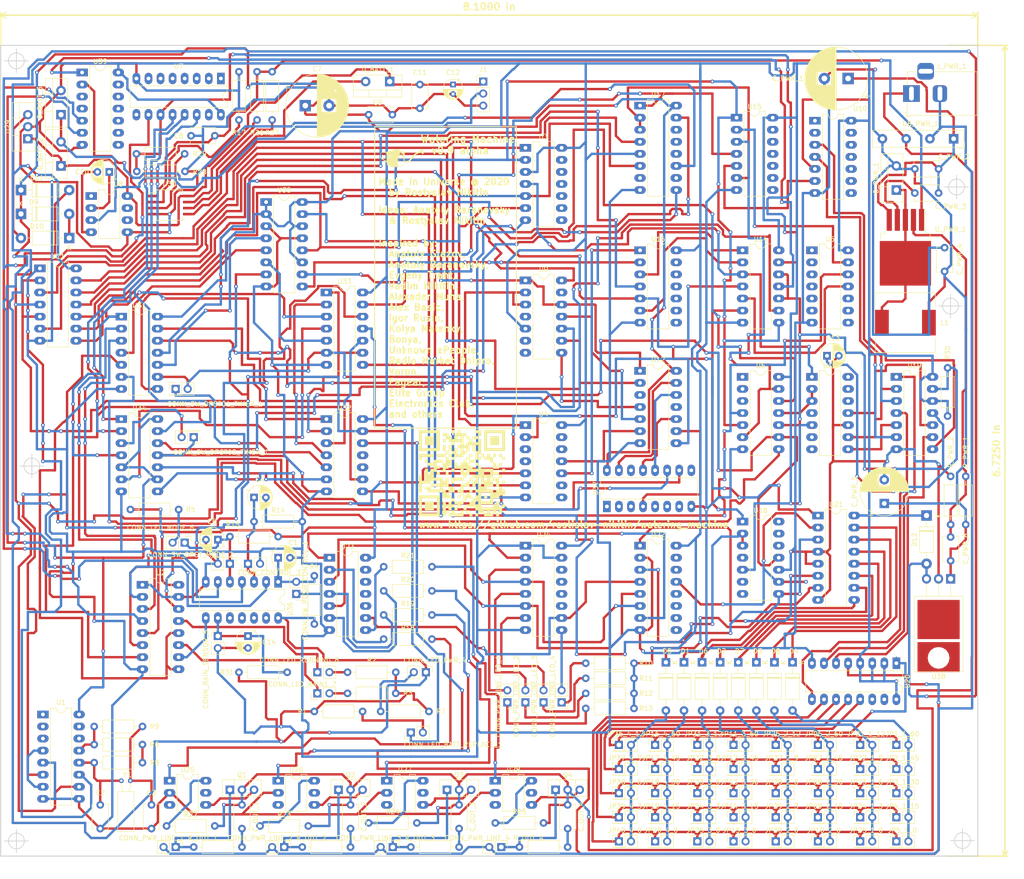
<source format=kicad_pcb>
(kicad_pcb (version 20171130) (host pcbnew 5.0.2-5.fc29)
  (layers (0 F.Cu signal) (31 B.Cu signal) (34 B.Paste user) (35 F.Paste user) (36 B.SilkS user) (37 F.SilkS user) (38 B.Mask user) (39 F.Mask user) (44 Edge.Cuts user))
  (net 0 "")
  (net 1 "Net-(CONN_LED_RUNNING_8-Pad2)")
  (net 2 GND)
  (net 3 +5V)
  (net 4 "Net-(C3-Pad1)")
  (net 5 "Net-(R6-Pad1)")
  (net 6 "Net-(C2-Pad1)")
  (net 7 "Net-(R6-Pad2)")
  (net 8 "Net-(CONN_LED_PWR_4-Pad2)")
  (net 9 "Net-(CONN_LED_MODE_6-Pad2)")
  (net 10 "Net-(CONN_LED_RAIN1_7-Pad2)")
  (net 11 "/Running(Out)")
  (net 12 "Net-(U18-Pad8)")
  (net 13 "Net-(U22-Pad4)")
  (net 14 "Net-(U22-Pad5)")
  (net 15 "Net-(U18-Pad9)")
  (net 16 "Net-(U22-Pad6)")
  (net 17 "Net-(U22-Pad7)")
  (net 18 "Net-(U1-Pad4)")
  (net 19 "Net-(U1-Pad11)")
  (net 20 "Net-(U11-Pad8)")
  (net 21 "Net-(U15-Pad4)")
  (net 22 "Net-(U11-Pad3)")
  (net 23 "Net-(U19-Pad1)")
  (net 24 "/RunningInv(out)")
  (net 25 "Net-(U19-Pad9)")
  (net 26 "Net-(U19-Pad4)")
  (net 27 "Net-(U16-Pad2)")
  (net 28 "Net-(D1-Pad1)")
  (net 29 "Net-(D6-Pad1)")
  (net 30 "Net-(D2-Pad1)")
  (net 31 "Net-(D7-Pad1)")
  (net 32 "Net-(D3-Pad1)")
  (net 33 "Net-(D8-Pad1)")
  (net 34 "Net-(D5-Pad1)")
  (net 35 "Net-(D4-Pad1)")
  (net 36 "Net-(U11-Pad12)")
  (net 37 "Net-(U12-Pad4)")
  (net 38 "Net-(U4-Pad2)")
  (net 39 "Net-(U11-Pad13)")
  (net 40 "Net-(U12-Pad5)")
  (net 41 "Net-(U11-Pad6)")
  (net 42 "Net-(U13-Pad11)")
  (net 43 "Net-(U13-Pad2)")
  (net 44 "Net-(U13-Pad9)")
  (net 45 "Net-(U13-Pad8)")
  (net 46 "Net-(U11-Pad9)")
  (net 47 "Net-(U11-Pad11)")
  (net 48 "Net-(U10-Pad6)")
  (net 49 "Net-(U10-Pad5)")
  (net 50 "Net-(U10-Pad4)")
  (net 51 "Net-(U10-Pad3)")
  (net 52 "/Completed(In)")
  (net 53 "/Reset(Out)")
  (net 54 "/Next(Out)")
  (net 55 "Net-(U14-Pad5)")
  (net 56 "Net-(U15-Pad2)")
  (net 57 "Net-(U14-Pad6)")
  (net 58 "Net-(U14-Pad2)")
  (net 59 "Net-(U14-Pad1)")
  (net 60 "Net-(U16-Pad1)")
  (net 61 "Net-(U3-Pad6)")
  (net 62 "Net-(U12-Pad6)")
  (net 63 "Net-(D3-Pad2)")
  (net 64 "Net-(D1-Pad2)")
  (net 65 "Net-(D2-Pad2)")
  (net 66 "Net-(D4-Pad2)")
  (net 67 "Net-(D5-Pad2)")
  (net 68 "Net-(D6-Pad2)")
  (net 69 "Net-(D7-Pad2)")
  (net 70 "Net-(D8-Pad2)")
  (net 71 /D4)
  (net 72 /D0)
  (net 73 /D1)
  (net 74 /D2)
  (net 75 /D3)
  (net 76 "Net-(U33-Pad5)")
  (net 77 "Net-(U31-Pad10)")
  (net 78 "Net-(U31-Pad4)")
  (net 79 "Net-(U32-Pad2)")
  (net 80 "Net-(U32-Pad4)")
  (net 81 "Net-(U31-Pad8)")
  (net 82 "Net-(U31-Pad1)")
  (net 83 "Net-(U31-Pad13)")
  (net 84 "/Control(Ext.2)")
  (net 85 "/Running(Led)")
  (net 86 "/Rain(Led)")
  (net 87 "/Control(Ext.)")
  (net 88 "/Rain_Sensor(Ext.)")
  (net 89 "/Mode(Ext.)")
  (net 90 "/Mode(In)")
  (net 91 "/Control(In2)")
  (net 92 "/Rain(In)")
  (net 93 "/Control(In1)")
  (net 94 /Comparison.Equal)
  (net 95 /Mem.Comparison.Equal)
  (net 96 /Timer.End)
  (net 97 "Net-(U14-Pad4)")
  (net 98 "Net-(R20-Pad1)")
  (net 99 "Net-(R20-Pad2)")
  (net 100 "Net-(R21-Pad2)")
  (net 101 "Net-(R21-Pad1)")
  (net 102 "Net-(R18-Pad1)")
  (net 103 "Net-(R18-Pad2)")
  (net 104 "Net-(R19-Pad2)")
  (net 105 "Net-(R19-Pad1)")
  (net 106 "Net-(C_OUT_1-Pad2)")
  (net 107 PWR_ALW)
  (net 108 "Net-(R17-Pad1)")
  (net 109 "Net-(R22-Pad1)")
  (net 110 VAC)
  (net 111 "Net-(R23-Pad1)")
  (net 112 "Net-(R25-Pad1)")
  (net 113 "Net-(C_PWR_6-Pad2)")
  (net 114 +9V)
  (net 115 "Net-(C_OUT_4-Pad2)")
  (net 116 "Net-(C_OUT_3-Pad2)")
  (net 117 "Net-(C_OUT_2-Pad2)")
  (net 118 "Net-(R24-Pad1)")
  (net 119 "Net-(C13-Pad1)")
  (net 120 "Net-(R26-Pad2)")
  (net 121 "Net-(R27-Pad2)")
  (net 122 "Net-(R29-Pad2)")
  (net 123 "Net-(R28-Pad2)")
  (net 124 "Net-(Q3-Pad3)")
  (net 125 "Net-(Q4-Pad3)")
  (net 126 "Net-(Q2-Pad3)")
  (net 127 "Net-(Q1-Pad3)")
  (net 128 "Net-(D11-Pad2)")
  (net 129 "Net-(D10-Pad2)")
  (net 130 BATT_OUT_+)
  (net 131 "Net-(D_PWR_1-Pad1)")
  (net 132 BATT_OUT_MID)
  (net 133 "Net-(D_BATT_1-Pad2)")
  (net 134 "Net-(C_PWR_3-Pad2)")
  (net 135 "Net-(C_PWR_1-Pad1)")
  (net 136 "Net-(C10-Pad1)")
  (net 137 "Net-(C10-Pad2)")
  (net 138 CLK_MIN)
  (net 139 "Net-(U34-Pad8)")
  (net 140 "Net-(U12-Pad9)")
  (net 141 "Net-(U12-Pad12)")
  (net 142 "Net-(U12-Pad10)")
  (net 143 "Net-(U12-Pad13)")
  (net 144 "Net-(U34-Pad13)")
  (net 145 "Net-(U34-Pad1)")
  (net 146 "Net-(U34-Pad2)")
  (net 147 CLK_SEC)
  (net 148 "Net-(U17-Pad9)")
  (net 149 "Net-(U17-Pad11)")
  (net 150 "Net-(U17-Pad15)")
  (net 151 "Net-(U18-Pad2)")
  (net 152 "Net-(U15-Pad3)")
  (net 153 "Net-(CONN_SW_DPST01_TIMER_1-Pad2)")
  (net 154 "Net-(U32-Pad6)")
  (net 155 "Net-(U33-Pad4)")
  (net 156 "Net-(CONN_SW_DPST01_TIMER_1-Pad1)")
  (net 157 GNDREF)
  (net 158 "Net-(D10-Pad1)")
  (net 159 "Net-(U1-Pad15)")
  (net 160 "Net-(U1-Pad14)")
  (net 161 "Net-(U1-Pad3)")
  (net 162 "Net-(U1-Pad2)")
  (net 163 "Net-(U1-Pad1)")
  (net 164 "Net-(U7-Pad15)")
  (net 165 "Net-(U7-Pad7)")
  (net 166 "Net-(U7-Pad6)")
  (net 167 "Net-(U7-Pad5)")
  (net 168 "Net-(U7-Pad4)")
  (net 169 "Net-(U7-Pad3)")
  (net 170 "Net-(U7-Pad2)")
  (net 171 "Net-(U7-Pad9)")
  (net 172 "Net-(U7-Pad1)")
  (net 173 "Net-(U8-Pad1)")
  (net 174 "Net-(U8-Pad6)")
  (net 175 "Net-(U8-Pad7)")
  (net 176 "Net-(U9-Pad4)")
  (net 177 "Net-(U9-Pad6)")
  (net 178 "Net-(U9-Pad13)")
  (net 179 "Net-(U9-Pad7)")
  (net 180 "Net-(U13-Pad14)")
  (net 181 "Net-(U13-Pad7)")
  (net 182 "Net-(U13-Pad13)")
  (net 183 "Net-(U13-Pad6)")
  (net 184 "Net-(U13-Pad12)")
  (net 185 "Net-(U13-Pad4)")
  (net 186 "Net-(U17-Pad10)")
  (net 187 "Net-(U17-Pad12)")
  (net 188 "Net-(U17-Pad13)")
  (net 189 "Net-(U17-Pad14)")
  (net 190 "Net-(U17-Pad7)")
  (net 191 "Net-(U18-Pad4)")
  (net 192 "Net-(U18-Pad12)")
  (net 193 "Net-(U18-Pad6)")
  (net 194 "Net-(U18-Pad13)")
  (net 195 "Net-(U18-Pad7)")
  (net 196 "Net-(U18-Pad14)")
  (net 197 "Net-(U20-Pad14)")
  (net 198 "Net-(U20-Pad15)")
  (net 199 "Net-(U22-Pad9)")
  (net 200 "Net-(U22-Pad10)")
  (net 201 "Net-(U22-Pad11)")
  (net 202 "Net-(U22-Pad12)")
  (net 203 "Net-(U22-Pad14)")
  (net 204 "Net-(U22-Pad15)")
  (net 205 "Net-(U24-Pad14)")
  (net 206 "Net-(U24-Pad13)")
  (net 207 "Net-(U24-Pad12)")
  (net 208 "Net-(U24-Pad11)")
  (net 209 "Net-(U25-Pad5)")
  (net 210 "Net-(U25-Pad3)")
  (net 211 "Net-(U26-Pad3)")
  (net 212 "Net-(U26-Pad5)")
  (net 213 "Net-(U27-Pad3)")
  (net 214 "Net-(U27-Pad5)")
  (net 215 "Net-(U28-Pad5)")
  (net 216 "Net-(U28-Pad3)")
  (net 217 "Net-(U37-Pad1)")
  (net 218 "Net-(U37-Pad9)")
  (net 219 "Net-(U37-Pad2)")
  (net 220 "Net-(U37-Pad3)")
  (net 221 "Net-(U37-Pad5)")
  (net 222 "Net-(U37-Pad6)")
  (net 223 "Net-(U37-Pad14)")
  (net 224 "Net-(U37-Pad7)")
  (net 225 "Net-(U18-Pad11)")
  (net 226 Init)
  (net 227 "Net-(U14-Pad11)")
  (net 228 "Net-(U36-Pad4)")
  (net 229 /Rain_Sensor_Raw)
  (net 230 /Mode_Raw)
  (net 231 /Conn_Push_Control_Raw)
  (net 232 /Conn_Control_Raw)
  (net 233 "Net-(CONN_PWR_LINE_1-Pad1)")
  (net 234 "Net-(CONN_PWR_LINE_2-Pad1)")
  (net 235 "Net-(CONN_PWR_LINE_3-Pad1)")
  (net 236 "Net-(CONN_PWR_LINE_4-Pad1)")
  (net 237 "Net-(CONN_PWR_LINE_LED_2-Pad1)")
  (net 238 "Net-(CONN_PWR_LINE_LED_1-Pad1)")
  (net 239 "Net-(CONN_PWR_LINE_LED_3-Pad1)")
  (net 240 "Net-(CONN_PWR_LINE_LED_4-Pad1)")
  (net 241 "Net-(CONN_PWR_LINE_LED_3-Pad2)")
  (net 242 "Net-(CONN_PWR_LINE_LED_2-Pad2)")
  (net 243 "Net-(CONN_PWR_LINE_LED_1-Pad2)")
  (net 244 "Net-(CONN_PWR_LINE_LED_4-Pad2)")
  (net 245 "Net-(CONN_SW_DPST02_TIMER_1-Pad1)")
  (net 246 "Net-(CONN_SW_DPST02_TIMER_1-Pad2)")
  (net 247 "Net-(CONN_LED_BATT_REPLACE_1-Pad2)")
  (net 248 "Net-(CONN_LED_BATT_REPLACE_1-Pad1)")
  (module Connector_PinHeader_2.54mm:PinHeader_1x02_P2.54mm_Vertical (layer F.Cu) (at 80.01 177.8 270)
    (fp_text reference CONN_PWR_LINE_1 (at -1.905 5.08) (layer F.SilkS))
    (fp_text value Conn_01x02_Male)
    (pad 1 thru_hole rect (at 0 0 270) (size 1.7 1.7) (drill 1) (layers *.Cu *.Mask) (net 233 "Net-(CONN_PWR_LINE_1-Pad1)"))
    (pad 2 thru_hole oval (at 0 2.54 270) (size 1.7 1.7) (drill 1) (layers *.Cu *.Mask) (net 157 GNDREF))
  )
  (module Connector_PinHeader_2.54mm:PinHeader_1x02_P2.54mm_Vertical (layer F.Cu) (at 102.87 177.8 270)
    (fp_text reference CONN_PWR_LINE_2 (at -1.905 5.08) (layer F.SilkS))
    (fp_text value Conn_01x02_Male)
    (pad 2 thru_hole oval (at 0 2.54 270) (size 1.7 1.7) (drill 1) (layers *.Cu *.Mask) (net 157 GNDREF))
    (pad 1 thru_hole rect (at 0 0 270) (size 1.7 1.7) (drill 1) (layers *.Cu *.Mask) (net 234 "Net-(CONN_PWR_LINE_2-Pad1)"))
  )
  (module Connector_PinHeader_2.54mm:PinHeader_1x02_P2.54mm_Vertical (layer F.Cu) (at 125.73 177.8 270)
    (fp_text reference CONN_PWR_LINE_3 (at -1.905 5.08) (layer F.SilkS))
    (fp_text value Conn_01x02_Male)
    (pad 2 thru_hole oval (at 0 2.54 270) (size 1.7 1.7) (drill 1) (layers *.Cu *.Mask) (net 157 GNDREF))
    (pad 1 thru_hole rect (at 0 0 270) (size 1.7 1.7) (drill 1) (layers *.Cu *.Mask) (net 235 "Net-(CONN_PWR_LINE_3-Pad1)"))
  )
  (module Connector_PinHeader_2.54mm:PinHeader_1x02_P2.54mm_Vertical (layer F.Cu) (at 148.59 177.8 270)
    (fp_text reference CONN_PWR_LINE_4 (at -1.905 5.08) (layer F.SilkS))
    (fp_text value Conn_01x02_Male)
    (pad 1 thru_hole rect (at 0 0 270) (size 1.7 1.7) (drill 1) (layers *.Cu *.Mask) (net 236 "Net-(CONN_PWR_LINE_4-Pad1)"))
    (pad 2 thru_hole oval (at 0 2.54 270) (size 1.7 1.7) (drill 1) (layers *.Cu *.Mask) (net 157 GNDREF))
  )
  (module Package_TO_SOT_THT:TO-220-3_Horizontal_TabDown (layer F.Cu) (at 243.205 121.285 180)
    (fp_text reference U38 (at 2.54 -20.58 180) (layer F.SilkS))
    (fp_text value LM7806_TO220)
    (pad "" np_thru_hole oval (at 2.54 -16.66 180) (size 3.5 3.5) (drill 3.5) (layers *.Cu *.Mask))
    (pad 1 thru_hole rect (at 0 0 180) (size 1.905 2) (drill 1.1) (layers *.Cu *.Mask) (net 114 +9V))
    (pad 2 thru_hole oval (at 2.54 0 180) (size 1.905 2) (drill 1.1) (layers *.Cu *.Mask) (net 2 GND))
    (pad 3 thru_hole oval (at 5.08 0 180) (size 1.905 2) (drill 1.1) (layers *.Cu *.Mask) (net 128 "Net-(D11-Pad2)"))
  )
  (module Resistor_THT:R_Axial_DIN0207_L6.3mm_D2.5mm_P10.16mm_Horizontal (layer F.Cu) (at 123.825 118.745)
    (fp_text reference R21 (at 5.08 -2.37) (layer F.SilkS))
    (fp_text value "100 Ohm")
    (pad 2 thru_hole oval (at 10.16 0) (size 1.6 1.6) (drill 0.8) (layers *.Cu *.Mask) (net 100 "Net-(R21-Pad2)"))
    (pad 1 thru_hole circle (at 0 0) (size 1.6 1.6) (drill 0.8) (layers *.Cu *.Mask) (net 101 "Net-(R21-Pad1)"))
  )
  (module Resistor_THT:R_Axial_DIN0207_L6.3mm_D2.5mm_P10.16mm_Horizontal (layer F.Cu) (at 123.825 123.825)
    (fp_text reference R20 (at 5.08 -2.37) (layer F.SilkS))
    (fp_text value "100 Ohm")
    (pad 1 thru_hole circle (at 0 0) (size 1.6 1.6) (drill 0.8) (layers *.Cu *.Mask) (net 98 "Net-(R20-Pad1)"))
    (pad 2 thru_hole oval (at 10.16 0) (size 1.6 1.6) (drill 0.8) (layers *.Cu *.Mask) (net 99 "Net-(R20-Pad2)"))
  )
  (module Resistor_THT:R_Axial_DIN0207_L6.3mm_D2.5mm_P10.16mm_Horizontal (layer F.Cu) (at 123.825 128.905)
    (fp_text reference R19 (at 5.08 -2.37) (layer F.SilkS))
    (fp_text value "100 Ohm")
    (pad 2 thru_hole oval (at 10.16 0) (size 1.6 1.6) (drill 0.8) (layers *.Cu *.Mask) (net 104 "Net-(R19-Pad2)"))
    (pad 1 thru_hole circle (at 0 0) (size 1.6 1.6) (drill 0.8) (layers *.Cu *.Mask) (net 105 "Net-(R19-Pad1)"))
  )
  (module Resistor_THT:R_Axial_DIN0207_L6.3mm_D2.5mm_P10.16mm_Horizontal (layer F.Cu) (at 123.825 133.985)
    (fp_text reference R18 (at 5.08 -2.37) (layer F.SilkS))
    (fp_text value "100 Ohm")
    (pad 1 thru_hole circle (at 0 0) (size 1.6 1.6) (drill 0.8) (layers *.Cu *.Mask) (net 102 "Net-(R18-Pad1)"))
    (pad 2 thru_hole oval (at 10.16 0) (size 1.6 1.6) (drill 0.8) (layers *.Cu *.Mask) (net 103 "Net-(R18-Pad2)"))
  )
  (module Resistor_THT:R_Axial_DIN0207_L6.3mm_D2.5mm_P10.16mm_Horizontal (layer F.Cu) (at 246.38 109.855 90)
    (fp_text reference R_PWR_1 (at 15.24 0 270) (layer F.SilkS))
    (fp_text value 15K)
    (pad 2 thru_hole oval (at 10.16 0 90) (size 1.6 1.6) (drill 0.8) (layers *.Cu *.Mask) (net 113 "Net-(C_PWR_6-Pad2)"))
    (pad 1 thru_hole circle (at 0 0 90) (size 1.6 1.6) (drill 0.8) (layers *.Cu *.Mask) (net 114 +9V))
  )
  (module Resistor_THT:R_Axial_DIN0207_L6.3mm_D2.5mm_P10.16mm_Horizontal (layer F.Cu) (at 243.205 109.855 90)
    (fp_text reference R_PWR_2 (at 15.24 0 90) (layer F.SilkS))
    (fp_text value "2.4 K")
    (pad 1 thru_hole circle (at 0 0 90) (size 1.6 1.6) (drill 0.8) (layers *.Cu *.Mask) (net 113 "Net-(C_PWR_6-Pad2)"))
    (pad 2 thru_hole oval (at 10.16 0 90) (size 1.6 1.6) (drill 0.8) (layers *.Cu *.Mask) (net 2 GND))
  )
  (module Resistor_THT:R_Axial_DIN0207_L6.3mm_D2.5mm_P10.16mm_Horizontal (layer F.Cu) (at 166.37 139.065)
    (fp_text reference R10 (at 12.7 0) (layer F.SilkS))
    (fp_text value 270Ohm)
    (pad 2 thru_hole oval (at 10.16 0) (size 1.6 1.6) (drill 0.8) (layers *.Cu *.Mask) (net 3 +5V))
    (pad 1 thru_hole circle (at 0 0) (size 1.6 1.6) (drill 0.8) (layers *.Cu *.Mask) (net 240 "Net-(CONN_PWR_LINE_LED_4-Pad1)"))
  )
  (module Resistor_THT:R_Axial_DIN0207_L6.3mm_D2.5mm_P10.16mm_Horizontal (layer F.Cu) (at 166.37 142.24)
    (fp_text reference R11 (at 12.7 0) (layer F.SilkS))
    (fp_text value 270Ohm)
    (pad 1 thru_hole circle (at 0 0) (size 1.6 1.6) (drill 0.8) (layers *.Cu *.Mask) (net 239 "Net-(CONN_PWR_LINE_LED_3-Pad1)"))
    (pad 2 thru_hole oval (at 10.16 0) (size 1.6 1.6) (drill 0.8) (layers *.Cu *.Mask) (net 3 +5V))
  )
  (module Resistor_THT:R_Axial_DIN0207_L6.3mm_D2.5mm_P10.16mm_Horizontal (layer F.Cu) (at 166.37 148.59)
    (fp_text reference R13 (at 12.7 0) (layer F.SilkS))
    (fp_text value 270Ohm)
    (pad 2 thru_hole oval (at 10.16 0) (size 1.6 1.6) (drill 0.8) (layers *.Cu *.Mask) (net 3 +5V))
    (pad 1 thru_hole circle (at 0 0) (size 1.6 1.6) (drill 0.8) (layers *.Cu *.Mask) (net 238 "Net-(CONN_PWR_LINE_LED_1-Pad1)"))
  )
  (module Resistor_THT:R_Axial_DIN0207_L6.3mm_D2.5mm_P10.16mm_Horizontal (layer F.Cu) (at 166.37 145.415)
    (fp_text reference R12 (at 12.7 0) (layer F.SilkS))
    (fp_text value 270Ohm)
    (pad 1 thru_hole circle (at 0 0) (size 1.6 1.6) (drill 0.8) (layers *.Cu *.Mask) (net 237 "Net-(CONN_PWR_LINE_LED_2-Pad1)"))
    (pad 2 thru_hole oval (at 10.16 0) (size 1.6 1.6) (drill 0.8) (layers *.Cu *.Mask) (net 3 +5V))
  )
  (module Resistor_THT:R_Axial_DIN0207_L6.3mm_D2.5mm_P10.16mm_Horizontal (layer F.Cu) (at 73.025 160.02 180)
    (fp_text reference R8 (at -2.54 0 180) (layer F.SilkS))
    (fp_text value 10MOhm)
    (pad 1 thru_hole circle (at 0 0 180) (size 1.6 1.6) (drill 0.8) (layers *.Cu *.Mask) (net 7 "Net-(R6-Pad2)"))
    (pad 2 thru_hole oval (at 10.16 0 180) (size 1.6 1.6) (drill 0.8) (layers *.Cu *.Mask) (net 6 "Net-(C2-Pad1)"))
  )
  (module Resistor_THT:R_Axial_DIN0207_L6.3mm_D2.5mm_P10.16mm_Horizontal (layer F.Cu) (at 62.865 156.21)
    (fp_text reference R6 (at 12.7 0) (layer F.SilkS))
    (fp_text value 10MOhm)
    (pad 2 thru_hole oval (at 10.16 0) (size 1.6 1.6) (drill 0.8) (layers *.Cu *.Mask) (net 7 "Net-(R6-Pad2)"))
    (pad 1 thru_hole circle (at 0 0) (size 1.6 1.6) (drill 0.8) (layers *.Cu *.Mask) (net 5 "Net-(R6-Pad1)"))
  )
  (module Resistor_THT:R_Axial_DIN0207_L6.3mm_D2.5mm_P10.16mm_Horizontal (layer F.Cu) (at 73.025 152.4 180)
    (fp_text reference R9 (at -2.54 0 180) (layer F.SilkS))
    (fp_text value 510KOhm)
    (pad 1 thru_hole circle (at 0 0 180) (size 1.6 1.6) (drill 0.8) (layers *.Cu *.Mask) (net 4 "Net-(C3-Pad1)"))
    (pad 2 thru_hole oval (at 10.16 0 180) (size 1.6 1.6) (drill 0.8) (layers *.Cu *.Mask) (net 5 "Net-(R6-Pad1)"))
  )
  (module Inductor_SMD:L_12x12mm_H6mm (layer F.Cu) (at 233.68 67.31)
    (fp_text reference L1 (at 8.255 0) (layer F.SilkS))
    (fp_text value "47 uH/5A")
    (pad 1 smd rect (at -4.95 0) (size 2.9 5.4) (layers F.Cu F.Paste F.Mask) (net 131 "Net-(D_PWR_1-Pad1)"))
    (pad 2 smd rect (at 4.95 0) (size 2.9 5.4) (layers F.Cu F.Paste F.Mask) (net 114 +9V))
  )
  (module Package_TO_SOT_THT:TO-126-3_Vertical (layer F.Cu) (at 91.44 165.735)
    (fp_text reference Q1 (at 2.54 -3.12) (layer F.SilkS))
    (fp_text value BT134-600E)
    (pad 1 thru_hole rect (at 0 0) (size 1.8 1.8) (drill 1) (layers *.Cu *.Mask) (net 233 "Net-(CONN_PWR_LINE_1-Pad1)"))
    (pad 2 thru_hole oval (at 2.54 0) (size 1.8 1.8) (drill 1) (layers *.Cu *.Mask) (net 110 VAC))
    (pad 3 thru_hole oval (at 5.08 0) (size 1.8 1.8) (drill 1) (layers *.Cu *.Mask) (net 127 "Net-(Q1-Pad3)"))
  )
  (module Package_TO_SOT_THT:TO-126-3_Vertical (layer F.Cu) (at 114.3 165.735)
    (fp_text reference Q2 (at 2.54 -3.12) (layer F.SilkS))
    (fp_text value BT134-600E)
    (pad 3 thru_hole oval (at 5.08 0) (size 1.8 1.8) (drill 1) (layers *.Cu *.Mask) (net 126 "Net-(Q2-Pad3)"))
    (pad 2 thru_hole oval (at 2.54 0) (size 1.8 1.8) (drill 1) (layers *.Cu *.Mask) (net 110 VAC))
    (pad 1 thru_hole rect (at 0 0) (size 1.8 1.8) (drill 1) (layers *.Cu *.Mask) (net 234 "Net-(CONN_PWR_LINE_2-Pad1)"))
  )
  (module Package_TO_SOT_THT:TO-126-3_Vertical (layer F.Cu) (at 160.02 165.735)
    (fp_text reference Q4 (at 2.54 -3.12) (layer F.SilkS))
    (fp_text value BT134-600E)
    (pad 1 thru_hole rect (at 0 0) (size 1.8 1.8) (drill 1) (layers *.Cu *.Mask) (net 236 "Net-(CONN_PWR_LINE_4-Pad1)"))
    (pad 2 thru_hole oval (at 2.54 0) (size 1.8 1.8) (drill 1) (layers *.Cu *.Mask) (net 110 VAC))
    (pad 3 thru_hole oval (at 5.08 0) (size 1.8 1.8) (drill 1) (layers *.Cu *.Mask) (net 125 "Net-(Q4-Pad3)"))
  )
  (module Package_TO_SOT_THT:TO-126-3_Vertical (layer F.Cu) (at 137.16 165.735)
    (fp_text reference Q3 (at 2.54 -3.12) (layer F.SilkS))
    (fp_text value BT134-600E)
    (pad 3 thru_hole oval (at 5.08 0) (size 1.8 1.8) (drill 1) (layers *.Cu *.Mask) (net 124 "Net-(Q3-Pad3)"))
    (pad 2 thru_hole oval (at 2.54 0) (size 1.8 1.8) (drill 1) (layers *.Cu *.Mask) (net 110 VAC))
    (pad 1 thru_hole rect (at 0 0) (size 1.8 1.8) (drill 1) (layers *.Cu *.Mask) (net 235 "Net-(CONN_PWR_LINE_3-Pad1)"))
  )
  (module Capacitor_THT:CP_Radial_D5.0mm_P2.50mm (layer F.Cu) (at 95.25 133.35 270)
    (fp_text reference C14 (at 1.27 -4.445) (layer F.SilkS))
    (fp_text value 100uF)
    (pad 1 thru_hole rect (at 0 0 270) (size 1.6 1.6) (drill 0.8) (layers *.Cu *.Mask) (net 229 /Rain_Sensor_Raw))
    (pad 2 thru_hole circle (at 2.5 0 270) (size 1.6 1.6) (drill 0.8) (layers *.Cu *.Mask) (net 2 GND))
  )
  (module Resistor_THT:R_Axial_DIN0207_L6.3mm_D2.5mm_P10.16mm_Horizontal (layer F.Cu) (at 93.345 140.97)
    (fp_text reference R31 (at -2.54 0) (layer F.SilkS))
    (fp_text value 1KOhm)
    (pad 1 thru_hole circle (at 0 0) (size 1.6 1.6) (drill 0.8) (layers *.Cu *.Mask) (net 3 +5V))
    (pad 2 thru_hole oval (at 10.16 0) (size 1.6 1.6) (drill 0.8) (layers *.Cu *.Mask) (net 229 /Rain_Sensor_Raw))
  )
  (module Resistor_THT:R_Axial_DIN0207_L6.3mm_D2.5mm_P10.16mm_Horizontal (layer F.Cu) (at 70.485 106.68)
    (fp_text reference R5 (at 12.7 0) (layer F.SilkS))
    (fp_text value 270Ohm)
    (pad 1 thru_hole circle (at 0 0) (size 1.6 1.6) (drill 0.8) (layers *.Cu *.Mask) (net 3 +5V))
    (pad 2 thru_hole oval (at 10.16 0) (size 1.6 1.6) (drill 0.8) (layers *.Cu *.Mask) (net 9 "Net-(CONN_LED_MODE_6-Pad2)"))
  )
  (module Package_DIP:DIP-14_W7.62mm_LongPads (layer F.Cu) (at 111.76 87.63)
    (fp_text reference U32 (at 3.81 -2.33) (layer F.SilkS))
    (fp_text value К155ЛН1)
    (pad 14 thru_hole oval (at 7.62 0) (size 2.4 1.6) (drill 0.8) (layers *.Cu *.Mask) (net 3 +5V))
    (pad 7 thru_hole oval (at 0 15.24) (size 2.4 1.6) (drill 0.8) (layers *.Cu *.Mask) (net 2 GND))
    (pad 13 thru_hole oval (at 7.62 2.54) (size 2.4 1.6) (drill 0.8) (layers *.Cu *.Mask) (net 11 "/Running(Out)"))
    (pad 6 thru_hole oval (at 0 12.7) (size 2.4 1.6) (drill 0.8) (layers *.Cu *.Mask) (net 154 "Net-(U32-Pad6)"))
    (pad 12 thru_hole oval (at 7.62 5.08) (size 2.4 1.6) (drill 0.8) (layers *.Cu *.Mask) (net 24 "/RunningInv(out)"))
    (pad 5 thru_hole oval (at 0 10.16) (size 2.4 1.6) (drill 0.8) (layers *.Cu *.Mask) (net 156 "Net-(CONN_SW_DPST01_TIMER_1-Pad1)"))
    (pad 11 thru_hole oval (at 7.62 7.62) (size 2.4 1.6) (drill 0.8) (layers *.Cu *.Mask))
    (pad 4 thru_hole oval (at 0 7.62) (size 2.4 1.6) (drill 0.8) (layers *.Cu *.Mask) (net 80 "Net-(U32-Pad4)"))
    (pad 10 thru_hole oval (at 7.62 10.16) (size 2.4 1.6) (drill 0.8) (layers *.Cu *.Mask))
    (pad 3 thru_hole oval (at 0 5.08) (size 2.4 1.6) (drill 0.8) (layers *.Cu *.Mask) (net 90 "/Mode(In)"))
    (pad 9 thru_hole oval (at 7.62 12.7) (size 2.4 1.6) (drill 0.8) (layers *.Cu *.Mask) (net 83 "Net-(U31-Pad13)"))
    (pad 2 thru_hole oval (at 0 2.54) (size 2.4 1.6) (drill 0.8) (layers *.Cu *.Mask) (net 79 "Net-(U32-Pad2)"))
    (pad 8 thru_hole oval (at 7.62 15.24) (size 2.4 1.6) (drill 0.8) (layers *.Cu *.Mask) (net 151 "Net-(U18-Pad2)"))
    (pad 1 thru_hole rect (at 0 0) (size 2.4 1.6) (drill 0.8) (layers *.Cu *.Mask) (net 82 "Net-(U31-Pad1)"))
  )
  (module Resistor_THT:R_Axial_DIN0207_L6.3mm_D2.5mm_P10.16mm_Horizontal (layer F.Cu) (at 96.52 109.22)
    (fp_text reference R14 (at 5.08 -2.37) (layer F.SilkS))
    (fp_text value 1KOhm)
    (pad 1 thru_hole circle (at 0 0) (size 1.6 1.6) (drill 0.8) (layers *.Cu *.Mask) (net 232 /Conn_Control_Raw))
    (pad 2 thru_hole oval (at 10.16 0) (size 1.6 1.6) (drill 0.8) (layers *.Cu *.Mask) (net 2 GND))
  )
  (module Package_DIP:DIP-14_W7.62mm_LongPads (layer F.Cu) (at 101.6 121.92 270)
    (fp_text reference U36 (at 5.715 -2.54 270) (layer F.SilkS))
    (fp_text value К155ТЛ2)
    (pad 1 thru_hole rect (at 0 0 270) (size 2.4 1.6) (drill 0.8) (layers *.Cu *.Mask) (net 231 /Conn_Push_Control_Raw))
    (pad 8 thru_hole oval (at 7.62 15.24 270) (size 2.4 1.6) (drill 0.8) (layers *.Cu *.Mask) (net 88 "/Rain_Sensor(Ext.)"))
    (pad 2 thru_hole oval (at 0 2.54 270) (size 2.4 1.6) (drill 0.8) (layers *.Cu *.Mask) (net 87 "/Control(Ext.)"))
    (pad 9 thru_hole oval (at 7.62 12.7 270) (size 2.4 1.6) (drill 0.8) (layers *.Cu *.Mask) (net 229 /Rain_Sensor_Raw))
    (pad 3 thru_hole oval (at 0 5.08 270) (size 2.4 1.6) (drill 0.8) (layers *.Cu *.Mask) (net 232 /Conn_Control_Raw))
    (pad 10 thru_hole oval (at 7.62 10.16 270) (size 2.4 1.6) (drill 0.8) (layers *.Cu *.Mask))
    (pad 4 thru_hole oval (at 0 7.62 270) (size 2.4 1.6) (drill 0.8) (layers *.Cu *.Mask) (net 228 "Net-(U36-Pad4)"))
    (pad 11 thru_hole oval (at 7.62 7.62 270) (size 2.4 1.6) (drill 0.8) (layers *.Cu *.Mask))
    (pad 5 thru_hole oval (at 0 10.16 270) (size 2.4 1.6) (drill 0.8) (layers *.Cu *.Mask) (net 230 /Mode_Raw))
    (pad 12 thru_hole oval (at 7.62 5.08 270) (size 2.4 1.6) (drill 0.8) (layers *.Cu *.Mask))
    (pad 6 thru_hole oval (at 0 12.7 270) (size 2.4 1.6) (drill 0.8) (layers *.Cu *.Mask) (net 89 "/Mode(Ext.)"))
    (pad 13 thru_hole oval (at 7.62 2.54 270) (size 2.4 1.6) (drill 0.8) (layers *.Cu *.Mask))
    (pad 7 thru_hole oval (at 0 15.24 270) (size 2.4 1.6) (drill 0.8) (layers *.Cu *.Mask) (net 2 GND))
    (pad 14 thru_hole oval (at 7.62 0 270) (size 2.4 1.6) (drill 0.8) (layers *.Cu *.Mask) (net 3 +5V))
  )
  (module Resistor_THT:R_Axial_DIN0207_L6.3mm_D2.5mm_P10.16mm_Horizontal (layer F.Cu) (at 101.6 112.395 180)
    (fp_text reference R15 (at 9.525 2.54 180) (layer F.SilkS))
    (fp_text value 1KOhm)
    (pad 2 thru_hole oval (at 10.16 0 180) (size 1.6 1.6) (drill 0.8) (layers *.Cu *.Mask) (net 230 /Mode_Raw))
    (pad 1 thru_hole circle (at 0 0 180) (size 1.6 1.6) (drill 0.8) (layers *.Cu *.Mask) (net 3 +5V))
  )
  (module Capacitor_THT:CP_Radial_D5.0mm_P2.50mm (layer F.Cu) (at 96.52 104.14)
    (fp_text reference C4 (at 1.25 -3.75) (layer F.SilkS))
    (fp_text value 100uF)
    (pad 2 thru_hole circle (at 2.5 0) (size 1.6 1.6) (drill 0.8) (layers *.Cu *.Mask) (net 2 GND))
    (pad 1 thru_hole rect (at 0 0) (size 1.6 1.6) (drill 0.8) (layers *.Cu *.Mask) (net 232 /Conn_Control_Raw))
  )
  (module Capacitor_THT:CP_Radial_D5.0mm_P2.50mm (layer F.Cu) (at 88.9 113.03 180)
    (fp_text reference C5 (at 1.25 3.81 180) (layer F.SilkS))
    (fp_text value 100uF)
    (pad 1 thru_hole rect (at 0 0 180) (size 1.6 1.6) (drill 0.8) (layers *.Cu *.Mask) (net 230 /Mode_Raw))
    (pad 2 thru_hole circle (at 2.5 0 180) (size 1.6 1.6) (drill 0.8) (layers *.Cu *.Mask) (net 2 GND))
  )
  (module Connector_PinHeader_2.54mm:PinHeader_2x01_P2.54mm_Vertical (layer F.Cu) (at 83.82 91.44 180)
    (fp_text reference CONN_SW_DPST02_TIMER_1 (at -5.715 -3.175 180) (layer F.SilkS))
    (fp_text value Conn_01x02_Male)
    (pad 1 thru_hole rect (at 0 0 180) (size 1.7 1.7) (drill 1) (layers *.Cu *.Mask) (net 245 "Net-(CONN_SW_DPST02_TIMER_1-Pad1)"))
    (pad 2 thru_hole oval (at 2.54 0 180) (size 1.7 1.7) (drill 1) (layers *.Cu *.Mask) (net 246 "Net-(CONN_SW_DPST02_TIMER_1-Pad2)"))
  )
  (module Capacitor_THT:C_Disc_D5.1mm_W3.2mm_P5.00mm (layer F.Cu) (at 88.265 27.94 180)
    (fp_text reference C8 (at 7.62 0 180) (layer F.SilkS))
    (fp_text value 100nF)
    (pad 2 thru_hole circle (at 5 0 180) (size 1.6 1.6) (drill 0.8) (layers *.Cu *.Mask) (net 2 GND))
    (pad 1 thru_hole circle (at 0 0 180) (size 1.6 1.6) (drill 0.8) (layers *.Cu *.Mask) (net 114 +9V))
  )
  (module Package_DIP:DIP-14_W7.62mm_LongPads (layer F.Cu) (at 153.67 58.42)
    (fp_text reference U9 (at 3.81 -2.33) (layer F.SilkS))
    (fp_text value К155ИЕ5)
    (pad 1 thru_hole rect (at 0 0) (size 2.4 1.6) (drill 0.8) (layers *.Cu *.Mask) (net 36 "Net-(U11-Pad12)"))
    (pad 8 thru_hole oval (at 7.62 15.24) (size 2.4 1.6) (drill 0.8) (layers *.Cu *.Mask) (net 37 "Net-(U12-Pad4)"))
    (pad 2 thru_hole oval (at 0 2.54) (size 2.4 1.6) (drill 0.8) (layers *.Cu *.Mask) (net 38 "Net-(U4-Pad2)"))
    (pad 9 thru_hole oval (at 7.62 12.7) (size 2.4 1.6) (drill 0.8) (layers *.Cu *.Mask) (net 39 "Net-(U11-Pad13)"))
    (pad 3 thru_hole oval (at 0 5.08) (size 2.4 1.6) (drill 0.8) (layers *.Cu *.Mask) (net 38 "Net-(U4-Pad2)"))
    (pad 10 thru_hole oval (at 7.62 10.16) (size 2.4 1.6) (drill 0.8) (layers *.Cu *.Mask) (net 2 GND))
    (pad 4 thru_hole oval (at 0 7.62) (size 2.4 1.6) (drill 0.8) (layers *.Cu *.Mask) (net 176 "Net-(U9-Pad4)"))
    (pad 11 thru_hole oval (at 7.62 7.62) (size 2.4 1.6) (drill 0.8) (layers *.Cu *.Mask) (net 40 "Net-(U12-Pad5)"))
    (pad 5 thru_hole oval (at 0 10.16) (size 2.4 1.6) (drill 0.8) (layers *.Cu *.Mask) (net 3 +5V))
    (pad 12 thru_hole oval (at 7.62 5.08) (size 2.4 1.6) (drill 0.8) (layers *.Cu *.Mask) (net 36 "Net-(U11-Pad12)"))
    (pad 6 thru_hole oval (at 0 12.7) (size 2.4 1.6) (drill 0.8) (layers *.Cu *.Mask) (net 177 "Net-(U9-Pad6)"))
    (pad 13 thru_hole oval (at 7.62 2.54) (size 2.4 1.6) (drill 0.8) (layers *.Cu *.Mask) (net 178 "Net-(U9-Pad13)"))
    (pad 7 thru_hole oval (at 0 15.24) (size 2.4 1.6) (drill 0.8) (layers *.Cu *.Mask) (net 179 "Net-(U9-Pad7)"))
    (pad 14 thru_hole oval (at 7.62 0) (size 2.4 1.6) (drill 0.8) (layers *.Cu *.Mask) (net 41 "Net-(U11-Pad6)"))
  )
  (module Resistor_THT:R_Axial_DIN0207_L6.3mm_D2.5mm_P10.16mm_Horizontal (layer F.Cu) (at 162.56 177.8 180)
    (fp_text reference R_OUT_4 (at 8.255 1.905 180) (layer F.SilkS))
    (fp_text value 39)
    (pad 2 thru_hole oval (at 10.16 0 180) (size 1.6 1.6) (drill 0.8) (layers *.Cu *.Mask) (net 236 "Net-(CONN_PWR_LINE_4-Pad1)"))
    (pad 1 thru_hole circle (at 0 0 180) (size 1.6 1.6) (drill 0.8) (layers *.Cu *.Mask) (net 115 "Net-(C_OUT_4-Pad2)"))
  )
  (module Resistor_THT:R_Axial_DIN0207_L6.3mm_D2.5mm_P10.16mm_Horizontal (layer F.Cu) (at 139.7 177.8 180)
    (fp_text reference R_OUT_3 (at 8.255 1.905 180) (layer F.SilkS))
    (fp_text value 39)
    (pad 2 thru_hole oval (at 10.16 0 180) (size 1.6 1.6) (drill 0.8) (layers *.Cu *.Mask) (net 235 "Net-(CONN_PWR_LINE_3-Pad1)"))
    (pad 1 thru_hole circle (at 0 0 180) (size 1.6 1.6) (drill 0.8) (layers *.Cu *.Mask) (net 116 "Net-(C_OUT_3-Pad2)"))
  )
  (module Resistor_THT:R_Axial_DIN0207_L6.3mm_D2.5mm_P10.16mm_Horizontal (layer F.Cu) (at 116.84 177.8 180)
    (fp_text reference R_OUT_2 (at 8.255 1.905 180) (layer F.SilkS))
    (fp_text value 39)
    (pad 2 thru_hole oval (at 10.16 0 180) (size 1.6 1.6) (drill 0.8) (layers *.Cu *.Mask) (net 234 "Net-(CONN_PWR_LINE_2-Pad1)"))
    (pad 1 thru_hole circle (at 0 0 180) (size 1.6 1.6) (drill 0.8) (layers *.Cu *.Mask) (net 117 "Net-(C_OUT_2-Pad2)"))
  )
  (module Resistor_THT:R_Axial_DIN0207_L6.3mm_D2.5mm_P10.16mm_Horizontal (layer F.Cu) (at 93.98 177.8 180)
    (fp_text reference R_OUT_1 (at 8.255 1.905 180) (layer F.SilkS))
    (fp_text value 39)
    (pad 2 thru_hole oval (at 10.16 0 180) (size 1.6 1.6) (drill 0.8) (layers *.Cu *.Mask) (net 233 "Net-(CONN_PWR_LINE_1-Pad1)"))
    (pad 1 thru_hole circle (at 0 0 180) (size 1.6 1.6) (drill 0.8) (layers *.Cu *.Mask) (net 106 "Net-(C_OUT_1-Pad2)"))
  )
  (module Resistor_THT:R_Axial_DIN0207_L6.3mm_D2.5mm_P10.16mm_Horizontal (layer F.Cu) (at 109.22 130.81 90)
    (fp_text reference R4 (at 12.065 0 180) (layer F.SilkS))
    (fp_text value 1KOhm)
    (pad 1 thru_hole circle (at 0 0 90) (size 1.6 1.6) (drill 0.8) (layers *.Cu *.Mask) (net 3 +5V))
    (pad 2 thru_hole oval (at 10.16 0 90) (size 1.6 1.6) (drill 0.8) (layers *.Cu *.Mask) (net 231 /Conn_Push_Control_Raw))
  )
  (module Resistor_THT:R_Axial_DIN0207_L6.3mm_D2.5mm_P10.16mm_Horizontal (layer F.Cu) (at 123.19 149.225)
    (fp_text reference R7 (at 12.7 0) (layer F.SilkS))
    (fp_text value 270Ohm)
    (pad 2 thru_hole oval (at 10.16 0) (size 1.6 1.6) (drill 0.8) (layers *.Cu *.Mask) (net 2 GND))
    (pad 1 thru_hole circle (at 0 0) (size 1.6 1.6) (drill 0.8) (layers *.Cu *.Mask) (net 8 "Net-(CONN_LED_PWR_4-Pad2)"))
  )
  (module Resistor_THT:R_Axial_DIN0207_L6.3mm_D2.5mm_P10.16mm_Horizontal (layer F.Cu) (at 116.205 145.415)
    (fp_text reference R3 (at 12.7 0) (layer F.SilkS))
    (fp_text value 270Ohm)
    (pad 2 thru_hole oval (at 10.16 0) (size 1.6 1.6) (drill 0.8) (layers *.Cu *.Mask) (net 2 GND))
    (pad 1 thru_hole circle (at 0 0) (size 1.6 1.6) (drill 0.8) (layers *.Cu *.Mask) (net 10 "Net-(CONN_LED_RAIN1_7-Pad2)"))
  )
  (module Resistor_THT:R_Axial_DIN0207_L6.3mm_D2.5mm_P10.16mm_Horizontal (layer F.Cu) (at 116.205 140.97)
    (fp_text reference R2 (at 5.08 -2.54) (layer F.SilkS))
    (fp_text value 270Ohm)
    (pad 2 thru_hole oval (at 10.16 0) (size 1.6 1.6) (drill 0.8) (layers *.Cu *.Mask) (net 2 GND))
    (pad 1 thru_hole circle (at 0 0) (size 1.6 1.6) (drill 0.8) (layers *.Cu *.Mask) (net 1 "Net-(CONN_LED_RUNNING_8-Pad2)"))
  )
  (module Package_DIP:DIP-14_W7.62mm_LongPads (layer F.Cu) (at 60.325 14.605)
    (fp_text reference U39 (at 3.81 -2.33) (layer F.SilkS))
    (fp_text value К155ЛН1)
    (pad 14 thru_hole oval (at 7.62 0) (size 2.4 1.6) (drill 0.8) (layers *.Cu *.Mask) (net 3 +5V))
    (pad 7 thru_hole oval (at 0 15.24) (size 2.4 1.6) (drill 0.8) (layers *.Cu *.Mask) (net 2 GND))
    (pad 13 thru_hole oval (at 7.62 2.54) (size 2.4 1.6) (drill 0.8) (layers *.Cu *.Mask))
    (pad 6 thru_hole oval (at 0 12.7) (size 2.4 1.6) (drill 0.8) (layers *.Cu *.Mask) (net 84 "/Control(Ext.2)"))
    (pad 12 thru_hole oval (at 7.62 5.08) (size 2.4 1.6) (drill 0.8) (layers *.Cu *.Mask))
    (pad 5 thru_hole oval (at 0 10.16) (size 2.4 1.6) (drill 0.8) (layers *.Cu *.Mask) (net 228 "Net-(U36-Pad4)"))
    (pad 11 thru_hole oval (at 7.62 7.62) (size 2.4 1.6) (drill 0.8) (layers *.Cu *.Mask))
    (pad 4 thru_hole oval (at 0 7.62) (size 2.4 1.6) (drill 0.8) (layers *.Cu *.Mask))
    (pad 10 thru_hole oval (at 7.62 10.16) (size 2.4 1.6) (drill 0.8) (layers *.Cu *.Mask))
    (pad 3 thru_hole oval (at 0 5.08) (size 2.4 1.6) (drill 0.8) (layers *.Cu *.Mask))
    (pad 9 thru_hole oval (at 7.62 12.7) (size 2.4 1.6) (drill 0.8) (layers *.Cu *.Mask))
    (pad 2 thru_hole oval (at 0 2.54) (size 2.4 1.6) (drill 0.8) (layers *.Cu *.Mask) (net 149 "Net-(U17-Pad11)"))
    (pad 8 thru_hole oval (at 7.62 15.24) (size 2.4 1.6) (drill 0.8) (layers *.Cu *.Mask))
    (pad 1 thru_hole rect (at 0 0) (size 2.4 1.6) (drill 0.8) (layers *.Cu *.Mask) (net 227 "Net-(U14-Pad11)"))
  )
  (module Package_DIP:DIP-16_W7.62mm_LongPads (layer F.Cu) (at 89.535 15.875 270)
    (fp_text reference U7 (at -2.54 8.89) (layer F.SilkS))
    (fp_text value 4020)
    (pad 16 thru_hole oval (at 7.62 0 270) (size 2.4 1.6) (drill 0.8) (layers *.Cu *.Mask) (net 3 +5V))
    (pad 8 thru_hole oval (at 0 17.78 270) (size 2.4 1.6) (drill 0.8) (layers *.Cu *.Mask) (net 2 GND))
    (pad 15 thru_hole oval (at 7.62 2.54 270) (size 2.4 1.6) (drill 0.8) (layers *.Cu *.Mask) (net 164 "Net-(U7-Pad15)"))
    (pad 7 thru_hole oval (at 0 15.24 270) (size 2.4 1.6) (drill 0.8) (layers *.Cu *.Mask) (net 165 "Net-(U7-Pad7)"))
    (pad 14 thru_hole oval (at 7.62 5.08 270) (size 2.4 1.6) (drill 0.8) (layers *.Cu *.Mask) (net 144 "Net-(U34-Pad13)"))
    (pad 6 thru_hole oval (at 0 12.7 270) (size 2.4 1.6) (drill 0.8) (layers *.Cu *.Mask) (net 166 "Net-(U7-Pad6)"))
    (pad 13 thru_hole oval (at 7.62 7.62 270) (size 2.4 1.6) (drill 0.8) (layers *.Cu *.Mask) (net 145 "Net-(U34-Pad1)"))
    (pad 5 thru_hole oval (at 0 10.16 270) (size 2.4 1.6) (drill 0.8) (layers *.Cu *.Mask) (net 167 "Net-(U7-Pad5)"))
    (pad 12 thru_hole oval (at 7.62 10.16 270) (size 2.4 1.6) (drill 0.8) (layers *.Cu *.Mask) (net 146 "Net-(U34-Pad2)"))
    (pad 4 thru_hole oval (at 0 7.62 270) (size 2.4 1.6) (drill 0.8) (layers *.Cu *.Mask) (net 168 "Net-(U7-Pad4)"))
    (pad 11 thru_hole oval (at 7.62 12.7 270) (size 2.4 1.6) (drill 0.8) (layers *.Cu *.Mask) (net 123 "Net-(R28-Pad2)"))
    (pad 3 thru_hole oval (at 0 5.08 270) (size 2.4 1.6) (drill 0.8) (layers *.Cu *.Mask) (net 169 "Net-(U7-Pad3)"))
    (pad 10 thru_hole oval (at 7.62 15.24 270) (size 2.4 1.6) (drill 0.8) (layers *.Cu *.Mask) (net 138 CLK_MIN))
    (pad 2 thru_hole oval (at 0 2.54 270) (size 2.4 1.6) (drill 0.8) (layers *.Cu *.Mask) (net 170 "Net-(U7-Pad2)"))
    (pad 9 thru_hole oval (at 7.62 17.78 270) (size 2.4 1.6) (drill 0.8) (layers *.Cu *.Mask) (net 171 "Net-(U7-Pad9)"))
    (pad 1 thru_hole rect (at 0 0 270) (size 2.4 1.6) (drill 0.8) (layers *.Cu *.Mask) (net 172 "Net-(U7-Pad1)"))
  )
  (module Resistor_THT:R_Axial_DIN0207_L6.3mm_D2.5mm_P10.16mm_Horizontal (layer F.Cu) (at 93.349425 24.609756 90)
    (fp_text reference R17 (at -2.695244 -0.004425 180) (layer F.SilkS))
    (fp_text value 10K)
    (pad 2 thru_hole oval (at 10.16 0 90) (size 1.6 1.6) (drill 0.8) (layers *.Cu *.Mask) (net 2 GND))
    (pad 1 thru_hole circle (at 0 0 90) (size 1.6 1.6) (drill 0.8) (layers *.Cu *.Mask) (net 108 "Net-(R17-Pad1)"))
  )
  (module Resistor_THT:R_Axial_DIN0207_L6.3mm_D2.5mm_P10.16mm_Horizontal (layer F.Cu) (at 147.32 172.72)
    (fp_text reference R25 (at 5.08 -2.37) (layer F.SilkS))
    (fp_text value 1KOhm)
    (pad 1 thru_hole circle (at 0 0) (size 1.6 1.6) (drill 0.8) (layers *.Cu *.Mask) (net 112 "Net-(R25-Pad1)"))
    (pad 2 thru_hole oval (at 10.16 0) (size 1.6 1.6) (drill 0.8) (layers *.Cu *.Mask) (net 110 VAC))
  )
  (module Resistor_THT:R_Axial_DIN0207_L6.3mm_D2.5mm_P10.16mm_Horizontal (layer F.Cu) (at 120.65 172.72)
    (fp_text reference R24 (at 5.08 -2.37) (layer F.SilkS))
    (fp_text value 1KOhm)
    (pad 2 thru_hole oval (at 10.16 0) (size 1.6 1.6) (drill 0.8) (layers *.Cu *.Mask) (net 110 VAC))
    (pad 1 thru_hole circle (at 0 0) (size 1.6 1.6) (drill 0.8) (layers *.Cu *.Mask) (net 118 "Net-(R24-Pad1)"))
  )
  (module Resistor_THT:R_Axial_DIN0207_L6.3mm_D2.5mm_P10.16mm_Horizontal (layer F.Cu) (at 97.79 173.355)
    (fp_text reference R23 (at 5.08 -2.37) (layer F.SilkS))
    (fp_text value 1KOhm)
    (pad 1 thru_hole circle (at 0 0) (size 1.6 1.6) (drill 0.8) (layers *.Cu *.Mask) (net 111 "Net-(R23-Pad1)"))
    (pad 2 thru_hole oval (at 10.16 0) (size 1.6 1.6) (drill 0.8) (layers *.Cu *.Mask) (net 110 VAC))
  )
  (module Resistor_THT:R_Axial_DIN0207_L6.3mm_D2.5mm_P10.16mm_Horizontal (layer F.Cu) (at 78.105 173.355)
    (fp_text reference R22 (at 5.08 -2.37) (layer F.SilkS))
    (fp_text value 1KOhm)
    (pad 2 thru_hole oval (at 10.16 0) (size 1.6 1.6) (drill 0.8) (layers *.Cu *.Mask) (net 110 VAC))
    (pad 1 thru_hole circle (at 0 0) (size 1.6 1.6) (drill 0.8) (layers *.Cu *.Mask) (net 109 "Net-(R22-Pad1)"))
  )
  (module Capacitor_THT:CP_Radial_D10.0mm_P5.00mm (layer F.Cu) (at 229.235 105.41 90)
    (fp_text reference C_PWR_5 (at 2.5 -6.25 90) (layer F.SilkS))
    (fp_text value "330 uF/50V")
    (pad 1 thru_hole rect (at 0 0 90) (size 2 2) (drill 1) (layers *.Cu *.Mask) (net 114 +9V))
    (pad 2 thru_hole circle (at 5 0 90) (size 2 2) (drill 1) (layers *.Cu *.Mask) (net 2 GND))
  )
  (module Capacitor_THT:CP_Radial_D13.0mm_P5.00mm (layer F.Cu) (at 107.315 21.59)
    (fp_text reference C7 (at 2.5 -7.75) (layer F.SilkS))
    (fp_text value 1000uF)
    (pad 2 thru_hole circle (at 5 0) (size 2.4 2.4) (drill 1.2) (layers *.Cu *.Mask) (net 2 GND))
    (pad 1 thru_hole rect (at 0 0) (size 2.4 2.4) (drill 1.2) (layers *.Cu *.Mask) (net 107 PWR_ALW))
  )
  (module Capacitor_THT:CP_Radial_D13.0mm_P5.00mm (layer F.Cu) (at 221.615 15.875 180)
    (fp_text reference C_PWR_1 (at 12.7 0 180) (layer F.SilkS))
    (fp_text value "1000 uF/50V")
    (pad 1 thru_hole rect (at 0 0 180) (size 2.4 2.4) (drill 1.2) (layers *.Cu *.Mask) (net 135 "Net-(C_PWR_1-Pad1)"))
    (pad 2 thru_hole circle (at 5 0 180) (size 2.4 2.4) (drill 1.2) (layers *.Cu *.Mask) (net 2 GND))
  )
  (module Capacitor_THT:CP_Radial_D4.0mm_P2.00mm (layer F.Cu) (at 138.43 17.145 270)
    (fp_text reference C12 (at -2.54 0) (layer F.SilkS))
    (fp_text value 22uF/16V)
    (pad 1 thru_hole rect (at 0 0 270) (size 1.2 1.2) (drill 0.6) (layers *.Cu *.Mask) (net 130 BATT_OUT_+))
    (pad 2 thru_hole circle (at 2 0 270) (size 1.2 1.2) (drill 0.6) (layers *.Cu *.Mask) (net 2 GND))
  )
  (module Capacitor_THT:CP_Radial_D5.0mm_P2.50mm (layer F.Cu) (at 66.04 35.56 180)
    (fp_text reference C10 (at 5.715 0 180) (layer F.SilkS))
    (fp_text value 10uF/16V)
    (pad 2 thru_hole circle (at 2.5 0 180) (size 1.6 1.6) (drill 0.8) (layers *.Cu *.Mask) (net 137 "Net-(C10-Pad2)"))
    (pad 1 thru_hole rect (at 0 0 180) (size 1.6 1.6) (drill 0.8) (layers *.Cu *.Mask) (net 136 "Net-(C10-Pad1)"))
  )
  (module Capacitor_THT:CP_Radial_D5.0mm_P2.50mm (layer F.Cu) (at 217.17 74.295)
    (fp_text reference C13 (at 1.25 -3.75) (layer F.SilkS))
    (fp_text value 100uF)
    (pad 2 thru_hole circle (at 2.5 0) (size 1.6 1.6) (drill 0.8) (layers *.Cu *.Mask) (net 2 GND))
    (pad 1 thru_hole rect (at 0 0) (size 1.6 1.6) (drill 0.8) (layers *.Cu *.Mask) (net 119 "Net-(C13-Pad1)"))
  )
  (module Capacitor_THT:C_Disc_D5.1mm_W3.2mm_P5.00mm (layer F.Cu) (at 243.205 117.475 90)
    (fp_text reference C_PWR_6 (at 2.5 3.175 90) (layer F.SilkS))
    (fp_text value 333)
    (pad 1 thru_hole circle (at 0 0 90) (size 1.6 1.6) (drill 0.8) (layers *.Cu *.Mask) (net 114 +9V))
    (pad 2 thru_hole circle (at 5 0 90) (size 1.6 1.6) (drill 0.8) (layers *.Cu *.Mask) (net 113 "Net-(C_PWR_6-Pad2)"))
  )
  (module Capacitor_THT:C_Disc_D5.1mm_W3.2mm_P5.00mm (layer F.Cu) (at 131.445 17.145 270)
    (fp_text reference C11 (at -2.54 0) (layer F.SilkS))
    (fp_text value 100nF)
    (pad 1 thru_hole circle (at 0 0 270) (size 1.6 1.6) (drill 0.8) (layers *.Cu *.Mask) (net 130 BATT_OUT_+))
    (pad 2 thru_hole circle (at 5 0 270) (size 1.6 1.6) (drill 0.8) (layers *.Cu *.Mask) (net 2 GND))
  )
  (module Capacitor_THT:C_Disc_D5.1mm_W3.2mm_P5.00mm (layer F.Cu) (at 93.98 168.91 270)
    (fp_text reference C_OUT_1 (at 2.5 -2.85 270) (layer F.SilkS))
    (fp_text value 103)
    (pad 1 thru_hole circle (at 0 0 270) (size 1.6 1.6) (drill 0.8) (layers *.Cu *.Mask) (net 110 VAC))
    (pad 2 thru_hole circle (at 5 0 270) (size 1.6 1.6) (drill 0.8) (layers *.Cu *.Mask) (net 106 "Net-(C_OUT_1-Pad2)"))
  )
  (module Capacitor_THT:C_Disc_D5.1mm_W3.2mm_P5.00mm (layer F.Cu) (at 120.65 23.495)
    (fp_text reference C9 (at 1.905 -2.54) (layer F.SilkS))
    (fp_text value 105)
    (pad 1 thru_hole circle (at 0 0) (size 1.6 1.6) (drill 0.8) (layers *.Cu *.Mask) (net 107 PWR_ALW))
    (pad 2 thru_hole circle (at 5 0) (size 1.6 1.6) (drill 0.8) (layers *.Cu *.Mask) (net 2 GND))
  )
  (module Capacitor_THT:C_Disc_D5.1mm_W3.2mm_P5.00mm (layer F.Cu) (at 116.84 168.91 270)
    (fp_text reference C_OUT_2 (at 2.5 -2.85 270) (layer F.SilkS))
    (fp_text value 103)
    (pad 1 thru_hole circle (at 0 0 270) (size 1.6 1.6) (drill 0.8) (layers *.Cu *.Mask) (net 110 VAC))
    (pad 2 thru_hole circle (at 5 0 270) (size 1.6 1.6) (drill 0.8) (layers *.Cu *.Mask) (net 117 "Net-(C_OUT_2-Pad2)"))
  )
  (module Capacitor_THT:C_Disc_D5.1mm_W3.2mm_P5.00mm (layer F.Cu) (at 139.7 168.91 270)
    (fp_text reference C_OUT_3 (at 2.5 -2.85 270) (layer F.SilkS))
    (fp_text value 103)
    (pad 2 thru_hole circle (at 5 0 270) (size 1.6 1.6) (drill 0.8) (layers *.Cu *.Mask) (net 116 "Net-(C_OUT_3-Pad2)"))
    (pad 1 thru_hole circle (at 0 0 270) (size 1.6 1.6) (drill 0.8) (layers *.Cu *.Mask) (net 110 VAC))
  )
  (module Capacitor_THT:C_Disc_D5.1mm_W3.2mm_P5.00mm (layer F.Cu) (at 162.56 168.91 270)
    (fp_text reference C_OUT_4 (at 2.5 -2.85 270) (layer F.SilkS))
    (fp_text value 103)
    (pad 1 thru_hole circle (at 0 0 270) (size 1.6 1.6) (drill 0.8) (layers *.Cu *.Mask) (net 110 VAC))
    (pad 2 thru_hole circle (at 5 0 270) (size 1.6 1.6) (drill 0.8) (layers *.Cu *.Mask) (net 115 "Net-(C_OUT_4-Pad2)"))
  )
  (module Capacitor_THT:C_Disc_D5.1mm_W3.2mm_P5.00mm (layer F.Cu) (at 240.665 34.925 180)
    (fp_text reference C_PWR_2 (at -3.175 2.54 180) (layer F.SilkS))
    (fp_text value 105)
    (pad 1 thru_hole circle (at 0 0 180) (size 1.6 1.6) (drill 0.8) (layers *.Cu *.Mask) (net 135 "Net-(C_PWR_1-Pad1)"))
    (pad 2 thru_hole circle (at 5 0 180) (size 1.6 1.6) (drill 0.8) (layers *.Cu *.Mask) (net 2 GND))
  )
  (module Capacitor_THT:C_Disc_D5.1mm_W3.2mm_P5.00mm (layer F.Cu) (at 240.665 40.005 180)
    (fp_text reference C_PWR_3 (at -2.54 -2.85 180) (layer F.SilkS))
    (fp_text value 105)
    (pad 2 thru_hole circle (at 5 0 180) (size 1.6 1.6) (drill 0.8) (layers *.Cu *.Mask) (net 134 "Net-(C_PWR_3-Pad2)"))
    (pad 1 thru_hole circle (at 0 0 180) (size 1.6 1.6) (drill 0.8) (layers *.Cu *.Mask) (net 135 "Net-(C_PWR_1-Pad1)"))
  )
  (module Capacitor_THT:C_Disc_D5.1mm_W3.2mm_P5.00mm (layer F.Cu) (at 241.935 56.515 90)
    (fp_text reference C_PWR_4 (at 2.54 3.175 90) (layer F.SilkS))
    (fp_text value 105)
    (pad 1 thru_hole circle (at 0 0 90) (size 1.6 1.6) (drill 0.8) (layers *.Cu *.Mask) (net 114 +9V))
    (pad 2 thru_hole circle (at 5 0 90) (size 1.6 1.6) (drill 0.8) (layers *.Cu *.Mask) (net 2 GND))
  )
  (module Connector_BarrelJack:BarrelJack_Horizontal (layer F.Cu) (at 234.95 19.05 180)
    (fp_text reference J_PWR_1 (at -8.45 5.75 180) (layer F.SilkS))
    (fp_text value Barrel_Jack)
    (pad 3 thru_hole roundrect (at -3 4.7 180) (size 3.5 3.5) (drill oval 3 1) (layers *.Cu *.Mask))
    (pad 2 thru_hole roundrect (at -6 0 180) (size 3 3.5) (drill oval 1 3) (layers *.Cu *.Mask) (net 157 GNDREF))
    (pad 1 thru_hole rect (at 0 0 180) (size 3.5 3.5) (drill oval 1 3) (layers *.Cu *.Mask) (net 110 VAC))
  )
  (module Connector_PinHeader_2.54mm:PinHeader_1x02_P2.54mm_Vertical (layer F.Cu) (at 129.54 153.67 90)
    (fp_text reference CONN_LED_BATT_REPLACE_1 (at -2.54 8.89 180) (layer F.SilkS))
    (fp_text value Conn_01x02_Male)
    (pad 2 thru_hole oval (at 0 2.54 90) (size 1.7 1.7) (drill 1) (layers *.Cu *.Mask) (net 247 "Net-(CONN_LED_BATT_REPLACE_1-Pad2)"))
    (pad 1 thru_hole rect (at 0 0 90) (size 1.7 1.7) (drill 1) (layers *.Cu *.Mask) (net 248 "Net-(CONN_LED_BATT_REPLACE_1-Pad1)"))
  )
  (module Connector_PinHeader_2.54mm:PinHeader_1x03_P2.54mm_Vertical (layer F.Cu) (at 144.78 16.51)
    (fp_text reference J1 (at 0 -2.54) (layer F.SilkS))
    (fp_text value CONN_BAT)
    (pad 1 thru_hole rect (at 0 0) (size 1.7 1.7) (drill 1) (layers *.Cu *.Mask) (net 130 BATT_OUT_+))
    (pad 2 thru_hole oval (at 0 2.54) (size 1.7 1.7) (drill 1) (layers *.Cu *.Mask) (net 132 BATT_OUT_MID))
    (pad 3 thru_hole oval (at 0 5.08) (size 1.7 1.7) (drill 1) (layers *.Cu *.Mask) (net 2 GND))
  )
  (module Connector_PinHeader_2.54mm:PinHeader_2x01_P2.54mm_Vertical (layer F.Cu) (at 80.01 81.28)
    (fp_text reference CONN_SW_DPST01_TIMER_1 (at 8.255 3.175) (layer F.SilkS))
    (fp_text value Conn_01x02_Male)
    (pad 1 thru_hole rect (at 0 0) (size 1.7 1.7) (drill 1) (layers *.Cu *.Mask) (net 156 "Net-(CONN_SW_DPST01_TIMER_1-Pad1)"))
    (pad 2 thru_hole oval (at 2.54 0) (size 1.7 1.7) (drill 1) (layers *.Cu *.Mask) (net 153 "Net-(CONN_SW_DPST01_TIMER_1-Pad2)"))
  )
  (module Diode_THT:D_DO-41_SOD81_P10.16mm_Horizontal (layer F.Cu) (at 47.44744 44.400857)
    (fp_text reference D9 (at 2.71756 -2.490857) (layer F.SilkS))
    (fp_text value 1N4007)
    (fp_text user K (at 0 -2.1) (layer F.SilkS))
    (pad 2 thru_hole oval (at 10.16 0) (size 2.2 2.2) (drill 1.1) (layers *.Cu *.Mask) (net 158 "Net-(D10-Pad1)"))
    (pad 1 thru_hole rect (at 0 0) (size 2.2 2.2) (drill 1.1) (layers *.Cu *.Mask) (net 107 PWR_ALW))
  )
  (module Diode_THT:D_DO-41_SOD81_P10.16mm_Horizontal (layer F.Cu) (at 47.44744 39.37)
    (fp_text reference D11 (at 3.35256 -2.54) (layer F.SilkS))
    (fp_text value 1N4007)
    (fp_text user K (at 0 -2.1) (layer F.SilkS))
    (pad 1 thru_hole rect (at 0 0) (size 2.2 2.2) (drill 1.1) (layers *.Cu *.Mask) (net 107 PWR_ALW))
    (pad 2 thru_hole oval (at 10.16 0) (size 2.2 2.2) (drill 1.1) (layers *.Cu *.Mask) (net 128 "Net-(D11-Pad2)"))
  )
  (module Diode_THT:D_DO-41_SOD81_P10.16mm_Horizontal (layer F.Cu) (at 238.125 107.95 270)
    (fp_text reference D12 (at 5.08 2.54 90) (layer F.SilkS))
    (fp_text value 1N4007)
    (fp_text user K (at 0 -2.54 270) (layer F.SilkS))
    (pad 2 thru_hole oval (at 10.16 0 270) (size 2.2 2.2) (drill 1.1) (layers *.Cu *.Mask) (net 128 "Net-(D11-Pad2)"))
    (pad 1 thru_hole rect (at 0 0 270) (size 2.2 2.2) (drill 1.1) (layers *.Cu *.Mask) (net 3 +5V))
  )
  (module Diode_THT:D_DO-41_SOD81_P10.16mm_Horizontal (layer F.Cu) (at 57.60744 49.480857 180)
    (fp_text reference D10 (at 6.80744 2.490857 180) (layer F.SilkS))
    (fp_text value 1N5817)
    (fp_text user K (at 0 -2.1 180) (layer F.SilkS))
    (pad 1 thru_hole rect (at 0 0 180) (size 2.2 2.2) (drill 1.1) (layers *.Cu *.Mask) (net 158 "Net-(D10-Pad1)"))
    (pad 2 thru_hole oval (at 10.16 0 180) (size 2.2 2.2) (drill 1.1) (layers *.Cu *.Mask) (net 129 "Net-(D10-Pad2)"))
  )
  (module Diode_THT:Diode_Bridge_19.0x3.5x10.0mm_P5.0mm (layer F.Cu) (at 243.84 28.575 180)
    (fp_text reference DB_PWR_1 (at 6.985 3.175) (layer F.SilkS))
    (fp_text value RS207)
    (pad 4 thru_hole circle (at 15 0 180) (size 2 2) (drill 1) (layers *.Cu *.Mask) (net 2 GND))
    (pad 3 thru_hole circle (at 10 0 180) (size 2 2) (drill 1) (layers *.Cu *.Mask) (net 110 VAC))
    (pad 2 thru_hole circle (at 5 0 180) (size 2 2) (drill 1) (layers *.Cu *.Mask) (net 157 GNDREF))
    (pad 1 thru_hole rect (at 0 0 180) (size 2 2) (drill 1) (layers *.Cu *.Mask) (net 135 "Net-(C_PWR_1-Pad1)"))
  )
  (module Package_DIP:DIP-16_W7.62mm_LongPads (layer F.Cu) (at 170.815 106.045 90)
    (fp_text reference U37 (at 3.81 -2.33 90) (layer F.SilkS))
    (fp_text value 4020)
    (pad 1 thru_hole rect (at 0 0 90) (size 2.4 1.6) (drill 0.8) (layers *.Cu *.Mask) (net 217 "Net-(U37-Pad1)"))
    (pad 9 thru_hole oval (at 7.62 17.78 90) (size 2.4 1.6) (drill 0.8) (layers *.Cu *.Mask) (net 218 "Net-(U37-Pad9)"))
    (pad 2 thru_hole oval (at 0 2.54 90) (size 2.4 1.6) (drill 0.8) (layers *.Cu *.Mask) (net 219 "Net-(U37-Pad2)"))
    (pad 10 thru_hole oval (at 7.62 15.24 90) (size 2.4 1.6) (drill 0.8) (layers *.Cu *.Mask) (net 138 CLK_MIN))
    (pad 3 thru_hole oval (at 0 5.08 90) (size 2.4 1.6) (drill 0.8) (layers *.Cu *.Mask) (net 220 "Net-(U37-Pad3)"))
    (pad 11 thru_hole oval (at 7.62 12.7 90) (size 2.4 1.6) (drill 0.8) (layers *.Cu *.Mask) (net 139 "Net-(U34-Pad8)"))
    (pad 4 thru_hole oval (at 0 7.62 90) (size 2.4 1.6) (drill 0.8) (layers *.Cu *.Mask) (net 140 "Net-(U12-Pad9)"))
    (pad 12 thru_hole oval (at 7.62 10.16 90) (size 2.4 1.6) (drill 0.8) (layers *.Cu *.Mask) (net 141 "Net-(U12-Pad12)"))
    (pad 5 thru_hole oval (at 0 10.16 90) (size 2.4 1.6) (drill 0.8) (layers *.Cu *.Mask) (net 221 "Net-(U37-Pad5)"))
    (pad 13 thru_hole oval (at 7.62 7.62 90) (size 2.4 1.6) (drill 0.8) (layers *.Cu *.Mask) (net 142 "Net-(U12-Pad10)"))
    (pad 6 thru_hole oval (at 0 12.7 90) (size 2.4 1.6) (drill 0.8) (layers *.Cu *.Mask) (net 222 "Net-(U37-Pad6)"))
    (pad 14 thru_hole oval (at 7.62 5.08 90) (size 2.4 1.6) (drill 0.8) (layers *.Cu *.Mask) (net 223 "Net-(U37-Pad14)"))
    (pad 7 thru_hole oval (at 0 15.24 90) (size 2.4 1.6) (drill 0.8) (layers *.Cu *.Mask) (net 224 "Net-(U37-Pad7)"))
    (pad 15 thru_hole oval (at 7.62 2.54 90) (size 2.4 1.6) (drill 0.8) (layers *.Cu *.Mask) (net 143 "Net-(U12-Pad13)"))
    (pad 8 thru_hole oval (at 0 17.78 90) (size 2.4 1.6) (drill 0.8) (layers *.Cu *.Mask) (net 2 GND))
    (pad 16 thru_hole oval (at 7.62 0 90) (size 2.4 1.6) (drill 0.8) (layers *.Cu *.Mask) (net 107 PWR_ALW))
  )
  (module Package_DIP:DIP-6_W7.62mm_LongPads (layer F.Cu) (at 78.74 163.83)
    (fp_text reference U25 (at 3.81 -2.33) (layer F.SilkS))
    (fp_text value MOC3062M)
    (pad 1 thru_hole rect (at 0 0) (size 2.4 1.6) (drill 0.8) (layers *.Cu *.Mask) (net 103 "Net-(R18-Pad2)"))
    (pad 4 thru_hole oval (at 7.62 5.08) (size 2.4 1.6) (drill 0.8) (layers *.Cu *.Mask) (net 127 "Net-(Q1-Pad3)"))
    (pad 2 thru_hole oval (at 0 2.54) (size 2.4 1.6) (drill 0.8) (layers *.Cu *.Mask) (net 2 GND))
    (pad 5 thru_hole oval (at 7.62 2.54) (size 2.4 1.6) (drill 0.8) (layers *.Cu *.Mask) (net 209 "Net-(U25-Pad5)"))
    (pad 3 thru_hole oval (at 0 5.08) (size 2.4 1.6) (drill 0.8) (layers *.Cu *.Mask) (net 210 "Net-(U25-Pad3)"))
    (pad 6 thru_hole oval (at 7.62 0) (size 2.4 1.6) (drill 0.8) (layers *.Cu *.Mask) (net 109 "Net-(R22-Pad1)"))
  )
  (module Package_DIP:DIP-6_W7.62mm_LongPads (layer F.Cu) (at 101.6 163.83)
    (fp_text reference U26 (at 3.81 -2.33) (layer F.SilkS))
    (fp_text value MOC3062M)
    (pad 6 thru_hole oval (at 7.62 0) (size 2.4 1.6) (drill 0.8) (layers *.Cu *.Mask) (net 111 "Net-(R23-Pad1)"))
    (pad 3 thru_hole oval (at 0 5.08) (size 2.4 1.6) (drill 0.8) (layers *.Cu *.Mask) (net 211 "Net-(U26-Pad3)"))
    (pad 5 thru_hole oval (at 7.62 2.54) (size 2.4 1.6) (drill 0.8) (layers *.Cu *.Mask) (net 212 "Net-(U26-Pad5)"))
    (pad 2 thru_hole oval (at 0 2.54) (size 2.4 1.6) (drill 0.8) (layers *.Cu *.Mask) (net 2 GND))
    (pad 4 thru_hole oval (at 7.62 5.08) (size 2.4 1.6) (drill 0.8) (layers *.Cu *.Mask) (net 126 "Net-(Q2-Pad3)"))
    (pad 1 thru_hole rect (at 0 0) (size 2.4 1.6) (drill 0.8) (layers *.Cu *.Mask) (net 104 "Net-(R19-Pad2)"))
  )
  (module Package_DIP:DIP-6_W7.62mm_LongPads (layer F.Cu) (at 147.32 163.83)
    (fp_text reference U28 (at 3.81 -2.33) (layer F.SilkS))
    (fp_text value MOC3062M)
    (pad 1 thru_hole rect (at 0 0) (size 2.4 1.6) (drill 0.8) (layers *.Cu *.Mask) (net 100 "Net-(R21-Pad2)"))
    (pad 4 thru_hole oval (at 7.62 5.08) (size 2.4 1.6) (drill 0.8) (layers *.Cu *.Mask) (net 125 "Net-(Q4-Pad3)"))
    (pad 2 thru_hole oval (at 0 2.54) (size 2.4 1.6) (drill 0.8) (layers *.Cu *.Mask) (net 2 GND))
    (pad 5 thru_hole oval (at 7.62 2.54) (size 2.4 1.6) (drill 0.8) (layers *.Cu *.Mask) (net 215 "Net-(U28-Pad5)"))
    (pad 3 thru_hole oval (at 0 5.08) (size 2.4 1.6) (drill 0.8) (layers *.Cu *.Mask) (net 216 "Net-(U28-Pad3)"))
    (pad 6 thru_hole oval (at 7.62 0) (size 2.4 1.6) (drill 0.8) (layers *.Cu *.Mask) (net 112 "Net-(R25-Pad1)"))
  )
  (module Package_DIP:DIP-6_W7.62mm_LongPads (layer F.Cu) (at 124.46 163.83)
    (fp_text reference U27 (at 3.81 -2.33) (layer F.SilkS))
    (fp_text value MOC3062M)
    (pad 6 thru_hole oval (at 7.62 0) (size 2.4 1.6) (drill 0.8) (layers *.Cu *.Mask) (net 118 "Net-(R24-Pad1)"))
    (pad 3 thru_hole oval (at 0 5.08) (size 2.4 1.6) (drill 0.8) (layers *.Cu *.Mask) (net 213 "Net-(U27-Pad3)"))
    (pad 5 thru_hole oval (at 7.62 2.54) (size 2.4 1.6) (drill 0.8) (layers *.Cu *.Mask) (net 214 "Net-(U27-Pad5)"))
    (pad 2 thru_hole oval (at 0 2.54) (size 2.4 1.6) (drill 0.8) (layers *.Cu *.Mask) (net 2 GND))
    (pad 4 thru_hole oval (at 7.62 5.08) (size 2.4 1.6) (drill 0.8) (layers *.Cu *.Mask) (net 124 "Net-(Q3-Pad3)"))
    (pad 1 thru_hole rect (at 0 0) (size 2.4 1.6) (drill 0.8) (layers *.Cu *.Mask) (net 99 "Net-(R20-Pad2)"))
  )
  (module Package_DIP:DIP-8_W7.62mm_LongPads (layer F.Cu) (at 62.23 40.64)
    (fp_text reference U8 (at 5.715 -2.54) (layer F.SilkS))
    (fp_text value ICL7660)
    (pad 1 thru_hole rect (at 0 0) (size 2.4 1.6) (drill 0.8) (layers *.Cu *.Mask) (net 173 "Net-(U8-Pad1)"))
    (pad 5 thru_hole oval (at 7.62 7.62) (size 2.4 1.6) (drill 0.8) (layers *.Cu *.Mask) (net 2 GND))
    (pad 2 thru_hole oval (at 0 2.54) (size 2.4 1.6) (drill 0.8) (layers *.Cu *.Mask) (net 136 "Net-(C10-Pad1)"))
    (pad 6 thru_hole oval (at 7.62 5.08) (size 2.4 1.6) (drill 0.8) (layers *.Cu *.Mask) (net 174 "Net-(U8-Pad6)"))
    (pad 3 thru_hole oval (at 0 5.08) (size 2.4 1.6) (drill 0.8) (layers *.Cu *.Mask) (net 132 BATT_OUT_MID))
    (pad 7 thru_hole oval (at 7.62 2.54) (size 2.4 1.6) (drill 0.8) (layers *.Cu *.Mask) (net 175 "Net-(U8-Pad7)"))
    (pad 4 thru_hole oval (at 0 7.62) (size 2.4 1.6) (drill 0.8) (layers *.Cu *.Mask) (net 137 "Net-(C10-Pad2)"))
    (pad 8 thru_hole oval (at 7.62 0) (size 2.4 1.6) (drill 0.8) (layers *.Cu *.Mask) (net 130 BATT_OUT_+))
  )
  (module Package_SO:SO-8_5.3x6.2mm_P1.27mm (layer F.Cu) (at 78.74 42.545)
    (fp_text reference U30 (at 0 -4.445) (layer F.SilkS))
    (fp_text value SC6038)
    (pad 1 smd rect (at -3.7 -1.905) (size 1.75 0.55) (layers F.Cu F.Paste F.Mask) (net 114 +9V))
    (pad 2 smd rect (at -3.7 -0.635) (size 1.75 0.55) (layers F.Cu F.Paste F.Mask) (net 108 "Net-(R17-Pad1)"))
    (pad 3 smd rect (at -3.7 0.635) (size 1.75 0.55) (layers F.Cu F.Paste F.Mask) (net 122 "Net-(R29-Pad2)"))
    (pad 4 smd rect (at -3.7 1.905) (size 1.75 0.55) (layers F.Cu F.Paste F.Mask) (net 2 GND))
    (pad 5 smd rect (at 3.7 1.905) (size 1.75 0.55) (layers F.Cu F.Paste F.Mask) (net 133 "Net-(D_BATT_1-Pad2)"))
    (pad 6 smd rect (at 3.7 0.635) (size 1.75 0.55) (layers F.Cu F.Paste F.Mask) (net 121 "Net-(R27-Pad2)"))
    (pad 7 smd rect (at 3.7 -0.635) (size 1.75 0.55) (layers F.Cu F.Paste F.Mask) (net 120 "Net-(R26-Pad2)"))
    (pad 8 smd rect (at 3.7 -1.905) (size 1.75 0.55) (layers F.Cu F.Paste F.Mask) (net 130 BATT_OUT_+))
  )
  (module Package_TO_SOT_SMD:TO-263-5_TabPin3 (layer F.Cu) (at 233.68 51.435 270)
    (fp_text reference U_PWR_1 (at -3.81 -9.525) (layer F.SilkS))
    (fp_text value XL4015)
    (pad 3 smd rect (at 3.375 0 270) (size 9.4 10.8) (layers F.Cu F.Mask) (net 131 "Net-(D_PWR_1-Pad1)"))
    (pad 5 smd rect (at -5.775 3.4 270) (size 4.6 1.1) (layers F.Cu F.Paste F.Mask) (net 135 "Net-(C_PWR_1-Pad1)"))
    (pad 4 smd rect (at -5.775 1.7 270) (size 4.6 1.1) (layers F.Cu F.Paste F.Mask) (net 134 "Net-(C_PWR_3-Pad2)"))
    (pad 3 smd rect (at -5.775 0 270) (size 4.6 1.1) (layers F.Cu F.Paste F.Mask) (net 131 "Net-(D_PWR_1-Pad1)"))
    (pad 2 smd rect (at -5.775 -1.7 270) (size 4.6 1.1) (layers F.Cu F.Paste F.Mask) (net 113 "Net-(C_PWR_6-Pad2)"))
    (pad 1 smd rect (at -5.775 -3.4 270) (size 4.6 1.1) (layers F.Cu F.Paste F.Mask) (net 2 GND))
  )
  (module Package_TO_SOT_THT:TO-220-2_Vertical (layer F.Cu) (at 125.095 16.51 180)
    (fp_text reference D_BATT_1 (at 2.54 2.54 180) (layer F.SilkS))
    (fp_text value SS24T3G)
    (pad 2 thru_hole oval (at 5.08 0 180) (size 2 2) (drill 1.1) (layers *.Cu *.Mask) (net 133 "Net-(D_BATT_1-Pad2)"))
    (pad 1 thru_hole rect (at 0 0 180) (size 2 2) (drill 1.1) (layers *.Cu *.Mask) (net 130 BATT_OUT_+))
  )
  (module Package_TO_SOT_THT:TO-220-2_Vertical (layer F.Cu) (at 55.88 34.29 90)
    (fp_text reference D_BATT_2 (at 2.54 -4.445 90) (layer F.SilkS))
    (fp_text value SS24T3G)
    (pad 1 thru_hole rect (at 0 0 90) (size 2 2) (drill 1.1) (layers *.Cu *.Mask) (net 130 BATT_OUT_+))
    (pad 2 thru_hole oval (at 5.08 0 90) (size 2 2) (drill 1.1) (layers *.Cu *.Mask) (net 132 BATT_OUT_MID))
  )
  (module Package_TO_SOT_THT:TO-220-2_Vertical (layer F.Cu) (at 55.88 23.495 90)
    (fp_text reference D_BATT_3 (at 2.54 -4.445 90) (layer F.SilkS))
    (fp_text value SS24T3G)
    (pad 2 thru_hole oval (at 5.08 0 90) (size 2 2) (drill 1.1) (layers *.Cu *.Mask) (net 2 GND))
    (pad 1 thru_hole rect (at 0 0 90) (size 2 2) (drill 1.1) (layers *.Cu *.Mask) (net 132 BATT_OUT_MID))
  )
  (module Package_TO_SOT_THT:TO-220-2_Vertical (layer F.Cu) (at 231.775 39.37 90)
    (fp_text reference D_PWR_1 (at 2.54 -4.27 90) (layer F.SilkS))
    (fp_text value MBR745)
    (pad 1 thru_hole rect (at 0 0 90) (size 2 2) (drill 1.1) (layers *.Cu *.Mask) (net 131 "Net-(D_PWR_1-Pad1)"))
    (pad 2 thru_hole oval (at 5.08 0 90) (size 2 2) (drill 1.1) (layers *.Cu *.Mask) (net 2 GND))
  )
  (module Package_TO_SOT_THT:TO-220-3_Vertical (layer F.Cu) (at 48.895 28.575 90)
    (fp_text reference U29 (at 2.54 -4.27 90) (layer F.SilkS))
    (fp_text value LM7806_TO220)
    (pad 3 thru_hole oval (at 5.08 0 90) (size 1.905 2) (drill 1.1) (layers *.Cu *.Mask) (net 129 "Net-(D10-Pad2)"))
    (pad 2 thru_hole oval (at 2.54 0 90) (size 1.905 2) (drill 1.1) (layers *.Cu *.Mask) (net 2 GND))
    (pad 1 thru_hole rect (at 0 0 90) (size 1.905 2) (drill 1.1) (layers *.Cu *.Mask) (net 130 BATT_OUT_+))
  )
  (module Resistor_THT:R_Axial_DIN0207_L6.3mm_D2.5mm_P10.16mm_Horizontal (layer F.Cu) (at 109.22 149.225)
    (fp_text reference R1 (at -2.54 0) (layer F.SilkS))
    (fp_text value 200)
    (pad 1 thru_hole circle (at 0 0) (size 1.6 1.6) (drill 0.8) (layers *.Cu *.Mask) (net 2 GND))
    (pad 2 thru_hole oval (at 10.16 0) (size 1.6 1.6) (drill 0.8) (layers *.Cu *.Mask) (net 247 "Net-(CONN_LED_BATT_REPLACE_1-Pad2)"))
  )
  (module Resistor_THT:R_Axial_DIN0207_L6.3mm_D2.5mm_P10.16mm_Horizontal (layer F.Cu) (at 81.992155 35.445614 180)
    (fp_text reference R28 (at -3.097845 -0.114386 180) (layer F.SilkS))
    (fp_text value 500R)
    (pad 1 thru_hole circle (at 0 0 180) (size 1.6 1.6) (drill 0.8) (layers *.Cu *.Mask) (net 2 GND))
    (pad 2 thru_hole oval (at 10.16 0 180) (size 1.6 1.6) (drill 0.8) (layers *.Cu *.Mask) (net 123 "Net-(R28-Pad2)"))
  )
  (module Resistor_THT:R_Axial_DIN0207_L6.3mm_D2.5mm_P10.16mm_Horizontal (layer F.Cu) (at 71.755 31.75)
    (fp_text reference R29 (at 13.335 0) (layer F.SilkS))
    (fp_text value 400R)
    (pad 2 thru_hole oval (at 10.16 0) (size 1.6 1.6) (drill 0.8) (layers *.Cu *.Mask) (net 122 "Net-(R29-Pad2)"))
    (pad 1 thru_hole circle (at 0 0) (size 1.6 1.6) (drill 0.8) (layers *.Cu *.Mask) (net 123 "Net-(R28-Pad2)"))
  )
  (module Resistor_THT:R_Axial_DIN0207_L6.3mm_D2.5mm_P10.16mm_Horizontal (layer F.Cu) (at 100.334425 14.449756 270)
    (fp_text reference R27 (at 12.855244 0.004425) (layer F.SilkS))
    (fp_text value 10K)
    (pad 1 thru_hole circle (at 0 0 270) (size 1.6 1.6) (drill 0.8) (layers *.Cu *.Mask) (net 114 +9V))
    (pad 2 thru_hole oval (at 10.16 0 270) (size 1.6 1.6) (drill 0.8) (layers *.Cu *.Mask) (net 121 "Net-(R27-Pad2)"))
  )
  (module Resistor_THT:R_Axial_DIN0207_L6.3mm_D2.5mm_P10.16mm_Horizontal (layer F.Cu) (at 97.159425 14.449756 270)
    (fp_text reference R26 (at 12.855244 0.004425) (layer F.SilkS))
    (fp_text value 0.5R)
    (pad 2 thru_hole oval (at 10.16 0 270) (size 1.6 1.6) (drill 0.8) (layers *.Cu *.Mask) (net 120 "Net-(R26-Pad2)"))
    (pad 1 thru_hole circle (at 0 0 270) (size 1.6 1.6) (drill 0.8) (layers *.Cu *.Mask) (net 114 +9V))
  )
  (module Resistor_THT:R_Axial_DIN0207_L6.3mm_D2.5mm_P10.16mm_Horizontal (layer F.Cu) (at 242.57 86.995 90)
    (fp_text reference R30 (at 13.335 0 90) (layer F.SilkS))
    (fp_text value 10K)
    (pad 1 thru_hole circle (at 0 0 90) (size 1.6 1.6) (drill 0.8) (layers *.Cu *.Mask) (net 3 +5V))
    (pad 2 thru_hole oval (at 10.16 0 90) (size 1.6 1.6) (drill 0.8) (layers *.Cu *.Mask) (net 119 "Net-(C13-Pad1)"))
  )
  (module Diode_THT:D_A-405_P10.16mm_Horizontal (layer F.Cu) (at 187.05485 138.877853 270)
    (fp_text reference D1 (at -2.352853 -0.27015) (layer F.SilkS))
    (fp_text value 1N5817)
    (fp_text user K (at 0 -1.9 270) (layer F.SilkS))
    (pad 1 thru_hole rect (at 0 0 270) (size 1.8 1.8) (drill 0.9) (layers *.Cu *.Mask) (net 28 "Net-(D1-Pad1)"))
    (pad 2 thru_hole oval (at 10.16 0 270) (size 1.8 1.8) (drill 0.9) (layers *.Cu *.Mask) (net 64 "Net-(D1-Pad2)"))
  )
  (module Diode_THT:D_A-405_P10.16mm_Horizontal (layer F.Cu) (at 202.29485 138.877853 270)
    (fp_text reference D3 (at -2.352853 -0.27015) (layer F.SilkS))
    (fp_text value 1N5817)
    (fp_text user K (at 0 -1.9 270) (layer F.SilkS))
    (pad 2 thru_hole oval (at 10.16 0 270) (size 1.8 1.8) (drill 0.9) (layers *.Cu *.Mask) (net 63 "Net-(D3-Pad2)"))
    (pad 1 thru_hole rect (at 0 0 270) (size 1.8 1.8) (drill 0.9) (layers *.Cu *.Mask) (net 32 "Net-(D3-Pad1)"))
  )
  (module Diode_THT:D_A-405_P10.16mm_Horizontal (layer F.Cu) (at 183.24485 138.877853 270)
    (fp_text reference D5 (at -2.352853 -0.27015) (layer F.SilkS))
    (fp_text value 1N5817)
    (fp_text user K (at 0 -1.9 270) (layer F.SilkS))
    (pad 2 thru_hole oval (at 10.16 0 270) (size 1.8 1.8) (drill 0.9) (layers *.Cu *.Mask) (net 67 "Net-(D5-Pad2)"))
    (pad 1 thru_hole rect (at 0 0 270) (size 1.8 1.8) (drill 0.9) (layers *.Cu *.Mask) (net 34 "Net-(D5-Pad1)"))
  )
  (module Diode_THT:D_A-405_P10.16mm_Horizontal (layer F.Cu) (at 209.91485 138.877853 270)
    (fp_text reference D4 (at -2.352853 -0.27015) (layer F.SilkS))
    (fp_text value 1N5817)
    (fp_text user K (at 0 -1.9 270) (layer F.SilkS))
    (pad 1 thru_hole rect (at 0 0 270) (size 1.8 1.8) (drill 0.9) (layers *.Cu *.Mask) (net 35 "Net-(D4-Pad1)"))
    (pad 2 thru_hole oval (at 10.16 0 270) (size 1.8 1.8) (drill 0.9) (layers *.Cu *.Mask) (net 66 "Net-(D4-Pad2)"))
  )
  (module Diode_THT:D_A-405_P10.16mm_Horizontal (layer F.Cu) (at 206.10485 138.877853 270)
    (fp_text reference D8 (at -2.352853 -0.27015) (layer F.SilkS))
    (fp_text value 1N5817)
    (fp_text user K (at 0 -1.9 270) (layer F.SilkS))
    (pad 1 thru_hole rect (at 0 0 270) (size 1.8 1.8) (drill 0.9) (layers *.Cu *.Mask) (net 33 "Net-(D8-Pad1)"))
    (pad 2 thru_hole oval (at 10.16 0 270) (size 1.8 1.8) (drill 0.9) (layers *.Cu *.Mask) (net 70 "Net-(D8-Pad2)"))
  )
  (module Diode_THT:D_A-405_P10.16mm_Horizontal (layer F.Cu) (at 190.86485 138.877853 270)
    (fp_text reference D6 (at -2.352853 -0.27015) (layer F.SilkS))
    (fp_text value 1N5817)
    (fp_text user K (at 0 -1.9 270) (layer F.SilkS))
    (pad 1 thru_hole rect (at 0 0 270) (size 1.8 1.8) (drill 0.9) (layers *.Cu *.Mask) (net 29 "Net-(D6-Pad1)"))
    (pad 2 thru_hole oval (at 10.16 0 270) (size 1.8 1.8) (drill 0.9) (layers *.Cu *.Mask) (net 68 "Net-(D6-Pad2)"))
  )
  (module Diode_THT:D_A-405_P10.16mm_Horizontal (layer F.Cu) (at 198.48485 138.877853 270)
    (fp_text reference D7 (at -2.352853 -0.27015) (layer F.SilkS))
    (fp_text value 1N5817)
    (fp_text user K (at 0 -1.9 270) (layer F.SilkS))
    (pad 2 thru_hole oval (at 10.16 0 270) (size 1.8 1.8) (drill 0.9) (layers *.Cu *.Mask) (net 69 "Net-(D7-Pad2)"))
    (pad 1 thru_hole rect (at 0 0 270) (size 1.8 1.8) (drill 0.9) (layers *.Cu *.Mask) (net 31 "Net-(D7-Pad1)"))
  )
  (module Diode_THT:D_A-405_P10.16mm_Horizontal (layer F.Cu) (at 194.67485 138.877853 270)
    (fp_text reference D2 (at -2.352853 -0.27015) (layer F.SilkS))
    (fp_text value 1N5817)
    (fp_text user K (at 0 -1.9 270) (layer F.SilkS))
    (pad 2 thru_hole oval (at 10.16 0 270) (size 1.8 1.8) (drill 0.9) (layers *.Cu *.Mask) (net 65 "Net-(D2-Pad2)"))
    (pad 1 thru_hole rect (at 0 0 270) (size 1.8 1.8) (drill 0.9) (layers *.Cu *.Mask) (net 30 "Net-(D2-Pad1)"))
  )
  (module Package_DIP:DIP-16_W7.62mm_LongPads (layer F.Cu) (at 99.06 41.91)
    (fp_text reference U35 (at 3.81 -2.54) (layer F.SilkS))
    (fp_text value К155ТВ15)
    (pad 16 thru_hole oval (at 7.62 0) (size 2.4 1.6) (drill 0.8) (layers *.Cu *.Mask) (net 3 +5V))
    (pad 8 thru_hole oval (at 0 17.78) (size 2.4 1.6) (drill 0.8) (layers *.Cu *.Mask) (net 2 GND))
    (pad 15 thru_hole oval (at 7.62 2.54) (size 2.4 1.6) (drill 0.8) (layers *.Cu *.Mask) (net 21 "Net-(U15-Pad4)"))
    (pad 7 thru_hole oval (at 0 15.24) (size 2.4 1.6) (drill 0.8) (layers *.Cu *.Mask) (net 11 "/Running(Out)"))
    (pad 14 thru_hole oval (at 7.62 5.08) (size 2.4 1.6) (drill 0.8) (layers *.Cu *.Mask) (net 3 +5V))
    (pad 6 thru_hole oval (at 0 12.7) (size 2.4 1.6) (drill 0.8) (layers *.Cu *.Mask) (net 76 "Net-(U33-Pad5)"))
    (pad 13 thru_hole oval (at 7.62 7.62) (size 2.4 1.6) (drill 0.8) (layers *.Cu *.Mask) (net 2 GND))
    (pad 5 thru_hole oval (at 0 10.16) (size 2.4 1.6) (drill 0.8) (layers *.Cu *.Mask) (net 78 "Net-(U31-Pad4)"))
    (pad 12 thru_hole oval (at 7.62 10.16) (size 2.4 1.6) (drill 0.8) (layers *.Cu *.Mask) (net 20 "Net-(U11-Pad8)"))
    (pad 4 thru_hole oval (at 0 7.62) (size 2.4 1.6) (drill 0.8) (layers *.Cu *.Mask) (net 77 "Net-(U31-Pad10)"))
    (pad 11 thru_hole oval (at 7.62 12.7) (size 2.4 1.6) (drill 0.8) (layers *.Cu *.Mask) (net 3 +5V))
    (pad 3 thru_hole oval (at 0 5.08) (size 2.4 1.6) (drill 0.8) (layers *.Cu *.Mask) (net 2 GND))
    (pad 10 thru_hole oval (at 7.62 15.24) (size 2.4 1.6) (drill 0.8) (layers *.Cu *.Mask) (net 97 "Net-(U14-Pad4)"))
    (pad 2 thru_hole oval (at 0 2.54) (size 2.4 1.6) (drill 0.8) (layers *.Cu *.Mask) (net 3 +5V))
    (pad 9 thru_hole oval (at 7.62 17.78) (size 2.4 1.6) (drill 0.8) (layers *.Cu *.Mask) (net 27 "Net-(U16-Pad2)"))
    (pad 1 thru_hole rect (at 0 0) (size 2.4 1.6) (drill 0.8) (layers *.Cu *.Mask) (net 3 +5V))
  )
  (module Package_DIP:DIP-14_W7.62mm_LongPads (layer F.Cu) (at 68.58 66.04)
    (fp_text reference U31 (at 3.81 -2.33) (layer F.SilkS))
    (fp_text value К155ЛЕ1)
    (pad 1 thru_hole rect (at 0 0) (size 2.4 1.6) (drill 0.8) (layers *.Cu *.Mask) (net 82 "Net-(U31-Pad1)"))
    (pad 8 thru_hole oval (at 7.62 15.24) (size 2.4 1.6) (drill 0.8) (layers *.Cu *.Mask) (net 81 "Net-(U31-Pad8)"))
    (pad 2 thru_hole oval (at 0 2.54) (size 2.4 1.6) (drill 0.8) (layers *.Cu *.Mask) (net 93 "/Control(In1)"))
    (pad 9 thru_hole oval (at 7.62 12.7) (size 2.4 1.6) (drill 0.8) (layers *.Cu *.Mask) (net 153 "Net-(CONN_SW_DPST01_TIMER_1-Pad2)"))
    (pad 3 thru_hole oval (at 0 5.08) (size 2.4 1.6) (drill 0.8) (layers *.Cu *.Mask) (net 91 "/Control(In2)"))
    (pad 10 thru_hole oval (at 7.62 10.16) (size 2.4 1.6) (drill 0.8) (layers *.Cu *.Mask) (net 77 "Net-(U31-Pad10)"))
    (pad 4 thru_hole oval (at 0 7.62) (size 2.4 1.6) (drill 0.8) (layers *.Cu *.Mask) (net 78 "Net-(U31-Pad4)"))
    (pad 11 thru_hole oval (at 7.62 7.62) (size 2.4 1.6) (drill 0.8) (layers *.Cu *.Mask) (net 53 "/Reset(Out)"))
    (pad 5 thru_hole oval (at 0 10.16) (size 2.4 1.6) (drill 0.8) (layers *.Cu *.Mask) (net 92 "/Rain(In)"))
    (pad 12 thru_hole oval (at 7.62 5.08) (size 2.4 1.6) (drill 0.8) (layers *.Cu *.Mask) (net 225 "Net-(U18-Pad11)"))
    (pad 6 thru_hole oval (at 0 12.7) (size 2.4 1.6) (drill 0.8) (layers *.Cu *.Mask) (net 52 "/Completed(In)"))
    (pad 13 thru_hole oval (at 7.62 2.54) (size 2.4 1.6) (drill 0.8) (layers *.Cu *.Mask) (net 83 "Net-(U31-Pad13)"))
    (pad 7 thru_hole oval (at 0 15.24) (size 2.4 1.6) (drill 0.8) (layers *.Cu *.Mask) (net 2 GND))
    (pad 14 thru_hole oval (at 7.62 0) (size 2.4 1.6) (drill 0.8) (layers *.Cu *.Mask) (net 3 +5V))
  )
  (module Package_DIP:DIP-14_W7.62mm_LongPads (layer F.Cu) (at 111.76 60.96)
    (fp_text reference U33 (at 3.81 -2.33) (layer F.SilkS))
    (fp_text value К155ЛИ1)
    (pad 1 thru_hole rect (at 0 0) (size 2.4 1.6) (drill 0.8) (layers *.Cu *.Mask) (net 79 "Net-(U32-Pad2)"))
    (pad 8 thru_hole oval (at 7.62 15.24) (size 2.4 1.6) (drill 0.8) (layers *.Cu *.Mask) (net 54 "/Next(Out)"))
    (pad 2 thru_hole oval (at 0 2.54) (size 2.4 1.6) (drill 0.8) (layers *.Cu *.Mask) (net 80 "Net-(U32-Pad4)"))
    (pad 9 thru_hole oval (at 7.62 12.7) (size 2.4 1.6) (drill 0.8) (layers *.Cu *.Mask) (net 79 "Net-(U32-Pad2)"))
    (pad 3 thru_hole oval (at 0 5.08) (size 2.4 1.6) (drill 0.8) (layers *.Cu *.Mask) (net 81 "Net-(U31-Pad8)"))
    (pad 10 thru_hole oval (at 7.62 10.16) (size 2.4 1.6) (drill 0.8) (layers *.Cu *.Mask) (net 90 "/Mode(In)"))
    (pad 4 thru_hole oval (at 0 7.62) (size 2.4 1.6) (drill 0.8) (layers *.Cu *.Mask) (net 155 "Net-(U33-Pad4)"))
    (pad 11 thru_hole oval (at 7.62 7.62) (size 2.4 1.6) (drill 0.8) (layers *.Cu *.Mask) (net 248 "Net-(CONN_LED_BATT_REPLACE_1-Pad1)"))
    (pad 5 thru_hole oval (at 0 10.16) (size 2.4 1.6) (drill 0.8) (layers *.Cu *.Mask) (net 76 "Net-(U33-Pad5)"))
    (pad 12 thru_hole oval (at 7.62 5.08) (size 2.4 1.6) (drill 0.8) (layers *.Cu *.Mask) (net 147 CLK_SEC))
    (pad 6 thru_hole oval (at 0 12.7) (size 2.4 1.6) (drill 0.8) (layers *.Cu *.Mask) (net 153 "Net-(CONN_SW_DPST01_TIMER_1-Pad2)"))
    (pad 13 thru_hole oval (at 7.62 2.54) (size 2.4 1.6) (drill 0.8) (layers *.Cu *.Mask) (net 148 "Net-(U17-Pad9)"))
    (pad 7 thru_hole oval (at 0 15.24) (size 2.4 1.6) (drill 0.8) (layers *.Cu *.Mask) (net 2 GND))
    (pad 14 thru_hole oval (at 7.62 0) (size 2.4 1.6) (drill 0.8) (layers *.Cu *.Mask) (net 3 +5V))
  )
  (module Package_DIP:DIP-14_W7.62mm_LongPads (layer F.Cu) (at 68.58 87.63)
    (fp_text reference U34 (at 3.81 -2.33) (layer F.SilkS))
    (fp_text value К155ЛА4)
    (pad 1 thru_hole rect (at 0 0) (size 2.4 1.6) (drill 0.8) (layers *.Cu *.Mask) (net 145 "Net-(U34-Pad1)"))
    (pad 8 thru_hole oval (at 7.62 15.24) (size 2.4 1.6) (drill 0.8) (layers *.Cu *.Mask) (net 139 "Net-(U34-Pad8)"))
    (pad 2 thru_hole oval (at 0 2.54) (size 2.4 1.6) (drill 0.8) (layers *.Cu *.Mask) (net 146 "Net-(U34-Pad2)"))
    (pad 9 thru_hole oval (at 7.62 12.7) (size 2.4 1.6) (drill 0.8) (layers *.Cu *.Mask) (net 107 PWR_ALW))
    (pad 3 thru_hole oval (at 0 5.08) (size 2.4 1.6) (drill 0.8) (layers *.Cu *.Mask) (net 246 "Net-(CONN_SW_DPST02_TIMER_1-Pad2)"))
    (pad 10 thru_hole oval (at 7.62 10.16) (size 2.4 1.6) (drill 0.8) (layers *.Cu *.Mask) (net 154 "Net-(U32-Pad6)"))
    (pad 4 thru_hole oval (at 0 7.62) (size 2.4 1.6) (drill 0.8) (layers *.Cu *.Mask) (net 82 "Net-(U31-Pad1)"))
    (pad 11 thru_hole oval (at 7.62 7.62) (size 2.4 1.6) (drill 0.8) (layers *.Cu *.Mask) (net 245 "Net-(CONN_SW_DPST02_TIMER_1-Pad1)"))
    (pad 5 thru_hole oval (at 0 10.16) (size 2.4 1.6) (drill 0.8) (layers *.Cu *.Mask) (net 107 PWR_ALW))
    (pad 12 thru_hole oval (at 7.62 5.08) (size 2.4 1.6) (drill 0.8) (layers *.Cu *.Mask) (net 150 "Net-(U17-Pad15)"))
    (pad 6 thru_hole oval (at 0 12.7) (size 2.4 1.6) (drill 0.8) (layers *.Cu *.Mask) (net 155 "Net-(U33-Pad4)"))
    (pad 13 thru_hole oval (at 7.62 2.54) (size 2.4 1.6) (drill 0.8) (layers *.Cu *.Mask) (net 144 "Net-(U34-Pad13)"))
    (pad 7 thru_hole oval (at 0 15.24) (size 2.4 1.6) (drill 0.8) (layers *.Cu *.Mask) (net 2 GND))
    (pad 14 thru_hole oval (at 7.62 0) (size 2.4 1.6) (drill 0.8) (layers *.Cu *.Mask) (net 107 PWR_ALW))
  )
  (module Capacitor_THT:CP_Radial_D5.0mm_P2.50mm (layer F.Cu) (at 101.6 116.84)
    (fp_text reference C1 (at 3.175 -3.175) (layer F.SilkS))
    (fp_text value 100uF)
    (pad 2 thru_hole circle (at 2.5 0) (size 1.6 1.6) (drill 0.8) (layers *.Cu *.Mask) (net 2 GND))
    (pad 1 thru_hole rect (at 0 0) (size 1.6 1.6) (drill 0.8) (layers *.Cu *.Mask) (net 231 /Conn_Push_Control_Raw))
  )
  (module Capacitor_THT:C_Disc_D5.1mm_W3.2mm_P5.00mm (layer F.Cu) (at 64.135 168.91 270)
    (fp_text reference C2 (at -2.54 0) (layer F.SilkS))
    (fp_text value 62pF)
    (pad 2 thru_hole circle (at 5 0 270) (size 1.6 1.6) (drill 0.8) (layers *.Cu *.Mask) (net 2 GND))
    (pad 1 thru_hole circle (at 0 0 270) (size 1.6 1.6) (drill 0.8) (layers *.Cu *.Mask) (net 6 "Net-(C2-Pad1)"))
  )
  (module Capacitor_THT:C_Disc_D5.1mm_W3.2mm_P5.00mm (layer F.Cu) (at 74.93 168.91 270)
    (fp_text reference C3 (at -2.54 0) (layer F.SilkS))
    (fp_text value 22pF)
    (pad 1 thru_hole circle (at 0 0 270) (size 1.6 1.6) (drill 0.8) (layers *.Cu *.Mask) (net 4 "Net-(C3-Pad1)"))
    (pad 2 thru_hole circle (at 5 0 270) (size 1.6 1.6) (drill 0.8) (layers *.Cu *.Mask) (net 2 GND))
  )
  (module Connector_PinHeader_2.54mm:PinHeader_1x02_P2.54mm_Vertical (layer F.Cu) (at 91.44 118.11 270)
    (fp_text reference CONN_SW_DPST_MODE_2 (at -1.905 8.255) (layer F.SilkS))
    (fp_text value Conn_01x02_Male)
    (pad 1 thru_hole rect (at 0 0 270) (size 1.7 1.7) (drill 1) (layers *.Cu *.Mask) (net 230 /Mode_Raw))
    (pad 2 thru_hole oval (at 0 2.54 270) (size 1.7 1.7) (drill 1) (layers *.Cu *.Mask) (net 2 GND))
  )
  (module Connector_PinHeader_2.54mm:PinHeader_1x02_P2.54mm_Vertical (layer F.Cu) (at 132.715 140.97 270)
    (fp_text reference CONN_LED_PWR_4 (at -2.54 -1.905) (layer F.SilkS))
    (fp_text value Conn_01x02_Male)
    (pad 2 thru_hole oval (at 0 2.54 270) (size 1.7 1.7) (drill 1) (layers *.Cu *.Mask) (net 8 "Net-(CONN_LED_PWR_4-Pad2)"))
    (pad 1 thru_hole rect (at 0 0 270) (size 1.7 1.7) (drill 1) (layers *.Cu *.Mask) (net 3 +5V))
  )
  (module Connector_PinHeader_2.54mm:PinHeader_1x02_P2.54mm_Vertical (layer F.Cu) (at 109.855 145.415 90)
    (fp_text reference CONN_LED_RAIN1_7 (at 1.905 -3.175 180) (layer F.SilkS))
    (fp_text value Conn_01x02_Male)
    (pad 2 thru_hole oval (at 0 2.54 90) (size 1.7 1.7) (drill 1) (layers *.Cu *.Mask) (net 10 "Net-(CONN_LED_RAIN1_7-Pad2)"))
    (pad 1 thru_hole rect (at 0 0 90) (size 1.7 1.7) (drill 1) (layers *.Cu *.Mask) (net 86 "/Rain(Led)"))
  )
  (module Connector_PinHeader_2.54mm:PinHeader_1x02_P2.54mm_Vertical (layer F.Cu) (at 81.915 113.665 270)
    (fp_text reference CONN_LED_MODE_6 (at -3.175 5.08) (layer F.SilkS))
    (fp_text value Conn_01x02_Male)
    (pad 2 thru_hole oval (at 0 2.54 270) (size 1.7 1.7) (drill 1) (layers *.Cu *.Mask) (net 9 "Net-(CONN_LED_MODE_6-Pad2)"))
    (pad 1 thru_hole rect (at 0 0 270) (size 1.7 1.7) (drill 1) (layers *.Cu *.Mask) (net 230 /Mode_Raw))
  )
  (module Connector_PinHeader_2.54mm:PinHeader_1x02_P2.54mm_Vertical (layer F.Cu) (at 157.48 147.32 180)
    (fp_text reference CONN_PWR_LINE_LED_3 (at 1.905 1.27 270) (layer F.SilkS))
    (fp_text value Conn_01x02_Male)
    (pad 2 thru_hole oval (at 0 2.54 180) (size 1.7 1.7) (drill 1) (layers *.Cu *.Mask) (net 241 "Net-(CONN_PWR_LINE_LED_3-Pad2)"))
    (pad 1 thru_hole rect (at 0 0 180) (size 1.7 1.7) (drill 1) (layers *.Cu *.Mask) (net 239 "Net-(CONN_PWR_LINE_LED_3-Pad1)"))
  )
  (module Connector_PinHeader_2.54mm:PinHeader_1x02_P2.54mm_Vertical (layer F.Cu) (at 153.67 147.32 180)
    (fp_text reference CONN_PWR_LINE_LED_2 (at 1.905 1.27 270) (layer F.SilkS))
    (fp_text value Conn_01x02_Male)
    (pad 1 thru_hole rect (at 0 0 180) (size 1.7 1.7) (drill 1) (layers *.Cu *.Mask) (net 237 "Net-(CONN_PWR_LINE_LED_2-Pad1)"))
    (pad 2 thru_hole oval (at 0 2.54 180) (size 1.7 1.7) (drill 1) (layers *.Cu *.Mask) (net 242 "Net-(CONN_PWR_LINE_LED_2-Pad2)"))
  )
  (module Connector_PinHeader_2.54mm:PinHeader_1x02_P2.54mm_Vertical (layer F.Cu) (at 149.86 147.32 180)
    (fp_text reference CONN_PWR_LINE_LED_1 (at 1.905 1.27 270) (layer F.SilkS))
    (fp_text value Conn_01x02_Male)
    (pad 2 thru_hole oval (at 0 2.54 180) (size 1.7 1.7) (drill 1) (layers *.Cu *.Mask) (net 243 "Net-(CONN_PWR_LINE_LED_1-Pad2)"))
    (pad 1 thru_hole rect (at 0 0 180) (size 1.7 1.7) (drill 1) (layers *.Cu *.Mask) (net 238 "Net-(CONN_PWR_LINE_LED_1-Pad1)"))
  )
  (module Connector_PinHeader_2.54mm:PinHeader_1x02_P2.54mm_Vertical (layer F.Cu) (at 95.25 118.11 90)
    (fp_text reference CONN_CONTROL_3 (at -1.905 4.445) (layer F.SilkS))
    (fp_text value Conn_01x02_Male)
    (pad 1 thru_hole rect (at 0 0 90) (size 1.7 1.7) (drill 1) (layers *.Cu *.Mask) (net 232 /Conn_Control_Raw))
    (pad 2 thru_hole oval (at 0 2.54 90) (size 1.7 1.7) (drill 1) (layers *.Cu *.Mask) (net 2 GND))
  )
  (module Connector_PinHeader_2.54mm:PinHeader_1x02_P2.54mm_Vertical (layer F.Cu) (at 109.855 140.97 90)
    (fp_text reference CONN_LED_RUNNING_8 (at 2.54 -3.81 180) (layer F.SilkS))
    (fp_text value Conn_01x02_Male)
    (pad 2 thru_hole oval (at 0 2.54 90) (size 1.7 1.7) (drill 1) (layers *.Cu *.Mask) (net 1 "Net-(CONN_LED_RUNNING_8-Pad2)"))
    (pad 1 thru_hole rect (at 0 0 90) (size 1.7 1.7) (drill 1) (layers *.Cu *.Mask) (net 85 "/Running(Led)"))
  )
  (module Connector_PinHeader_2.54mm:PinHeader_1x02_P2.54mm_Vertical (layer F.Cu) (at 161.29 147.32 180)
    (fp_text reference CONN_PWR_LINE_LED_4 (at 1.905 1.27 270) (layer F.SilkS))
    (fp_text value Conn_01x02_Male)
    (pad 1 thru_hole rect (at 0 0 180) (size 1.7 1.7) (drill 1) (layers *.Cu *.Mask) (net 240 "Net-(CONN_PWR_LINE_LED_4-Pad1)"))
    (pad 2 thru_hole oval (at 0 2.54 180) (size 1.7 1.7) (drill 1) (layers *.Cu *.Mask) (net 244 "Net-(CONN_PWR_LINE_LED_4-Pad2)"))
  )
  (module Connector_PinHeader_2.54mm:PinHeader_1x02_P2.54mm_Vertical (layer F.Cu) (at 88.9 133.35)
    (fp_text reference CONN_RAIN_SENSOR_5 (at -2.54 6.985 90) (layer F.SilkS))
    (fp_text value Conn_01x02_Male)
    (pad 1 thru_hole rect (at 0 0) (size 1.7 1.7) (drill 1) (layers *.Cu *.Mask) (net 229 /Rain_Sensor_Raw))
    (pad 2 thru_hole oval (at 0 2.54) (size 1.7 1.7) (drill 1) (layers *.Cu *.Mask) (net 2 GND))
  )
  (module Connector_PinHeader_2.54mm:PinHeader_1x02_P2.54mm_Vertical (layer F.Cu) (at 105.41 124.46 180)
    (fp_text reference CONN_SW_PUSH_CONTROL_1 (at -1.905 0.635 270) (layer F.SilkS))
    (fp_text value Conn_01x02_Male)
    (pad 1 thru_hole rect (at 0 0 180) (size 1.7 1.7) (drill 1) (layers *.Cu *.Mask) (net 2 GND))
    (pad 2 thru_hole oval (at 0 2.54 180) (size 1.7 1.7) (drill 1) (layers *.Cu *.Mask) (net 231 /Conn_Push_Control_Raw))
  )
  (module Connector_PinHeader_2.54mm:PinHeader_2x01_P2.54mm_Vertical (layer F.Cu) (at 215.265 156.285)
    (fp_text reference JP06_2_60 (at 1.27 -2.33) (layer F.SilkS))
    (fp_text value JP)
    (pad 1 thru_hole rect (at 0 0) (size 1.7 1.7) (drill 1) (layers *.Cu *.Mask) (net 71 /D4))
    (pad 2 thru_hole oval (at 2.54 0) (size 1.7 1.7) (drill 1) (layers *.Cu *.Mask) (net 63 "Net-(D3-Pad2)"))
  )
  (module Connector_PinHeader_2.54mm:PinHeader_2x01_P2.54mm_Vertical (layer F.Cu) (at 215.265 161.365)
    (fp_text reference JP07_2_45 (at 1.27 -2.33) (layer F.SilkS))
    (fp_text value JP)
    (pad 2 thru_hole oval (at 2.54 0) (size 1.7 1.7) (drill 1) (layers *.Cu *.Mask) (net 63 "Net-(D3-Pad2)"))
    (pad 1 thru_hole rect (at 0 0) (size 1.7 1.7) (drill 1) (layers *.Cu *.Mask) (net 75 /D3))
  )
  (module Connector_PinHeader_2.54mm:PinHeader_2x01_P2.54mm_Vertical (layer F.Cu) (at 215.265 166.445)
    (fp_text reference JP08_2_30 (at 1.27 -2.33) (layer F.SilkS))
    (fp_text value JP)
    (pad 1 thru_hole rect (at 0 0) (size 1.7 1.7) (drill 1) (layers *.Cu *.Mask) (net 74 /D2))
    (pad 2 thru_hole oval (at 2.54 0) (size 1.7 1.7) (drill 1) (layers *.Cu *.Mask) (net 63 "Net-(D3-Pad2)"))
  )
  (module Connector_PinHeader_2.54mm:PinHeader_2x01_P2.54mm_Vertical (layer F.Cu) (at 215.265 171.525)
    (fp_text reference JP09_2_15 (at 1.27 -2.33) (layer F.SilkS))
    (fp_text value JP)
    (pad 2 thru_hole oval (at 2.54 0) (size 1.7 1.7) (drill 1) (layers *.Cu *.Mask) (net 63 "Net-(D3-Pad2)"))
    (pad 1 thru_hole rect (at 0 0) (size 1.7 1.7) (drill 1) (layers *.Cu *.Mask) (net 73 /D1))
  )
  (module Connector_PinHeader_2.54mm:PinHeader_2x01_P2.54mm_Vertical (layer F.Cu) (at 215.265 176.605)
    (fp_text reference JP10_2_0 (at 1.27 -2.33) (layer F.SilkS))
    (fp_text value JP)
    (pad 1 thru_hole rect (at 0 0) (size 1.7 1.7) (drill 1) (layers *.Cu *.Mask) (net 72 /D0))
    (pad 2 thru_hole oval (at 2.54 0) (size 1.7 1.7) (drill 1) (layers *.Cu *.Mask) (net 63 "Net-(D3-Pad2)"))
  )
  (module Connector_PinHeader_2.54mm:PinHeader_2x01_P2.54mm_Vertical (layer F.Cu) (at 197.485 156.285)
    (fp_text reference JP11_3_60 (at 1.27 -2.33) (layer F.SilkS))
    (fp_text value JP)
    (pad 1 thru_hole rect (at 0 0) (size 1.7 1.7) (drill 1) (layers *.Cu *.Mask) (net 71 /D4))
    (pad 2 thru_hole oval (at 2.54 0) (size 1.7 1.7) (drill 1) (layers *.Cu *.Mask) (net 65 "Net-(D2-Pad2)"))
  )
  (module Connector_PinHeader_2.54mm:PinHeader_2x01_P2.54mm_Vertical (layer F.Cu) (at 197.485 161.365)
    (fp_text reference JP12_3_45 (at 1.27 -2.33) (layer F.SilkS))
    (fp_text value JP)
    (pad 2 thru_hole oval (at 2.54 0) (size 1.7 1.7) (drill 1) (layers *.Cu *.Mask) (net 65 "Net-(D2-Pad2)"))
    (pad 1 thru_hole rect (at 0 0) (size 1.7 1.7) (drill 1) (layers *.Cu *.Mask) (net 75 /D3))
  )
  (module Connector_PinHeader_2.54mm:PinHeader_2x01_P2.54mm_Vertical (layer F.Cu) (at 197.485 171.525)
    (fp_text reference JP14_3_15 (at 1.27 -2.33) (layer F.SilkS))
    (fp_text value JP)
    (pad 1 thru_hole rect (at 0 0) (size 1.7 1.7) (drill 1) (layers *.Cu *.Mask) (net 73 /D1))
    (pad 2 thru_hole oval (at 2.54 0) (size 1.7 1.7) (drill 1) (layers *.Cu *.Mask) (net 65 "Net-(D2-Pad2)"))
  )
  (module Connector_PinHeader_2.54mm:PinHeader_2x01_P2.54mm_Vertical (layer F.Cu) (at 189.865 171.525)
    (fp_text reference JP34_3_3 (at 1.27 -2.33) (layer F.SilkS))
    (fp_text value JP)
    (pad 2 thru_hole oval (at 2.54 0) (size 1.7 1.7) (drill 1) (layers *.Cu *.Mask) (net 68 "Net-(D6-Pad2)"))
    (pad 1 thru_hole rect (at 0 0) (size 1.7 1.7) (drill 1) (layers *.Cu *.Mask) (net 73 /D1))
  )
  (module Connector_PinHeader_2.54mm:PinHeader_2x01_P2.54mm_Vertical (layer F.Cu) (at 189.865 161.365)
    (fp_text reference JP32_3_9 (at 1.27 -2.33) (layer F.SilkS))
    (fp_text value JP)
    (pad 1 thru_hole rect (at 0 0) (size 1.7 1.7) (drill 1) (layers *.Cu *.Mask) (net 75 /D3))
    (pad 2 thru_hole oval (at 2.54 0) (size 1.7 1.7) (drill 1) (layers *.Cu *.Mask) (net 68 "Net-(D6-Pad2)"))
  )
  (module Connector_PinHeader_2.54mm:PinHeader_2x01_P2.54mm_Vertical (layer F.Cu) (at 189.865 176.605)
    (fp_text reference JP35_3_0 (at 1.27 -2.33) (layer F.SilkS))
    (fp_text value JP)
    (pad 2 thru_hole oval (at 2.54 0) (size 1.7 1.7) (drill 1) (layers *.Cu *.Mask) (net 68 "Net-(D6-Pad2)"))
    (pad 1 thru_hole rect (at 0 0) (size 1.7 1.7) (drill 1) (layers *.Cu *.Mask) (net 72 /D0))
  )
  (module Connector_PinHeader_2.54mm:PinHeader_2x01_P2.54mm_Vertical (layer F.Cu) (at 173.355 156.285)
    (fp_text reference JP36_4_12 (at 1.27 -2.33) (layer F.SilkS))
    (fp_text value JP)
    (pad 2 thru_hole oval (at 2.54 0) (size 1.7 1.7) (drill 1) (layers *.Cu *.Mask) (net 67 "Net-(D5-Pad2)"))
    (pad 1 thru_hole rect (at 0 0) (size 1.7 1.7) (drill 1) (layers *.Cu *.Mask) (net 71 /D4))
  )
  (module Connector_PinHeader_2.54mm:PinHeader_2x01_P2.54mm_Vertical (layer F.Cu) (at 173.355 161.365)
    (fp_text reference JP37_4_9 (at 1.27 -2.33) (layer F.SilkS))
    (fp_text value JP)
    (pad 1 thru_hole rect (at 0 0) (size 1.7 1.7) (drill 1) (layers *.Cu *.Mask) (net 75 /D3))
    (pad 2 thru_hole oval (at 2.54 0) (size 1.7 1.7) (drill 1) (layers *.Cu *.Mask) (net 67 "Net-(D5-Pad2)"))
  )
  (module Connector_PinHeader_2.54mm:PinHeader_2x01_P2.54mm_Vertical (layer F.Cu) (at 173.355 171.525)
    (fp_text reference JP39_4_3 (at 1.27 -2.33) (layer F.SilkS))
    (fp_text value JP)
    (pad 2 thru_hole oval (at 2.54 0) (size 1.7 1.7) (drill 1) (layers *.Cu *.Mask) (net 67 "Net-(D5-Pad2)"))
    (pad 1 thru_hole rect (at 0 0) (size 1.7 1.7) (drill 1) (layers *.Cu *.Mask) (net 73 /D1))
  )
  (module Connector_PinHeader_2.54mm:PinHeader_2x01_P2.54mm_Vertical (layer F.Cu) (at 231.775 166.445)
    (fp_text reference JP3_1_30 (at 1.27 -2.33) (layer F.SilkS))
    (fp_text value JP)
    (pad 2 thru_hole oval (at 2.54 0) (size 1.7 1.7) (drill 1) (layers *.Cu *.Mask) (net 66 "Net-(D4-Pad2)"))
    (pad 1 thru_hole rect (at 0 0) (size 1.7 1.7) (drill 1) (layers *.Cu *.Mask) (net 74 /D2))
  )
  (module Connector_PinHeader_2.54mm:PinHeader_2x01_P2.54mm_Vertical (layer F.Cu) (at 173.355 176.605)
    (fp_text reference JP40_4_0 (at 1.27 -2.33) (layer F.SilkS))
    (fp_text value JP)
    (pad 2 thru_hole oval (at 2.54 0) (size 1.7 1.7) (drill 1) (layers *.Cu *.Mask) (net 67 "Net-(D5-Pad2)"))
    (pad 1 thru_hole rect (at 0 0) (size 1.7 1.7) (drill 1) (layers *.Cu *.Mask) (net 72 /D0))
  )
  (module Connector_PinHeader_2.54mm:PinHeader_2x01_P2.54mm_Vertical (layer F.Cu) (at 231.775 171.525)
    (fp_text reference JP4_1_15 (at 1.27 -2.33) (layer F.SilkS))
    (fp_text value JP)
    (pad 2 thru_hole oval (at 2.54 0) (size 1.7 1.7) (drill 1) (layers *.Cu *.Mask) (net 66 "Net-(D4-Pad2)"))
    (pad 1 thru_hole rect (at 0 0) (size 1.7 1.7) (drill 1) (layers *.Cu *.Mask) (net 73 /D1))
  )
  (module Connector_PinHeader_2.54mm:PinHeader_2x01_P2.54mm_Vertical (layer F.Cu) (at 231.775 176.605)
    (fp_text reference JP5_1_0 (at 1.27 -2.33) (layer F.SilkS))
    (fp_text value JP)
    (pad 1 thru_hole rect (at 0 0) (size 1.7 1.7) (drill 1) (layers *.Cu *.Mask) (net 72 /D0))
    (pad 2 thru_hole oval (at 2.54 0) (size 1.7 1.7) (drill 1) (layers *.Cu *.Mask) (net 66 "Net-(D4-Pad2)"))
  )
  (module Connector_PinHeader_2.54mm:PinHeader_2x01_P2.54mm_Vertical (layer F.Cu) (at 231.775 161.365)
    (fp_text reference JP2_1_45 (at 1.27 -2.33) (layer F.SilkS))
    (fp_text value JP)
    (pad 2 thru_hole oval (at 2.54 0) (size 1.7 1.7) (drill 1) (layers *.Cu *.Mask) (net 66 "Net-(D4-Pad2)"))
    (pad 1 thru_hole rect (at 0 0) (size 1.7 1.7) (drill 1) (layers *.Cu *.Mask) (net 75 /D3))
  )
  (module Connector_PinHeader_2.54mm:PinHeader_2x01_P2.54mm_Vertical (layer F.Cu) (at 197.485 166.445)
    (fp_text reference JP13_3_30 (at 1.27 -2.33) (layer F.SilkS))
    (fp_text value JP)
    (pad 1 thru_hole rect (at 0 0) (size 1.7 1.7) (drill 1) (layers *.Cu *.Mask) (net 74 /D2))
    (pad 2 thru_hole oval (at 2.54 0) (size 1.7 1.7) (drill 1) (layers *.Cu *.Mask) (net 65 "Net-(D2-Pad2)"))
  )
  (module Connector_PinHeader_2.54mm:PinHeader_2x01_P2.54mm_Vertical (layer F.Cu) (at 173.355 166.445)
    (fp_text reference JP38_4_6 (at 1.27 -2.33) (layer F.SilkS))
    (fp_text value JP)
    (pad 1 thru_hole rect (at 0 0) (size 1.7 1.7) (drill 1) (layers *.Cu *.Mask) (net 74 /D2))
    (pad 2 thru_hole oval (at 2.54 0) (size 1.7 1.7) (drill 1) (layers *.Cu *.Mask) (net 67 "Net-(D5-Pad2)"))
  )
  (module Connector_PinHeader_2.54mm:PinHeader_2x01_P2.54mm_Vertical (layer F.Cu) (at 224.155 156.285)
    (fp_text reference JP21_1_12 (at 1.27 -2.33) (layer F.SilkS))
    (fp_text value JP)
    (pad 1 thru_hole rect (at 0 0) (size 1.7 1.7) (drill 1) (layers *.Cu *.Mask) (net 71 /D4))
    (pad 2 thru_hole oval (at 2.54 0) (size 1.7 1.7) (drill 1) (layers *.Cu *.Mask) (net 70 "Net-(D8-Pad2)"))
  )
  (module Connector_PinHeader_2.54mm:PinHeader_2x01_P2.54mm_Vertical (layer F.Cu) (at 224.155 161.365)
    (fp_text reference JP22_1_9 (at 1.27 -2.33) (layer F.SilkS))
    (fp_text value JP)
    (pad 2 thru_hole oval (at 2.54 0) (size 1.7 1.7) (drill 1) (layers *.Cu *.Mask) (net 70 "Net-(D8-Pad2)"))
    (pad 1 thru_hole rect (at 0 0) (size 1.7 1.7) (drill 1) (layers *.Cu *.Mask) (net 75 /D3))
  )
  (module Connector_PinHeader_2.54mm:PinHeader_2x01_P2.54mm_Vertical (layer F.Cu) (at 224.155 166.445)
    (fp_text reference JP23_1_6 (at 1.27 -2.33) (layer F.SilkS))
    (fp_text value JP)
    (pad 1 thru_hole rect (at 0 0) (size 1.7 1.7) (drill 1) (layers *.Cu *.Mask) (net 74 /D2))
    (pad 2 thru_hole oval (at 2.54 0) (size 1.7 1.7) (drill 1) (layers *.Cu *.Mask) (net 70 "Net-(D8-Pad2)"))
  )
  (module Connector_PinHeader_2.54mm:PinHeader_2x01_P2.54mm_Vertical (layer F.Cu) (at 224.155 171.525)
    (fp_text reference JP24_1_3 (at 1.27 -2.33) (layer F.SilkS))
    (fp_text value JP)
    (pad 2 thru_hole oval (at 2.54 0) (size 1.7 1.7) (drill 1) (layers *.Cu *.Mask) (net 70 "Net-(D8-Pad2)"))
    (pad 1 thru_hole rect (at 0 0) (size 1.7 1.7) (drill 1) (layers *.Cu *.Mask) (net 73 /D1))
  )
  (module Connector_PinHeader_2.54mm:PinHeader_2x01_P2.54mm_Vertical (layer F.Cu) (at 224.155 176.605)
    (fp_text reference JP25_1_0 (at 1.27 -2.33) (layer F.SilkS))
    (fp_text value JP)
    (pad 1 thru_hole rect (at 0 0) (size 1.7 1.7) (drill 1) (layers *.Cu *.Mask) (net 72 /D0))
    (pad 2 thru_hole oval (at 2.54 0) (size 1.7 1.7) (drill 1) (layers *.Cu *.Mask) (net 70 "Net-(D8-Pad2)"))
  )
  (module Connector_PinHeader_2.54mm:PinHeader_2x01_P2.54mm_Vertical (layer F.Cu) (at 206.375 156.285)
    (fp_text reference JP26_2_12 (at 1.27 -2.33) (layer F.SilkS))
    (fp_text value JP)
    (pad 1 thru_hole rect (at 0 0) (size 1.7 1.7) (drill 1) (layers *.Cu *.Mask) (net 71 /D4))
    (pad 2 thru_hole oval (at 2.54 0) (size 1.7 1.7) (drill 1) (layers *.Cu *.Mask) (net 69 "Net-(D7-Pad2)"))
  )
  (module Connector_PinHeader_2.54mm:PinHeader_2x01_P2.54mm_Vertical (layer F.Cu) (at 206.375 161.365)
    (fp_text reference JP27_2_9 (at 1.27 -2.33) (layer F.SilkS))
    (fp_text value JP)
    (pad 2 thru_hole oval (at 2.54 0) (size 1.7 1.7) (drill 1) (layers *.Cu *.Mask) (net 69 "Net-(D7-Pad2)"))
    (pad 1 thru_hole rect (at 0 0) (size 1.7 1.7) (drill 1) (layers *.Cu *.Mask) (net 75 /D3))
  )
  (module Connector_PinHeader_2.54mm:PinHeader_2x01_P2.54mm_Vertical (layer F.Cu) (at 206.375 166.445)
    (fp_text reference JP28_2_6 (at 1.27 -2.33) (layer F.SilkS))
    (fp_text value JP)
    (pad 1 thru_hole rect (at 0 0) (size 1.7 1.7) (drill 1) (layers *.Cu *.Mask) (net 74 /D2))
    (pad 2 thru_hole oval (at 2.54 0) (size 1.7 1.7) (drill 1) (layers *.Cu *.Mask) (net 69 "Net-(D7-Pad2)"))
  )
  (module Connector_PinHeader_2.54mm:PinHeader_2x01_P2.54mm_Vertical (layer F.Cu) (at 206.375 171.525)
    (fp_text reference JP29_2_3 (at 1.27 -2.33) (layer F.SilkS))
    (fp_text value JP)
    (pad 2 thru_hole oval (at 2.54 0) (size 1.7 1.7) (drill 1) (layers *.Cu *.Mask) (net 69 "Net-(D7-Pad2)"))
    (pad 1 thru_hole rect (at 0 0) (size 1.7 1.7) (drill 1) (layers *.Cu *.Mask) (net 73 /D1))
  )
  (module Connector_PinHeader_2.54mm:PinHeader_2x01_P2.54mm_Vertical (layer F.Cu) (at 206.375 176.605)
    (fp_text reference JP30_2_0 (at 1.27 -2.33) (layer F.SilkS))
    (fp_text value JP)
    (pad 1 thru_hole rect (at 0 0) (size 1.7 1.7) (drill 1) (layers *.Cu *.Mask) (net 72 /D0))
    (pad 2 thru_hole oval (at 2.54 0) (size 1.7 1.7) (drill 1) (layers *.Cu *.Mask) (net 69 "Net-(D7-Pad2)"))
  )
  (module Connector_PinHeader_2.54mm:PinHeader_2x01_P2.54mm_Vertical (layer F.Cu) (at 189.865 156.285)
    (fp_text reference JP31_3_12 (at 1.27 -2.33) (layer F.SilkS))
    (fp_text value JP)
    (pad 1 thru_hole rect (at 0 0) (size 1.7 1.7) (drill 1) (layers *.Cu *.Mask) (net 71 /D4))
    (pad 2 thru_hole oval (at 2.54 0) (size 1.7 1.7) (drill 1) (layers *.Cu *.Mask) (net 68 "Net-(D6-Pad2)"))
  )
  (module Connector_PinHeader_2.54mm:PinHeader_2x01_P2.54mm_Vertical (layer F.Cu) (at 189.865 166.445)
    (fp_text reference JP33_3_6 (at 1.27 -2.33) (layer F.SilkS))
    (fp_text value JP)
    (pad 2 thru_hole oval (at 2.54 0) (size 1.7 1.7) (drill 1) (layers *.Cu *.Mask) (net 68 "Net-(D6-Pad2)"))
    (pad 1 thru_hole rect (at 0 0) (size 1.7 1.7) (drill 1) (layers *.Cu *.Mask) (net 74 /D2))
  )
  (module Connector_PinHeader_2.54mm:PinHeader_2x01_P2.54mm_Vertical (layer F.Cu) (at 231.775 156.285)
    (fp_text reference JP1_1_60 (at 1.27 -2.33) (layer F.SilkS))
    (fp_text value JP)
    (pad 1 thru_hole rect (at 0 0) (size 1.7 1.7) (drill 1) (layers *.Cu *.Mask) (net 71 /D4))
    (pad 2 thru_hole oval (at 2.54 0) (size 1.7 1.7) (drill 1) (layers *.Cu *.Mask) (net 66 "Net-(D4-Pad2)"))
  )
  (module Connector_PinHeader_2.54mm:PinHeader_2x01_P2.54mm_Vertical (layer F.Cu) (at 180.975 176.605)
    (fp_text reference JP20_4_0 (at 1.27 -2.33) (layer F.SilkS))
    (fp_text value JP)
    (pad 1 thru_hole rect (at 0 0) (size 1.7 1.7) (drill 1) (layers *.Cu *.Mask) (net 72 /D0))
    (pad 2 thru_hole oval (at 2.54 0) (size 1.7 1.7) (drill 1) (layers *.Cu *.Mask) (net 64 "Net-(D1-Pad2)"))
  )
  (module Connector_PinHeader_2.54mm:PinHeader_2x01_P2.54mm_Vertical (layer F.Cu) (at 180.975 171.525)
    (fp_text reference JP19_4_15 (at 1.27 -2.33) (layer F.SilkS))
    (fp_text value JP)
    (pad 2 thru_hole oval (at 2.54 0) (size 1.7 1.7) (drill 1) (layers *.Cu *.Mask) (net 64 "Net-(D1-Pad2)"))
    (pad 1 thru_hole rect (at 0 0) (size 1.7 1.7) (drill 1) (layers *.Cu *.Mask) (net 73 /D1))
  )
  (module Connector_PinHeader_2.54mm:PinHeader_2x01_P2.54mm_Vertical (layer F.Cu) (at 180.975 166.445)
    (fp_text reference JP18_4_30 (at 1.27 -2.33) (layer F.SilkS))
    (fp_text value JP)
    (pad 1 thru_hole rect (at 0 0) (size 1.7 1.7) (drill 1) (layers *.Cu *.Mask) (net 74 /D2))
    (pad 2 thru_hole oval (at 2.54 0) (size 1.7 1.7) (drill 1) (layers *.Cu *.Mask) (net 64 "Net-(D1-Pad2)"))
  )
  (module Connector_PinHeader_2.54mm:PinHeader_2x01_P2.54mm_Vertical (layer F.Cu) (at 180.975 161.365)
    (fp_text reference JP17_4_45 (at 1.27 -2.33) (layer F.SilkS))
    (fp_text value JP)
    (pad 2 thru_hole oval (at 2.54 0) (size 1.7 1.7) (drill 1) (layers *.Cu *.Mask) (net 64 "Net-(D1-Pad2)"))
    (pad 1 thru_hole rect (at 0 0) (size 1.7 1.7) (drill 1) (layers *.Cu *.Mask) (net 75 /D3))
  )
  (module Connector_PinHeader_2.54mm:PinHeader_2x01_P2.54mm_Vertical (layer F.Cu) (at 180.975 156.285)
    (fp_text reference JP16_4_60 (at 1.27 -2.33) (layer F.SilkS))
    (fp_text value JP)
    (pad 1 thru_hole rect (at 0 0) (size 1.7 1.7) (drill 1) (layers *.Cu *.Mask) (net 71 /D4))
    (pad 2 thru_hole oval (at 2.54 0) (size 1.7 1.7) (drill 1) (layers *.Cu *.Mask) (net 64 "Net-(D1-Pad2)"))
  )
  (module Connector_PinHeader_2.54mm:PinHeader_2x01_P2.54mm_Vertical (layer F.Cu) (at 197.485 176.605)
    (fp_text reference JP15_3_0 (at 1.27 -2.33) (layer F.SilkS))
    (fp_text value JP)
    (pad 1 thru_hole rect (at 0 0) (size 1.7 1.7) (drill 1) (layers *.Cu *.Mask) (net 72 /D0))
    (pad 2 thru_hole oval (at 2.54 0) (size 1.7 1.7) (drill 1) (layers *.Cu *.Mask) (net 65 "Net-(D2-Pad2)"))
  )
  (module Crystal:Crystal_C38-LF_D3.0mm_L8.0mm_Horizontal (layer F.Cu) (at 68.58 163.83)
    (fp_text reference Y1 (at 1.27 -1.27 180) (layer F.SilkS))
    (fp_text value 32768)
    (pad 1 thru_hole circle (at 0 0) (size 1 1) (drill 0.5) (layers *.Cu *.Mask) (net 6 "Net-(C2-Pad1)"))
    (pad 2 thru_hole circle (at 1.9 0) (size 1 1) (drill 0.5) (layers *.Cu *.Mask) (net 4 "Net-(C3-Pad1)"))
  )
  (module Package_DIP:DIP-14_W7.62mm_LongPads (layer F.Cu) (at 153.67 88.9)
    (fp_text reference U4 (at 3.81 -2.33) (layer F.SilkS))
    (fp_text value К155ЛН1)
    (pad 14 thru_hole oval (at 7.62 0) (size 2.4 1.6) (drill 0.8) (layers *.Cu *.Mask) (net 3 +5V))
    (pad 7 thru_hole oval (at 0 15.24) (size 2.4 1.6) (drill 0.8) (layers *.Cu *.Mask) (net 2 GND))
    (pad 13 thru_hole oval (at 7.62 2.54) (size 2.4 1.6) (drill 0.8) (layers *.Cu *.Mask))
    (pad 6 thru_hole oval (at 0 12.7) (size 2.4 1.6) (drill 0.8) (layers *.Cu *.Mask) (net 46 "Net-(U11-Pad9)"))
    (pad 12 thru_hole oval (at 7.62 5.08) (size 2.4 1.6) (drill 0.8) (layers *.Cu *.Mask))
    (pad 5 thru_hole oval (at 0 10.16) (size 2.4 1.6) (drill 0.8) (layers *.Cu *.Mask) (net 22 "Net-(U11-Pad3)"))
    (pad 11 thru_hole oval (at 7.62 7.62) (size 2.4 1.6) (drill 0.8) (layers *.Cu *.Mask) (net 62 "Net-(U12-Pad6)"))
    (pad 4 thru_hole oval (at 0 7.62) (size 2.4 1.6) (drill 0.8) (layers *.Cu *.Mask))
    (pad 10 thru_hole oval (at 7.62 10.16) (size 2.4 1.6) (drill 0.8) (layers *.Cu *.Mask) (net 60 "Net-(U16-Pad1)"))
    (pad 3 thru_hole oval (at 0 5.08) (size 2.4 1.6) (drill 0.8) (layers *.Cu *.Mask))
    (pad 9 thru_hole oval (at 7.62 12.7) (size 2.4 1.6) (drill 0.8) (layers *.Cu *.Mask))
    (pad 2 thru_hole oval (at 0 2.54) (size 2.4 1.6) (drill 0.8) (layers *.Cu *.Mask) (net 38 "Net-(U4-Pad2)"))
    (pad 8 thru_hole oval (at 7.62 15.24) (size 2.4 1.6) (drill 0.8) (layers *.Cu *.Mask))
    (pad 1 thru_hole rect (at 0 0) (size 2.4 1.6) (drill 0.8) (layers *.Cu *.Mask) (net 61 "Net-(U3-Pad6)"))
  )
  (module Package_DIP:DIP-14_W7.62mm_LongPads (layer F.Cu) (at 177.8 77.47)
    (fp_text reference U12 (at 3.81 -2.33) (layer F.SilkS))
    (fp_text value К155ЛА1)
    (pad 14 thru_hole oval (at 7.62 0) (size 2.4 1.6) (drill 0.8) (layers *.Cu *.Mask) (net 107 PWR_ALW))
    (pad 7 thru_hole oval (at 0 15.24) (size 2.4 1.6) (drill 0.8) (layers *.Cu *.Mask) (net 2 GND))
    (pad 13 thru_hole oval (at 7.62 2.54) (size 2.4 1.6) (drill 0.8) (layers *.Cu *.Mask) (net 143 "Net-(U12-Pad13)"))
    (pad 6 thru_hole oval (at 0 12.7) (size 2.4 1.6) (drill 0.8) (layers *.Cu *.Mask) (net 62 "Net-(U12-Pad6)"))
    (pad 12 thru_hole oval (at 7.62 5.08) (size 2.4 1.6) (drill 0.8) (layers *.Cu *.Mask) (net 141 "Net-(U12-Pad12)"))
    (pad 5 thru_hole oval (at 0 10.16) (size 2.4 1.6) (drill 0.8) (layers *.Cu *.Mask) (net 40 "Net-(U12-Pad5)"))
    (pad 11 thru_hole oval (at 7.62 7.62) (size 2.4 1.6) (drill 0.8) (layers *.Cu *.Mask))
    (pad 4 thru_hole oval (at 0 7.62) (size 2.4 1.6) (drill 0.8) (layers *.Cu *.Mask) (net 37 "Net-(U12-Pad4)"))
    (pad 10 thru_hole oval (at 7.62 10.16) (size 2.4 1.6) (drill 0.8) (layers *.Cu *.Mask) (net 142 "Net-(U12-Pad10)"))
    (pad 3 thru_hole oval (at 0 5.08) (size 2.4 1.6) (drill 0.8) (layers *.Cu *.Mask))
    (pad 9 thru_hole oval (at 7.62 12.7) (size 2.4 1.6) (drill 0.8) (layers *.Cu *.Mask) (net 140 "Net-(U12-Pad9)"))
    (pad 2 thru_hole oval (at 0 2.54) (size 2.4 1.6) (drill 0.8) (layers *.Cu *.Mask) (net 39 "Net-(U11-Pad13)"))
    (pad 8 thru_hole oval (at 7.62 15.24) (size 2.4 1.6) (drill 0.8) (layers *.Cu *.Mask) (net 245 "Net-(CONN_SW_DPST02_TIMER_1-Pad1)"))
    (pad 1 thru_hole rect (at 0 0) (size 2.4 1.6) (drill 0.8) (layers *.Cu *.Mask) (net 36 "Net-(U11-Pad12)"))
  )
  (module Package_DIP:DIP-14_W7.62mm_LongPads (layer F.Cu) (at 153.67 30.48)
    (fp_text reference U3 (at 3.81 -2.33) (layer F.SilkS))
    (fp_text value К155ЛЕ3)
    (pad 1 thru_hole rect (at 0 0) (size 2.4 1.6) (drill 0.8) (layers *.Cu *.Mask) (net 54 "/Next(Out)"))
    (pad 8 thru_hole oval (at 7.62 15.24) (size 2.4 1.6) (drill 0.8) (layers *.Cu *.Mask))
    (pad 2 thru_hole oval (at 0 2.54) (size 2.4 1.6) (drill 0.8) (layers *.Cu *.Mask) (net 53 "/Reset(Out)"))
    (pad 9 thru_hole oval (at 7.62 12.7) (size 2.4 1.6) (drill 0.8) (layers *.Cu *.Mask))
    (pad 3 thru_hole oval (at 0 5.08) (size 2.4 1.6) (drill 0.8) (layers *.Cu *.Mask) (net 3 +5V))
    (pad 10 thru_hole oval (at 7.62 10.16) (size 2.4 1.6) (drill 0.8) (layers *.Cu *.Mask))
    (pad 4 thru_hole oval (at 0 7.62) (size 2.4 1.6) (drill 0.8) (layers *.Cu *.Mask) (net 96 /Timer.End))
    (pad 11 thru_hole oval (at 7.62 7.62) (size 2.4 1.6) (drill 0.8) (layers *.Cu *.Mask))
    (pad 5 thru_hole oval (at 0 10.16) (size 2.4 1.6) (drill 0.8) (layers *.Cu *.Mask) (net 95 /Mem.Comparison.Equal))
    (pad 12 thru_hole oval (at 7.62 5.08) (size 2.4 1.6) (drill 0.8) (layers *.Cu *.Mask))
    (pad 6 thru_hole oval (at 0 12.7) (size 2.4 1.6) (drill 0.8) (layers *.Cu *.Mask) (net 61 "Net-(U3-Pad6)"))
    (pad 13 thru_hole oval (at 7.62 2.54) (size 2.4 1.6) (drill 0.8) (layers *.Cu *.Mask))
    (pad 7 thru_hole oval (at 0 15.24) (size 2.4 1.6) (drill 0.8) (layers *.Cu *.Mask) (net 2 GND))
    (pad 14 thru_hole oval (at 7.62 0) (size 2.4 1.6) (drill 0.8) (layers *.Cu *.Mask) (net 3 +5V))
  )
  (module Package_DIP:DIP-14_W7.62mm_LongPads (layer F.Cu) (at 199.39 52.07)
    (fp_text reference U14 (at 3.81 -2.33) (layer F.SilkS))
    (fp_text value К155ЛЛ1)
    (pad 1 thru_hole rect (at 0 0) (size 2.4 1.6) (drill 0.8) (layers *.Cu *.Mask) (net 59 "Net-(U14-Pad1)"))
    (pad 8 thru_hole oval (at 7.62 15.24) (size 2.4 1.6) (drill 0.8) (layers *.Cu *.Mask) (net 53 "/Reset(Out)"))
    (pad 2 thru_hole oval (at 0 2.54) (size 2.4 1.6) (drill 0.8) (layers *.Cu *.Mask) (net 58 "Net-(U14-Pad2)"))
    (pad 9 thru_hole oval (at 7.62 12.7) (size 2.4 1.6) (drill 0.8) (layers *.Cu *.Mask) (net 153 "Net-(CONN_SW_DPST01_TIMER_1-Pad2)"))
    (pad 3 thru_hole oval (at 0 5.08) (size 2.4 1.6) (drill 0.8) (layers *.Cu *.Mask) (net 96 /Timer.End))
    (pad 10 thru_hole oval (at 7.62 10.16) (size 2.4 1.6) (drill 0.8) (layers *.Cu *.Mask) (net 226 Init))
    (pad 4 thru_hole oval (at 0 7.62) (size 2.4 1.6) (drill 0.8) (layers *.Cu *.Mask) (net 97 "Net-(U14-Pad4)"))
    (pad 11 thru_hole oval (at 7.62 7.62) (size 2.4 1.6) (drill 0.8) (layers *.Cu *.Mask) (net 227 "Net-(U14-Pad11)"))
    (pad 5 thru_hole oval (at 0 10.16) (size 2.4 1.6) (drill 0.8) (layers *.Cu *.Mask) (net 55 "Net-(U14-Pad5)"))
    (pad 12 thru_hole oval (at 7.62 5.08) (size 2.4 1.6) (drill 0.8) (layers *.Cu *.Mask) (net 226 Init))
    (pad 6 thru_hole oval (at 0 12.7) (size 2.4 1.6) (drill 0.8) (layers *.Cu *.Mask) (net 57 "Net-(U14-Pad6)"))
    (pad 13 thru_hole oval (at 7.62 2.54) (size 2.4 1.6) (drill 0.8) (layers *.Cu *.Mask) (net 123 "Net-(R28-Pad2)"))
    (pad 7 thru_hole oval (at 0 15.24) (size 2.4 1.6) (drill 0.8) (layers *.Cu *.Mask) (net 2 GND))
    (pad 14 thru_hole oval (at 7.62 0) (size 2.4 1.6) (drill 0.8) (layers *.Cu *.Mask) (net 3 +5V))
  )
  (module Package_DIP:DIP-14_W7.62mm_LongPads (layer F.Cu) (at 231.775 78.74)
    (fp_text reference U19 (at 3.81 -2.33) (layer F.SilkS))
    (fp_text value К155ЛП5)
    (pad 14 thru_hole oval (at 7.62 0) (size 2.4 1.6) (drill 0.8) (layers *.Cu *.Mask) (net 3 +5V))
    (pad 7 thru_hole oval (at 0 15.24) (size 2.4 1.6) (drill 0.8) (layers *.Cu *.Mask) (net 2 GND))
    (pad 13 thru_hole oval (at 7.62 2.54) (size 2.4 1.6) (drill 0.8) (layers *.Cu *.Mask) (net 119 "Net-(C13-Pad1)"))
    (pad 6 thru_hole oval (at 0 12.7) (size 2.4 1.6) (drill 0.8) (layers *.Cu *.Mask) (net 50 "Net-(U10-Pad4)"))
    (pad 12 thru_hole oval (at 7.62 5.08) (size 2.4 1.6) (drill 0.8) (layers *.Cu *.Mask) (net 3 +5V))
    (pad 5 thru_hole oval (at 0 10.16) (size 2.4 1.6) (drill 0.8) (layers *.Cu *.Mask) (net 45 "Net-(U13-Pad8)"))
    (pad 11 thru_hole oval (at 7.62 7.62) (size 2.4 1.6) (drill 0.8) (layers *.Cu *.Mask) (net 226 Init))
    (pad 4 thru_hole oval (at 0 7.62) (size 2.4 1.6) (drill 0.8) (layers *.Cu *.Mask) (net 26 "Net-(U19-Pad4)"))
    (pad 10 thru_hole oval (at 7.62 10.16) (size 2.4 1.6) (drill 0.8) (layers *.Cu *.Mask) (net 42 "Net-(U13-Pad11)"))
    (pad 3 thru_hole oval (at 0 5.08) (size 2.4 1.6) (drill 0.8) (layers *.Cu *.Mask) (net 51 "Net-(U10-Pad3)"))
    (pad 9 thru_hole oval (at 7.62 12.7) (size 2.4 1.6) (drill 0.8) (layers *.Cu *.Mask) (net 25 "Net-(U19-Pad9)"))
    (pad 2 thru_hole oval (at 0 2.54) (size 2.4 1.6) (drill 0.8) (layers *.Cu *.Mask) (net 44 "Net-(U13-Pad9)"))
    (pad 8 thru_hole oval (at 7.62 15.24) (size 2.4 1.6) (drill 0.8) (layers *.Cu *.Mask) (net 49 "Net-(U10-Pad5)"))
    (pad 1 thru_hole rect (at 0 0) (size 2.4 1.6) (drill 0.8) (layers *.Cu *.Mask) (net 23 "Net-(U19-Pad1)"))
  )
  (module Package_DIP:DIP-14_W7.62mm_LongPads (layer F.Cu) (at 198.12 24.13)
    (fp_text reference U15 (at 3.81 -2.33) (layer F.SilkS))
    (fp_text value К155ЛН1)
    (pad 14 thru_hole oval (at 7.62 0) (size 2.4 1.6) (drill 0.8) (layers *.Cu *.Mask) (net 3 +5V))
    (pad 7 thru_hole oval (at 0 15.24) (size 2.4 1.6) (drill 0.8) (layers *.Cu *.Mask) (net 2 GND))
    (pad 13 thru_hole oval (at 7.62 2.54) (size 2.4 1.6) (drill 0.8) (layers *.Cu *.Mask))
    (pad 6 thru_hole oval (at 0 12.7) (size 2.4 1.6) (drill 0.8) (layers *.Cu *.Mask) (net 94 /Comparison.Equal))
    (pad 12 thru_hole oval (at 7.62 5.08) (size 2.4 1.6) (drill 0.8) (layers *.Cu *.Mask))
    (pad 5 thru_hole oval (at 0 10.16) (size 2.4 1.6) (drill 0.8) (layers *.Cu *.Mask) (net 48 "Net-(U10-Pad6)"))
    (pad 11 thru_hole oval (at 7.62 7.62) (size 2.4 1.6) (drill 0.8) (layers *.Cu *.Mask))
    (pad 4 thru_hole oval (at 0 7.62) (size 2.4 1.6) (drill 0.8) (layers *.Cu *.Mask) (net 21 "Net-(U15-Pad4)"))
    (pad 10 thru_hole oval (at 7.62 10.16) (size 2.4 1.6) (drill 0.8) (layers *.Cu *.Mask))
    (pad 3 thru_hole oval (at 0 5.08) (size 2.4 1.6) (drill 0.8) (layers *.Cu *.Mask) (net 152 "Net-(U15-Pad3)"))
    (pad 9 thru_hole oval (at 7.62 12.7) (size 2.4 1.6) (drill 0.8) (layers *.Cu *.Mask))
    (pad 2 thru_hole oval (at 0 2.54) (size 2.4 1.6) (drill 0.8) (layers *.Cu *.Mask) (net 56 "Net-(U15-Pad2)"))
    (pad 8 thru_hole oval (at 7.62 15.24) (size 2.4 1.6) (drill 0.8) (layers *.Cu *.Mask))
    (pad 1 thru_hole rect (at 0 0) (size 2.4 1.6) (drill 0.8) (layers *.Cu *.Mask) (net 53 "/Reset(Out)"))
  )
  (module Package_DIP:DIP-14_W7.62mm_LongPads (layer F.Cu) (at 177.8 52.07)
    (fp_text reference U16 (at 3.81 -2.33) (layer F.SilkS))
    (fp_text value К155ЛИ1)
    (pad 14 thru_hole oval (at 7.62 0) (size 2.4 1.6) (drill 0.8) (layers *.Cu *.Mask) (net 3 +5V))
    (pad 7 thru_hole oval (at 0 15.24) (size 2.4 1.6) (drill 0.8) (layers *.Cu *.Mask) (net 2 GND))
    (pad 13 thru_hole oval (at 7.62 2.54) (size 2.4 1.6) (drill 0.8) (layers *.Cu *.Mask))
    (pad 6 thru_hole oval (at 0 12.7) (size 2.4 1.6) (drill 0.8) (layers *.Cu *.Mask) (net 58 "Net-(U14-Pad2)"))
    (pad 12 thru_hole oval (at 7.62 5.08) (size 2.4 1.6) (drill 0.8) (layers *.Cu *.Mask))
    (pad 5 thru_hole oval (at 0 10.16) (size 2.4 1.6) (drill 0.8) (layers *.Cu *.Mask) (net 97 "Net-(U14-Pad4)"))
    (pad 11 thru_hole oval (at 7.62 7.62) (size 2.4 1.6) (drill 0.8) (layers *.Cu *.Mask))
    (pad 4 thru_hole oval (at 0 7.62) (size 2.4 1.6) (drill 0.8) (layers *.Cu *.Mask) (net 47 "Net-(U11-Pad11)"))
    (pad 10 thru_hole oval (at 7.62 10.16) (size 2.4 1.6) (drill 0.8) (layers *.Cu *.Mask))
    (pad 3 thru_hole oval (at 0 5.08) (size 2.4 1.6) (drill 0.8) (layers *.Cu *.Mask) (net 59 "Net-(U14-Pad1)"))
    (pad 9 thru_hole oval (at 7.62 12.7) (size 2.4 1.6) (drill 0.8) (layers *.Cu *.Mask))
    (pad 2 thru_hole oval (at 0 2.54) (size 2.4 1.6) (drill 0.8) (layers *.Cu *.Mask) (net 27 "Net-(U16-Pad2)"))
    (pad 8 thru_hole oval (at 7.62 15.24) (size 2.4 1.6) (drill 0.8) (layers *.Cu *.Mask))
    (pad 1 thru_hole rect (at 0 0) (size 2.4 1.6) (drill 0.8) (layers *.Cu *.Mask) (net 60 "Net-(U16-Pad1)"))
  )
  (module Package_DIP:DIP-14_W7.62mm_LongPads (layer F.Cu) (at 199.39 109.22)
    (fp_text reference U18 (at 3.81 -2.33) (layer F.SilkS))
    (fp_text value К155ИЕ5)
    (pad 1 thru_hole rect (at 0 0) (size 2.4 1.6) (drill 0.8) (layers *.Cu *.Mask) (net 57 "Net-(U14-Pad6)"))
    (pad 8 thru_hole oval (at 7.62 15.24) (size 2.4 1.6) (drill 0.8) (layers *.Cu *.Mask) (net 12 "Net-(U18-Pad8)"))
    (pad 2 thru_hole oval (at 0 2.54) (size 2.4 1.6) (drill 0.8) (layers *.Cu *.Mask) (net 151 "Net-(U18-Pad2)"))
    (pad 9 thru_hole oval (at 7.62 12.7) (size 2.4 1.6) (drill 0.8) (layers *.Cu *.Mask) (net 15 "Net-(U18-Pad9)"))
    (pad 3 thru_hole oval (at 0 5.08) (size 2.4 1.6) (drill 0.8) (layers *.Cu *.Mask) (net 151 "Net-(U18-Pad2)"))
    (pad 10 thru_hole oval (at 7.62 10.16) (size 2.4 1.6) (drill 0.8) (layers *.Cu *.Mask) (net 2 GND))
    (pad 4 thru_hole oval (at 0 7.62) (size 2.4 1.6) (drill 0.8) (layers *.Cu *.Mask) (net 191 "Net-(U18-Pad4)"))
    (pad 11 thru_hole oval (at 7.62 7.62) (size 2.4 1.6) (drill 0.8) (layers *.Cu *.Mask) (net 225 "Net-(U18-Pad11)"))
    (pad 5 thru_hole oval (at 0 10.16) (size 2.4 1.6) (drill 0.8) (layers *.Cu *.Mask) (net 3 +5V))
    (pad 12 thru_hole oval (at 7.62 5.08) (size 2.4 1.6) (drill 0.8) (layers *.Cu *.Mask) (net 192 "Net-(U18-Pad12)"))
    (pad 6 thru_hole oval (at 0 12.7) (size 2.4 1.6) (drill 0.8) (layers *.Cu *.Mask) (net 193 "Net-(U18-Pad6)"))
    (pad 13 thru_hole oval (at 7.62 2.54) (size 2.4 1.6) (drill 0.8) (layers *.Cu *.Mask) (net 194 "Net-(U18-Pad13)"))
    (pad 7 thru_hole oval (at 0 15.24) (size 2.4 1.6) (drill 0.8) (layers *.Cu *.Mask) (net 195 "Net-(U18-Pad7)"))
    (pad 14 thru_hole oval (at 7.62 0) (size 2.4 1.6) (drill 0.8) (layers *.Cu *.Mask) (net 196 "Net-(U18-Pad14)"))
  )
  (module Package_DIP:DIP-14_W7.62mm_LongPads (layer F.Cu) (at 112.395 116.84)
    (fp_text reference U23 (at 3.81 -2.33) (layer F.SilkS))
    (fp_text value К155ЛН1)
    (pad 1 thru_hole rect (at 0 0) (size 2.4 1.6) (drill 0.8) (layers *.Cu *.Mask) (net 17 "Net-(U22-Pad7)"))
    (pad 8 thru_hole oval (at 7.62 15.24) (size 2.4 1.6) (drill 0.8) (layers *.Cu *.Mask) (net 101 "Net-(R21-Pad1)"))
    (pad 2 thru_hole oval (at 0 2.54) (size 2.4 1.6) (drill 0.8) (layers *.Cu *.Mask) (net 102 "Net-(R18-Pad1)"))
    (pad 9 thru_hole oval (at 7.62 12.7) (size 2.4 1.6) (drill 0.8) (layers *.Cu *.Mask) (net 13 "Net-(U22-Pad4)"))
    (pad 3 thru_hole oval (at 0 5.08) (size 2.4 1.6) (drill 0.8) (layers *.Cu *.Mask) (net 16 "Net-(U22-Pad6)"))
    (pad 10 thru_hole oval (at 7.62 10.16) (size 2.4 1.6) (drill 0.8) (layers *.Cu *.Mask))
    (pad 4 thru_hole oval (at 0 7.62) (size 2.4 1.6) (drill 0.8) (layers *.Cu *.Mask) (net 105 "Net-(R19-Pad1)"))
    (pad 11 thru_hole oval (at 7.62 7.62) (size 2.4 1.6) (drill 0.8) (layers *.Cu *.Mask))
    (pad 5 thru_hole oval (at 0 10.16) (size 2.4 1.6) (drill 0.8) (layers *.Cu *.Mask) (net 14 "Net-(U22-Pad5)"))
    (pad 12 thru_hole oval (at 7.62 5.08) (size 2.4 1.6) (drill 0.8) (layers *.Cu *.Mask))
    (pad 6 thru_hole oval (at 0 12.7) (size 2.4 1.6) (drill 0.8) (layers *.Cu *.Mask) (net 98 "Net-(R20-Pad1)"))
    (pad 13 thru_hole oval (at 7.62 2.54) (size 2.4 1.6) (drill 0.8) (layers *.Cu *.Mask))
    (pad 7 thru_hole oval (at 0 15.24) (size 2.4 1.6) (drill 0.8) (layers *.Cu *.Mask) (net 2 GND))
    (pad 14 thru_hole oval (at 7.62 0) (size 2.4 1.6) (drill 0.8) (layers *.Cu *.Mask) (net 3 +5V))
  )
  (module Package_DIP:DIP-14_W7.62mm_LongPads (layer F.Cu) (at 213.995 52.07)
    (fp_text reference U5 (at 3.81 -2.33) (layer F.SilkS))
    (fp_text value К155ЛИ1)
    (pad 1 thru_hole rect (at 0 0) (size 2.4 1.6) (drill 0.8) (layers *.Cu *.Mask))
    (pad 8 thru_hole oval (at 7.62 15.24) (size 2.4 1.6) (drill 0.8) (layers *.Cu *.Mask))
    (pad 2 thru_hole oval (at 0 2.54) (size 2.4 1.6) (drill 0.8) (layers *.Cu *.Mask))
    (pad 9 thru_hole oval (at 7.62 12.7) (size 2.4 1.6) (drill 0.8) (layers *.Cu *.Mask))
    (pad 3 thru_hole oval (at 0 5.08) (size 2.4 1.6) (drill 0.8) (layers *.Cu *.Mask))
    (pad 10 thru_hole oval (at 7.62 10.16) (size 2.4 1.6) (drill 0.8) (layers *.Cu *.Mask))
    (pad 4 thru_hole oval (at 0 7.62) (size 2.4 1.6) (drill 0.8) (layers *.Cu *.Mask))
    (pad 11 thru_hole oval (at 7.62 7.62) (size 2.4 1.6) (drill 0.8) (layers *.Cu *.Mask) (net 55 "Net-(U14-Pad5)"))
    (pad 5 thru_hole oval (at 0 10.16) (size 2.4 1.6) (drill 0.8) (layers *.Cu *.Mask))
    (pad 12 thru_hole oval (at 7.62 5.08) (size 2.4 1.6) (drill 0.8) (layers *.Cu *.Mask) (net 54 "/Next(Out)"))
    (pad 6 thru_hole oval (at 0 12.7) (size 2.4 1.6) (drill 0.8) (layers *.Cu *.Mask))
    (pad 13 thru_hole oval (at 7.62 2.54) (size 2.4 1.6) (drill 0.8) (layers *.Cu *.Mask) (net 56 "Net-(U15-Pad2)"))
    (pad 7 thru_hole oval (at 0 15.24) (size 2.4 1.6) (drill 0.8) (layers *.Cu *.Mask) (net 2 GND))
    (pad 14 thru_hole oval (at 7.62 0) (size 2.4 1.6) (drill 0.8) (layers *.Cu *.Mask) (net 3 +5V))
  )
  (module Package_DIP:DIP-14_W7.62mm_LongPads (layer F.Cu) (at 199.39 78.74)
    (fp_text reference U6 (at 3.81 -2.33) (layer F.SilkS))
    (fp_text value К155ЛЛ1)
    (pad 1 thru_hole rect (at 0 0) (size 2.4 1.6) (drill 0.8) (layers *.Cu *.Mask))
    (pad 8 thru_hole oval (at 7.62 15.24) (size 2.4 1.6) (drill 0.8) (layers *.Cu *.Mask) (net 52 "/Completed(In)"))
    (pad 2 thru_hole oval (at 0 2.54) (size 2.4 1.6) (drill 0.8) (layers *.Cu *.Mask))
    (pad 9 thru_hole oval (at 7.62 12.7) (size 2.4 1.6) (drill 0.8) (layers *.Cu *.Mask) (net 225 "Net-(U18-Pad11)"))
    (pad 3 thru_hole oval (at 0 5.08) (size 2.4 1.6) (drill 0.8) (layers *.Cu *.Mask))
    (pad 10 thru_hole oval (at 7.62 10.16) (size 2.4 1.6) (drill 0.8) (layers *.Cu *.Mask) (net 226 Init))
    (pad 4 thru_hole oval (at 0 7.62) (size 2.4 1.6) (drill 0.8) (layers *.Cu *.Mask) (net 54 "/Next(Out)"))
    (pad 11 thru_hole oval (at 7.62 7.62) (size 2.4 1.6) (drill 0.8) (layers *.Cu *.Mask) (net 43 "Net-(U13-Pad2)"))
    (pad 5 thru_hole oval (at 0 10.16) (size 2.4 1.6) (drill 0.8) (layers *.Cu *.Mask) (net 53 "/Reset(Out)"))
    (pad 12 thru_hole oval (at 7.62 5.08) (size 2.4 1.6) (drill 0.8) (layers *.Cu *.Mask) (net 20 "Net-(U11-Pad8)"))
    (pad 6 thru_hole oval (at 0 12.7) (size 2.4 1.6) (drill 0.8) (layers *.Cu *.Mask) (net 152 "Net-(U15-Pad3)"))
    (pad 13 thru_hole oval (at 7.62 2.54) (size 2.4 1.6) (drill 0.8) (layers *.Cu *.Mask) (net 152 "Net-(U15-Pad3)"))
    (pad 7 thru_hole oval (at 0 15.24) (size 2.4 1.6) (drill 0.8) (layers *.Cu *.Mask) (net 2 GND))
    (pad 14 thru_hole oval (at 7.62 0) (size 2.4 1.6) (drill 0.8) (layers *.Cu *.Mask) (net 3 +5V))
  )
  (module Package_DIP:DIP-14_W7.62mm_LongPads (layer F.Cu) (at 214.63 24.765)
    (fp_text reference U10 (at 9.525 -2.54) (layer F.SilkS))
    (fp_text value К155ЛА4)
    (pad 14 thru_hole oval (at 7.62 0) (size 2.4 1.6) (drill 0.8) (layers *.Cu *.Mask) (net 3 +5V))
    (pad 7 thru_hole oval (at 0 15.24) (size 2.4 1.6) (drill 0.8) (layers *.Cu *.Mask) (net 2 GND))
    (pad 13 thru_hole oval (at 7.62 2.54) (size 2.4 1.6) (drill 0.8) (layers *.Cu *.Mask))
    (pad 6 thru_hole oval (at 0 12.7) (size 2.4 1.6) (drill 0.8) (layers *.Cu *.Mask) (net 48 "Net-(U10-Pad6)"))
    (pad 12 thru_hole oval (at 7.62 5.08) (size 2.4 1.6) (drill 0.8) (layers *.Cu *.Mask))
    (pad 5 thru_hole oval (at 0 10.16) (size 2.4 1.6) (drill 0.8) (layers *.Cu *.Mask) (net 49 "Net-(U10-Pad5)"))
    (pad 11 thru_hole oval (at 7.62 7.62) (size 2.4 1.6) (drill 0.8) (layers *.Cu *.Mask))
    (pad 4 thru_hole oval (at 0 7.62) (size 2.4 1.6) (drill 0.8) (layers *.Cu *.Mask) (net 50 "Net-(U10-Pad4)"))
    (pad 10 thru_hole oval (at 7.62 10.16) (size 2.4 1.6) (drill 0.8) (layers *.Cu *.Mask))
    (pad 3 thru_hole oval (at 0 5.08) (size 2.4 1.6) (drill 0.8) (layers *.Cu *.Mask) (net 51 "Net-(U10-Pad3)"))
    (pad 9 thru_hole oval (at 7.62 12.7) (size 2.4 1.6) (drill 0.8) (layers *.Cu *.Mask))
    (pad 2 thru_hole oval (at 0 2.54) (size 2.4 1.6) (drill 0.8) (layers *.Cu *.Mask))
    (pad 8 thru_hole oval (at 7.62 15.24) (size 2.4 1.6) (drill 0.8) (layers *.Cu *.Mask))
    (pad 1 thru_hole rect (at 0 0) (size 2.4 1.6) (drill 0.8) (layers *.Cu *.Mask))
  )
  (module Package_DIP:DIP-14_W7.62mm_LongPads (layer F.Cu) (at 51.435 55.88)
    (fp_text reference U11 (at 3.81 -2.54) (layer F.SilkS))
    (fp_text value К155ЛИ1)
    (pad 1 thru_hole rect (at 0 0) (size 2.4 1.6) (drill 0.8) (layers *.Cu *.Mask) (net 19 "Net-(U1-Pad11)"))
    (pad 8 thru_hole oval (at 7.62 15.24) (size 2.4 1.6) (drill 0.8) (layers *.Cu *.Mask) (net 20 "Net-(U11-Pad8)"))
    (pad 2 thru_hole oval (at 0 2.54) (size 2.4 1.6) (drill 0.8) (layers *.Cu *.Mask) (net 11 "/Running(Out)"))
    (pad 9 thru_hole oval (at 7.62 12.7) (size 2.4 1.6) (drill 0.8) (layers *.Cu *.Mask) (net 46 "Net-(U11-Pad9)"))
    (pad 3 thru_hole oval (at 0 5.08) (size 2.4 1.6) (drill 0.8) (layers *.Cu *.Mask) (net 22 "Net-(U11-Pad3)"))
    (pad 10 thru_hole oval (at 7.62 10.16) (size 2.4 1.6) (drill 0.8) (layers *.Cu *.Mask) (net 95 /Mem.Comparison.Equal))
    (pad 4 thru_hole oval (at 0 7.62) (size 2.4 1.6) (drill 0.8) (layers *.Cu *.Mask) (net 138 CLK_MIN))
    (pad 11 thru_hole oval (at 7.62 7.62) (size 2.4 1.6) (drill 0.8) (layers *.Cu *.Mask) (net 47 "Net-(U11-Pad11)"))
    (pad 5 thru_hole oval (at 0 10.16) (size 2.4 1.6) (drill 0.8) (layers *.Cu *.Mask) (net 11 "/Running(Out)"))
    (pad 12 thru_hole oval (at 7.62 5.08) (size 2.4 1.6) (drill 0.8) (layers *.Cu *.Mask) (net 36 "Net-(U11-Pad12)"))
    (pad 6 thru_hole oval (at 0 12.7) (size 2.4 1.6) (drill 0.8) (layers *.Cu *.Mask) (net 41 "Net-(U11-Pad6)"))
    (pad 13 thru_hole oval (at 7.62 2.54) (size 2.4 1.6) (drill 0.8) (layers *.Cu *.Mask) (net 39 "Net-(U11-Pad13)"))
    (pad 7 thru_hole oval (at 0 15.24) (size 2.4 1.6) (drill 0.8) (layers *.Cu *.Mask) (net 2 GND))
    (pad 14 thru_hole oval (at 7.62 0) (size 2.4 1.6) (drill 0.8) (layers *.Cu *.Mask) (net 3 +5V))
  )
  (module Package_DIP:DIP-14_W7.62mm_LongPads (layer F.Cu) (at 213.995 78.74)
    (fp_text reference U13 (at 3.81 -2.33) (layer F.SilkS))
    (fp_text value К155ИЕ5)
    (pad 14 thru_hole oval (at 7.62 0) (size 2.4 1.6) (drill 0.8) (layers *.Cu *.Mask) (net 180 "Net-(U13-Pad14)"))
    (pad 7 thru_hole oval (at 0 15.24) (size 2.4 1.6) (drill 0.8) (layers *.Cu *.Mask) (net 181 "Net-(U13-Pad7)"))
    (pad 13 thru_hole oval (at 7.62 2.54) (size 2.4 1.6) (drill 0.8) (layers *.Cu *.Mask) (net 182 "Net-(U13-Pad13)"))
    (pad 6 thru_hole oval (at 0 12.7) (size 2.4 1.6) (drill 0.8) (layers *.Cu *.Mask) (net 183 "Net-(U13-Pad6)"))
    (pad 12 thru_hole oval (at 7.62 5.08) (size 2.4 1.6) (drill 0.8) (layers *.Cu *.Mask) (net 184 "Net-(U13-Pad12)"))
    (pad 5 thru_hole oval (at 0 10.16) (size 2.4 1.6) (drill 0.8) (layers *.Cu *.Mask) (net 3 +5V))
    (pad 11 thru_hole oval (at 7.62 7.62) (size 2.4 1.6) (drill 0.8) (layers *.Cu *.Mask) (net 42 "Net-(U13-Pad11)"))
    (pad 4 thru_hole oval (at 0 7.62) (size 2.4 1.6) (drill 0.8) (layers *.Cu *.Mask) (net 185 "Net-(U13-Pad4)"))
    (pad 10 thru_hole oval (at 7.62 10.16) (size 2.4 1.6) (drill 0.8) (layers *.Cu *.Mask) (net 2 GND))
    (pad 3 thru_hole oval (at 0 5.08) (size 2.4 1.6) (drill 0.8) (layers *.Cu *.Mask) (net 43 "Net-(U13-Pad2)"))
    (pad 9 thru_hole oval (at 7.62 12.7) (size 2.4 1.6) (drill 0.8) (layers *.Cu *.Mask) (net 44 "Net-(U13-Pad9)"))
    (pad 2 thru_hole oval (at 0 2.54) (size 2.4 1.6) (drill 0.8) (layers *.Cu *.Mask) (net 43 "Net-(U13-Pad2)"))
    (pad 8 thru_hole oval (at 7.62 15.24) (size 2.4 1.6) (drill 0.8) (layers *.Cu *.Mask) (net 45 "Net-(U13-Pad8)"))
    (pad 1 thru_hole rect (at 0 0) (size 2.4 1.6) (drill 0.8) (layers *.Cu *.Mask) (net 96 /Timer.End))
  )
  (module Package_DIP:DIP-16_W7.62mm_LongPads (layer F.Cu) (at 153.67 114.3)
    (fp_text reference U24 (at 3.81 -2.33) (layer F.SilkS))
    (fp_text value К155ЛП10)
    (pad 16 thru_hole oval (at 7.62 0) (size 2.4 1.6) (drill 0.8) (layers *.Cu *.Mask) (net 3 +5V))
    (pad 8 thru_hole oval (at 0 17.78) (size 2.4 1.6) (drill 0.8) (layers *.Cu *.Mask) (net 2 GND))
    (pad 15 thru_hole oval (at 7.62 2.54) (size 2.4 1.6) (drill 0.8) (layers *.Cu *.Mask) (net 2 GND))
    (pad 7 thru_hole oval (at 0 15.24) (size 2.4 1.6) (drill 0.8) (layers *.Cu *.Mask) (net 241 "Net-(CONN_PWR_LINE_LED_3-Pad2)"))
    (pad 14 thru_hole oval (at 7.62 5.08) (size 2.4 1.6) (drill 0.8) (layers *.Cu *.Mask) (net 205 "Net-(U24-Pad14)"))
    (pad 6 thru_hole oval (at 0 12.7) (size 2.4 1.6) (drill 0.8) (layers *.Cu *.Mask) (net 14 "Net-(U22-Pad5)"))
    (pad 13 thru_hole oval (at 7.62 7.62) (size 2.4 1.6) (drill 0.8) (layers *.Cu *.Mask) (net 206 "Net-(U24-Pad13)"))
    (pad 5 thru_hole oval (at 0 10.16) (size 2.4 1.6) (drill 0.8) (layers *.Cu *.Mask) (net 242 "Net-(CONN_PWR_LINE_LED_2-Pad2)"))
    (pad 12 thru_hole oval (at 7.62 10.16) (size 2.4 1.6) (drill 0.8) (layers *.Cu *.Mask) (net 207 "Net-(U24-Pad12)"))
    (pad 4 thru_hole oval (at 0 7.62) (size 2.4 1.6) (drill 0.8) (layers *.Cu *.Mask) (net 16 "Net-(U22-Pad6)"))
    (pad 11 thru_hole oval (at 7.62 12.7) (size 2.4 1.6) (drill 0.8) (layers *.Cu *.Mask) (net 208 "Net-(U24-Pad11)"))
    (pad 3 thru_hole oval (at 0 5.08) (size 2.4 1.6) (drill 0.8) (layers *.Cu *.Mask) (net 243 "Net-(CONN_PWR_LINE_LED_1-Pad2)"))
    (pad 10 thru_hole oval (at 7.62 15.24) (size 2.4 1.6) (drill 0.8) (layers *.Cu *.Mask) (net 13 "Net-(U22-Pad4)"))
    (pad 2 thru_hole oval (at 0 2.54) (size 2.4 1.6) (drill 0.8) (layers *.Cu *.Mask) (net 17 "Net-(U22-Pad7)"))
    (pad 9 thru_hole oval (at 7.62 17.78) (size 2.4 1.6) (drill 0.8) (layers *.Cu *.Mask) (net 244 "Net-(CONN_PWR_LINE_LED_4-Pad2)"))
    (pad 1 thru_hole rect (at 0 0) (size 2.4 1.6) (drill 0.8) (layers *.Cu *.Mask) (net 2 GND))
  )
  (module Package_DIP:DIP-16_W7.62mm_LongPads (layer F.Cu) (at 215.265 107.95)
    (fp_text reference U21 (at 3.81 -2.33) (layer F.SilkS))
    (fp_text value К155ИД7)
    (pad 1 thru_hole rect (at 0 0) (size 2.4 1.6) (drill 0.8) (layers *.Cu *.Mask) (net 97 "Net-(U14-Pad4)"))
    (pad 9 thru_hole oval (at 7.62 17.78) (size 2.4 1.6) (drill 0.8) (layers *.Cu *.Mask) (net 28 "Net-(D1-Pad1)"))
    (pad 2 thru_hole oval (at 0 2.54) (size 2.4 1.6) (drill 0.8) (layers *.Cu *.Mask) (net 15 "Net-(U18-Pad9)"))
    (pad 10 thru_hole oval (at 7.62 15.24) (size 2.4 1.6) (drill 0.8) (layers *.Cu *.Mask) (net 29 "Net-(D6-Pad1)"))
    (pad 3 thru_hole oval (at 0 5.08) (size 2.4 1.6) (drill 0.8) (layers *.Cu *.Mask) (net 12 "Net-(U18-Pad8)"))
    (pad 11 thru_hole oval (at 7.62 12.7) (size 2.4 1.6) (drill 0.8) (layers *.Cu *.Mask) (net 30 "Net-(D2-Pad1)"))
    (pad 4 thru_hole oval (at 0 7.62) (size 2.4 1.6) (drill 0.8) (layers *.Cu *.Mask) (net 2 GND))
    (pad 12 thru_hole oval (at 7.62 10.16) (size 2.4 1.6) (drill 0.8) (layers *.Cu *.Mask) (net 31 "Net-(D7-Pad1)"))
    (pad 5 thru_hole oval (at 0 10.16) (size 2.4 1.6) (drill 0.8) (layers *.Cu *.Mask) (net 2 GND))
    (pad 13 thru_hole oval (at 7.62 7.62) (size 2.4 1.6) (drill 0.8) (layers *.Cu *.Mask) (net 32 "Net-(D3-Pad1)"))
    (pad 6 thru_hole oval (at 0 12.7) (size 2.4 1.6) (drill 0.8) (layers *.Cu *.Mask) (net 11 "/Running(Out)"))
    (pad 14 thru_hole oval (at 7.62 5.08) (size 2.4 1.6) (drill 0.8) (layers *.Cu *.Mask) (net 33 "Net-(D8-Pad1)"))
    (pad 7 thru_hole oval (at 0 15.24) (size 2.4 1.6) (drill 0.8) (layers *.Cu *.Mask) (net 34 "Net-(D5-Pad1)"))
    (pad 15 thru_hole oval (at 7.62 2.54) (size 2.4 1.6) (drill 0.8) (layers *.Cu *.Mask) (net 35 "Net-(D4-Pad1)"))
    (pad 8 thru_hole oval (at 0 17.78) (size 2.4 1.6) (drill 0.8) (layers *.Cu *.Mask) (net 2 GND))
    (pad 16 thru_hole oval (at 7.62 0) (size 2.4 1.6) (drill 0.8) (layers *.Cu *.Mask) (net 3 +5V))
  )
  (module Package_DIP:DIP-16_W7.62mm_LongPads (layer F.Cu) (at 231.775 139.065 270)
    (fp_text reference U20 (at 3.81 -2.33 270) (layer F.SilkS))
    (fp_text value К155ИВ1)
    (pad 1 thru_hole rect (at 0 0 270) (size 2.4 1.6) (drill 0.8) (layers *.Cu *.Mask) (net 71 /D4))
    (pad 9 thru_hole oval (at 7.62 17.78 270) (size 2.4 1.6) (drill 0.8) (layers *.Cu *.Mask) (net 23 "Net-(U19-Pad1)"))
    (pad 2 thru_hole oval (at 0 2.54 270) (size 2.4 1.6) (drill 0.8) (layers *.Cu *.Mask) (net 3 +5V))
    (pad 10 thru_hole oval (at 7.62 15.24 270) (size 2.4 1.6) (drill 0.8) (layers *.Cu *.Mask) (net 72 /D0))
    (pad 3 thru_hole oval (at 0 5.08 270) (size 2.4 1.6) (drill 0.8) (layers *.Cu *.Mask) (net 3 +5V))
    (pad 11 thru_hole oval (at 7.62 12.7 270) (size 2.4 1.6) (drill 0.8) (layers *.Cu *.Mask) (net 73 /D1))
    (pad 4 thru_hole oval (at 0 7.62 270) (size 2.4 1.6) (drill 0.8) (layers *.Cu *.Mask) (net 3 +5V))
    (pad 12 thru_hole oval (at 7.62 10.16 270) (size 2.4 1.6) (drill 0.8) (layers *.Cu *.Mask) (net 74 /D2))
    (pad 5 thru_hole oval (at 0 10.16 270) (size 2.4 1.6) (drill 0.8) (layers *.Cu *.Mask) (net 24 "/RunningInv(out)"))
    (pad 13 thru_hole oval (at 7.62 7.62 270) (size 2.4 1.6) (drill 0.8) (layers *.Cu *.Mask) (net 75 /D3))
    (pad 6 thru_hole oval (at 0 12.7 270) (size 2.4 1.6) (drill 0.8) (layers *.Cu *.Mask) (net 25 "Net-(U19-Pad9)"))
    (pad 14 thru_hole oval (at 7.62 5.08 270) (size 2.4 1.6) (drill 0.8) (layers *.Cu *.Mask) (net 197 "Net-(U20-Pad14)"))
    (pad 7 thru_hole oval (at 0 15.24 270) (size 2.4 1.6) (drill 0.8) (layers *.Cu *.Mask) (net 26 "Net-(U19-Pad4)"))
    (pad 15 thru_hole oval (at 7.62 2.54 270) (size 2.4 1.6) (drill 0.8) (layers *.Cu *.Mask) (net 198 "Net-(U20-Pad15)"))
    (pad 8 thru_hole oval (at 0 17.78 270) (size 2.4 1.6) (drill 0.8) (layers *.Cu *.Mask) (net 2 GND))
    (pad 16 thru_hole oval (at 7.62 0 270) (size 2.4 1.6) (drill 0.8) (layers *.Cu *.Mask) (net 3 +5V))
  )
  (module Package_DIP:DIP-16_W7.62mm_LongPads (layer F.Cu) (at 73.025 122.555)
    (fp_text reference U2 (at 3.81 -2.54) (layer F.SilkS))
    (fp_text value К155ЛП10)
    (pad 1 thru_hole rect (at 0 0) (size 2.4 1.6) (drill 0.8) (layers *.Cu *.Mask) (net 2 GND))
    (pad 9 thru_hole oval (at 7.62 17.78) (size 2.4 1.6) (drill 0.8) (layers *.Cu *.Mask) (net 92 "/Rain(In)"))
    (pad 2 thru_hole oval (at 0 2.54) (size 2.4 1.6) (drill 0.8) (layers *.Cu *.Mask) (net 87 "/Control(Ext.)"))
    (pad 10 thru_hole oval (at 7.62 15.24) (size 2.4 1.6) (drill 0.8) (layers *.Cu *.Mask) (net 88 "/Rain_Sensor(Ext.)"))
    (pad 3 thru_hole oval (at 0 5.08) (size 2.4 1.6) (drill 0.8) (layers *.Cu *.Mask) (net 93 "/Control(In1)"))
    (pad 11 thru_hole oval (at 7.62 12.7) (size 2.4 1.6) (drill 0.8) (layers *.Cu *.Mask) (net 86 "/Rain(Led)"))
    (pad 4 thru_hole oval (at 0 7.62) (size 2.4 1.6) (drill 0.8) (layers *.Cu *.Mask) (net 84 "/Control(Ext.2)"))
    (pad 12 thru_hole oval (at 7.62 10.16) (size 2.4 1.6) (drill 0.8) (layers *.Cu *.Mask) (net 92 "/Rain(In)"))
    (pad 5 thru_hole oval (at 0 10.16) (size 2.4 1.6) (drill 0.8) (layers *.Cu *.Mask) (net 91 "/Control(In2)"))
    (pad 13 thru_hole oval (at 7.62 7.62) (size 2.4 1.6) (drill 0.8) (layers *.Cu *.Mask) (net 85 "/Running(Led)"))
    (pad 6 thru_hole oval (at 0 12.7) (size 2.4 1.6) (drill 0.8) (layers *.Cu *.Mask) (net 89 "/Mode(Ext.)"))
    (pad 14 thru_hole oval (at 7.62 5.08) (size 2.4 1.6) (drill 0.8) (layers *.Cu *.Mask) (net 11 "/Running(Out)"))
    (pad 7 thru_hole oval (at 0 15.24) (size 2.4 1.6) (drill 0.8) (layers *.Cu *.Mask) (net 90 "/Mode(In)"))
    (pad 15 thru_hole oval (at 7.62 2.54) (size 2.4 1.6) (drill 0.8) (layers *.Cu *.Mask) (net 2 GND))
    (pad 8 thru_hole oval (at 0 17.78) (size 2.4 1.6) (drill 0.8) (layers *.Cu *.Mask) (net 2 GND))
    (pad 16 thru_hole oval (at 7.62 0) (size 2.4 1.6) (drill 0.8) (layers *.Cu *.Mask) (net 3 +5V))
  )
  (module Package_DIP:DIP-16_W7.62mm_LongPads (layer F.Cu) (at 177.8 21.59)
    (fp_text reference U17 (at 3.81 -2.33) (layer F.SilkS))
    (fp_text value К155ТВ15)
    (pad 1 thru_hole rect (at 0 0) (size 2.4 1.6) (drill 0.8) (layers *.Cu *.Mask) (net 21 "Net-(U15-Pad4)"))
    (pad 9 thru_hole oval (at 7.62 17.78) (size 2.4 1.6) (drill 0.8) (layers *.Cu *.Mask) (net 148 "Net-(U17-Pad9)"))
    (pad 2 thru_hole oval (at 0 2.54) (size 2.4 1.6) (drill 0.8) (layers *.Cu *.Mask) (net 94 /Comparison.Equal))
    (pad 10 thru_hole oval (at 7.62 15.24) (size 2.4 1.6) (drill 0.8) (layers *.Cu *.Mask) (net 186 "Net-(U17-Pad10)"))
    (pad 3 thru_hole oval (at 0 5.08) (size 2.4 1.6) (drill 0.8) (layers *.Cu *.Mask) (net 94 /Comparison.Equal))
    (pad 11 thru_hole oval (at 7.62 12.7) (size 2.4 1.6) (drill 0.8) (layers *.Cu *.Mask) (net 149 "Net-(U17-Pad11)"))
    (pad 4 thru_hole oval (at 0 7.62) (size 2.4 1.6) (drill 0.8) (layers *.Cu *.Mask) (net 22 "Net-(U11-Pad3)"))
    (pad 12 thru_hole oval (at 7.62 10.16) (size 2.4 1.6) (drill 0.8) (layers *.Cu *.Mask) (net 187 "Net-(U17-Pad12)"))
    (pad 5 thru_hole oval (at 0 10.16) (size 2.4 1.6) (drill 0.8) (layers *.Cu *.Mask) (net 3 +5V))
    (pad 13 thru_hole oval (at 7.62 7.62) (size 2.4 1.6) (drill 0.8) (layers *.Cu *.Mask) (net 188 "Net-(U17-Pad13)"))
    (pad 6 thru_hole oval (at 0 12.7) (size 2.4 1.6) (drill 0.8) (layers *.Cu *.Mask) (net 95 /Mem.Comparison.Equal))
    (pad 14 thru_hole oval (at 7.62 5.08) (size 2.4 1.6) (drill 0.8) (layers *.Cu *.Mask) (net 189 "Net-(U17-Pad14)"))
    (pad 7 thru_hole oval (at 0 15.24) (size 2.4 1.6) (drill 0.8) (layers *.Cu *.Mask) (net 190 "Net-(U17-Pad7)"))
    (pad 15 thru_hole oval (at 7.62 2.54) (size 2.4 1.6) (drill 0.8) (layers *.Cu *.Mask) (net 150 "Net-(U17-Pad15)"))
    (pad 8 thru_hole oval (at 0 17.78) (size 2.4 1.6) (drill 0.8) (layers *.Cu *.Mask) (net 2 GND))
    (pad 16 thru_hole oval (at 7.62 0) (size 2.4 1.6) (drill 0.8) (layers *.Cu *.Mask) (net 107 PWR_ALW))
  )
  (module Package_DIP:DIP-16_W7.62mm_LongPads (layer F.Cu) (at 52.07 149.86)
    (fp_text reference U1 (at 3.81 -2.54) (layer F.SilkS))
    (fp_text value К176ИЕ12)
    (pad 16 thru_hole oval (at 7.62 0) (size 2.4 1.6) (drill 0.8) (layers *.Cu *.Mask) (net 107 PWR_ALW))
    (pad 8 thru_hole oval (at 0 17.78) (size 2.4 1.6) (drill 0.8) (layers *.Cu *.Mask) (net 2 GND))
    (pad 15 thru_hole oval (at 7.62 2.54) (size 2.4 1.6) (drill 0.8) (layers *.Cu *.Mask) (net 159 "Net-(U1-Pad15)"))
    (pad 7 thru_hole oval (at 0 15.24) (size 2.4 1.6) (drill 0.8) (layers *.Cu *.Mask) (net 18 "Net-(U1-Pad4)"))
    (pad 14 thru_hole oval (at 7.62 5.08) (size 2.4 1.6) (drill 0.8) (layers *.Cu *.Mask) (net 160 "Net-(U1-Pad14)"))
    (pad 6 thru_hole oval (at 0 12.7) (size 2.4 1.6) (drill 0.8) (layers *.Cu *.Mask) (net 147 CLK_SEC))
    (pad 13 thru_hole oval (at 7.62 7.62) (size 2.4 1.6) (drill 0.8) (layers *.Cu *.Mask) (net 5 "Net-(R6-Pad1)"))
    (pad 5 thru_hole oval (at 0 10.16) (size 2.4 1.6) (drill 0.8) (layers *.Cu *.Mask) (net 2 GND))
    (pad 12 thru_hole oval (at 7.62 10.16) (size 2.4 1.6) (drill 0.8) (layers *.Cu *.Mask) (net 6 "Net-(C2-Pad1)"))
    (pad 4 thru_hole oval (at 0 7.62) (size 2.4 1.6) (drill 0.8) (layers *.Cu *.Mask) (net 18 "Net-(U1-Pad4)"))
    (pad 11 thru_hole oval (at 7.62 12.7) (size 2.4 1.6) (drill 0.8) (layers *.Cu *.Mask) (net 19 "Net-(U1-Pad11)"))
    (pad 3 thru_hole oval (at 0 5.08) (size 2.4 1.6) (drill 0.8) (layers *.Cu *.Mask) (net 161 "Net-(U1-Pad3)"))
    (pad 10 thru_hole oval (at 7.62 15.24) (size 2.4 1.6) (drill 0.8) (layers *.Cu *.Mask) (net 138 CLK_MIN))
    (pad 2 thru_hole oval (at 0 2.54) (size 2.4 1.6) (drill 0.8) (layers *.Cu *.Mask) (net 162 "Net-(U1-Pad2)"))
    (pad 9 thru_hole oval (at 7.62 17.78) (size 2.4 1.6) (drill 0.8) (layers *.Cu *.Mask) (net 2 GND))
    (pad 1 thru_hole rect (at 0 0) (size 2.4 1.6) (drill 0.8) (layers *.Cu *.Mask) (net 163 "Net-(U1-Pad1)"))
  )
  (module Package_DIP:DIP-16_W7.62mm_LongPads (layer F.Cu) (at 177.8 114.3)
    (fp_text reference U22 (at 3.81 -2.33) (layer F.SilkS))
    (fp_text value К155ИД4)
    (pad 1 thru_hole rect (at 0 0) (size 2.4 1.6) (drill 0.8) (layers *.Cu *.Mask) (net 11 "/Running(Out)"))
    (pad 9 thru_hole oval (at 7.62 17.78) (size 2.4 1.6) (drill 0.8) (layers *.Cu *.Mask) (net 199 "Net-(U22-Pad9)"))
    (pad 2 thru_hole oval (at 0 2.54) (size 2.4 1.6) (drill 0.8) (layers *.Cu *.Mask) (net 2 GND))
    (pad 10 thru_hole oval (at 7.62 15.24) (size 2.4 1.6) (drill 0.8) (layers *.Cu *.Mask) (net 200 "Net-(U22-Pad10)"))
    (pad 3 thru_hole oval (at 0 5.08) (size 2.4 1.6) (drill 0.8) (layers *.Cu *.Mask) (net 12 "Net-(U18-Pad8)"))
    (pad 11 thru_hole oval (at 7.62 12.7) (size 2.4 1.6) (drill 0.8) (layers *.Cu *.Mask) (net 201 "Net-(U22-Pad11)"))
    (pad 4 thru_hole oval (at 0 7.62) (size 2.4 1.6) (drill 0.8) (layers *.Cu *.Mask) (net 13 "Net-(U22-Pad4)"))
    (pad 12 thru_hole oval (at 7.62 10.16) (size 2.4 1.6) (drill 0.8) (layers *.Cu *.Mask) (net 202 "Net-(U22-Pad12)"))
    (pad 5 thru_hole oval (at 0 10.16) (size 2.4 1.6) (drill 0.8) (layers *.Cu *.Mask) (net 14 "Net-(U22-Pad5)"))
    (pad 13 thru_hole oval (at 7.62 7.62) (size 2.4 1.6) (drill 0.8) (layers *.Cu *.Mask) (net 15 "Net-(U18-Pad9)"))
    (pad 6 thru_hole oval (at 0 12.7) (size 2.4 1.6) (drill 0.8) (layers *.Cu *.Mask) (net 16 "Net-(U22-Pad6)"))
    (pad 14 thru_hole oval (at 7.62 5.08) (size 2.4 1.6) (drill 0.8) (layers *.Cu *.Mask) (net 203 "Net-(U22-Pad14)"))
    (pad 7 thru_hole oval (at 0 15.24) (size 2.4 1.6) (drill 0.8) (layers *.Cu *.Mask) (net 17 "Net-(U22-Pad7)"))
    (pad 15 thru_hole oval (at 7.62 2.54) (size 2.4 1.6) (drill 0.8) (layers *.Cu *.Mask) (net 204 "Net-(U22-Pad15)"))
    (pad 8 thru_hole oval (at 0 17.78) (size 2.4 1.6) (drill 0.8) (layers *.Cu *.Mask) (net 2 GND))
    (pad 16 thru_hole oval (at 7.62 0) (size 2.4 1.6) (drill 0.8) (layers *.Cu *.Mask) (net 3 +5V))
  )
  (module circuit_design:logo (layer F.Cu) (at 127.635 32.385)
    (fp_text reference G*** hide)
    (fp_text value LOGO hide)
  )
  (module circuit_design:qrcode (layer F.Cu) (at 140.335 99.06)
    (fp_text reference G*** hide)
    (fp_text value LOGO hide)
  )
  (gr_text "www: https://github.com/rostislav-nikitin/watering_machine" (at 163.83 109.855) (layer F.SilkS) (effects (font (size 1.4 1.4) (thickness 0.3))))
  (target plus (at 243.175452 63.80956) (size 5) (width 0.15) (layer Edge.Cuts))
  (gr_text "Ideas: Anatoly Baranovsky\n  & Rostyslav Nikitin" (at 122.555 44.6575) (layer F.SilkS) (effects (font (size 1.4 1.4) (thickness 0.3)) (justify left)))
  (target plus (at 46.481576 176.517945) (size 5) (width 0.15) (layer Edge.Cuts))
  (gr_text "Inspired by:\n  Anatoly Glazov, \n  Anatoly Baranovsky,\n  Evgeny Traht, \n  Vadim Nikitin, \n  Alexader Muha, \n  Alex Basic, \n  Igor Rusin, \n  Kolya Malenky, \n  Bonya,\n  Unknown ePeople, \n  Radio Market Dnipro, \n  Voron,\n  Fagear, \n  Elite Group\n  Electronics Club, \n  and others" (at 122.555 68.58) (layer F.SilkS) (effects (font (size 1.4 1.4) (thickness 0.3)) (justify left)))
  (dimension 170.815 (width 0.3) (layer F.SilkS) (gr_text "170.815 mm" (at 256.735 94.2975 270) (layer F.SilkS) (effects (font (size 1.5 1.5) (thickness 0.3)))) (feature1 (pts (xy 242.57 179.705) (xy 255.221421 179.705))) (feature2 (pts (xy 242.57 8.89) (xy 255.221421 8.89))) (crossbar (pts (xy 254.635 8.89) (xy 254.635 179.705))) (arrow1a (pts (xy 254.635 179.705) (xy 254.048579 178.578496))) (arrow1b (pts (xy 254.635 179.705) (xy 255.221421 178.578496))) (arrow2a (pts (xy 254.635 8.89) (xy 254.048579 10.016504))) (arrow2b (pts (xy 254.635 8.89) (xy 255.221421 10.016504))))
  (dimension 205.74 (width 0.3) (layer F.SilkS) (gr_text "205.740 mm" (at 146.05 0.44) (layer F.SilkS) (effects (font (size 1.5 1.5) (thickness 0.3)))) (feature1 (pts (xy 248.92 8.89) (xy 248.92 1.953579))) (feature2 (pts (xy 43.18 8.89) (xy 43.18 1.953579))) (crossbar (pts (xy 43.18 2.54) (xy 248.92 2.54))) (arrow1a (pts (xy 248.92 2.54) (xy 247.793496 3.126421))) (arrow1b (pts (xy 248.92 2.54) (xy 247.793496 1.953579))) (arrow2a (pts (xy 43.18 2.54) (xy 44.306504 3.126421))) (arrow2b (pts (xy 43.18 2.54) (xy 44.306504 1.953579))))
  (target plus (at 245.690876 176.43021) (size 5) (width 0.15) (layer Edge.Cuts))
  (gr_line (start 248.92 8.89) (end 248.92 179.705) (layer Edge.Cuts) (width 0.2))
  (gr_line (start 43.18 179.705) (end 43.18 8.89) (layer Edge.Cuts) (width 0.2))
  (gr_line (start 43.18 8.89) (end 248.92 8.89) (layer Edge.Cuts) (width 0.2))
  (gr_line (start 151.765 26.035) (end 121.92 26.035) (layer F.SilkS) (width 0.2))
  (gr_line (start 151.765 89.535) (end 151.765 26.035) (layer F.SilkS) (width 0.2))
  (gr_line (start 121.92 89.535) (end 151.765 89.535) (layer F.SilkS) (width 0.2))
  (gr_line (start 121.92 26.035) (end 121.92 89.535) (layer F.SilkS) (width 0.2))
  (gr_text "Made in Universe @ 2020\n  by Rostyslav Nikitin" (at 122.555 38.735) (layer F.SilkS) (effects (font (size 1.4 1.4) (thickness 0.3)) (justify left)))
  (gr_text "Watering Machine\n  v0.9 alpha" (at 131.445 29.845) (layer F.SilkS) (effects (font (size 1.5 1.5) (thickness 0.3)) (justify left)))
  (target plus (at 46.475846 12.151478) (size 5) (width 0.15) (layer Edge.Cuts))
  (target plus (at 49.739666 97.524592) (size 5) (width 0.15) (layer Edge.Cuts))
  (target plus (at 244.44883 38.731129) (size 5) (width 0.15) (layer Edge.Cuts))
  (gr_line (start 248.92 179.705) (end 43.18 179.705) (layer Edge.Cuts) (width 0.2))
  (segment (start 112.395 140.97) (end 116.205 140.97) (width 0.5) (layer F.Cu) (net 1))
  (segment (start 70.485 140.335) (end 73.025 140.335) (width 0.5) (layer B.Cu) (net 2))
  (segment (start 69.215 139.065) (end 70.485 140.335) (width 0.5) (layer B.Cu) (net 2))
  (segment (start 69.215 136.525) (end 69.215 139.065) (width 0.5) (layer B.Cu) (net 2))
  (segment (start 77.265 125.095) (end 80.645 125.095) (width 0.5) (layer B.Cu) (net 2))
  (segment (start 73.025 122.555) (end 74.725 122.555) (width 0.5) (layer B.Cu) (net 2))
  (segment (start 74.725 122.555) (end 77.265 125.095) (width 0.5) (layer B.Cu) (net 2))
  (segment (start 51.67 167.64) (end 52.07 167.64) (width 0.5) (layer F.Cu) (net 2))
  (segment (start 68.58 81.28) (end 63.5 81.28) (width 0.5) (layer B.Cu) (net 2))
  (segment (start 63.5 81.28) (end 57.15 87.63) (width 0.5) (layer B.Cu) (net 2))
  (segment (start 57.15 87.63) (end 57.15 93.98) (width 0.5) (layer B.Cu) (net 2))
  (segment (start 111.76 102.87) (end 110.06 102.87) (width 0.5) (layer B.Cu) (net 2))
  (segment (start 57.15 93.98) (end 50.8 93.98) (width 0.5) (layer B.Cu) (net 2))
  (segment (start 99.06 59.69) (end 96.52 59.69) (width 0.5) (layer B.Cu) (net 2))
  (segment (start 96.52 59.69) (end 96.52 67.31) (width 0.5) (layer B.Cu) (net 2))
  (segment (start 96.52 67.31) (end 100.33 71.12) (width 0.5) (layer B.Cu) (net 2))
  (segment (start 100.33 71.12) (end 100.33 76.2) (width 0.5) (layer B.Cu) (net 2))
  (segment (start 100.33 76.2) (end 111.76 76.2) (width 0.5) (layer B.Cu) (net 2))
  (via blind (at 100.33 76.2) (size 0.8) (drill 0.4) (layers F.Cu B.Cu) (net 2))
  (via blind (at 101.6 82.55) (size 0.8) (drill 0.4) (layers F.Cu B.Cu) (net 2))
  (segment (start 102.87 82.55) (end 102.87 95.25) (width 0.5) (layer B.Cu) (net 2))
  (segment (start 102.87 95.25) (end 106.68 99.06) (width 0.5) (layer B.Cu) (net 2))
  (via blind (at 106.68 99.06) (size 0.8) (drill 0.4) (layers F.Cu B.Cu) (net 2))
  (segment (start 106.68 99.06) (end 106.68 101.6) (width 0.5) (layer F.Cu) (net 2))
  (segment (start 106.68 101.6) (end 107.95 102.87) (width 0.5) (layer F.Cu) (net 2))
  (segment (start 147.32 104.14) (end 153.67 104.14) (width 0.5) (layer B.Cu) (net 2))
  (segment (start 171.45 96.52) (end 173.99 93.98) (width 0.5) (layer B.Cu) (net 2))
  (segment (start 194.31 104.14) (end 196.85 104.14) (width 0.5) (layer B.Cu) (net 2))
  (segment (start 194.31 39.37) (end 198.12 39.37) (width 0.5) (layer B.Cu) (net 2))
  (segment (start 191.77 41.91) (end 194.31 39.37) (width 0.5) (layer B.Cu) (net 2))
  (segment (start 171.45 96.52) (end 171.45 69.85) (width 0.5) (layer B.Cu) (net 2))
  (segment (start 173.99 67.31) (end 177.8 67.31) (width 0.5) (layer B.Cu) (net 2))
  (segment (start 171.45 69.85) (end 173.99 67.31) (width 0.5) (layer B.Cu) (net 2))
  (segment (start 171.45 69.85) (end 171.45 41.91) (width 0.5) (layer B.Cu) (net 2))
  (segment (start 171.45 41.91) (end 173.99 39.37) (width 0.5) (layer B.Cu) (net 2))
  (segment (start 173.99 39.37) (end 177.8 39.37) (width 0.5) (layer B.Cu) (net 2))
  (segment (start 161.29 68.58) (end 163.83 68.58) (width 0.5) (layer B.Cu) (net 2))
  (segment (start 163.83 68.58) (end 163.83 85.09) (width 0.5) (layer B.Cu) (net 2))
  (segment (start 191.77 67.31) (end 199.39 67.31) (width 0.5) (layer B.Cu) (net 2))
  (segment (start 191.77 67.31) (end 191.77 41.91) (width 0.5) (layer B.Cu) (net 2))
  (segment (start 196.85 104.14) (end 196.85 93.98) (width 0.5) (layer B.Cu) (net 2))
  (segment (start 196.85 93.98) (end 199.39 93.98) (width 0.5) (layer B.Cu) (net 2))
  (segment (start 216.965 115.57) (end 217.805 116.41) (width 0.5) (layer F.Cu) (net 2))
  (segment (start 215.265 115.57) (end 216.965 115.57) (width 0.5) (layer F.Cu) (net 2))
  (segment (start 217.805 123.59) (end 215.665 125.73) (width 0.5) (layer F.Cu) (net 2))
  (segment (start 217.805 116.41) (end 217.805 123.59) (width 0.5) (layer F.Cu) (net 2))
  (segment (start 215.265 115.57) (end 212.725 115.57) (width 0.5) (layer F.Cu) (net 2))
  (segment (start 212.725 115.57) (end 212.725 118.11) (width 0.5) (layer F.Cu) (net 2))
  (segment (start 212.725 118.11) (end 215.265 118.11) (width 0.5) (layer F.Cu) (net 2))
  (segment (start 147.32 132.08) (end 153.67 132.08) (width 0.5) (layer B.Cu) (net 2))
  (segment (start 175.26 132.08) (end 177.8 132.08) (width 0.5) (layer B.Cu) (net 2))
  (segment (start 171.45 135.89) (end 175.26 132.08) (width 0.5) (layer B.Cu) (net 2))
  (segment (start 153.67 114.3) (end 146.05 114.3) (width 0.5) (layer B.Cu) (net 2))
  (segment (start 146.05 114.3) (end 143.51 116.84) (width 0.5) (layer B.Cu) (net 2))
  (segment (start 143.51 116.84) (end 143.51 107.95) (width 0.5) (layer B.Cu) (net 2))
  (segment (start 68.58 109.25) (end 68.58 107.95) (width 0.5) (layer B.Cu) (net 2))
  (segment (start 68.58 114.3) (end 68.58 107.95) (width 0.5) (layer B.Cu) (net 2))
  (segment (start 68.58 107.95) (end 68.58 102.87) (width 0.5) (layer B.Cu) (net 2))
  (segment (start 179.5 132.08) (end 177.8 132.08) (width 0.5) (layer F.Cu) (net 2))
  (segment (start 180.34 131.24) (end 179.5 132.08) (width 0.5) (layer F.Cu) (net 2))
  (segment (start 180.34 117.68) (end 180.34 131.24) (width 0.5) (layer F.Cu) (net 2))
  (segment (start 179.5 116.84) (end 180.34 117.68) (width 0.5) (layer F.Cu) (net 2))
  (segment (start 177.8 116.84) (end 179.5 116.84) (width 0.5) (layer F.Cu) (net 2))
  (segment (start 207.01 119.38) (end 209.55 119.38) (width 0.5) (layer B.Cu) (net 2))
  (segment (start 106.68 158.75) (end 129.54 158.75) (width 0.5) (layer B.Cu) (net 2))
  (segment (start 104.145001 152.405001) (end 106.68 154.94) (width 0.5) (layer B.Cu) (net 2))
  (segment (start 106.68 154.94) (end 106.68 158.75) (width 0.5) (layer B.Cu) (net 2))
  (segment (start 213.995 139.065) (end 213.995 137.795) (width 0.25) (layer B.Cu) (net 2))
  (segment (start 161.29 116.84) (end 157.48 116.84) (width 0.5) (layer B.Cu) (net 2))
  (segment (start 157.48 116.84) (end 157.48 114.3) (width 0.5) (layer B.Cu) (net 2))
  (segment (start 157.48 114.3) (end 153.67 114.3) (width 0.5) (layer B.Cu) (net 2))
  (segment (start 231.14 93.98) (end 229.87 95.25) (width 0.5) (layer B.Cu) (net 2))
  (segment (start 229.87 95.25) (end 229.87 96.52) (width 0.5) (layer B.Cu) (net 2))
  (segment (start 52.07 160.02) (end 54.61 160.02) (width 0.5) (layer B.Cu) (net 2))
  (segment (start 54.61 160.02) (end 54.61 167.64) (width 0.5) (layer B.Cu) (net 2))
  (segment (start 54.61 167.64) (end 52.07 167.64) (width 0.5) (layer B.Cu) (net 2))
  (segment (start 54.61 167.64) (end 59.69 167.64) (width 0.5) (layer B.Cu) (net 2))
  (segment (start 107.95 102.87) (end 111.76 102.87) (width 0.5) (layer F.Cu) (net 2))
  (segment (start 191.77 71.755) (end 191.77 67.31) (width 0.5) (layer B.Cu) (net 2))
  (segment (start 189.865 73.66) (end 191.77 71.755) (width 0.5) (layer B.Cu) (net 2))
  (segment (start 189.865 75.565) (end 189.865 73.66) (width 0.5) (layer B.Cu) (net 2))
  (segment (start 191.77 77.47) (end 189.865 75.565) (width 0.5) (layer B.Cu) (net 2))
  (segment (start 191.77 106.68) (end 191.77 77.47) (width 0.5) (layer B.Cu) (net 2))
  (segment (start 98.518002 166.37) (end 93.988003 170.899999) (width 0.5) (layer F.Cu) (net 2))
  (segment (start 101.6 166.37) (end 98.518002 166.37) (width 0.5) (layer F.Cu) (net 2))
  (segment (start 118.230001 170.899999) (end 93.988003 170.899999) (width 0.5) (layer F.Cu) (net 2))
  (segment (start 144.238002 166.37) (end 139.793002 170.815) (width 0.5) (layer F.Cu) (net 2))
  (segment (start 147.32 166.37) (end 144.238002 166.37) (width 0.5) (layer F.Cu) (net 2))
  (segment (start 118.315 170.815) (end 118.230001 170.899999) (width 0.5) (layer F.Cu) (net 2))
  (segment (start 139.793002 170.815) (end 118.315 170.815) (width 0.5) (layer F.Cu) (net 2))
  (via blind (at 240.665 97.155) (size 0.8) (drill 0.4) (layers F.Cu B.Cu) (net 2))
  (segment (start 99.46 46.99) (end 102 49.53) (width 0.5) (layer F.Cu) (net 2))
  (segment (start 99.06 46.99) (end 99.46 46.99) (width 0.5) (layer F.Cu) (net 2))
  (segment (start 100.76 59.69) (end 101.395 59.055) (width 0.5) (layer F.Cu) (net 2))
  (segment (start 99.06 59.69) (end 100.76 59.69) (width 0.5) (layer F.Cu) (net 2))
  (segment (start 101.395 59.055) (end 101.395 50.37) (width 0.5) (layer F.Cu) (net 2))
  (segment (start 102 49.53) (end 102.235 49.53) (width 0.5) (layer F.Cu) (net 2))
  (segment (start 101.395 50.37) (end 102.235 49.53) (width 0.5) (layer F.Cu) (net 2))
  (segment (start 102.235 49.53) (end 106.68 49.53) (width 0.5) (layer F.Cu) (net 2))
  (segment (start 51.435 71.12) (end 48.895 71.12) (width 0.5) (layer B.Cu) (net 2))
  (segment (start 51.435 71.12) (end 50.8 71.12) (width 0.5) (layer B.Cu) (net 2))
  (segment (start 52.275 71.12) (end 51.435 71.12) (width 0.5) (layer B.Cu) (net 2))
  (segment (start 140.875 21.59) (end 138.43 19.145) (width 0.5) (layer F.Cu) (net 2))
  (segment (start 144.78 21.59) (end 140.875 21.59) (width 0.5) (layer F.Cu) (net 2))
  (segment (start 134.445 19.145) (end 131.445 22.145) (width 0.5) (layer F.Cu) (net 2))
  (segment (start 138.43 19.145) (end 134.445 19.145) (width 0.5) (layer F.Cu) (net 2))
  (segment (start 127 22.145) (end 125.65 23.495) (width 0.5) (layer F.Cu) (net 2))
  (segment (start 131.445 22.145) (end 127 22.145) (width 0.5) (layer F.Cu) (net 2))
  (segment (start 123.745 21.59) (end 125.65 23.495) (width 0.5) (layer F.Cu) (net 2))
  (segment (start 112.315 21.59) (end 123.745 21.59) (width 0.5) (layer F.Cu) (net 2))
  (segment (start 48.895 26.035) (end 50.395 26.035) (width 0.5) (layer F.Cu) (net 2))
  (segment (start 52.07 22.225) (end 55.88 18.415) (width 0.5) (layer F.Cu) (net 2))
  (segment (start 52.07 24.36) (end 52.07 22.225) (width 0.5) (layer F.Cu) (net 2))
  (segment (start 58.625 30.48) (end 57.99 31.115) (width 0.5) (layer F.Cu) (net 2))
  (segment (start 60.325 30.48) (end 58.625 30.48) (width 0.5) (layer F.Cu) (net 2))
  (segment (start 51.435 27.059002) (end 51.435 24.995) (width 0.5) (layer F.Cu) (net 2))
  (segment (start 55.490998 31.115) (end 51.435 27.059002) (width 0.5) (layer F.Cu) (net 2))
  (segment (start 57.99 31.115) (end 55.490998 31.115) (width 0.5) (layer F.Cu) (net 2))
  (segment (start 50.395 26.035) (end 51.435 24.995) (width 0.5) (layer F.Cu) (net 2))
  (segment (start 51.435 24.995) (end 52.07 24.36) (width 0.5) (layer F.Cu) (net 2))
  (segment (start 79.84499 43.34501) (end 78.74 44.45) (width 0.5) (layer F.Cu) (net 2))
  (segment (start 78.74 44.45) (end 75.04 44.45) (width 0.5) (layer F.Cu) (net 2))
  (segment (start 84.569386 35.445614) (end 84.569386 38.620614) (width 0.5) (layer F.Cu) (net 2))
  (segment (start 84.569386 38.620614) (end 83.82 39.37) (width 0.5) (layer F.Cu) (net 2))
  (segment (start 83.82 39.37) (end 80.645 39.37) (width 0.5) (layer F.Cu) (net 2))
  (segment (start 81.992155 35.445614) (end 84.569386 35.445614) (width 0.5) (layer F.Cu) (net 2))
  (segment (start 80.645 39.37) (end 79.84499 40.17001) (width 0.5) (layer F.Cu) (net 2))
  (segment (start 79.84499 40.17001) (end 79.84499 43.34501) (width 0.5) (layer F.Cu) (net 2))
  (segment (start 56.515 12.7) (end 71.755 12.7) (width 0.5) (layer F.Cu) (net 2))
  (segment (start 71.755 12.7) (end 71.755 15.875) (width 0.5) (layer F.Cu) (net 2))
  (segment (start 55.88 18.415) (end 55.88 13.335) (width 0.5) (layer F.Cu) (net 2))
  (segment (start 55.88 13.335) (end 56.515 12.7) (width 0.5) (layer F.Cu) (net 2))
  (via blind (at 78.74 44.45) (size 0.8) (drill 0.4) (layers F.Cu B.Cu) (net 2))
  (segment (start 78.74 44.45) (end 78.74 48.26) (width 0.5) (layer B.Cu) (net 2))
  (via blind (at 78.74 48.26) (size 0.8) (drill 0.4) (layers F.Cu B.Cu) (net 2))
  (segment (start 69.85 48.26) (end 78.74 48.26) (width 0.5) (layer F.Cu) (net 2))
  (segment (start 93.345 22.225) (end 93.349425 22.220575) (width 0.5) (layer B.Cu) (net 2))
  (segment (start 90.88501 24.04999) (end 92.71 22.225) (width 0.5) (layer B.Cu) (net 2))
  (segment (start 92.71 22.225) (end 93.345 22.225) (width 0.5) (layer B.Cu) (net 2))
  (segment (start 71.755 15.875) (end 71.755 15.475) (width 0.5) (layer B.Cu) (net 2))
  (segment (start 71.755 16.275) (end 73.895 18.415) (width 0.5) (layer B.Cu) (net 2))
  (segment (start 71.755 15.875) (end 71.755 16.275) (width 0.5) (layer B.Cu) (net 2))
  (segment (start 73.895 18.415) (end 93.349425 18.415) (width 0.5) (layer B.Cu) (net 2))
  (segment (start 93.349425 22.220575) (end 93.349425 18.415) (width 0.5) (layer B.Cu) (net 2))
  (segment (start 93.349425 18.415) (end 93.349425 14.449756) (width 0.5) (layer B.Cu) (net 2))
  (segment (start 85.765 31.672769) (end 81.992155 35.445614) (width 0.5) (layer B.Cu) (net 2))
  (segment (start 85.765 28.575) (end 85.765 31.672769) (width 0.5) (layer B.Cu) (net 2))
  (segment (start 112.315 18.335) (end 112.315 21.59) (width 0.5) (layer B.Cu) (net 2))
  (segment (start 94.619425 22.220575) (end 96.52 20.32) (width 0.5) (layer B.Cu) (net 2))
  (segment (start 103.505 17.78) (end 111.76 17.78) (width 0.5) (layer B.Cu) (net 2))
  (segment (start 93.349425 22.220575) (end 94.619425 22.220575) (width 0.5) (layer B.Cu) (net 2))
  (segment (start 100.965 20.32) (end 103.505 17.78) (width 0.5) (layer B.Cu) (net 2))
  (segment (start 96.52 20.32) (end 100.965 20.32) (width 0.5) (layer B.Cu) (net 2))
  (segment (start 111.76 17.78) (end 112.315 18.335) (width 0.5) (layer B.Cu) (net 2))
  (segment (start 47.344999 27.182499) (end 47.344999 34.644999) (width 0.5) (layer F.Cu) (net 2))
  (segment (start 48.895 26.035) (end 48.492498 26.035) (width 0.5) (layer F.Cu) (net 2))
  (segment (start 48.492498 26.035) (end 47.344999 27.182499) (width 0.5) (layer F.Cu) (net 2))
  (segment (start 50.419999 37.719999) (end 53.975 37.719999) (width 0.5) (layer F.Cu) (net 2))
  (segment (start 47.344999 34.644999) (end 50.419999 37.719999) (width 0.5) (layer F.Cu) (net 2))
  (segment (start 62.203606 51.26999) (end 65.87499 51.26999) (width 0.5) (layer F.Cu) (net 2))
  (segment (start 59.309999 37.719999) (end 59.257441 37.772557) (width 0.5) (layer F.Cu) (net 2))
  (segment (start 59.257441 48.323825) (end 62.203606 51.26999) (width 0.5) (layer F.Cu) (net 2))
  (segment (start 59.257441 37.772557) (end 59.257441 48.323825) (width 0.5) (layer F.Cu) (net 2))
  (segment (start 65.87499 51.26999) (end 66.675 52.07) (width 0.5) (layer F.Cu) (net 2))
  (segment (start 66.675 52.07) (end 68.58 52.07) (width 0.5) (layer F.Cu) (net 2))
  (segment (start 69.85 50.8) (end 69.85 48.26) (width 0.5) (layer F.Cu) (net 2))
  (segment (start 68.58 52.07) (end 69.85 50.8) (width 0.5) (layer F.Cu) (net 2))
  (segment (start 53.975 53.975) (end 53.975 71.12) (width 0.5) (layer B.Cu) (net 2))
  (segment (start 53.975 71.12) (end 51.435 71.12) (width 0.5) (layer B.Cu) (net 2))
  (segment (start 53.975 37.719999) (end 59.309999 37.719999) (width 0.5) (layer F.Cu) (net 2))
  (via blind (at 53.975 37.719999) (size 0.8) (drill 0.4) (layers F.Cu B.Cu) (net 2))
  (segment (start 168.91 113.665) (end 171.45 113.665) (width 0.5) (layer B.Cu) (net 2))
  (segment (start 168.91 96.52) (end 168.91 113.665) (width 0.5) (layer B.Cu) (net 2))
  (segment (start 171.45 96.52) (end 168.91 96.52) (width 0.5) (layer B.Cu) (net 2))
  (segment (start 188.595 106.045) (end 191.135 106.045) (width 0.5) (layer F.Cu) (net 2))
  (segment (start 191.135 106.045) (end 191.77 106.68) (width 0.5) (layer F.Cu) (net 2))
  (segment (start 191.77 106.68) (end 194.31 104.14) (width 0.5) (layer B.Cu) (net 2))
  (via blind (at 191.77 106.68) (size 0.8) (drill 0.4) (layers F.Cu B.Cu) (net 2))
  (segment (start 177.8 92.71) (end 175.26 92.71) (width 0.5) (layer B.Cu) (net 2))
  (segment (start 56.376384 107.315) (end 56.211374 107.48001) (width 0.5) (layer B.Cu) (net 2))
  (segment (start 57.15 107.315) (end 56.376384 107.315) (width 0.5) (layer B.Cu) (net 2))
  (segment (start 57.15 93.98) (end 57.15 107.315) (width 0.5) (layer B.Cu) (net 2))
  (segment (start 56.211374 107.48001) (end 54.306374 107.48001) (width 0.5) (layer B.Cu) (net 2))
  (segment (start 54.306374 107.48001) (end 53.50501 108.281374) (width 0.5) (layer B.Cu) (net 2))
  (segment (start 53.50501 108.281374) (end 53.50501 111.29001) (width 0.5) (layer B.Cu) (net 2))
  (segment (start 53.50501 111.29001) (end 53.975 111.76) (width 0.5) (layer B.Cu) (net 2))
  (segment (start 53.975 111.76) (end 57.15 111.76) (width 0.5) (layer B.Cu) (net 2))
  (segment (start 57.15 111.76) (end 57.15 115.57) (width 0.5) (layer B.Cu) (net 2))
  (segment (start 143.51 104.14) (end 143.51 82.55) (width 0.5) (layer B.Cu) (net 2))
  (segment (start 161.153998 85.09) (end 159.385 83.321002) (width 0.5) (layer B.Cu) (net 2))
  (segment (start 163.83 85.09) (end 161.153998 85.09) (width 0.5) (layer B.Cu) (net 2))
  (segment (start 159.385 83.321002) (end 159.385 83.185) (width 0.5) (layer B.Cu) (net 2))
  (segment (start 158.115 81.915) (end 143.51 81.915) (width 0.5) (layer B.Cu) (net 2))
  (segment (start 159.385 83.185) (end 158.115 81.915) (width 0.5) (layer B.Cu) (net 2))
  (segment (start 144.78 52.705) (end 143.51 53.975) (width 0.5) (layer B.Cu) (net 2))
  (segment (start 143.51 81.915) (end 143.51 53.975) (width 0.5) (layer B.Cu) (net 2))
  (segment (start 144.78 48.26) (end 144.78 52.705) (width 0.5) (layer B.Cu) (net 2))
  (segment (start 144.78 48.26) (end 151.13 48.26) (width 0.5) (layer B.Cu) (net 2))
  (segment (start 151.13 48.26) (end 153.67 45.72) (width 0.5) (layer B.Cu) (net 2))
  (segment (start 102.235 152.405001) (end 104.145001 152.405001) (width 0.5) (layer B.Cu) (net 2))
  (via blind (at 102.235 152.405001) (size 0.8) (drill 0.4) (layers F.Cu B.Cu) (net 2))
  (segment (start 102.235 152.405001) (end 102.235 149.86) (width 0.5) (layer F.Cu) (net 2))
  (segment (start 102.87 149.225) (end 109.22 149.225) (width 0.5) (layer F.Cu) (net 2))
  (segment (start 102.235 149.86) (end 102.87 149.225) (width 0.5) (layer F.Cu) (net 2))
  (segment (start 126.365 140.97) (end 126.365 145.415) (width 0.5) (layer F.Cu) (net 2))
  (segment (start 126.365 145.415) (end 130.175 145.415) (width 0.5) (layer F.Cu) (net 2))
  (segment (start 130.175 145.415) (end 130.175 146.765) (width 0.5) (layer F.Cu) (net 2))
  (segment (start 130.89 146.765) (end 133.35 149.225) (width 0.5) (layer F.Cu) (net 2))
  (segment (start 130.175 146.765) (end 130.89 146.765) (width 0.5) (layer F.Cu) (net 2))
  (segment (start 83.669999 170.899999) (end 93.988003 170.899999) (width 0.5) (layer F.Cu) (net 2))
  (segment (start 79.14 166.37) (end 83.669999 170.899999) (width 0.5) (layer F.Cu) (net 2))
  (segment (start 78.74 166.37) (end 79.14 166.37) (width 0.5) (layer F.Cu) (net 2))
  (segment (start 127.165009 147.074991) (end 128.825 145.415) (width 0.5) (layer F.Cu) (net 2))
  (segment (start 128.825 145.415) (end 130.175 145.415) (width 0.5) (layer F.Cu) (net 2))
  (segment (start 111.370009 147.074991) (end 127.165009 147.074991) (width 0.5) (layer F.Cu) (net 2))
  (segment (start 109.22 149.225) (end 111.370009 147.074991) (width 0.5) (layer F.Cu) (net 2))
  (segment (start 124.46 166.37) (end 122.76 166.37) (width 0.5) (layer F.Cu) (net 2))
  (segment (start 122.76 166.37) (end 122.555 166.575) (width 0.5) (layer F.Cu) (net 2))
  (segment (start 208.28 132.846004) (end 208.28 135.89) (width 0.5) (layer B.Cu) (net 2))
  (segment (start 215.665 125.73) (end 215.265 125.73) (width 0.5) (layer F.Cu) (net 2))
  (segment (start 210.189998 132.846004) (end 210.504999 132.531003) (width 0.5) (layer B.Cu) (net 2))
  (segment (start 208.28 132.846004) (end 210.189998 132.846004) (width 0.5) (layer B.Cu) (net 2))
  (segment (start 212.725 115.57) (end 209.55 115.57) (width 0.5) (layer F.Cu) (net 2))
  (via blind (at 209.55 115.57) (size 0.8) (drill 0.4) (layers F.Cu B.Cu) (net 2))
  (segment (start 209.55 115.57) (end 209.55 119.38) (width 0.5) (layer B.Cu) (net 2))
  (segment (start 210.504999 132.08) (end 210.504999 132.531003) (width 0.5) (layer B.Cu) (net 2))
  (segment (start 221.615 88.9) (end 218.44 88.9) (width 0.5) (layer F.Cu) (net 2))
  (segment (start 218.44 96.52) (end 229.87 96.52) (width 0.5) (layer F.Cu) (net 2))
  (via blind (at 229.87 96.52) (size 0.8) (drill 0.4) (layers F.Cu B.Cu) (net 2))
  (segment (start 215.265 115.57) (end 217.17 115.57) (width 0.5) (layer F.Cu) (net 2))
  (segment (start 217.17 115.57) (end 217.805 114.935) (width 0.5) (layer F.Cu) (net 2))
  (segment (start 217.805 97.155) (end 218.44 96.52) (width 0.5) (layer F.Cu) (net 2))
  (segment (start 217.805 114.935) (end 217.805 97.155) (width 0.5) (layer F.Cu) (net 2))
  (segment (start 143.51 135.89) (end 143.51 136.554008) (width 0.5) (layer B.Cu) (net 2))
  (segment (start 143.51 154.94) (end 143.51 158.75) (width 0.5) (layer B.Cu) (net 2))
  (segment (start 144.086984 139.065) (end 143.51 139.065) (width 0.5) (layer B.Cu) (net 2))
  (segment (start 143.51 136.554008) (end 144.750992 137.795) (width 0.5) (layer B.Cu) (net 2))
  (segment (start 144.750992 138.400992) (end 144.086984 139.065) (width 0.5) (layer B.Cu) (net 2))
  (segment (start 144.750992 137.795) (end 144.750992 138.400992) (width 0.5) (layer B.Cu) (net 2))
  (segment (start 143.51 132.08) (end 143.51 116.84) (width 0.5) (layer B.Cu) (net 2))
  (segment (start 58.42 115.57) (end 58.42 118.11) (width 0.5) (layer B.Cu) (net 2))
  (segment (start 58.42 115.57) (end 57.15 115.57) (width 0.5) (layer B.Cu) (net 2))
  (segment (start 68.58 115.57) (end 58.42 115.57) (width 0.5) (layer B.Cu) (net 2))
  (via blind (at 58.42 118.11) (size 0.8) (drill 0.4) (layers F.Cu B.Cu) (net 2))
  (segment (start 212.09 40.005) (end 212.09 67.31) (width 0.5) (layer B.Cu) (net 2))
  (segment (start 212.09 67.31) (end 213.995 67.31) (width 0.5) (layer B.Cu) (net 2))
  (segment (start 214.63 40.005) (end 212.09 40.005) (width 0.5) (layer B.Cu) (net 2))
  (segment (start 212.09 67.31) (end 210.504999 67.31) (width 0.5) (layer B.Cu) (net 2))
  (segment (start 110.06 102.87) (end 106.68 106.25) (width 0.5) (layer B.Cu) (net 2))
  (segment (start 86.36 121.92) (end 86.36 118.11) (width 0.5) (layer B.Cu) (net 2))
  (segment (start 86.36 118.11) (end 88.9 118.11) (width 0.5) (layer B.Cu) (net 2))
  (segment (start 88.9 116.907919) (end 88.9 115.57) (width 0.5) (layer B.Cu) (net 2))
  (segment (start 97.79 115.57) (end 88.9 115.57) (width 0.5) (layer B.Cu) (net 2))
  (segment (start 86.4 115.61) (end 88.9 118.11) (width 0.5) (layer F.Cu) (net 2))
  (segment (start 86.4 113.03) (end 86.4 115.61) (width 0.5) (layer F.Cu) (net 2))
  (segment (start 99.02 104.14) (end 99.02 109.18) (width 0.5) (layer B.Cu) (net 2))
  (segment (start 99.06 109.22) (end 106.68 109.22) (width 0.5) (layer B.Cu) (net 2))
  (segment (start 99.02 109.18) (end 99.06 109.22) (width 0.5) (layer B.Cu) (net 2))
  (segment (start 86.36 122.32) (end 86.36 121.92) (width 0.5) (layer F.Cu) (net 2))
  (segment (start 83.585 125.095) (end 86.36 122.32) (width 0.5) (layer F.Cu) (net 2))
  (segment (start 80.645 125.095) (end 83.585 125.095) (width 0.5) (layer F.Cu) (net 2))
  (segment (start 100.33 152.405001) (end 102.235 152.405001) (width 0.5) (layer B.Cu) (net 2))
  (segment (start 62.905 125.095) (end 61.77363 125.095) (width 0.5) (layer F.Cu) (net 2))
  (segment (start 69.215 130.175) (end 62.865 130.175) (width 0.5) (layer B.Cu) (net 2))
  (segment (start 62.905 125.095) (end 62.905 130.135) (width 0.5) (layer F.Cu) (net 2))
  (segment (start 62.905 130.135) (end 62.865 130.175) (width 0.5) (layer F.Cu) (net 2))
  (via blind (at 62.865 130.175) (size 0.8) (drill 0.4) (layers F.Cu B.Cu) (net 2))
  (segment (start 61.77363 125.095) (end 59.055 125.095) (width 0.5) (layer F.Cu) (net 2))
  (segment (start 88.9 118.11) (end 88.9 116.907919) (width 0.5) (layer B.Cu) (net 2))
  (segment (start 143.51 135.89) (end 143.51 132.08) (width 0.5) (layer B.Cu) (net 2))
  (segment (start 122.555 166.575) (end 118.230001 170.899999) (width 0.5) (layer F.Cu) (net 2))
  (segment (start 143.51 82.55) (end 143.51 81.915) (width 0.5) (layer B.Cu) (net 2))
  (segment (start 53.975 53.975) (end 53.975 37.465) (width 0.5) (layer B.Cu) (net 2))
  (segment (start 129.54 158.75) (end 143.51 158.75) (width 0.5) (layer B.Cu) (net 2))
  (segment (start 68.58 115.57) (end 68.58 114.3) (width 0.5) (layer B.Cu) (net 2))
  (segment (start 143.51 107.95) (end 143.51 104.14) (width 0.5) (layer B.Cu) (net 2))
  (segment (start 143.51 132.08) (end 147.32 132.08) (width 0.5) (layer B.Cu) (net 2))
  (segment (start 175.26 92.71) (end 173.99 93.98) (width 0.5) (layer B.Cu) (net 2))
  (segment (start 147.32 104.14) (end 143.51 104.14) (width 0.5) (layer B.Cu) (net 2))
  (segment (start 69.215 136.525) (end 69.215 130.175) (width 0.5) (layer B.Cu) (net 2))
  (segment (start 62.865 130.175) (end 62.865 130.175) (width 0.5) (layer B.Cu) (net 2))
  (segment (start 97.995001 152.405001) (end 97.99 152.4) (width 0.5) (layer B.Cu) (net 2))
  (segment (start 100.33 152.405001) (end 97.995001 152.405001) (width 0.5) (layer B.Cu) (net 2))
  (segment (start 109.855 118.11) (end 106.68 118.11) (width 0.5) (layer B.Cu) (net 2))
  (segment (start 106.68 153.67) (end 107.315 153.67) (width 0.5) (layer B.Cu) (net 2))
  (segment (start 107.315 153.67) (end 107.95 153.035) (width 0.5) (layer B.Cu) (net 2))
  (segment (start 106.68 154.94) (end 106.68 153.67) (width 0.5) (layer B.Cu) (net 2))
  (segment (start 107.95 153.035) (end 107.95 151.765) (width 0.5) (layer B.Cu) (net 2))
  (segment (start 107.95 151.765) (end 107.315 151.13) (width 0.5) (layer B.Cu) (net 2))
  (segment (start 107.315 151.13) (end 106.68 151.13) (width 0.5) (layer B.Cu) (net 2))
  (segment (start 88.9 115.57) (end 75.565 115.57) (width 0.5) (layer B.Cu) (net 2))
  (segment (start 73.161002 115.57) (end 73.025 115.57) (width 0.5) (layer B.Cu) (net 2))
  (segment (start 73.796002 114.935) (end 73.161002 115.57) (width 0.5) (layer B.Cu) (net 2))
  (segment (start 73.025 115.57) (end 68.58 115.57) (width 0.5) (layer B.Cu) (net 2))
  (segment (start 75.565 115.57) (end 74.93 114.935) (width 0.5) (layer B.Cu) (net 2))
  (segment (start 74.93 114.935) (end 73.796002 114.935) (width 0.5) (layer B.Cu) (net 2))
  (segment (start 54.14001 125.095) (end 61.77363 125.095) (width 0.5) (layer F.Cu) (net 2))
  (segment (start 53.50501 124.46) (end 54.14001 125.095) (width 0.5) (layer F.Cu) (net 2))
  (segment (start 58.42 120.015) (end 56.376384 120.015) (width 0.5) (layer F.Cu) (net 2))
  (segment (start 56.376384 120.015) (end 56.061383 119.699999) (width 0.5) (layer F.Cu) (net 2))
  (segment (start 56.061383 119.699999) (end 53.655001 119.699999) (width 0.5) (layer F.Cu) (net 2))
  (segment (start 58.42 118.11) (end 58.42 120.015) (width 0.5) (layer F.Cu) (net 2))
  (segment (start 53.655001 119.699999) (end 53.50501 119.84999) (width 0.5) (layer F.Cu) (net 2))
  (segment (start 53.50501 119.84999) (end 53.50501 124.46) (width 0.5) (layer F.Cu) (net 2))
  (segment (start 100.33 76.2) (end 101.6 77.47) (width 0.5) (layer F.Cu) (net 2))
  (segment (start 101.6 82.55) (end 101.6 77.47) (width 0.5) (layer F.Cu) (net 2))
  (segment (start 102.87 82.55) (end 101.6 82.55) (width 0.5) (layer B.Cu) (net 2))
  (segment (start 48.895 74.295) (end 50.8 76.2) (width 0.5) (layer B.Cu) (net 2))
  (segment (start 48.895 74.295) (end 48.895 71.12) (width 0.5) (layer B.Cu) (net 2))
  (segment (start 50.8 76.2) (end 50.8 93.98) (width 0.5) (layer B.Cu) (net 2))
  (segment (start 88.94 135.85) (end 88.9 135.89) (width 0.5) (layer F.Cu) (net 2))
  (segment (start 95.25 135.85) (end 88.94 135.85) (width 0.5) (layer F.Cu) (net 2))
  (segment (start 94.535 146.685) (end 88.9 141.05) (width 0.5) (layer B.Cu) (net 2))
  (segment (start 88.9 141.05) (end 88.9 135.89) (width 0.5) (layer B.Cu) (net 2))
  (segment (start 94.615 146.685) (end 94.535 146.685) (width 0.5) (layer B.Cu) (net 2))
  (segment (start 64.135 173.91) (end 74.93 173.91) (width 0.5) (layer F.Cu) (net 2))
  (segment (start 59.69 169.465) (end 64.135 173.91) (width 0.5) (layer F.Cu) (net 2))
  (segment (start 59.69 167.64) (end 59.69 169.465) (width 0.5) (layer F.Cu) (net 2))
  (segment (start 78.74 166.37) (end 78.34 166.37) (width 0.5) (layer B.Cu) (net 2))
  (segment (start 94.615 153.67) (end 94.615 146.685) (width 0.5) (layer B.Cu) (net 2))
  (segment (start 96.32 153.67) (end 96.52 153.87) (width 0.5) (layer B.Cu) (net 2))
  (segment (start 94.615 153.67) (end 96.32 153.67) (width 0.5) (layer B.Cu) (net 2))
  (segment (start 97.99 152.4) (end 96.52 153.87) (width 0.5) (layer B.Cu) (net 2))
  (segment (start 76.280001 172.559999) (end 76.280001 168.829999) (width 0.5) (layer F.Cu) (net 2))
  (segment (start 74.93 173.91) (end 76.280001 172.559999) (width 0.5) (layer F.Cu) (net 2))
  (segment (start 78.34 166.37) (end 78.74 166.37) (width 0.5) (layer F.Cu) (net 2))
  (segment (start 191.77 135.89) (end 191.77 106.68) (width 0.5) (layer B.Cu) (net 2))
  (segment (start 212.725 135.89) (end 191.77 135.89) (width 0.5) (layer B.Cu) (net 2))
  (segment (start 213.995 139.065) (end 213.995 137.16) (width 0.5) (layer B.Cu) (net 2))
  (segment (start 213.995 137.16) (end 212.725 135.89) (width 0.5) (layer B.Cu) (net 2))
  (via blind (at 178.435 136.525) (size 0.8) (drill 0.4) (layers F.Cu B.Cu) (net 2))
  (segment (start 178.435 132.715) (end 177.8 132.08) (width 0.5) (layer F.Cu) (net 2))
  (segment (start 171.45 113.665) (end 171.45 132.715) (width 0.5) (layer B.Cu) (net 2))
  (segment (start 171.45 132.715) (end 171.45 135.89) (width 0.5) (layer B.Cu) (net 2))
  (segment (start 170.815 153.67) (end 171.45 153.035) (width 0.5) (layer B.Cu) (net 2))
  (segment (start 144.145 153.67) (end 170.815 153.67) (width 0.5) (layer B.Cu) (net 2))
  (segment (start 143.51 153.035) (end 144.145 153.67) (width 0.5) (layer B.Cu) (net 2))
  (segment (start 143.51 139.065) (end 143.51 153.035) (width 0.5) (layer B.Cu) (net 2))
  (segment (start 143.51 153.035) (end 143.51 154.94) (width 0.5) (layer B.Cu) (net 2))
  (segment (start 171.45 153.035) (end 171.45 132.715) (width 0.5) (layer B.Cu) (net 2))
  (segment (start 210.504999 114.615001) (end 209.55 115.57) (width 0.5) (layer B.Cu) (net 2))
  (segment (start 210.504999 114.3) (end 210.504999 114.615001) (width 0.5) (layer B.Cu) (net 2))
  (segment (start 210.504999 114.3) (end 210.504999 132.08) (width 0.5) (layer B.Cu) (net 2))
  (segment (start 210.504999 67.31) (end 210.504999 114.3) (width 0.5) (layer B.Cu) (net 2))
  (segment (start 240.665 97.155) (end 240.665 118.11) (width 0.5) (layer F.Cu) (net 2))
  (segment (start 240.665 97.155) (end 243.205 99.695) (width 0.5) (layer F.Cu) (net 2))
  (segment (start 216.615 15.875) (end 218.52 13.97) (width 0.5) (layer F.Cu) (net 2))
  (segment (start 218.52 13.97) (end 227.33 13.97) (width 0.5) (layer F.Cu) (net 2))
  (segment (start 227.33 13.97) (end 227.33 13.97) (width 0.5) (layer F.Cu) (net 2))
  (via blind (at 227.33 13.97) (size 0.8) (drill 0.4) (layers F.Cu B.Cu) (net 2))
  (segment (start 228.84 31.355) (end 231.775 34.29) (width 0.5) (layer B.Cu) (net 2))
  (segment (start 228.84 28.575) (end 228.84 31.355) (width 0.5) (layer B.Cu) (net 2))
  (segment (start 232.41 34.925) (end 231.775 34.29) (width 0.5) (layer B.Cu) (net 2))
  (segment (start 235.665 34.925) (end 232.41 34.925) (width 0.5) (layer B.Cu) (net 2))
  (segment (start 237.08 38.325) (end 237.08 42.86) (width 0.5) (layer F.Cu) (net 2))
  (segment (start 237.08 42.86) (end 237.08 45.66) (width 0.5) (layer F.Cu) (net 2))
  (segment (start 236.761998 38.006998) (end 237.08 38.325) (width 0.5) (layer F.Cu) (net 2))
  (segment (start 235.665 34.925) (end 235.665 38.006998) (width 0.5) (layer F.Cu) (net 2))
  (segment (start 235.665 38.006998) (end 236.761998 38.006998) (width 0.5) (layer F.Cu) (net 2))
  (segment (start 229.235 97.155) (end 229.87 96.52) (width 0.5) (layer B.Cu) (net 2))
  (segment (start 229.235 100.41) (end 229.235 97.155) (width 0.5) (layer B.Cu) (net 2))
  (segment (start 230.360787 34.29) (end 226.86001 37.790777) (width 0.5) (layer B.Cu) (net 2))
  (segment (start 231.775 34.29) (end 230.360787 34.29) (width 0.5) (layer B.Cu) (net 2))
  (segment (start 226.86001 37.790777) (end 226.86001 69.85) (width 0.5) (layer B.Cu) (net 2))
  (segment (start 226.930001 14.369999) (end 227.33 13.97) (width 0.5) (layer B.Cu) (net 2))
  (segment (start 226.930001 26.665001) (end 226.930001 14.369999) (width 0.5) (layer B.Cu) (net 2))
  (segment (start 228.84 28.575) (end 226.930001 26.665001) (width 0.5) (layer B.Cu) (net 2))
  (segment (start 240.665 118.11) (end 240.665 121.285) (width 0.5) (layer F.Cu) (net 2))
  (segment (start 217.6 18.557056) (end 217.6 38.735) (width 0.5) (layer B.Cu) (net 2))
  (segment (start 216.33 40.005) (end 214.63 40.005) (width 0.5) (layer B.Cu) (net 2))
  (segment (start 217.6 38.735) (end 216.33 40.005) (width 0.5) (layer B.Cu) (net 2))
  (segment (start 216.615 17.572056) (end 217.6 18.557056) (width 0.5) (layer B.Cu) (net 2))
  (segment (start 216.615 15.875) (end 216.615 17.572056) (width 0.5) (layer B.Cu) (net 2))
  (segment (start 234.811384 93.98) (end 231.775 93.98) (width 0.5) (layer B.Cu) (net 2))
  (segment (start 235.637788 96.52) (end 235.611394 96.493606) (width 0.5) (layer B.Cu) (net 2))
  (segment (start 240.03 96.52) (end 235.637788 96.52) (width 0.5) (layer B.Cu) (net 2))
  (segment (start 235.585 93.98) (end 234.811384 93.98) (width 0.5) (layer B.Cu) (net 2))
  (segment (start 240.665 97.155) (end 240.03 96.52) (width 0.5) (layer B.Cu) (net 2))
  (segment (start 235.611394 96.493606) (end 235.611394 94.006394) (width 0.5) (layer B.Cu) (net 2))
  (segment (start 235.611394 94.006394) (end 235.585 93.98) (width 0.5) (layer B.Cu) (net 2))
  (segment (start 66.675 171.37) (end 64.135 173.91) (width 0.5) (layer B.Cu) (net 2))
  (segment (start 66.675 147.985) (end 66.675 171.37) (width 0.5) (layer B.Cu) (net 2))
  (segment (start 73.025 140.335) (end 73.025 141.635) (width 0.5) (layer B.Cu) (net 2))
  (segment (start 73.025 141.635) (end 66.675 147.985) (width 0.5) (layer B.Cu) (net 2))
  (segment (start 76.280001 168.829999) (end 78.74 166.37) (width 0.5) (layer F.Cu) (net 2))
  (segment (start 178.834999 136.924999) (end 178.435 136.525) (width 0.5) (layer B.Cu) (net 2))
  (segment (start 186.012769 136.924999) (end 178.834999 136.924999) (width 0.5) (layer B.Cu) (net 2))
  (segment (start 191.77 136.525) (end 186.412768 136.525) (width 0.5) (layer B.Cu) (net 2))
  (segment (start 186.412768 136.525) (end 186.012769 136.924999) (width 0.5) (layer B.Cu) (net 2))
  (segment (start 191.77 135.89) (end 191.77 136.525) (width 0.5) (layer B.Cu) (net 2))
  (segment (start 177.8 135.89) (end 178.435 136.525) (width 0.5) (layer F.Cu) (net 2))
  (segment (start 177.8 132.08) (end 177.8 135.89) (width 0.5) (layer F.Cu) (net 2))
  (segment (start 87.63 26.035) (end 90.88501 26.035) (width 0.5) (layer B.Cu) (net 2))
  (segment (start 90.88501 26.035) (end 90.88501 24.04999) (width 0.5) (layer B.Cu) (net 2))
  (segment (start 85.805 26.035) (end 87.63 26.035) (width 0.5) (layer B.Cu) (net 2))
  (segment (start 85.765 26.075) (end 85.805 26.035) (width 0.5) (layer B.Cu) (net 2))
  (segment (start 83.265 27.94) (end 85.765 27.94) (width 0.5) (layer B.Cu) (net 2))
  (segment (start 85.765 28.575) (end 85.765 27.94) (width 0.5) (layer B.Cu) (net 2))
  (segment (start 85.765 27.94) (end 85.765 26.075) (width 0.5) (layer B.Cu) (net 2))
  (segment (start 97.79 115.57) (end 98.425 114.935) (width 0.5) (layer B.Cu) (net 2))
  (segment (start 98.425 114.935) (end 106.68 114.935) (width 0.5) (layer B.Cu) (net 2))
  (segment (start 106.68 106.25) (end 106.68 114.935) (width 0.5) (layer B.Cu) (net 2))
  (segment (start 106.68 114.935) (end 106.68 115.57) (width 0.5) (layer B.Cu) (net 2))
  (segment (start 104.1 116.84) (end 106.68 116.84) (width 0.5) (layer B.Cu) (net 2))
  (segment (start 106.68 118.11) (end 106.68 116.84) (width 0.5) (layer B.Cu) (net 2))
  (segment (start 106.68 116.84) (end 106.68 115.57) (width 0.5) (layer B.Cu) (net 2))
  (segment (start 109.855 118.11) (end 109.935001 118.190001) (width 0.5) (layer B.Cu) (net 2))
  (segment (start 97.79 118.11) (end 97.79 115.57) (width 0.5) (layer B.Cu) (net 2))
  (segment (start 109.855 118.11) (end 110.674998 118.11) (width 0.5) (layer B.Cu) (net 2))
  (segment (start 111.995 132.08) (end 112.395 132.08) (width 0.5) (layer B.Cu) (net 2))
  (segment (start 110.64499 130.72999) (end 111.995 132.08) (width 0.5) (layer B.Cu) (net 2))
  (segment (start 110.674998 118.11) (end 110.64499 118.140008) (width 0.5) (layer B.Cu) (net 2))
  (segment (start 105.41 124.46) (end 110.64499 124.46) (width 0.5) (layer B.Cu) (net 2))
  (segment (start 110.64499 118.140008) (end 110.64499 124.46) (width 0.5) (layer B.Cu) (net 2))
  (segment (start 110.64499 124.46) (end 110.64499 130.72999) (width 0.5) (layer B.Cu) (net 2))
  (segment (start 112.395 132.08) (end 111.125 133.35) (width 0.5) (layer B.Cu) (net 2))
  (segment (start 111.125 133.35) (end 106.68 133.35) (width 0.5) (layer B.Cu) (net 2))
  (segment (start 106.68 151.13) (end 106.68 133.35) (width 0.5) (layer B.Cu) (net 2))
  (segment (start 218.44 75.525) (end 218.44 89.535) (width 0.5) (layer F.Cu) (net 2))
  (segment (start 219.67 74.295) (end 218.44 75.525) (width 0.5) (layer F.Cu) (net 2))
  (segment (start 218.44 88.9) (end 218.44 89.535) (width 0.5) (layer F.Cu) (net 2))
  (segment (start 218.44 89.535) (end 218.44 96.52) (width 0.5) (layer F.Cu) (net 2))
  (segment (start 238.68 51.515) (end 238.68 69.77) (width 0.5) (layer B.Cu) (net 2))
  (segment (start 238.68 69.77) (end 238.76 69.85) (width 0.5) (layer B.Cu) (net 2))
  (segment (start 241.935 51.515) (end 238.68 51.515) (width 0.5) (layer B.Cu) (net 2))
  (segment (start 226.86001 69.85) (end 238.76 69.85) (width 0.5) (layer B.Cu) (net 2))
  (segment (start 111.76 41.91) (end 106.68 41.91) (width 0.5) (layer B.Cu) (net 3))
  (segment (start 113.03 40.64) (end 111.76 41.91) (width 0.5) (layer B.Cu) (net 3))
  (segment (start 121.08 60.96) (end 124.46 57.58) (width 0.5) (layer B.Cu) (net 3))
  (segment (start 119.38 60.96) (end 121.08 60.96) (width 0.5) (layer B.Cu) (net 3))
  (segment (start 121.92 87.63) (end 119.38 87.63) (width 0.5) (layer B.Cu) (net 3))
  (segment (start 124.46 57.58) (end 124.46 85.09) (width 0.5) (layer B.Cu) (net 3))
  (segment (start 124.46 85.09) (end 121.92 87.63) (width 0.5) (layer B.Cu) (net 3))
  (segment (start 76.2 66.04) (end 81.28 66.04) (width 0.5) (layer B.Cu) (net 3))
  (segment (start 81.28 66.04) (end 88.9 58.42) (width 0.5) (layer B.Cu) (net 3))
  (segment (start 104.14 46.15) (end 104.98 46.99) (width 0.5) (layer B.Cu) (net 3))
  (segment (start 104.14 42.75) (end 104.14 46.15) (width 0.5) (layer B.Cu) (net 3))
  (segment (start 104.98 41.91) (end 104.14 42.75) (width 0.5) (layer B.Cu) (net 3))
  (segment (start 104.98 46.99) (end 106.68 46.99) (width 0.5) (layer B.Cu) (net 3))
  (segment (start 106.68 41.91) (end 104.98 41.91) (width 0.5) (layer B.Cu) (net 3))
  (segment (start 103.71 46.15) (end 104.14 46.15) (width 0.5) (layer B.Cu) (net 3))
  (segment (start 102.87 46.99) (end 103.71 46.15) (width 0.5) (layer B.Cu) (net 3))
  (segment (start 101.6 46.99) (end 102.87 46.99) (width 0.5) (layer B.Cu) (net 3))
  (segment (start 165.1 30.48) (end 161.29 30.48) (width 0.5) (layer B.Cu) (net 3))
  (segment (start 166.37 29.21) (end 165.1 30.48) (width 0.5) (layer B.Cu) (net 3))
  (segment (start 153.27 68.58) (end 149.86 65.17) (width 0.5) (layer B.Cu) (net 3))
  (segment (start 153.67 68.58) (end 153.27 68.58) (width 0.5) (layer B.Cu) (net 3))
  (segment (start 149.86 65.17) (end 149.86 54.61) (width 0.5) (layer B.Cu) (net 3))
  (segment (start 149.86 54.61) (end 152.4 52.07) (width 0.5) (layer B.Cu) (net 3))
  (segment (start 152.4 52.07) (end 163.83 52.07) (width 0.5) (layer B.Cu) (net 3))
  (segment (start 163.83 52.07) (end 166.37 49.53) (width 0.5) (layer B.Cu) (net 3))
  (segment (start 153.67 35.56) (end 156.21 35.56) (width 0.5) (layer B.Cu) (net 3))
  (segment (start 156.21 35.56) (end 156.21 31.75) (width 0.5) (layer B.Cu) (net 3))
  (segment (start 157.48 30.48) (end 161.29 30.48) (width 0.5) (layer B.Cu) (net 3))
  (segment (start 156.21 31.75) (end 157.48 30.48) (width 0.5) (layer B.Cu) (net 3))
  (segment (start 166.37 49.53) (end 166.37 87.63) (width 0.5) (layer B.Cu) (net 3))
  (segment (start 166.37 87.63) (end 165.1 88.9) (width 0.5) (layer B.Cu) (net 3))
  (segment (start 165.1 88.9) (end 161.29 88.9) (width 0.5) (layer B.Cu) (net 3))
  (segment (start 189.23 52.07) (end 185.42 52.07) (width 0.5) (layer B.Cu) (net 3))
  (segment (start 190.5 50.8) (end 189.23 52.07) (width 0.5) (layer B.Cu) (net 3))
  (segment (start 167.64 31.75) (end 166.37 33.02) (width 0.5) (layer B.Cu) (net 3))
  (segment (start 177.8 31.75) (end 167.64 31.75) (width 0.5) (layer B.Cu) (net 3))
  (segment (start 166.37 49.53) (end 166.37 33.02) (width 0.5) (layer B.Cu) (net 3))
  (segment (start 166.37 33.02) (end 166.37 29.21) (width 0.5) (layer B.Cu) (net 3))
  (segment (start 201.93 119.38) (end 199.39 119.38) (width 0.5) (layer B.Cu) (net 3))
  (segment (start 201.93 105.41) (end 201.93 119.38) (width 0.5) (layer B.Cu) (net 3))
  (segment (start 187.96 114.3) (end 185.42 114.3) (width 0.5) (layer B.Cu) (net 3))
  (segment (start 190.5 77.47) (end 190.5 111.76) (width 0.5) (layer B.Cu) (net 3))
  (segment (start 190.5 111.76) (end 187.96 114.3) (width 0.5) (layer B.Cu) (net 3))
  (segment (start 166.37 87.63) (end 166.37 113.03) (width 0.5) (layer B.Cu) (net 3))
  (segment (start 165.1 114.3) (end 161.29 114.3) (width 0.5) (layer B.Cu) (net 3))
  (segment (start 166.37 113.03) (end 165.1 114.3) (width 0.5) (layer B.Cu) (net 3))
  (segment (start 121.92 106.68) (end 121.92 110.49) (width 0.5) (layer B.Cu) (net 3))
  (segment (start 124.46 106.68) (end 121.92 106.68) (width 0.5) (layer B.Cu) (net 3))
  (segment (start 124.46 85.09) (end 124.46 106.68) (width 0.5) (layer B.Cu) (net 3))
  (segment (start 166.37 13.97) (end 166.37 29.21) (width 0.5) (layer B.Cu) (net 3))
  (segment (start 229.235 139.065) (end 229.235 142.875) (width 0.5) (layer B.Cu) (net 3))
  (segment (start 229.235 142.875) (end 231.775 142.875) (width 0.5) (layer B.Cu) (net 3))
  (segment (start 229.235 142.875) (end 226.695 142.875) (width 0.5) (layer B.Cu) (net 3))
  (segment (start 226.695 142.875) (end 226.695 139.065) (width 0.5) (layer B.Cu) (net 3))
  (segment (start 226.695 142.875) (end 224.155 142.875) (width 0.5) (layer B.Cu) (net 3))
  (segment (start 224.155 142.875) (end 224.155 139.065) (width 0.5) (layer B.Cu) (net 3))
  (via blind (at 121.92 110.49) (size 0.8) (drill 0.4) (layers F.Cu B.Cu) (net 3))
  (segment (start 190.5 77.47) (end 189.865 77.47) (width 0.5) (layer B.Cu) (net 3))
  (segment (start 188.76001 72.85999) (end 190.5 71.12) (width 0.5) (layer B.Cu) (net 3))
  (segment (start 188.76001 76.36501) (end 188.76001 72.85999) (width 0.5) (layer B.Cu) (net 3))
  (segment (start 189.865 77.47) (end 188.76001 76.36501) (width 0.5) (layer B.Cu) (net 3))
  (segment (start 190.5 50.8) (end 190.5 71.12) (width 0.5) (layer B.Cu) (net 3))
  (segment (start 101.6 46.99) (end 99.06 44.45) (width 0.5) (layer B.Cu) (net 3))
  (segment (start 106.28 54.61) (end 106.68 54.61) (width 0.5) (layer B.Cu) (net 3))
  (segment (start 104.14 52.47) (end 106.28 54.61) (width 0.5) (layer B.Cu) (net 3))
  (segment (start 104.14 47.83) (end 104.14 52.47) (width 0.5) (layer B.Cu) (net 3))
  (segment (start 104.98 46.99) (end 104.14 47.83) (width 0.5) (layer B.Cu) (net 3))
  (segment (start 99.06 41.91) (end 99.06 44.45) (width 0.5) (layer B.Cu) (net 3))
  (segment (start 124.46 57.58) (end 124.46 27.305) (width 0.5) (layer B.Cu) (net 3))
  (segment (start 136.525 27.305) (end 137.795 26.035) (width 0.5) (layer B.Cu) (net 3))
  (segment (start 137.795 26.035) (end 148.59 26.035) (width 0.5) (layer B.Cu) (net 3))
  (segment (start 148.59 16.373998) (end 150.993998 13.97) (width 0.5) (layer B.Cu) (net 3))
  (segment (start 148.59 26.035) (end 148.59 16.373998) (width 0.5) (layer B.Cu) (net 3))
  (segment (start 114.615001 26.989999) (end 124.779999 26.989999) (width 0.5) (layer B.Cu) (net 3))
  (segment (start 113.03 28.575) (end 114.615001 26.989999) (width 0.5) (layer B.Cu) (net 3))
  (segment (start 124.779999 26.989999) (end 125.095 27.305) (width 0.5) (layer B.Cu) (net 3))
  (segment (start 124.46 27.305) (end 125.095 27.305) (width 0.5) (layer B.Cu) (net 3))
  (segment (start 113.03 28.575) (end 113.03 40.64) (width 0.5) (layer B.Cu) (net 3))
  (segment (start 125.095 27.305) (end 136.525 27.305) (width 0.5) (layer B.Cu) (net 3))
  (segment (start 96.52 44.45) (end 99.06 44.45) (width 0.5) (layer B.Cu) (net 3))
  (segment (start 96.52 48.26) (end 96.52 44.45) (width 0.5) (layer B.Cu) (net 3))
  (segment (start 92.71 48.26) (end 96.52 48.26) (width 0.5) (layer B.Cu) (net 3))
  (segment (start 90.63999 50.33001) (end 92.71 48.26) (width 0.5) (layer B.Cu) (net 3))
  (segment (start 88.9 58.42) (end 90.63999 58.42) (width 0.5) (layer B.Cu) (net 3))
  (segment (start 90.63999 58.42) (end 90.63999 50.33001) (width 0.5) (layer B.Cu) (net 3))
  (segment (start 190.5 13.97) (end 190.5 12.7) (width 0.5) (layer B.Cu) (net 3))
  (segment (start 152.4 12.7) (end 166.37 12.7) (width 0.5) (layer B.Cu) (net 3))
  (segment (start 151.13 13.97) (end 152.4 12.7) (width 0.5) (layer B.Cu) (net 3))
  (segment (start 150.993998 13.97) (end 151.13 13.97) (width 0.5) (layer B.Cu) (net 3))
  (segment (start 67.945 15.24) (end 67.945 12.7) (width 0.5) (layer B.Cu) (net 3))
  (segment (start 57.355 55.88) (end 55.245 53.77) (width 0.5) (layer B.Cu) (net 3))
  (segment (start 59.055 55.88) (end 57.355 55.88) (width 0.5) (layer B.Cu) (net 3))
  (segment (start 55.245 37.603616) (end 53.836384 36.195) (width 0.5) (layer B.Cu) (net 3))
  (segment (start 55.245 53.77) (end 55.245 37.603616) (width 0.5) (layer B.Cu) (net 3))
  (segment (start 53.836384 36.195) (end 50.8 36.195) (width 0.5) (layer B.Cu) (net 3))
  (via blind (at 50.8 36.195) (size 0.8) (drill 0.4) (layers F.Cu B.Cu) (net 3))
  (segment (start 50.8 36.195) (end 48.895 34.29) (width 0.5) (layer F.Cu) (net 3))
  (via blind (at 48.895 34.29) (size 0.8) (drill 0.4) (layers F.Cu B.Cu) (net 3))
  (segment (start 47.625 34.29) (end 45.72 36.195) (width 0.5) (layer B.Cu) (net 3))
  (segment (start 48.895 34.29) (end 47.625 34.29) (width 0.5) (layer B.Cu) (net 3))
  (segment (start 189.23 12.7) (end 190.5 12.7) (width 0.5) (layer B.Cu) (net 3))
  (via blind (at 102.235 155.575) (size 0.8) (drill 0.4) (layers F.Cu B.Cu) (net 3))
  (segment (start 209.55 78.74) (end 207.01 78.74) (width 0.5) (layer B.Cu) (net 3))
  (segment (start 209.55 78.74) (end 209.55 105.41) (width 0.5) (layer B.Cu) (net 3))
  (segment (start 209.55 105.41) (end 201.93 105.41) (width 0.5) (layer B.Cu) (net 3))
  (segment (start 222.25 24.765) (end 223.95 24.765) (width 0.5) (layer B.Cu) (net 3))
  (segment (start 211.455 88.9) (end 213.995 88.9) (width 0.5) (layer B.Cu) (net 3))
  (segment (start 226.06 12.7) (end 226.06 24.765) (width 0.5) (layer B.Cu) (net 3))
  (segment (start 205.74 24.13) (end 203.835 24.13) (width 0.5) (layer B.Cu) (net 3))
  (segment (start 203.835 24.13) (end 203.835 45.72) (width 0.5) (layer B.Cu) (net 3))
  (segment (start 203.835 45.72) (end 207.01 45.72) (width 0.5) (layer B.Cu) (net 3))
  (segment (start 207.01 45.72) (end 207.01 52.07) (width 0.5) (layer B.Cu) (net 3))
  (segment (start 219.71 52.07) (end 221.615 52.07) (width 0.5) (layer B.Cu) (net 3))
  (segment (start 222.25 24.765) (end 219.71 24.765) (width 0.5) (layer B.Cu) (net 3))
  (segment (start 219.71 24.765) (end 219.71 52.07) (width 0.5) (layer B.Cu) (net 3))
  (segment (start 211.455 101.6) (end 211.455 105.41) (width 0.5) (layer B.Cu) (net 3))
  (via blind (at 211.455 105.41) (size 0.8) (drill 0.4) (layers F.Cu B.Cu) (net 3))
  (via blind (at 209.55 105.41) (size 0.8) (drill 0.4) (layers F.Cu B.Cu) (net 3))
  (segment (start 209.55 105.41) (end 211.455 105.41) (width 0.5) (layer F.Cu) (net 3))
  (segment (start 86.76 20.32) (end 89.535 23.095) (width 0.5) (layer B.Cu) (net 3))
  (segment (start 72.08502 20.32) (end 86.76 20.32) (width 0.5) (layer B.Cu) (net 3))
  (segment (start 67.945 14.605) (end 68.345 14.605) (width 0.5) (layer B.Cu) (net 3))
  (segment (start 68.345 14.605) (end 69.645 15.905) (width 0.5) (layer B.Cu) (net 3))
  (segment (start 89.535 23.095) (end 89.535 23.495) (width 0.5) (layer B.Cu) (net 3))
  (segment (start 69.85 18.08498) (end 72.08502 20.32) (width 0.5) (layer B.Cu) (net 3))
  (segment (start 69.645 15.905) (end 69.82 15.905) (width 0.5) (layer B.Cu) (net 3))
  (segment (start 69.85 15.935) (end 69.85 18.08498) (width 0.5) (layer B.Cu) (net 3))
  (segment (start 69.82 15.905) (end 69.85 15.935) (width 0.5) (layer B.Cu) (net 3))
  (segment (start 237.49 83.82) (end 239.395 83.82) (width 0.5) (layer B.Cu) (net 3))
  (segment (start 236.855 79.58) (end 236.855 83.185) (width 0.5) (layer B.Cu) (net 3))
  (segment (start 239.395 78.74) (end 237.695 78.74) (width 0.5) (layer B.Cu) (net 3))
  (segment (start 236.855 83.185) (end 237.49 83.82) (width 0.5) (layer B.Cu) (net 3))
  (segment (start 237.695 78.74) (end 236.855 79.58) (width 0.5) (layer B.Cu) (net 3))
  (segment (start 209.55 65.405) (end 210.82 65.405) (width 0.5) (layer B.Cu) (net 3))
  (segment (start 209.55 65.405) (end 209.55 78.74) (width 0.5) (layer B.Cu) (net 3))
  (segment (start 226.06 12.7) (end 210.82 12.7) (width 0.5) (layer B.Cu) (net 3))
  (segment (start 210.185 12.7) (end 210.82 12.7) (width 0.5) (layer B.Cu) (net 3))
  (segment (start 205.105 12.7) (end 205.105 14.605) (width 0.5) (layer B.Cu) (net 3))
  (segment (start 209.55 15.24) (end 210.185 14.605) (width 0.5) (layer B.Cu) (net 3))
  (segment (start 190.5 12.7) (end 205.105 12.7) (width 0.5) (layer B.Cu) (net 3))
  (segment (start 205.74 15.24) (end 209.55 15.24) (width 0.5) (layer B.Cu) (net 3))
  (segment (start 205.105 14.605) (end 205.74 15.24) (width 0.5) (layer B.Cu) (net 3))
  (segment (start 210.185 14.605) (end 210.185 12.7) (width 0.5) (layer B.Cu) (net 3))
  (segment (start 210.82 65.405) (end 210.82 24.13) (width 0.5) (layer B.Cu) (net 3))
  (segment (start 209.55 24.13) (end 210.82 24.13) (width 0.5) (layer B.Cu) (net 3))
  (segment (start 210.82 24.13) (end 210.82 12.7) (width 0.5) (layer B.Cu) (net 3))
  (segment (start 85.09 12.7) (end 67.945 12.7) (width 0.5) (layer B.Cu) (net 3))
  (segment (start 101.6 129.14) (end 101.6 129.54) (width 0.5) (layer B.Cu) (net 3))
  (segment (start 100.800001 111.595001) (end 101.6 112.395) (width 0.5) (layer F.Cu) (net 3))
  (segment (start 89.930002 111.044999) (end 100.249999 111.044999) (width 0.5) (layer F.Cu) (net 3))
  (segment (start 89.535 111.440001) (end 89.930002 111.044999) (width 0.5) (layer F.Cu) (net 3))
  (segment (start 101.6 112.395) (end 106.68 112.395) (width 0.5) (layer F.Cu) (net 3))
  (segment (start 108.088616 110.49) (end 109.22 110.49) (width 0.5) (layer F.Cu) (net 3))
  (segment (start 106.68 111.898616) (end 108.088616 110.49) (width 0.5) (layer F.Cu) (net 3))
  (segment (start 106.68 112.395) (end 106.68 111.898616) (width 0.5) (layer F.Cu) (net 3))
  (segment (start 77.16502 121.61502) (end 78.105 122.555) (width 0.5) (layer F.Cu) (net 3))
  (segment (start 78.105 122.555) (end 80.645 122.555) (width 0.5) (layer F.Cu) (net 3))
  (segment (start 89.535 111.440001) (end 77.318655 111.440001) (width 0.5) (layer F.Cu) (net 3))
  (segment (start 77.318655 111.440001) (end 77.16502 111.593636) (width 0.5) (layer F.Cu) (net 3))
  (segment (start 70.485 106.68) (end 76.835 106.68) (width 0.5) (layer F.Cu) (net 3))
  (via blind (at 76.835 106.68) (size 0.8) (drill 0.4) (layers F.Cu B.Cu) (net 3))
  (segment (start 77.16502 111.593636) (end 77.16502 112.395) (width 0.5) (layer F.Cu) (net 3))
  (segment (start 76.835 106.68) (end 76.835 111.263616) (width 0.5) (layer B.Cu) (net 3))
  (segment (start 132.715 139.62) (end 132.715 140.97) (width 0.5) (layer F.Cu) (net 3))
  (segment (start 111.125 138.43) (end 131.525 138.43) (width 0.5) (layer F.Cu) (net 3))
  (segment (start 111.125 137.16) (end 111.125 138.43) (width 0.5) (layer F.Cu) (net 3))
  (segment (start 101.6 129.54) (end 102.9 129.54) (width 0.5) (layer F.Cu) (net 3))
  (segment (start 103.67001 130.31001) (end 103.67001 134.288626) (width 0.5) (layer F.Cu) (net 3))
  (segment (start 131.525 138.43) (end 132.715 139.62) (width 0.5) (layer F.Cu) (net 3))
  (segment (start 102.9 129.54) (end 103.67001 130.31001) (width 0.5) (layer F.Cu) (net 3))
  (segment (start 103.67001 134.288626) (end 105.271384 135.89) (width 0.5) (layer F.Cu) (net 3))
  (segment (start 105.271384 135.89) (end 109.855 135.89) (width 0.5) (layer F.Cu) (net 3))
  (segment (start 109.855 135.89) (end 111.125 137.16) (width 0.5) (layer F.Cu) (net 3))
  (segment (start 89.535 111.440001) (end 89.535 110.986384) (width 0.5) (layer F.Cu) (net 3))
  (segment (start 109.22 110.49) (end 121.92 110.49) (width 0.5) (layer F.Cu) (net 3))
  (segment (start 100.249999 111.044999) (end 100.800001 111.595001) (width 0.5) (layer F.Cu) (net 3))
  (segment (start 152.4 12.7) (end 85.09 12.7) (width 0.5) (layer B.Cu) (net 3))
  (segment (start 205.74 24.13) (end 209.55 24.13) (width 0.5) (layer B.Cu) (net 3))
  (segment (start 211.455 101.6) (end 211.455 88.9) (width 0.5) (layer B.Cu) (net 3))
  (segment (start 211.455 100.33) (end 211.455 101.6) (width 0.5) (layer B.Cu) (net 3))
  (segment (start 223.95 24.765) (end 226.06 24.765) (width 0.5) (layer B.Cu) (net 3))
  (segment (start 166.37 12.7) (end 189.23 12.7) (width 0.5) (layer B.Cu) (net 3))
  (segment (start 190.5 13.97) (end 190.5 50.8) (width 0.5) (layer B.Cu) (net 3))
  (segment (start 166.37 13.97) (end 166.37 12.7) (width 0.5) (layer B.Cu) (net 3))
  (segment (start 190.5 13.97) (end 190.5 20.32) (width 0.5) (layer B.Cu) (net 3))
  (segment (start 76.835 106.68) (end 76.835 106.68) (width 0.5) (layer F.Cu) (net 3))
  (segment (start 77.16502 111.593636) (end 77.16502 111.593636) (width 0.5) (layer F.Cu) (net 3))
  (segment (start 101.284999 154.624999) (end 102.235 155.575) (width 0.5) (layer F.Cu) (net 3))
  (segment (start 99.447918 150.882918) (end 101.284999 150.882918) (width 0.5) (layer F.Cu) (net 3))
  (segment (start 99.06 150.495) (end 99.447918 150.882918) (width 0.5) (layer F.Cu) (net 3))
  (segment (start 101.284999 150.882918) (end 101.284999 154.624999) (width 0.5) (layer F.Cu) (net 3))
  (segment (start 52.705 12.7) (end 67.945 12.7) (width 0.5) (layer B.Cu) (net 3))
  (segment (start 45.72 36.195) (end 45.72 17.145) (width 0.5) (layer B.Cu) (net 3))
  (segment (start 45.72 17.145) (end 49.99999 17.145) (width 0.5) (layer B.Cu) (net 3))
  (segment (start 51.298998 12.7) (end 52.705 12.7) (width 0.5) (layer B.Cu) (net 3))
  (segment (start 49.849999 16.995009) (end 49.849999 14.148999) (width 0.5) (layer B.Cu) (net 3))
  (segment (start 49.849999 14.148999) (end 51.298998 12.7) (width 0.5) (layer B.Cu) (net 3))
  (segment (start 49.99999 17.145) (end 49.849999 16.995009) (width 0.5) (layer B.Cu) (net 3))
  (segment (start 77.16502 112.395) (end 77.16502 121.61502) (width 0.5) (layer F.Cu) (net 3))
  (via blind (at 77.16502 112.395) (size 0.8) (drill 0.4) (layers F.Cu B.Cu) (net 3))
  (segment (start 77.16502 111.593636) (end 77.16502 112.395) (width 0.5) (layer B.Cu) (net 3))
  (segment (start 76.835 111.263616) (end 77.16502 111.593636) (width 0.5) (layer B.Cu) (net 3))
  (segment (start 132.715 140.97) (end 132.715 142.32) (width 0.5) (layer B.Cu) (net 3))
  (segment (start 132.715 142.32) (end 131.35999 143.67501) (width 0.5) (layer B.Cu) (net 3))
  (segment (start 131.35999 143.67501) (end 124.92999 143.67501) (width 0.5) (layer B.Cu) (net 3))
  (segment (start 124.92999 143.67501) (end 124.540001 144.064999) (width 0.5) (layer B.Cu) (net 3))
  (segment (start 124.540001 144.064999) (end 124.540001 152.480001) (width 0.5) (layer B.Cu) (net 3))
  (segment (start 123.350002 153.67) (end 124.540001 152.480001) (width 0.5) (layer B.Cu) (net 3))
  (segment (start 112.395 153.67) (end 112.395 153.67) (width 0.5) (layer F.Cu) (net 3))
  (segment (start 112.395 153.67) (end 123.350002 153.67) (width 0.5) (layer B.Cu) (net 3))
  (via blind (at 112.395 153.67) (size 0.8) (drill 0.4) (layers F.Cu B.Cu) (net 3))
  (segment (start 99.06 142.875) (end 99.06 150.495) (width 0.5) (layer F.Cu) (net 3))
  (segment (start 99.06 142.875) (end 93.345 142.875) (width 0.5) (layer F.Cu) (net 3))
  (segment (start 93.345 140.97) (end 93.345 142.875) (width 0.5) (layer F.Cu) (net 3))
  (segment (start 226.06 74.295) (end 226.06 105.41) (width 0.5) (layer B.Cu) (net 3))
  (segment (start 226.375001 73.979999) (end 229.235 73.979999) (width 0.5) (layer B.Cu) (net 3))
  (segment (start 226.06 74.295) (end 226.375001 73.979999) (width 0.5) (layer B.Cu) (net 3))
  (segment (start 229.235 73.979999) (end 229.550001 74.295) (width 0.5) (layer B.Cu) (net 3))
  (segment (start 102.235 155.575) (end 102.87 155.575) (width 0.5) (layer F.Cu) (net 3))
  (segment (start 104.775 153.67) (end 112.395 153.67) (width 0.5) (layer F.Cu) (net 3))
  (segment (start 102.87 155.575) (end 104.775 153.67) (width 0.5) (layer F.Cu) (net 3))
  (segment (start 97.155 155.575) (end 102.235 155.575) (width 0.5) (layer B.Cu) (net 3))
  (segment (start 96.826386 155.575) (end 97.155 155.575) (width 0.5) (layer B.Cu) (net 3))
  (segment (start 231.775 142.875) (end 231.775 146.685) (width 0.5) (layer B.Cu) (net 3))
  (segment (start 231.775 142.875) (end 231.775 142.875) (width 0.5) (layer B.Cu) (net 3))
  (via blind (at 231.775 142.875) (size 0.8) (drill 0.4) (layers F.Cu B.Cu) (net 3))
  (via blind (at 180.34 135.89) (size 0.8) (drill 0.4) (layers F.Cu B.Cu) (net 3))
  (segment (start 224.155 137.365) (end 224.155 139.065) (width 0.5) (layer B.Cu) (net 3))
  (segment (start 226.06 135.46) (end 224.155 137.365) (width 0.5) (layer B.Cu) (net 3))
  (segment (start 226.06 105.41) (end 226.06 107.315) (width 0.5) (layer B.Cu) (net 3))
  (segment (start 222.885 107.95) (end 226.06 107.95) (width 0.5) (layer B.Cu) (net 3))
  (segment (start 226.06 107.315) (end 226.06 107.95) (width 0.5) (layer B.Cu) (net 3))
  (segment (start 226.06 107.95) (end 226.06 135.46) (width 0.5) (layer B.Cu) (net 3))
  (segment (start 237.49 107.95) (end 222.885 107.95) (width 0.5) (layer B.Cu) (net 3))
  (segment (start 239.395 78.74) (end 239.395 75.880001) (width 0.5) (layer B.Cu) (net 3))
  (segment (start 239.395 83.82) (end 242.57 83.82) (width 0.5) (layer B.Cu) (net 3))
  (segment (start 242.57 83.82) (end 242.57 86.995) (width 0.5) (layer B.Cu) (net 3))
  (segment (start 189.545001 112.714999) (end 190.5 111.76) (width 0.5) (layer B.Cu) (net 3))
  (segment (start 189.545001 131.445) (end 189.545001 112.714999) (width 0.5) (layer B.Cu) (net 3))
  (segment (start 189.39501 131.594991) (end 189.545001 131.445) (width 0.5) (layer B.Cu) (net 3))
  (segment (start 189.39501 131.594991) (end 189.39501 132.411374) (width 0.5) (layer B.Cu) (net 3))
  (segment (start 180.34 139.065) (end 176.53 139.065) (width 0.5) (layer F.Cu) (net 3))
  (segment (start 180.34 136.525) (end 180.34 139.065) (width 0.5) (layer F.Cu) (net 3))
  (segment (start 176.53 139.065) (end 176.53 148.59) (width 0.5) (layer B.Cu) (net 3))
  (segment (start 185.916384 135.89) (end 180.34 135.89) (width 0.5) (layer B.Cu) (net 3))
  (segment (start 185.916384 135.89) (end 189.39501 132.411374) (width 0.5) (layer B.Cu) (net 3))
  (segment (start 180.34 136.525) (end 180.34 135.89) (width 0.5) (layer F.Cu) (net 3))
  (segment (start 101.6 129.54) (end 108.585 129.54) (width 0.5) (layer B.Cu) (net 3))
  (segment (start 121.715 116.84) (end 120.015 116.84) (width 0.5) (layer B.Cu) (net 3))
  (segment (start 121.92 116.635) (end 121.715 116.84) (width 0.5) (layer B.Cu) (net 3))
  (segment (start 121.92 110.49) (end 121.92 116.635) (width 0.5) (layer B.Cu) (net 3))
  (segment (start 109.22 130.81) (end 109.22 129.54) (width 0.5) (layer B.Cu) (net 3))
  (segment (start 109.22 129.54) (end 108.585 129.54) (width 0.5) (layer B.Cu) (net 3))
  (segment (start 45.72 52.07) (end 45.72 36.195) (width 0.5) (layer B.Cu) (net 3))
  (segment (start 49.53 52.07) (end 45.72 52.07) (width 0.5) (layer B.Cu) (net 3))
  (segment (start 47.625 57.785) (end 49.156384 56.253616) (width 0.5) (layer B.Cu) (net 3))
  (segment (start 47.625 60.96) (end 47.625 57.785) (width 0.5) (layer B.Cu) (net 3))
  (segment (start 45.72 60.96) (end 47.625 60.96) (width 0.5) (layer B.Cu) (net 3))
  (segment (start 75.565 165.735) (end 65.405 175.895) (width 0.5) (layer B.Cu) (net 3))
  (segment (start 49.53 56.253616) (end 49.53 52.07) (width 0.5) (layer B.Cu) (net 3))
  (segment (start 62.23 175.895) (end 60.96 174.625) (width 0.5) (layer B.Cu) (net 3))
  (segment (start 45.72 114.3) (end 46.99 113.03) (width 0.5) (layer B.Cu) (net 3))
  (segment (start 49.156384 56.253616) (end 49.53 56.253616) (width 0.5) (layer B.Cu) (net 3))
  (segment (start 75.565 155.575) (end 75.565 165.735) (width 0.5) (layer B.Cu) (net 3))
  (segment (start 46.99 113.03) (end 46.99 110.49) (width 0.5) (layer B.Cu) (net 3))
  (segment (start 60.96 172.72) (end 45.72 172.72) (width 0.5) (layer B.Cu) (net 3))
  (segment (start 60.96 174.625) (end 60.96 172.72) (width 0.5) (layer B.Cu) (net 3))
  (segment (start 65.405 175.895) (end 62.23 175.895) (width 0.5) (layer B.Cu) (net 3))
  (segment (start 45.72 172.72) (end 45.72 114.3) (width 0.5) (layer B.Cu) (net 3))
  (segment (start 45.72 64.77) (end 45.085 64.135) (width 0.5) (layer B.Cu) (net 3))
  (segment (start 97.155 155.575) (end 75.565 155.575) (width 0.5) (layer B.Cu) (net 3))
  (segment (start 46.99 110.49) (end 45.72 109.22) (width 0.5) (layer B.Cu) (net 3))
  (segment (start 45.085 64.135) (end 45.085 62.865) (width 0.5) (layer B.Cu) (net 3))
  (segment (start 45.72 109.22) (end 45.72 64.77) (width 0.5) (layer B.Cu) (net 3))
  (segment (start 45.085 62.865) (end 45.72 62.23) (width 0.5) (layer B.Cu) (net 3))
  (segment (start 45.72 62.23) (end 45.72 60.96) (width 0.5) (layer B.Cu) (net 3))
  (segment (start 226.06 24.765) (end 226.06 74.295) (width 0.5) (layer B.Cu) (net 3))
  (segment (start 229.550001 74.295) (end 239.395 74.295) (width 0.5) (layer B.Cu) (net 3))
  (segment (start 239.395 74.295) (end 239.395 75.880001) (width 0.5) (layer B.Cu) (net 3))
  (segment (start 70.48 154.945) (end 73.025 152.4) (width 0.5) (layer F.Cu) (net 4))
  (segment (start 70.48 163.83) (end 70.48 154.945) (width 0.5) (layer F.Cu) (net 4))
  (segment (start 70.48 163.83) (end 74.93 163.83) (width 0.5) (layer F.Cu) (net 4))
  (segment (start 74.93 163.83) (end 74.93 168.91) (width 0.5) (layer F.Cu) (net 4))
  (segment (start 60.96 156.21) (end 59.69 157.48) (width 0.5) (layer F.Cu) (net 5))
  (segment (start 62.865 156.21) (end 60.96 156.21) (width 0.5) (layer F.Cu) (net 5))
  (segment (start 62.865 156.21) (end 62.865 152.4) (width 0.5) (layer F.Cu) (net 5))
  (segment (start 59.69 160.02) (end 62.865 160.02) (width 0.5) (layer F.Cu) (net 6))
  (segment (start 62.865 160.02) (end 62.865 163.195) (width 0.5) (layer F.Cu) (net 6))
  (segment (start 62.865 163.195) (end 63.5 163.83) (width 0.5) (layer F.Cu) (net 6))
  (segment (start 63.5 163.83) (end 64.135 163.83) (width 0.5) (layer F.Cu) (net 6))
  (segment (start 64.135 168.91) (end 64.135 163.83) (width 0.5) (layer F.Cu) (net 6))
  (segment (start 64.135 163.83) (end 68.58 163.83) (width 0.5) (layer F.Cu) (net 6))
  (segment (start 73.025 156.21) (end 73.025 160.02) (width 0.5) (layer F.Cu) (net 7))
  (segment (start 123.19 149.225) (end 123.19 143.51) (width 0.5) (layer B.Cu) (net 8))
  (segment (start 123.19 143.51) (end 123.825 142.875) (width 0.5) (layer B.Cu) (net 8))
  (segment (start 128.27 142.875) (end 130.175 140.97) (width 0.5) (layer B.Cu) (net 8))
  (segment (start 123.825 142.875) (end 128.27 142.875) (width 0.5) (layer B.Cu) (net 8))
  (segment (start 80.645 112.395) (end 79.375 113.665) (width 0.5) (layer B.Cu) (net 9))
  (segment (start 80.645 106.68) (end 80.645 112.395) (width 0.5) (layer B.Cu) (net 9))
  (segment (start 112.395 145.415) (end 116.205 145.415) (width 0.5) (layer F.Cu) (net 10))
  (via blind (at 53.34 90.17) (size 0.8) (drill 0.4) (layers F.Cu B.Cu) (net 11))
  (segment (start 53.34 90.17) (end 55.88 90.17) (width 0.5) (layer B.Cu) (net 11))
  (via blind (at 55.88 90.17) (size 0.8) (drill 0.4) (layers F.Cu B.Cu) (net 11))
  (via blind (at 95.25 78.74) (size 0.8) (drill 0.4) (layers F.Cu B.Cu) (net 11))
  (segment (start 177.8 113) (end 180.31 110.49) (width 0.5) (layer F.Cu) (net 11))
  (segment (start 177.8 114.3) (end 177.8 113) (width 0.5) (layer F.Cu) (net 11))
  (segment (start 180.31 110.49) (end 184.15 110.49) (width 0.5) (layer F.Cu) (net 11))
  (segment (start 184.15 110.49) (end 128.27 110.49) (width 0.5) (layer F.Cu) (net 11))
  (via blind (at 128.27 110.49) (size 0.8) (drill 0.4) (layers F.Cu B.Cu) (net 11))
  (segment (start 128.27 110.49) (end 128.27 90.17) (width 0.5) (layer B.Cu) (net 11))
  (via blind (at 128.27 90.17) (size 0.8) (drill 0.4) (layers F.Cu B.Cu) (net 11))
  (segment (start 128.27 90.17) (end 119.38 90.17) (width 0.5) (layer F.Cu) (net 11))
  (via blind (at 95.25 83.82) (size 0.8) (drill 0.4) (layers F.Cu B.Cu) (net 11))
  (segment (start 95.25 80.01) (end 95.25 78.74) (width 0.5) (layer F.Cu) (net 11))
  (segment (start 119.38 90.17) (end 114.3 90.17) (width 0.5) (layer B.Cu) (net 11))
  (segment (start 114.3 78.74) (end 95.25 78.74) (width 0.5) (layer B.Cu) (net 11))
  (segment (start 114.3 90.17) (end 114.3 78.74) (width 0.5) (layer B.Cu) (net 11))
  (via blind (at 92.71 59.69) (size 0.8) (drill 0.4) (layers F.Cu B.Cu) (net 11))
  (segment (start 92.71 72.253998) (end 91.44 73.523998) (width 0.5) (layer B.Cu) (net 11))
  (segment (start 92.71 59.69) (end 92.71 72.253998) (width 0.5) (layer B.Cu) (net 11))
  (segment (start 91.44 73.523998) (end 91.44 74.93) (width 0.5) (layer B.Cu) (net 11))
  (via blind (at 91.44 74.93) (size 0.8) (drill 0.4) (layers F.Cu B.Cu) (net 11))
  (segment (start 95.25 83.82) (end 95.25 82.423) (width 0.5) (layer F.Cu) (net 11))
  (segment (start 93.98 82.423) (end 91.44 79.883) (width 0.5) (layer F.Cu) (net 11))
  (segment (start 95.25 82.423) (end 93.98 82.423) (width 0.5) (layer F.Cu) (net 11))
  (segment (start 91.44 74.93) (end 91.44 79.883) (width 0.5) (layer F.Cu) (net 11))
  (segment (start 99.06 57.15) (end 92.71 57.15) (width 0.5) (layer F.Cu) (net 11))
  (segment (start 92.71 57.15) (end 92.71 59.69) (width 0.5) (layer F.Cu) (net 11))
  (segment (start 49.53 66.04) (end 47.79001 66.04) (width 0.5) (layer F.Cu) (net 11))
  (segment (start 184.15 110.49) (end 194.31 110.49) (width 0.5) (layer F.Cu) (net 11))
  (segment (start 215.265 120.65) (end 209.55 120.65) (width 0.5) (layer F.Cu) (net 11))
  (via blind (at 209.55 120.65) (size 0.8) (drill 0.4) (layers F.Cu B.Cu) (net 11))
  (segment (start 209.55 120.65) (end 209.55 128.905) (width 0.5) (layer B.Cu) (net 11))
  (segment (start 209.55 128.905) (end 208.28 130.175) (width 0.5) (layer B.Cu) (net 11))
  (via blind (at 200.025 130.175) (size 0.8) (drill 0.4) (layers F.Cu B.Cu) (net 11))
  (segment (start 49.53 58.42) (end 51.435 58.42) (width 0.5) (layer F.Cu) (net 11))
  (segment (start 47.79001 66.04) (end 47.79001 58.42) (width 0.5) (layer F.Cu) (net 11))
  (via blind (at 78.105 123.825) (size 0.8) (drill 0.4) (layers F.Cu B.Cu) (net 11))
  (segment (start 80.245 127.635) (end 80.645 127.635) (width 0.5) (layer F.Cu) (net 11))
  (segment (start 78.105 125.495) (end 80.245 127.635) (width 0.5) (layer F.Cu) (net 11))
  (segment (start 78.105 123.825) (end 78.105 125.495) (width 0.5) (layer F.Cu) (net 11))
  (segment (start 78.105 123.825) (end 78.105 121.285) (width 0.5) (layer B.Cu) (net 11))
  (segment (start 78.105 121.285) (end 79.375 120.015) (width 0.5) (layer B.Cu) (net 11))
  (via blind (at 79.375 120.015) (size 0.8) (drill 0.4) (layers F.Cu B.Cu) (net 11))
  (segment (start 79.375 120.015) (end 79.375 116.84) (width 0.5) (layer F.Cu) (net 11))
  (segment (start 79.375 116.84) (end 83.82 116.84) (width 0.5) (layer F.Cu) (net 11))
  (segment (start 90.17 110.49) (end 90.17 109.855) (width 0.5) (layer B.Cu) (net 11))
  (segment (start 90.17 110.49) (end 85.09 110.49) (width 0.5) (layer B.Cu) (net 11))
  (segment (start 93.98 102.235) (end 95.25 100.965) (width 0.5) (layer B.Cu) (net 11))
  (segment (start 93.98 109.855) (end 93.98 102.235) (width 0.5) (layer B.Cu) (net 11))
  (segment (start 95.25 83.82) (end 95.25 100.965) (width 0.5) (layer B.Cu) (net 11))
  (segment (start 90.17 109.855) (end 93.98 109.855) (width 0.5) (layer B.Cu) (net 11))
  (segment (start 84.455 116.84) (end 84.455 113.665) (width 0.5) (layer F.Cu) (net 11))
  (via blind (at 84.455 113.665) (size 0.8) (drill 0.4) (layers F.Cu B.Cu) (net 11))
  (segment (start 84.455 113.665) (end 84.455 111.125) (width 0.5) (layer B.Cu) (net 11))
  (segment (start 85.09 110.49) (end 84.455 111.125) (width 0.5) (layer B.Cu) (net 11))
  (segment (start 83.82 116.84) (end 84.455 116.84) (width 0.5) (layer F.Cu) (net 11))
  (segment (start 47.79001 58.42) (end 49.53 58.42) (width 0.5) (layer F.Cu) (net 11))
  (segment (start 49.53 66.04) (end 51.435 66.04) (width 0.5) (layer F.Cu) (net 11))
  (segment (start 95.25 82.423) (end 95.25 80.01) (width 0.5) (layer F.Cu) (net 11))
  (segment (start 84.455 113.665) (end 84.455 113.665) (width 0.5) (layer F.Cu) (net 11))
  (segment (start 79.375 120.015) (end 79.375 120.015) (width 0.5) (layer B.Cu) (net 11))
  (segment (start 49.53 90.17) (end 53.34 90.17) (width 0.5) (layer F.Cu) (net 11))
  (segment (start 49.53 76.835) (end 49.53 90.17) (width 0.5) (layer F.Cu) (net 11))
  (segment (start 47.79001 66.04) (end 47.79001 75.09501) (width 0.5) (layer F.Cu) (net 11))
  (segment (start 47.79001 75.09501) (end 49.53 76.835) (width 0.5) (layer F.Cu) (net 11))
  (segment (start 62.23 85.725) (end 62.23 90.17) (width 0.5) (layer F.Cu) (net 11))
  (segment (start 65.405 83.82) (end 63.5 85.725) (width 0.5) (layer F.Cu) (net 11))
  (segment (start 62.23 90.17) (end 55.88 90.17) (width 0.5) (layer F.Cu) (net 11))
  (segment (start 63.5 85.725) (end 62.23 85.725) (width 0.5) (layer F.Cu) (net 11))
  (segment (start 95.25 83.82) (end 65.405 83.82) (width 0.5) (layer F.Cu) (net 11))
  (segment (start 208.28 130.175) (end 200.025 130.175) (width 0.5) (layer B.Cu) (net 11))
  (segment (start 196.85 130.175) (end 196.85 111.125) (width 0.5) (layer F.Cu) (net 11))
  (segment (start 200.025 130.175) (end 196.85 130.175) (width 0.5) (layer F.Cu) (net 11))
  (segment (start 196.215 110.49) (end 194.31 110.49) (width 0.5) (layer F.Cu) (net 11))
  (segment (start 196.85 111.125) (end 196.215 110.49) (width 0.5) (layer F.Cu) (net 11))
  (segment (start 181.61 134.62) (end 181.61 125.73) (width 0.5) (layer F.Cu) (net 12))
  (via blind (at 181.61 119.38) (size 0.8) (drill 0.4) (layers F.Cu B.Cu) (net 12))
  (segment (start 181.61 119.38) (end 177.8 119.38) (width 0.5) (layer B.Cu) (net 12))
  (segment (start 215.265 113.03) (end 211.455 113.03) (width 0.5) (layer B.Cu) (net 12))
  (segment (start 211.455 113.03) (end 211.455 116.205) (width 0.5) (layer B.Cu) (net 12))
  (via blind (at 211.455 124.46) (size 0.8) (drill 0.4) (layers F.Cu B.Cu) (net 12))
  (segment (start 211.455 124.46) (end 207.01 124.46) (width 0.5) (layer F.Cu) (net 12))
  (segment (start 211.455 116.205) (end 211.455 124.46) (width 0.5) (layer B.Cu) (net 12))
  (segment (start 181.61 125.73) (end 181.61 119.38) (width 0.5) (layer F.Cu) (net 12))
  (via blind (at 196.85 132.715) (size 0.8) (drill 0.4) (layers F.Cu B.Cu) (net 12))
  (segment (start 199.39 128.27) (end 205.105 128.27) (width 0.5) (layer B.Cu) (net 12))
  (segment (start 199.39 128.27) (end 196.85 130.81) (width 0.5) (layer B.Cu) (net 12))
  (segment (start 207.01 126.365) (end 207.01 124.46) (width 0.5) (layer B.Cu) (net 12))
  (segment (start 205.105 128.27) (end 207.01 126.365) (width 0.5) (layer B.Cu) (net 12))
  (segment (start 187.325 134.62) (end 181.61 134.62) (width 0.5) (layer F.Cu) (net 12))
  (segment (start 187.325 134.62) (end 187.325 133.985) (width 0.5) (layer F.Cu) (net 12))
  (segment (start 187.325 133.985) (end 188.595 132.715) (width 0.5) (layer F.Cu) (net 12))
  (segment (start 188.595 132.715) (end 196.85 132.715) (width 0.5) (layer F.Cu) (net 12))
  (segment (start 196.85 130.81) (end 196.85 132.715) (width 0.5) (layer B.Cu) (net 12))
  (segment (start 161.29 129.54) (end 158.75 129.54) (width 0.5) (layer B.Cu) (net 13))
  (segment (start 158.75 129.54) (end 158.75 137.16) (width 0.5) (layer B.Cu) (net 13))
  (via blind (at 144.78 135.89) (size 0.8) (drill 0.4) (layers F.Cu B.Cu) (net 13))
  (segment (start 162.99 129.54) (end 166.37 126.16) (width 0.5) (layer F.Cu) (net 13))
  (segment (start 161.29 129.54) (end 162.99 129.54) (width 0.5) (layer F.Cu) (net 13))
  (segment (start 166.37 126.16) (end 166.37 121.92) (width 0.5) (layer F.Cu) (net 13))
  (segment (start 166.37 121.92) (end 177.8 121.92) (width 0.5) (layer F.Cu) (net 13))
  (segment (start 145.415 137.16) (end 145.415 136.525) (width 0.5) (layer B.Cu) (net 13))
  (segment (start 145.415 136.525) (end 144.78 135.89) (width 0.5) (layer B.Cu) (net 13))
  (segment (start 158.75 137.16) (end 145.415 137.16) (width 0.5) (layer B.Cu) (net 13))
  (segment (start 121.715 129.54) (end 120.015 129.54) (width 0.5) (layer F.Cu) (net 13))
  (segment (start 144.78 135.89) (end 143.51 135.89) (width 0.5) (layer F.Cu) (net 13))
  (segment (start 143.51 135.89) (end 139.065 131.445) (width 0.5) (layer F.Cu) (net 13))
  (segment (start 139.065 131.445) (end 122.555 131.445) (width 0.5) (layer F.Cu) (net 13))
  (segment (start 122.555 131.445) (end 121.92 130.81) (width 0.5) (layer F.Cu) (net 13))
  (segment (start 121.92 130.81) (end 121.92 129.745) (width 0.5) (layer F.Cu) (net 13))
  (segment (start 121.92 129.745) (end 121.715 129.54) (width 0.5) (layer F.Cu) (net 13))
  (segment (start 111.76 127) (end 113.46 127) (width 0.5) (layer F.Cu) (net 14))
  (via blind (at 144.78 127) (size 0.8) (drill 0.4) (layers F.Cu B.Cu) (net 14))
  (segment (start 144.78 127) (end 153.67 127) (width 0.5) (layer B.Cu) (net 14))
  (segment (start 173.99 124.46) (end 177.8 124.46) (width 0.5) (layer F.Cu) (net 14))
  (segment (start 153.67 127) (end 156.21 127) (width 0.5) (layer F.Cu) (net 14))
  (segment (start 171.45 135.89) (end 173.99 133.35) (width 0.5) (layer F.Cu) (net 14))
  (segment (start 156.21 135.89) (end 171.45 135.89) (width 0.5) (layer F.Cu) (net 14))
  (segment (start 173.99 133.35) (end 173.99 124.46) (width 0.5) (layer F.Cu) (net 14))
  (segment (start 156.21 127) (end 156.21 135.89) (width 0.5) (layer F.Cu) (net 14))
  (segment (start 115.57 126.365) (end 114.935 127) (width 0.5) (layer F.Cu) (net 14))
  (segment (start 115.57 114.3) (end 115.57 126.365) (width 0.5) (layer F.Cu) (net 14))
  (segment (start 140.97 114.3) (end 115.57 114.3) (width 0.5) (layer F.Cu) (net 14))
  (segment (start 114.935 127) (end 112.395 127) (width 0.5) (layer F.Cu) (net 14))
  (segment (start 144.78 127) (end 140.97 123.19) (width 0.5) (layer F.Cu) (net 14))
  (segment (start 140.97 123.19) (end 140.97 114.3) (width 0.5) (layer F.Cu) (net 14))
  (segment (start 185.42 121.92) (end 185.82 121.92) (width 0.5) (layer F.Cu) (net 15))
  (segment (start 206.440788 107.48001) (end 203.835 110.085798) (width 0.5) (layer F.Cu) (net 15))
  (segment (start 210.55501 107.48001) (end 206.440788 107.48001) (width 0.5) (layer F.Cu) (net 15))
  (segment (start 215.265 110.49) (end 213.565 110.49) (width 0.5) (layer F.Cu) (net 15))
  (segment (start 213.565 110.49) (end 210.55501 107.48001) (width 0.5) (layer F.Cu) (net 15))
  (segment (start 203.835 110.085798) (end 203.835 117.475) (width 0.5) (layer F.Cu) (net 15))
  (via blind (at 203.835 117.475) (size 0.8) (drill 0.4) (layers F.Cu B.Cu) (net 15))
  (segment (start 206.61 121.92) (end 207.01 121.92) (width 0.5) (layer B.Cu) (net 15))
  (segment (start 203.835 119.145) (end 206.61 121.92) (width 0.5) (layer B.Cu) (net 15))
  (segment (start 203.835 117.475) (end 203.835 119.145) (width 0.5) (layer B.Cu) (net 15))
  (via blind (at 212.725 121.92) (size 0.8) (drill 0.4) (layers F.Cu B.Cu) (net 15))
  (segment (start 212.725 121.92) (end 207.01 121.92) (width 0.5) (layer F.Cu) (net 15))
  (segment (start 203.835 126.365) (end 203.835 119.145) (width 0.5) (layer B.Cu) (net 15))
  (segment (start 203.53002 126.66998) (end 203.835 126.365) (width 0.5) (layer B.Cu) (net 15))
  (segment (start 203.2 126.66998) (end 203.53002 126.66998) (width 0.5) (layer B.Cu) (net 15))
  (segment (start 201.93 126.66998) (end 203.2 126.66998) (width 0.5) (layer B.Cu) (net 15))
  (segment (start 196.215 126.66998) (end 195.24998 126.66998) (width 0.5) (layer B.Cu) (net 15))
  (segment (start 196.215 126.66998) (end 195.91002 126.66998) (width 0.5) (layer B.Cu) (net 15))
  (segment (start 203.2 126.66998) (end 196.215 126.66998) (width 0.5) (layer B.Cu) (net 15))
  (segment (start 195.24998 126.66998) (end 195.24998 126.66998) (width 0.5) (layer B.Cu) (net 15))
  (via blind (at 195.24998 126.66998) (size 0.8) (drill 0.4) (layers F.Cu B.Cu) (net 15))
  (segment (start 190.56998 126.66998) (end 188.995 125.095) (width 0.5) (layer F.Cu) (net 15))
  (segment (start 195.24998 126.66998) (end 190.56998 126.66998) (width 0.5) (layer F.Cu) (net 15))
  (segment (start 185.82 121.92) (end 188.995 125.095) (width 0.5) (layer F.Cu) (net 15))
  (segment (start 188.995 125.095) (end 189.23 125.33) (width 0.5) (layer F.Cu) (net 15))
  (segment (start 111.76 121.92) (end 112.16 121.92) (width 0.5) (layer F.Cu) (net 16))
  (via blind (at 144.78 121.92) (size 0.8) (drill 0.4) (layers F.Cu B.Cu) (net 16))
  (segment (start 144.78 121.92) (end 153.67 121.92) (width 0.5) (layer B.Cu) (net 16))
  (segment (start 170.18 129.54) (end 172.72 127) (width 0.5) (layer F.Cu) (net 16))
  (segment (start 157.48 121.92) (end 157.48 134.62) (width 0.5) (layer F.Cu) (net 16))
  (segment (start 153.67 121.92) (end 157.48 121.92) (width 0.5) (layer F.Cu) (net 16))
  (via blind (at 172.72 127) (size 0.8) (drill 0.4) (layers F.Cu B.Cu) (net 16))
  (segment (start 172.72 127) (end 177.8 127) (width 0.5) (layer B.Cu) (net 16))
  (via blind (at 172.72 127) (size 0.8) (drill 0.4) (layers F.Cu B.Cu) (net 16))
  (via blind (at 172.72 127) (size 0.8) (drill 0.4) (layers F.Cu B.Cu) (net 16))
  (segment (start 169.545 134.62) (end 170.18 133.985) (width 0.5) (layer F.Cu) (net 16))
  (segment (start 157.48 134.62) (end 169.545 134.62) (width 0.5) (layer F.Cu) (net 16))
  (segment (start 170.18 133.985) (end 170.18 129.54) (width 0.5) (layer F.Cu) (net 16))
  (segment (start 112.795 121.92) (end 112.395 121.92) (width 0.5) (layer F.Cu) (net 16))
  (segment (start 114.3 113.03) (end 114.3 120.415) (width 0.5) (layer F.Cu) (net 16))
  (segment (start 114.3 120.415) (end 112.795 121.92) (width 0.5) (layer F.Cu) (net 16))
  (segment (start 142.24 113.03) (end 114.3 113.03) (width 0.5) (layer F.Cu) (net 16))
  (segment (start 142.24 119.38) (end 142.24 113.03) (width 0.5) (layer F.Cu) (net 16))
  (segment (start 144.78 121.92) (end 142.24 119.38) (width 0.5) (layer F.Cu) (net 16))
  (segment (start 149.86 116.84) (end 153.67 116.84) (width 0.5) (layer F.Cu) (net 17))
  (segment (start 146.05 113.03) (end 149.86 116.84) (width 0.5) (layer F.Cu) (net 17))
  (segment (start 107.95 114.73) (end 110.06 116.84) (width 0.5) (layer F.Cu) (net 17))
  (segment (start 107.95 111.76) (end 107.95 114.73) (width 0.5) (layer F.Cu) (net 17))
  (segment (start 146.130001 112.949999) (end 146.130001 111.840001) (width 0.5) (layer F.Cu) (net 17))
  (segment (start 146.05 113.03) (end 146.130001 112.949999) (width 0.5) (layer F.Cu) (net 17))
  (segment (start 146.130001 111.840001) (end 146.05 111.76) (width 0.5) (layer F.Cu) (net 17))
  (segment (start 146.05 111.76) (end 107.95 111.76) (width 0.5) (layer F.Cu) (net 17))
  (segment (start 177.8 129.54) (end 182.88 129.54) (width 0.5) (layer B.Cu) (net 17))
  (segment (start 182.88 129.54) (end 182.88 111.76) (width 0.5) (layer B.Cu) (net 17))
  (segment (start 182.88 111.76) (end 173.99 111.76) (width 0.5) (layer B.Cu) (net 17))
  (segment (start 166.37 111.76) (end 168.91 111.76) (width 0.5) (layer F.Cu) (net 17))
  (via blind (at 173.99 111.76) (size 0.8) (drill 0.4) (layers F.Cu B.Cu) (net 17))
  (segment (start 168.91 111.76) (end 173.99 111.76) (width 0.5) (layer F.Cu) (net 17))
  (segment (start 146.05 111.76) (end 166.37 111.76) (width 0.5) (layer F.Cu) (net 17))
  (segment (start 163.83 111.76) (end 166.37 111.76) (width 0.5) (layer F.Cu) (net 17))
  (segment (start 156.21 111.76) (end 146.05 111.76) (width 0.5) (layer F.Cu) (net 17))
  (segment (start 112.395 116.84) (end 110.06 116.84) (width 0.5) (layer F.Cu) (net 17))
  (segment (start 51.67 165.1) (end 52.07 165.1) (width 0.5) (layer B.Cu) (net 18))
  (segment (start 50.165 157.48) (end 52.07 157.48) (width 0.5) (layer B.Cu) (net 18))
  (segment (start 48.895 158.75) (end 50.165 157.48) (width 0.5) (layer B.Cu) (net 18))
  (segment (start 48.895 163.625) (end 48.895 158.75) (width 0.5) (layer B.Cu) (net 18))
  (segment (start 52.07 165.1) (end 50.37 165.1) (width 0.5) (layer B.Cu) (net 18))
  (segment (start 50.37 165.1) (end 48.895 163.625) (width 0.5) (layer B.Cu) (net 18))
  (segment (start 51.035 55.88) (end 48.895 58.02) (width 0.5) (layer B.Cu) (net 19))
  (segment (start 51.435 55.88) (end 51.035 55.88) (width 0.5) (layer B.Cu) (net 19))
  (segment (start 48.895 58.02) (end 48.895 61.595) (width 0.5) (layer B.Cu) (net 19))
  (via blind (at 48.895 61.595) (size 0.8) (drill 0.4) (layers F.Cu B.Cu) (net 19))
  (segment (start 48.895 61.595) (end 48.895 64.77) (width 0.5) (layer F.Cu) (net 19))
  (via blind (at 48.895 64.77) (size 0.8) (drill 0.4) (layers F.Cu B.Cu) (net 19))
  (segment (start 48.895 64.77) (end 48.895 69.215) (width 0.5) (layer B.Cu) (net 19))
  (via blind (at 48.895 69.215) (size 0.8) (drill 0.4) (layers F.Cu B.Cu) (net 19))
  (segment (start 48.895 69.215) (end 48.895 73.025) (width 0.5) (layer F.Cu) (net 19))
  (segment (start 48.895 73.025) (end 50.8 74.93) (width 0.5) (layer F.Cu) (net 19))
  (via blind (at 52.07 88.9) (size 0.8) (drill 0.4) (layers F.Cu B.Cu) (net 19))
  (via blind (at 52.07 92.71) (size 0.8) (drill 0.4) (layers F.Cu B.Cu) (net 19))
  (via blind (at 52.07 96.52) (size 0.8) (drill 0.4) (layers F.Cu B.Cu) (net 19))
  (segment (start 48.895 132.08) (end 47.625 132.08) (width 0.5) (layer B.Cu) (net 19))
  (segment (start 48.895 128.27) (end 48.895 132.08) (width 0.5) (layer B.Cu) (net 19))
  (segment (start 54.61 128.27) (end 48.895 128.27) (width 0.5) (layer B.Cu) (net 19))
  (segment (start 55.88 127) (end 54.61 128.27) (width 0.5) (layer B.Cu) (net 19))
  (segment (start 55.88 113.03) (end 55.88 127) (width 0.5) (layer B.Cu) (net 19))
  (segment (start 55.88 96.52) (end 55.88 106.68) (width 0.5) (layer B.Cu) (net 19))
  (segment (start 55.88 106.68) (end 53.975 106.68) (width 0.5) (layer B.Cu) (net 19))
  (segment (start 53.975 113.03) (end 55.88 113.03) (width 0.5) (layer B.Cu) (net 19))
  (segment (start 53.975 106.68) (end 52.705 107.95) (width 0.5) (layer B.Cu) (net 19))
  (segment (start 52.705 107.95) (end 52.705 111.76) (width 0.5) (layer B.Cu) (net 19))
  (segment (start 52.705 111.76) (end 53.975 113.03) (width 0.5) (layer B.Cu) (net 19))
  (segment (start 52.07 76.2) (end 52.07 88.9) (width 0.5) (layer F.Cu) (net 19))
  (segment (start 50.8 74.93) (end 52.07 76.2) (width 0.5) (layer F.Cu) (net 19))
  (segment (start 52.07 92.71) (end 52.07 96.52) (width 0.5) (layer F.Cu) (net 19))
  (segment (start 52.07 88.9) (end 52.07 92.71) (width 0.5) (layer B.Cu) (net 19))
  (segment (start 55.88 96.52) (end 52.07 96.52) (width 0.5) (layer B.Cu) (net 19))
  (segment (start 47.625 132.08) (end 47.625 171.45) (width 0.5) (layer B.Cu) (net 19))
  (segment (start 60.09 162.56) (end 59.69 162.56) (width 0.5) (layer B.Cu) (net 19))
  (segment (start 62.23 164.7) (end 60.09 162.56) (width 0.5) (layer B.Cu) (net 19))
  (segment (start 62.23 169.545) (end 62.23 164.7) (width 0.5) (layer B.Cu) (net 19))
  (segment (start 60.325 171.45) (end 62.23 169.545) (width 0.5) (layer B.Cu) (net 19))
  (segment (start 60.325 171.45) (end 47.625 171.45) (width 0.5) (layer B.Cu) (net 19))
  (segment (start 107.08 52.07) (end 106.68 52.07) (width 0.5) (layer B.Cu) (net 20))
  (via blind (at 194.31 66.04) (size 0.8) (drill 0.4) (layers F.Cu B.Cu) (net 20))
  (segment (start 194.31 66.04) (end 194.31 72.39) (width 0.5) (layer F.Cu) (net 20))
  (via blind (at 194.31 72.39) (size 0.8) (drill 0.4) (layers F.Cu B.Cu) (net 20))
  (segment (start 194.31 72.39) (end 198.882 72.39) (width 0.5) (layer B.Cu) (net 20))
  (via blind (at 198.882 72.39) (size 0.8) (drill 0.4) (layers F.Cu B.Cu) (net 20))
  (segment (start 209.931 83.82) (end 207.01 83.82) (width 0.5) (layer F.Cu) (net 20))
  (segment (start 210.439 83.312) (end 209.931 83.82) (width 0.5) (layer F.Cu) (net 20))
  (segment (start 210.439 74.803) (end 210.439 83.312) (width 0.5) (layer F.Cu) (net 20))
  (segment (start 198.882 72.39) (end 198.882 74.803) (width 0.5) (layer F.Cu) (net 20))
  (segment (start 198.882 74.803) (end 210.439 74.803) (width 0.5) (layer F.Cu) (net 20))
  (segment (start 109.855 52.07) (end 106.68 52.07) (width 0.5) (layer F.Cu) (net 20))
  (segment (start 110.49 51.435) (end 109.855 52.07) (width 0.5) (layer F.Cu) (net 20))
  (segment (start 194.31 66.04) (end 193.04 64.77) (width 0.5) (layer B.Cu) (net 20))
  (segment (start 193.04 64.77) (end 193.04 45.72) (width 0.5) (layer B.Cu) (net 20))
  (via blind (at 146.05 45.085) (size 0.8) (drill 0.4) (layers F.Cu B.Cu) (net 20))
  (segment (start 146.05 45.085) (end 146.05 41.91) (width 0.5) (layer B.Cu) (net 20))
  (segment (start 146.05 41.91) (end 127 41.91) (width 0.5) (layer B.Cu) (net 20))
  (segment (start 127 41.91) (end 127 42.545) (width 0.5) (layer B.Cu) (net 20))
  (via blind (at 127 51.435) (size 0.8) (drill 0.4) (layers F.Cu B.Cu) (net 20))
  (segment (start 127 51.435) (end 110.49 51.435) (width 0.5) (layer F.Cu) (net 20))
  (via blind (at 193.04 44.45) (size 0.8) (drill 0.4) (layers F.Cu B.Cu) (net 20))
  (segment (start 97.155 40.005) (end 110.49 40.005) (width 0.5) (layer F.Cu) (net 20))
  (segment (start 90.805 52.705) (end 90.805 50.165) (width 0.5) (layer F.Cu) (net 20))
  (segment (start 97.155 48.895) (end 97.155 40.005) (width 0.5) (layer F.Cu) (net 20))
  (segment (start 85.09 58.42) (end 90.805 52.705) (width 0.5) (layer F.Cu) (net 20))
  (segment (start 110.49 40.005) (end 110.49 51.435) (width 0.5) (layer F.Cu) (net 20))
  (segment (start 69.38001 62.563988) (end 73.523998 58.42) (width 0.5) (layer F.Cu) (net 20))
  (segment (start 59.055 71.12) (end 63.295 71.12) (width 0.5) (layer F.Cu) (net 20))
  (segment (start 66.20501 62.69999) (end 69.38001 62.69999) (width 0.5) (layer F.Cu) (net 20))
  (segment (start 90.805 50.165) (end 92.075 48.895) (width 0.5) (layer F.Cu) (net 20))
  (segment (start 63.295 71.12) (end 64.60499 69.81001) (width 0.5) (layer F.Cu) (net 20))
  (segment (start 92.075 48.895) (end 97.155 48.895) (width 0.5) (layer F.Cu) (net 20))
  (segment (start 64.60499 69.81001) (end 64.60499 64.30001) (width 0.5) (layer F.Cu) (net 20))
  (segment (start 64.60499 64.30001) (end 66.20501 62.69999) (width 0.5) (layer F.Cu) (net 20))
  (segment (start 73.523998 58.42) (end 85.09 58.42) (width 0.5) (layer F.Cu) (net 20))
  (segment (start 69.38001 62.69999) (end 69.38001 62.563988) (width 0.5) (layer F.Cu) (net 20))
  (segment (start 191.135 42.545) (end 193.04 44.45) (width 0.5) (layer F.Cu) (net 20))
  (segment (start 170.18 42.545) (end 191.135 42.545) (width 0.5) (layer F.Cu) (net 20))
  (segment (start 163.83 46.355) (end 163.83 26.67) (width 0.5) (layer F.Cu) (net 20))
  (segment (start 163.825002 46.355) (end 163.83 46.355) (width 0.5) (layer F.Cu) (net 20))
  (segment (start 163.83 26.67) (end 170.18 26.67) (width 0.5) (layer F.Cu) (net 20))
  (segment (start 162.875001 48.716001) (end 162.875001 47.305001) (width 0.5) (layer F.Cu) (net 20))
  (segment (start 170.18 26.67) (end 170.18 42.545) (width 0.5) (layer F.Cu) (net 20))
  (segment (start 162.875001 47.305001) (end 163.825002 46.355) (width 0.5) (layer F.Cu) (net 20))
  (segment (start 162.381001 49.210001) (end 162.875001 48.716001) (width 0.5) (layer F.Cu) (net 20))
  (segment (start 150.495 49.53) (end 154.94 49.53) (width 0.5) (layer F.Cu) (net 20))
  (segment (start 146.05 45.085) (end 150.495 49.53) (width 0.5) (layer F.Cu) (net 20))
  (segment (start 154.94 49.53) (end 156.04499 48.42501) (width 0.5) (layer F.Cu) (net 20))
  (segment (start 156.04499 48.42501) (end 160.655 48.42501) (width 0.5) (layer F.Cu) (net 20))
  (segment (start 160.655 48.42501) (end 161.439991 49.210001) (width 0.5) (layer F.Cu) (net 20))
  (segment (start 161.439991 49.210001) (end 162.381001 49.210001) (width 0.5) (layer F.Cu) (net 20))
  (segment (start 127 42.545) (end 127 51.435) (width 0.5) (layer B.Cu) (net 20))
  (segment (start 193.04 45.72) (end 193.04 44.45) (width 0.5) (layer B.Cu) (net 20))
  (segment (start 193.04 19.05) (end 193.04 31.75) (width 0.5) (layer F.Cu) (net 21))
  (segment (start 193.04 31.75) (end 198.12 31.75) (width 0.5) (layer F.Cu) (net 21))
  (segment (start 180.34 21.59) (end 177.8 21.59) (width 0.5) (layer F.Cu) (net 21))
  (segment (start 182.88 19.05) (end 180.34 21.59) (width 0.5) (layer F.Cu) (net 21))
  (segment (start 106.68 44.45) (end 107.08 44.45) (width 0.5) (layer B.Cu) (net 21))
  (segment (start 107.08 44.45) (end 111.125 44.45) (width 0.5) (layer B.Cu) (net 21))
  (segment (start 111.76 44.45) (end 111.76 50.165) (width 0.5) (layer B.Cu) (net 21))
  (via blind (at 111.76 50.165) (size 0.8) (drill 0.4) (layers F.Cu B.Cu) (net 21))
  (segment (start 111.76 50.165) (end 132.08 50.165) (width 0.5) (layer F.Cu) (net 21))
  (via blind (at 132.08 50.165) (size 0.8) (drill 0.4) (layers F.Cu B.Cu) (net 21))
  (segment (start 132.08 50.165) (end 139.7 50.165) (width 0.5) (layer B.Cu) (net 21))
  (segment (start 139.7 50.165) (end 139.7 44.45) (width 0.5) (layer B.Cu) (net 21))
  (via blind (at 139.7 44.45) (size 0.8) (drill 0.4) (layers F.Cu B.Cu) (net 21))
  (segment (start 139.7 44.45) (end 139.7 36.195) (width 0.5) (layer F.Cu) (net 21))
  (via blind (at 139.7 36.195) (size 0.8) (drill 0.4) (layers F.Cu B.Cu) (net 21))
  (segment (start 139.7 36.195) (end 151.13 36.195) (width 0.5) (layer B.Cu) (net 21))
  (via blind (at 151.13 36.195) (size 0.8) (drill 0.4) (layers F.Cu B.Cu) (net 21))
  (segment (start 151.13 36.195) (end 151.13 31.75) (width 0.5) (layer F.Cu) (net 21))
  (via blind (at 151.13 31.75) (size 0.8) (drill 0.4) (layers F.Cu B.Cu) (net 21))
  (segment (start 151.13 26.035) (end 151.13 24.765) (width 0.5) (layer B.Cu) (net 21))
  (segment (start 151.13 24.765) (end 154.94 24.765) (width 0.5) (layer B.Cu) (net 21))
  (segment (start 154.94 24.765) (end 154.94 24.13) (width 0.5) (layer B.Cu) (net 21))
  (segment (start 154.94 24.13) (end 158.75 20.32) (width 0.5) (layer B.Cu) (net 21))
  (segment (start 158.75 20.32) (end 165.1 20.32) (width 0.5) (layer B.Cu) (net 21))
  (via blind (at 165.1 20.32) (size 0.8) (drill 0.4) (layers F.Cu B.Cu) (net 21))
  (segment (start 165.1 20.32) (end 172.085 20.32) (width 0.5) (layer F.Cu) (net 21))
  (segment (start 172.085 20.32) (end 173.355 19.05) (width 0.5) (layer F.Cu) (net 21))
  (via blind (at 173.355 19.05) (size 0.8) (drill 0.4) (layers F.Cu B.Cu) (net 21))
  (segment (start 173.355 19.05) (end 177.8 19.05) (width 0.5) (layer B.Cu) (net 21))
  (via blind (at 177.8 19.05) (size 0.8) (drill 0.4) (layers F.Cu B.Cu) (net 21))
  (segment (start 177.8 19.05) (end 184.785 19.05) (width 0.5) (layer F.Cu) (net 21))
  (segment (start 182.88 19.05) (end 184.785 19.05) (width 0.5) (layer F.Cu) (net 21))
  (segment (start 184.785 19.05) (end 193.04 19.05) (width 0.5) (layer F.Cu) (net 21))
  (segment (start 151.13 31.75) (end 151.13 26.035) (width 0.5) (layer B.Cu) (net 21))
  (segment (start 151.13 29.21) (end 151.13 26.035) (width 0.5) (layer B.Cu) (net 21))
  (segment (start 111.125 44.45) (end 111.76 44.45) (width 0.5) (layer B.Cu) (net 21))
  (via blind (at 177.8 19.05) (size 0.8) (drill 0.4) (layers F.Cu B.Cu) (net 21))
  (via blind (at 119.38 44.45) (size 0.8) (drill 0.4) (layers F.Cu B.Cu) (net 22))
  (segment (start 119.38 44.45) (end 133.35 44.45) (width 0.5) (layer F.Cu) (net 22))
  (segment (start 133.35 44.45) (end 133.35 74.93) (width 0.5) (layer F.Cu) (net 22))
  (via blind (at 133.35 74.93) (size 0.8) (drill 0.4) (layers F.Cu B.Cu) (net 22))
  (segment (start 133.35 74.93) (end 133.35 99.06) (width 0.5) (layer B.Cu) (net 22))
  (via blind (at 133.35 99.06) (size 0.8) (drill 0.4) (layers F.Cu B.Cu) (net 22))
  (segment (start 133.35 99.06) (end 153.67 99.06) (width 0.5) (layer F.Cu) (net 22))
  (segment (start 172.72 27.94) (end 173.99 29.21) (width 0.5) (layer F.Cu) (net 22))
  (segment (start 173.99 29.21) (end 177.8 29.21) (width 0.5) (layer F.Cu) (net 22))
  (segment (start 51.435 60.96) (end 55.07999 60.96) (width 0.5) (layer F.Cu) (net 22))
  (segment (start 55.07999 55.548626) (end 57.288616 53.34) (width 0.5) (layer F.Cu) (net 22))
  (segment (start 55.07999 60.96) (end 55.07999 55.548626) (width 0.5) (layer F.Cu) (net 22))
  (segment (start 57.288616 53.34) (end 65.266384 53.34) (width 0.5) (layer F.Cu) (net 22))
  (segment (start 65.266384 53.34) (end 66.371374 54.44499) (width 0.5) (layer F.Cu) (net 22))
  (segment (start 66.371374 54.44499) (end 68.883626 54.44499) (width 0.5) (layer F.Cu) (net 22))
  (segment (start 68.883626 54.44499) (end 68.883626 54.306374) (width 0.5) (layer F.Cu) (net 22))
  (segment (start 68.883626 54.306374) (end 73.66 49.53) (width 0.5) (layer F.Cu) (net 22))
  (segment (start 73.66 49.53) (end 81.557232 49.53) (width 0.5) (layer F.Cu) (net 22))
  (segment (start 83.793606 49.53) (end 83.793606 47.016394) (width 0.5) (layer F.Cu) (net 22))
  (segment (start 83.793606 47.016394) (end 90.805 40.005) (width 0.5) (layer F.Cu) (net 22))
  (segment (start 90.805 35.698616) (end 96.52 29.983616) (width 0.5) (layer F.Cu) (net 22))
  (segment (start 90.805 40.005) (end 90.805 35.698616) (width 0.5) (layer F.Cu) (net 22))
  (segment (start 96.52 29.983616) (end 96.52 29.845) (width 0.5) (layer F.Cu) (net 22))
  (segment (start 96.52 29.845) (end 97.155 29.21) (width 0.5) (layer F.Cu) (net 22))
  (segment (start 97.155 29.21) (end 119.38 29.21) (width 0.5) (layer F.Cu) (net 22))
  (segment (start 119.38 29.21) (end 119.38 44.45) (width 0.5) (layer B.Cu) (net 22))
  (via blind (at 119.38 29.21) (size 0.8) (drill 0.4) (layers F.Cu B.Cu) (net 22))
  (segment (start 119.38 29.21) (end 137.16 29.21) (width 0.5) (layer F.Cu) (net 22))
  (segment (start 138.110001 28.259999) (end 157.795001 28.259999) (width 0.5) (layer F.Cu) (net 22))
  (segment (start 137.16 29.21) (end 138.110001 28.259999) (width 0.5) (layer F.Cu) (net 22))
  (segment (start 157.795001 28.259999) (end 157.795001 25.084999) (width 0.5) (layer F.Cu) (net 22))
  (segment (start 158.75 24.13) (end 172.72 24.13) (width 0.5) (layer F.Cu) (net 22))
  (segment (start 157.795001 25.084999) (end 158.75 24.13) (width 0.5) (layer F.Cu) (net 22))
  (segment (start 172.72 24.13) (end 172.72 27.94) (width 0.5) (layer F.Cu) (net 22))
  (segment (start 81.557232 49.53) (end 83.793606 49.53) (width 0.5) (layer F.Cu) (net 22))
  (via blind (at 233.045 102.87) (size 0.8) (drill 0.4) (layers F.Cu B.Cu) (net 23))
  (via blind (at 235.585 102.87) (size 0.8) (drill 0.4) (layers F.Cu B.Cu) (net 23))
  (segment (start 235.585 102.87) (end 235.585 78.74) (width 0.5) (layer F.Cu) (net 23))
  (segment (start 213.995 144.985) (end 213.995 146.685) (width 0.5) (layer F.Cu) (net 23))
  (segment (start 212.09 143.08) (end 213.995 144.985) (width 0.5) (layer F.Cu) (net 23))
  (segment (start 212.09 138.43) (end 212.09 143.08) (width 0.5) (layer F.Cu) (net 23))
  (segment (start 217.666384 136.525) (end 213.995 136.525) (width 0.5) (layer F.Cu) (net 23))
  (segment (start 213.995 136.525) (end 212.09 138.43) (width 0.5) (layer F.Cu) (net 23))
  (segment (start 217.666384 136.525) (end 217.805 136.525) (width 0.5) (layer F.Cu) (net 23))
  (segment (start 217.943616 136.525) (end 217.666384 136.525) (width 0.5) (layer F.Cu) (net 23))
  (segment (start 229.87 134.62) (end 219.71 134.62) (width 0.5) (layer F.Cu) (net 23))
  (segment (start 232.57501 103.33999) (end 232.57501 131.91499) (width 0.5) (layer F.Cu) (net 23))
  (segment (start 232.57501 131.91499) (end 229.87 134.62) (width 0.5) (layer F.Cu) (net 23))
  (segment (start 233.045 102.87) (end 232.57501 103.33999) (width 0.5) (layer F.Cu) (net 23))
  (segment (start 217.943616 136.386384) (end 217.943616 136.525) (width 0.5) (layer F.Cu) (net 23))
  (segment (start 219.71 134.62) (end 217.943616 136.386384) (width 0.5) (layer F.Cu) (net 23))
  (segment (start 235.585 78.74) (end 231.775 78.74) (width 0.5) (layer F.Cu) (net 23))
  (segment (start 235.585 102.87) (end 233.045 102.87) (width 0.5) (layer B.Cu) (net 23))
  (segment (start 119.38 92.71) (end 130.81 92.71) (width 0.5) (layer F.Cu) (net 24))
  (via blind (at 130.81 92.71) (size 0.8) (drill 0.4) (layers F.Cu B.Cu) (net 24))
  (via blind (at 140.335 144.78) (size 0.8) (drill 0.4) (layers F.Cu B.Cu) (net 24))
  (segment (start 221.615 139.065) (end 221.615 141.605) (width 0.5) (layer F.Cu) (net 24))
  (segment (start 240.665 147.32) (end 240.665 147.32) (width 0.5) (layer F.Cu) (net 24))
  (via blind (at 240.665 147.32) (size 0.8) (drill 0.4) (layers F.Cu B.Cu) (net 24))
  (via blind (at 238.125 143.51) (size 0.8) (drill 0.4) (layers F.Cu B.Cu) (net 24))
  (segment (start 140.335 157.48) (end 140.335 144.78) (width 0.5) (layer F.Cu) (net 24))
  (segment (start 122.555 157.48) (end 140.335 157.48) (width 0.5) (layer F.Cu) (net 24))
  (segment (start 167.005 167.64) (end 167.005 161.29) (width 0.5) (layer F.Cu) (net 24))
  (segment (start 164.465 170.18) (end 167.005 167.64) (width 0.5) (layer F.Cu) (net 24))
  (segment (start 239.726374 179.23501) (end 165.26501 179.23501) (width 0.5) (layer F.Cu) (net 24))
  (segment (start 167.005 161.29) (end 122.555 161.29) (width 0.5) (layer F.Cu) (net 24))
  (segment (start 164.465 178.435) (end 164.465 170.18) (width 0.5) (layer F.Cu) (net 24))
  (segment (start 239.891384 179.07) (end 239.726374 179.23501) (width 0.5) (layer F.Cu) (net 24))
  (segment (start 122.555 161.29) (end 122.555 157.48) (width 0.5) (layer F.Cu) (net 24))
  (segment (start 165.26501 179.23501) (end 164.465 178.435) (width 0.5) (layer F.Cu) (net 24))
  (segment (start 240.03 179.07) (end 240.665 178.435) (width 0.5) (layer F.Cu) (net 24))
  (segment (start 240.665 147.32) (end 240.665 178.435) (width 0.5) (layer F.Cu) (net 24))
  (segment (start 240.03 179.07) (end 239.891384 179.07) (width 0.5) (layer F.Cu) (net 24))
  (segment (start 130.81 132.808002) (end 130.81 117.475) (width 0.5) (layer B.Cu) (net 24))
  (segment (start 135.161998 137.16) (end 130.81 132.808002) (width 0.5) (layer B.Cu) (net 24))
  (segment (start 130.81 117.475) (end 130.81 92.71) (width 0.5) (layer B.Cu) (net 24))
  (segment (start 136.525 137.16) (end 135.161998 137.16) (width 0.5) (layer B.Cu) (net 24))
  (segment (start 136.525 140.97) (end 136.525 137.16) (width 0.5) (layer B.Cu) (net 24))
  (segment (start 140.335 144.78) (end 136.525 140.97) (width 0.5) (layer B.Cu) (net 24))
  (segment (start 234.315 141.605) (end 234.315 143.51) (width 0.5) (layer F.Cu) (net 24))
  (segment (start 221.615 141.605) (end 234.315 141.605) (width 0.5) (layer F.Cu) (net 24))
  (segment (start 234.315 143.51) (end 238.125 143.51) (width 0.5) (layer F.Cu) (net 24))
  (segment (start 240.665 143.51) (end 238.125 143.51) (width 0.5) (layer B.Cu) (net 24))
  (segment (start 240.665 147.32) (end 240.665 143.51) (width 0.5) (layer B.Cu) (net 24))
  (segment (start 219.075 137.795) (end 219.075 139.065) (width 0.5) (layer F.Cu) (net 25))
  (segment (start 229.592768 137.16) (end 219.71 137.16) (width 0.5) (layer F.Cu) (net 25))
  (segment (start 219.71 137.16) (end 219.075 137.795) (width 0.5) (layer F.Cu) (net 25))
  (segment (start 234.312386 104.14) (end 234.17503 104.277356) (width 0.5) (layer F.Cu) (net 25))
  (segment (start 234.17503 104.277356) (end 234.17503 132.577738) (width 0.5) (layer F.Cu) (net 25))
  (segment (start 234.17503 132.577738) (end 229.592768 137.16) (width 0.5) (layer F.Cu) (net 25))
  (segment (start 237.49 104.14) (end 237.49 91.44) (width 0.5) (layer F.Cu) (net 25))
  (segment (start 237.49 104.14) (end 234.312386 104.14) (width 0.5) (layer F.Cu) (net 25))
  (segment (start 237.49 91.44) (end 239.395 91.44) (width 0.5) (layer F.Cu) (net 25))
  (segment (start 219.71 135.89) (end 216.535 139.065) (width 0.5) (layer F.Cu) (net 26))
  (segment (start 229.731384 135.89) (end 219.71 135.89) (width 0.5) (layer F.Cu) (net 26))
  (segment (start 233.37502 132.246364) (end 229.731384 135.89) (width 0.5) (layer F.Cu) (net 26))
  (segment (start 233.37502 103.945982) (end 233.37502 132.246364) (width 0.5) (layer F.Cu) (net 26))
  (segment (start 233.995001 103.326001) (end 233.37502 103.945982) (width 0.5) (layer F.Cu) (net 26))
  (segment (start 233.68 86.36) (end 233.995001 86.675001) (width 0.5) (layer F.Cu) (net 26))
  (segment (start 233.995001 86.675001) (end 233.995001 103.326001) (width 0.5) (layer F.Cu) (net 26))
  (segment (start 231.775 86.36) (end 233.68 86.36) (width 0.5) (layer F.Cu) (net 26))
  (segment (start 177.8 54.61) (end 148.59 54.61) (width 0.5) (layer F.Cu) (net 27))
  (via blind (at 148.59 54.61) (size 0.8) (drill 0.4) (layers F.Cu B.Cu) (net 27))
  (segment (start 144.78 54.61) (end 140.97 54.61) (width 0.5) (layer F.Cu) (net 27))
  (via blind (at 140.97 54.61) (size 0.8) (drill 0.4) (layers F.Cu B.Cu) (net 27))
  (segment (start 140.97 54.61) (end 128.27 54.61) (width 0.5) (layer B.Cu) (net 27))
  (via blind (at 128.27 54.61) (size 0.8) (drill 0.4) (layers F.Cu B.Cu) (net 27))
  (segment (start 106.68 59.69) (end 109.22 59.69) (width 0.5) (layer F.Cu) (net 27))
  (segment (start 109.22 59.69) (end 109.22 54.61) (width 0.5) (layer F.Cu) (net 27))
  (segment (start 109.22 54.61) (end 128.27 54.61) (width 0.5) (layer F.Cu) (net 27))
  (via blind (at 146.05 54.61) (size 0.8) (drill 0.4) (layers F.Cu B.Cu) (net 27))
  (segment (start 146.51999 54.61) (end 148.59 54.61) (width 0.5) (layer B.Cu) (net 27))
  (segment (start 146.51999 54.61) (end 146.05 54.61) (width 0.5) (layer B.Cu) (net 27))
  (segment (start 144.78 54.61) (end 146.05 54.61) (width 0.5) (layer F.Cu) (net 27))
  (segment (start 187.05485 137.43015) (end 187.05485 138.877853) (width 0.5) (layer F.Cu) (net 28))
  (segment (start 222.885 125.73) (end 222.885 127) (width 0.5) (layer F.Cu) (net 28))
  (segment (start 187.79499 136.69001) (end 187.05485 137.43015) (width 0.5) (layer F.Cu) (net 28))
  (segment (start 205.766394 127.46999) (end 200.991374 132.24501) (width 0.5) (layer F.Cu) (net 28))
  (segment (start 222.885 127) (end 222.41501 127.46999) (width 0.5) (layer F.Cu) (net 28))
  (segment (start 222.41501 127.46999) (end 205.766394 127.46999) (width 0.5) (layer F.Cu) (net 28))
  (segment (start 200.991374 132.24501) (end 200.66 132.24501) (width 0.5) (layer F.Cu) (net 28))
  (segment (start 198.755 134.15001) (end 192.87499 134.15001) (width 0.5) (layer F.Cu) (net 28))
  (segment (start 200.66 132.24501) (end 198.755 134.15001) (width 0.5) (layer F.Cu) (net 28))
  (segment (start 191.77 135.42001) (end 190.5 136.69001) (width 0.5) (layer F.Cu) (net 28))
  (segment (start 192.87499 134.15001) (end 191.77 135.255) (width 0.5) (layer F.Cu) (net 28))
  (segment (start 191.77 135.255) (end 191.77 135.42001) (width 0.5) (layer F.Cu) (net 28))
  (segment (start 190.5 136.69001) (end 187.79499 136.69001) (width 0.5) (layer F.Cu) (net 28))
  (segment (start 190.86485 137.82983) (end 190.83002 137.795) (width 0.5) (layer F.Cu) (net 29))
  (segment (start 190.83002 138.843023) (end 190.86485 138.877853) (width 0.5) (layer F.Cu) (net 29))
  (segment (start 190.83002 137.795) (end 190.83002 138.843023) (width 0.5) (layer F.Cu) (net 29))
  (segment (start 191.135 137.49002) (end 190.83002 137.795) (width 0.5) (layer F.Cu) (net 29))
  (segment (start 225.425 128.27) (end 206.097768 128.27) (width 0.5) (layer F.Cu) (net 29))
  (segment (start 225.425 123.19) (end 225.425 128.27) (width 0.5) (layer F.Cu) (net 29))
  (segment (start 222.885 123.19) (end 225.425 123.19) (width 0.5) (layer F.Cu) (net 29))
  (segment (start 206.097768 128.27) (end 199.112768 135.255) (width 0.5) (layer F.Cu) (net 29))
  (segment (start 190.86485 137.477853) (end 190.86485 138.877853) (width 0.5) (layer F.Cu) (net 29))
  (segment (start 193.087703 135.255) (end 190.86485 137.477853) (width 0.5) (layer F.Cu) (net 29))
  (segment (start 199.112768 135.255) (end 193.087703 135.255) (width 0.5) (layer F.Cu) (net 29))
  (segment (start 194.67485 136.32516) (end 194.67485 138.877853) (width 0.5) (layer F.Cu) (net 30))
  (segment (start 194.945 136.05501) (end 194.67485 136.32516) (width 0.5) (layer F.Cu) (net 30))
  (segment (start 226.695 120.65) (end 226.695 128.905) (width 0.5) (layer F.Cu) (net 30))
  (segment (start 222.885 120.65) (end 226.695 120.65) (width 0.5) (layer F.Cu) (net 30))
  (segment (start 226.52999 129.07001) (end 206.429142 129.07001) (width 0.5) (layer F.Cu) (net 30))
  (segment (start 226.695 128.905) (end 226.52999 129.07001) (width 0.5) (layer F.Cu) (net 30))
  (segment (start 206.429142 129.07001) (end 199.444142 136.05501) (width 0.5) (layer F.Cu) (net 30))
  (segment (start 199.444142 136.05501) (end 194.945 136.05501) (width 0.5) (layer F.Cu) (net 30))
  (segment (start 198.48485 138.145686) (end 198.48485 138.877853) (width 0.5) (layer F.Cu) (net 31))
  (segment (start 227.63498 129.87002) (end 206.760516 129.87002) (width 0.5) (layer F.Cu) (net 31))
  (segment (start 206.760516 129.87002) (end 198.48485 138.145686) (width 0.5) (layer F.Cu) (net 31))
  (segment (start 227.965 118.11) (end 227.965 129.54) (width 0.5) (layer F.Cu) (net 31))
  (segment (start 227.965 129.54) (end 227.63498 129.87002) (width 0.5) (layer F.Cu) (net 31))
  (segment (start 222.885 118.11) (end 227.965 118.11) (width 0.5) (layer F.Cu) (net 31))
  (segment (start 207.09189 130.67003) (end 202.29485 135.46707) (width 0.5) (layer F.Cu) (net 32))
  (segment (start 228.10497 130.67003) (end 207.09189 130.67003) (width 0.5) (layer F.Cu) (net 32))
  (segment (start 229.235 129.54) (end 228.10497 130.67003) (width 0.5) (layer F.Cu) (net 32))
  (segment (start 202.29485 135.46707) (end 202.29485 138.877853) (width 0.5) (layer F.Cu) (net 32))
  (segment (start 222.885 115.57) (end 229.235 115.57) (width 0.5) (layer F.Cu) (net 32))
  (segment (start 229.235 115.57) (end 229.235 129.54) (width 0.5) (layer F.Cu) (net 32))
  (segment (start 230.505 113.03) (end 230.505 129.401384) (width 0.5) (layer F.Cu) (net 33))
  (segment (start 230.505 129.401384) (end 228.436344 131.47004) (width 0.5) (layer F.Cu) (net 33))
  (segment (start 222.885 113.03) (end 230.505 113.03) (width 0.5) (layer F.Cu) (net 33))
  (segment (start 228.436344 131.47004) (end 210.240496 131.47004) (width 0.5) (layer F.Cu) (net 33))
  (segment (start 206.10485 135.605686) (end 206.10485 138.877853) (width 0.5) (layer F.Cu) (net 33))
  (segment (start 210.240496 131.47004) (end 206.10485 135.605686) (width 0.5) (layer F.Cu) (net 33))
  (segment (start 183.24485 138.27015) (end 183.24485 138.877853) (width 0.5) (layer F.Cu) (net 34))
  (segment (start 213.565 123.19) (end 213.36 123.395) (width 0.5) (layer F.Cu) (net 34))
  (segment (start 215.265 123.19) (end 213.565 123.19) (width 0.5) (layer F.Cu) (net 34))
  (segment (start 210.651022 126.66998) (end 205.43502 126.66998) (width 0.5) (layer F.Cu) (net 34))
  (segment (start 213.36 123.395) (end 213.36 123.961002) (width 0.5) (layer F.Cu) (net 34))
  (segment (start 213.36 123.961002) (end 210.651022 126.66998) (width 0.5) (layer F.Cu) (net 34))
  (segment (start 205.43502 126.66998) (end 200.66 131.445) (width 0.5) (layer F.Cu) (net 34))
  (via blind (at 190.5 129.54) (size 0.8) (drill 0.4) (layers F.Cu B.Cu) (net 34))
  (via blind (at 190.5 134.62) (size 0.8) (drill 0.4) (layers F.Cu B.Cu) (net 34))
  (segment (start 196.215 131.445) (end 194.31 129.54) (width 0.5) (layer F.Cu) (net 34))
  (segment (start 200.66 131.445) (end 196.215 131.445) (width 0.5) (layer F.Cu) (net 34))
  (segment (start 194.31 129.54) (end 190.5 129.54) (width 0.5) (layer F.Cu) (net 34))
  (segment (start 190.5 131.445) (end 190.5 129.54) (width 0.5) (layer B.Cu) (net 34))
  (segment (start 189.23 135.89) (end 190.5 134.62) (width 0.5) (layer F.Cu) (net 34))
  (segment (start 183.515 135.89) (end 189.23 135.89) (width 0.5) (layer F.Cu) (net 34))
  (segment (start 190.5 131.445) (end 190.5 134.62) (width 0.5) (layer B.Cu) (net 34))
  (segment (start 183.24485 136.16015) (end 183.515 135.89) (width 0.5) (layer F.Cu) (net 34))
  (segment (start 183.24485 136.16015) (end 183.24485 138.877853) (width 0.5) (layer F.Cu) (net 34))
  (segment (start 210.62995 132.27005) (end 209.91485 132.98515) (width 0.5) (layer F.Cu) (net 35))
  (segment (start 228.767718 132.27005) (end 210.62995 132.27005) (width 0.5) (layer F.Cu) (net 35))
  (segment (start 231.775 129.262768) (end 228.767718 132.27005) (width 0.5) (layer F.Cu) (net 35))
  (segment (start 222.885 110.49) (end 231.775 110.49) (width 0.5) (layer F.Cu) (net 35))
  (segment (start 231.775 110.49) (end 231.775 129.262768) (width 0.5) (layer F.Cu) (net 35))
  (segment (start 209.91485 132.98515) (end 209.91485 138.877853) (width 0.5) (layer F.Cu) (net 35))
  (segment (start 135.89 33.02) (end 135.89 58.42) (width 0.5) (layer F.Cu) (net 36))
  (via blind (at 135.89 58.42) (size 0.8) (drill 0.4) (layers F.Cu B.Cu) (net 36))
  (segment (start 135.89 58.42) (end 142.24 58.42) (width 0.5) (layer B.Cu) (net 36))
  (via blind (at 142.24 58.42) (size 0.8) (drill 0.4) (layers F.Cu B.Cu) (net 36))
  (segment (start 142.24 58.42) (end 153.67 58.42) (width 0.5) (layer F.Cu) (net 36))
  (segment (start 153.67 58.42) (end 154.94 58.42) (width 0.5) (layer F.Cu) (net 36))
  (segment (start 154.94 58.42) (end 156.21 59.69) (width 0.5) (layer F.Cu) (net 36))
  (segment (start 156.21 59.69) (end 157.48 59.69) (width 0.5) (layer F.Cu) (net 36))
  (segment (start 157.48 59.69) (end 157.48 63.5) (width 0.5) (layer F.Cu) (net 36))
  (segment (start 157.48 63.5) (end 161.29 63.5) (width 0.5) (layer F.Cu) (net 36))
  (segment (start 59.055 60.96) (end 62.865 60.96) (width 0.5) (layer F.Cu) (net 36))
  (segment (start 62.865 60.96) (end 66.04 57.785) (width 0.5) (layer F.Cu) (net 36))
  (segment (start 66.04 57.785) (end 69.215 57.785) (width 0.5) (layer F.Cu) (net 36))
  (segment (start 69.215 57.785) (end 73.66 53.34) (width 0.5) (layer F.Cu) (net 36))
  (segment (start 73.66 53.34) (end 85.09 53.34) (width 0.5) (layer F.Cu) (net 36))
  (segment (start 86.66498 51.76502) (end 86.66498 51.10498) (width 0.5) (layer F.Cu) (net 36))
  (segment (start 85.09 53.34) (end 86.66498 51.76502) (width 0.5) (layer F.Cu) (net 36))
  (segment (start 86.66498 51.10498) (end 86.36 50.8) (width 0.5) (layer F.Cu) (net 36))
  (segment (start 86.36 48.398616) (end 90.17 44.588616) (width 0.5) (layer F.Cu) (net 36))
  (segment (start 86.36 50.8) (end 86.36 48.398616) (width 0.5) (layer F.Cu) (net 36))
  (segment (start 90.17 44.588616) (end 90.17 44.45) (width 0.5) (layer F.Cu) (net 36))
  (segment (start 90.17 44.45) (end 90.805 43.815) (width 0.5) (layer F.Cu) (net 36))
  (segment (start 90.805 43.815) (end 93.81499 43.815) (width 0.5) (layer F.Cu) (net 36))
  (segment (start 93.81499 43.815) (end 93.81499 36.36001) (width 0.5) (layer F.Cu) (net 36))
  (segment (start 93.81499 36.36001) (end 97.155 33.02) (width 0.5) (layer F.Cu) (net 36))
  (segment (start 97.155 33.02) (end 98.425 33.02) (width 0.5) (layer F.Cu) (net 36))
  (segment (start 168.44001 63.66501) (end 168.275 63.5) (width 0.5) (layer F.Cu) (net 36))
  (segment (start 168.44001 73.19001) (end 168.44001 63.66501) (width 0.5) (layer F.Cu) (net 36))
  (segment (start 168.91 73.66) (end 168.44001 73.19001) (width 0.5) (layer F.Cu) (net 36))
  (segment (start 168.275 63.5) (end 161.29 63.5) (width 0.5) (layer F.Cu) (net 36))
  (segment (start 177.8 77.47) (end 177.8 73.66) (width 0.5) (layer F.Cu) (net 36))
  (segment (start 177.8 73.66) (end 168.91 73.66) (width 0.5) (layer F.Cu) (net 36))
  (segment (start 98.425 33.02) (end 135.89 33.02) (width 0.5) (layer F.Cu) (net 36))
  (segment (start 161.29 73.66) (end 161.29 78.74) (width 0.5) (layer F.Cu) (net 37))
  (via blind (at 161.29 78.74) (size 0.8) (drill 0.4) (layers F.Cu B.Cu) (net 37))
  (segment (start 161.29 78.74) (end 161.29 83.82) (width 0.5) (layer B.Cu) (net 37))
  (via blind (at 161.29 83.82) (size 0.8) (drill 0.4) (layers F.Cu B.Cu) (net 37))
  (segment (start 161.29 83.82) (end 168.91 83.82) (width 0.5) (layer F.Cu) (net 37))
  (segment (start 177.8 85.09) (end 168.91 85.09) (width 0.5) (layer F.Cu) (net 37))
  (segment (start 168.91 83.82) (end 168.91 85.09) (width 0.5) (layer F.Cu) (net 37))
  (segment (start 151.13 60.96) (end 151.13 63.5) (width 0.5) (layer F.Cu) (net 38))
  (segment (start 153.67 60.96) (end 151.13 60.96) (width 0.5) (layer F.Cu) (net 38))
  (segment (start 151.13 63.5) (end 153.67 63.5) (width 0.5) (layer F.Cu) (net 38))
  (segment (start 140.97 86.36) (end 140.97 60.96) (width 0.5) (layer F.Cu) (net 38))
  (segment (start 141.605 86.995) (end 140.97 86.36) (width 0.5) (layer F.Cu) (net 38))
  (segment (start 140.97 60.96) (end 151.13 60.96) (width 0.5) (layer F.Cu) (net 38))
  (segment (start 156.21 86.995) (end 141.605 86.995) (width 0.5) (layer F.Cu) (net 38))
  (segment (start 153.67 91.44) (end 156.21 91.44) (width 0.5) (layer F.Cu) (net 38))
  (segment (start 156.21 91.44) (end 156.21 86.995) (width 0.5) (layer F.Cu) (net 38))
  (via blind (at 137.16 71.12) (size 0.8) (drill 0.4) (layers F.Cu B.Cu) (net 39))
  (segment (start 137.16 71.12) (end 142.24 71.12) (width 0.5) (layer B.Cu) (net 39))
  (via blind (at 142.24 71.12) (size 0.8) (drill 0.4) (layers F.Cu B.Cu) (net 39))
  (segment (start 142.24 71.12) (end 147.32 71.12) (width 0.5) (layer F.Cu) (net 39))
  (segment (start 147.32 71.12) (end 147.32 81.28) (width 0.5) (layer F.Cu) (net 39))
  (segment (start 147.32 81.28) (end 165.1 81.28) (width 0.5) (layer F.Cu) (net 39))
  (segment (start 165.1 71.12) (end 161.29 71.12) (width 0.5) (layer F.Cu) (net 39))
  (segment (start 97.155 31.75) (end 137.16 31.75) (width 0.5) (layer F.Cu) (net 39))
  (segment (start 93.01498 35.89002) (end 97.155 31.75) (width 0.5) (layer F.Cu) (net 39))
  (segment (start 93.01498 42.545) (end 93.01498 35.89002) (width 0.5) (layer F.Cu) (net 39))
  (segment (start 85.55999 47.79001) (end 90.805 42.545) (width 0.5) (layer F.Cu) (net 39))
  (segment (start 85.55999 50.96501) (end 85.55999 47.79001) (width 0.5) (layer F.Cu) (net 39))
  (segment (start 69.215 56.515) (end 73.66 52.07) (width 0.5) (layer F.Cu) (net 39))
  (segment (start 73.66 52.07) (end 84.455 52.07) (width 0.5) (layer F.Cu) (net 39))
  (segment (start 64.273616 58.42) (end 64.273616 58.281384) (width 0.5) (layer F.Cu) (net 39))
  (segment (start 90.805 42.545) (end 93.01498 42.545) (width 0.5) (layer F.Cu) (net 39))
  (segment (start 64.273616 58.281384) (end 66.04 56.515) (width 0.5) (layer F.Cu) (net 39))
  (segment (start 84.455 52.07) (end 85.55999 50.96501) (width 0.5) (layer F.Cu) (net 39))
  (segment (start 137.16 31.75) (end 137.16 71.12) (width 0.5) (layer F.Cu) (net 39))
  (segment (start 59.055 58.42) (end 64.273616 58.42) (width 0.5) (layer F.Cu) (net 39))
  (segment (start 66.04 56.515) (end 69.215 56.515) (width 0.5) (layer F.Cu) (net 39))
  (segment (start 176.1 80.01) (end 165.1 80.01) (width 0.5) (layer F.Cu) (net 39))
  (segment (start 165.1 81.28) (end 165.1 80.01) (width 0.5) (layer F.Cu) (net 39))
  (segment (start 165.1 80.01) (end 165.1 71.12) (width 0.5) (layer F.Cu) (net 39))
  (segment (start 177.8 80.01) (end 176.1 80.01) (width 0.5) (layer F.Cu) (net 39))
  (segment (start 161.29 66.04) (end 167.64 66.04) (width 0.5) (layer F.Cu) (net 40))
  (segment (start 167.64 73.521384) (end 171.588616 77.47) (width 0.5) (layer F.Cu) (net 40))
  (segment (start 167.64 66.04) (end 167.64 73.521384) (width 0.5) (layer F.Cu) (net 40))
  (segment (start 171.588616 77.47) (end 173.99 77.47) (width 0.5) (layer F.Cu) (net 40))
  (via blind (at 173.99 77.47) (size 0.8) (drill 0.4) (layers F.Cu B.Cu) (net 40))
  (segment (start 177.8 87.63) (end 173.99 87.63) (width 0.5) (layer B.Cu) (net 40))
  (segment (start 173.99 77.47) (end 173.99 87.63) (width 0.5) (layer B.Cu) (net 40))
  (via blind (at 142.24 31.75) (size 0.8) (drill 0.4) (layers F.Cu B.Cu) (net 41))
  (segment (start 142.24 31.75) (end 142.24 43.18) (width 0.5) (layer F.Cu) (net 41))
  (via blind (at 142.24 43.18) (size 0.8) (drill 0.4) (layers F.Cu B.Cu) (net 41))
  (segment (start 142.24 43.18) (end 142.24 45.72) (width 0.5) (layer B.Cu) (net 41))
  (segment (start 142.24 45.72) (end 143.51 46.99) (width 0.5) (layer B.Cu) (net 41))
  (via blind (at 143.51 46.99) (size 0.8) (drill 0.4) (layers F.Cu B.Cu) (net 41))
  (segment (start 51.435 68.58) (end 55.88 68.58) (width 0.5) (layer F.Cu) (net 41))
  (segment (start 55.88 68.58) (end 55.88 56.745798) (width 0.5) (layer F.Cu) (net 41))
  (segment (start 57.23001 54.52999) (end 65.32499 54.52999) (width 0.5) (layer F.Cu) (net 41))
  (segment (start 55.88 55.88) (end 57.23001 54.52999) (width 0.5) (layer F.Cu) (net 41))
  (segment (start 65.32499 54.52999) (end 66.04 55.245) (width 0.5) (layer F.Cu) (net 41))
  (segment (start 66.04 55.245) (end 69.215 55.245) (width 0.5) (layer F.Cu) (net 41))
  (segment (start 69.215 55.245) (end 73.66 50.8) (width 0.5) (layer F.Cu) (net 41))
  (segment (start 73.66 50.8) (end 84.593616 50.8) (width 0.5) (layer F.Cu) (net 41))
  (segment (start 84.593616 47.625) (end 90.943616 41.275) (width 0.5) (layer F.Cu) (net 41))
  (segment (start 84.593616 50.8) (end 84.593616 47.625) (width 0.5) (layer F.Cu) (net 41))
  (segment (start 90.943616 41.275) (end 92.21497 41.275) (width 0.5) (layer F.Cu) (net 41))
  (segment (start 92.21497 41.275) (end 92.21497 35.42003) (width 0.5) (layer F.Cu) (net 41))
  (segment (start 92.21497 35.42003) (end 97.155 30.48) (width 0.5) (layer F.Cu) (net 41))
  (segment (start 97.155 30.48) (end 137.16 30.48) (width 0.5) (layer F.Cu) (net 41))
  (segment (start 137.16 30.48) (end 138.43 29.21) (width 0.5) (layer F.Cu) (net 41))
  (segment (start 138.43 29.21) (end 142.24 29.21) (width 0.5) (layer F.Cu) (net 41))
  (segment (start 142.24 29.21) (end 142.24 31.75) (width 0.5) (layer B.Cu) (net 41))
  (via blind (at 142.24 29.21) (size 0.8) (drill 0.4) (layers F.Cu B.Cu) (net 41))
  (segment (start 163.83 58.42) (end 161.29 58.42) (width 0.5) (layer F.Cu) (net 41))
  (segment (start 163.83 55.88) (end 163.83 58.42) (width 0.5) (layer F.Cu) (net 41))
  (segment (start 148.453998 55.88) (end 163.83 55.88) (width 0.5) (layer F.Cu) (net 41))
  (segment (start 143.51 46.99) (end 146.05 49.53) (width 0.5) (layer F.Cu) (net 41))
  (segment (start 146.05 50.165) (end 148.59 52.705) (width 0.5) (layer F.Cu) (net 41))
  (segment (start 146.05 49.53) (end 146.05 50.165) (width 0.5) (layer F.Cu) (net 41))
  (segment (start 148.59 52.705) (end 147.32 53.975) (width 0.5) (layer F.Cu) (net 41))
  (segment (start 147.32 53.975) (end 147.32 54.746002) (width 0.5) (layer F.Cu) (net 41))
  (segment (start 147.32 54.746002) (end 148.453998 55.88) (width 0.5) (layer F.Cu) (net 41))
  (segment (start 55.88 56.745798) (end 55.88 55.88) (width 0.5) (layer F.Cu) (net 41))
  (segment (start 236.855 88.9) (end 239.395 88.9) (width 0.5) (layer F.Cu) (net 42))
  (segment (start 221.615 86.36) (end 227.33 86.36) (width 0.5) (layer F.Cu) (net 42))
  (segment (start 227.33 86.36) (end 227.33 77.47) (width 0.5) (layer F.Cu) (net 42))
  (segment (start 227.33 77.47) (end 229.550001 77.47) (width 0.5) (layer F.Cu) (net 42))
  (segment (start 229.550001 77.47) (end 229.550001 76.519999) (width 0.5) (layer F.Cu) (net 42))
  (segment (start 236.855 76.2) (end 236.855 88.9) (width 0.5) (layer F.Cu) (net 42))
  (segment (start 229.550001 76.519999) (end 229.87 76.2) (width 0.5) (layer F.Cu) (net 42))
  (segment (start 229.87 76.2) (end 236.855 76.2) (width 0.5) (layer F.Cu) (net 42))
  (segment (start 207.01 86.36) (end 211.455 86.36) (width 0.5) (layer F.Cu) (net 43))
  (segment (start 211.455 86.36) (end 213.995 83.82) (width 0.5) (layer F.Cu) (net 43))
  (segment (start 213.995 83.82) (end 213.995 81.28) (width 0.5) (layer F.Cu) (net 43))
  (segment (start 229.87 81.28) (end 231.775 81.28) (width 0.5) (layer F.Cu) (net 44))
  (segment (start 228.6 81.28) (end 229.87 81.28) (width 0.5) (layer F.Cu) (net 44))
  (segment (start 228.6 87.63) (end 228.6 81.28) (width 0.5) (layer F.Cu) (net 44))
  (segment (start 227.33 87.63) (end 228.6 87.63) (width 0.5) (layer F.Cu) (net 44))
  (segment (start 221.615 91.44) (end 227.33 91.44) (width 0.5) (layer F.Cu) (net 44))
  (segment (start 227.33 91.44) (end 227.33 87.63) (width 0.5) (layer F.Cu) (net 44))
  (segment (start 221.615 93.98) (end 228.6 93.98) (width 0.5) (layer F.Cu) (net 45))
  (segment (start 228.6 93.98) (end 228.6 88.9) (width 0.5) (layer F.Cu) (net 45))
  (segment (start 231.775 88.9) (end 228.6 88.9) (width 0.5) (layer F.Cu) (net 45))
  (via blind (at 115.57 40.64) (size 0.8) (drill 0.4) (layers F.Cu B.Cu) (net 46))
  (segment (start 115.57 40.64) (end 134.62 40.64) (width 0.5) (layer F.Cu) (net 46))
  (segment (start 134.62 40.64) (end 134.62 74.93) (width 0.5) (layer F.Cu) (net 46))
  (via blind (at 134.62 74.93) (size 0.8) (drill 0.4) (layers F.Cu B.Cu) (net 46))
  (segment (start 134.62 74.93) (end 134.62 101.6) (width 0.5) (layer B.Cu) (net 46))
  (via blind (at 134.62 101.6) (size 0.8) (drill 0.4) (layers F.Cu B.Cu) (net 46))
  (segment (start 134.62 101.6) (end 153.67 101.6) (width 0.5) (layer F.Cu) (net 46))
  (segment (start 111.29001 38.735) (end 111.29001 41.275) (width 0.5) (layer F.Cu) (net 46))
  (segment (start 114.935 41.275) (end 115.57 40.64) (width 0.5) (layer F.Cu) (net 46))
  (segment (start 69.217614 61.595) (end 73.662614 57.15) (width 0.5) (layer F.Cu) (net 46))
  (segment (start 73.662614 57.15) (end 85.228616 57.15) (width 0.5) (layer F.Cu) (net 46))
  (segment (start 96.35499 38.90001) (end 96.52 38.735) (width 0.5) (layer F.Cu) (net 46))
  (segment (start 96.52 38.735) (end 111.29001 38.735) (width 0.5) (layer F.Cu) (net 46))
  (segment (start 66.04 61.595) (end 69.217614 61.595) (width 0.5) (layer F.Cu) (net 46))
  (segment (start 96.35499 47.625) (end 96.35499 38.90001) (width 0.5) (layer F.Cu) (net 46))
  (segment (start 63.80498 63.83002) (end 66.04 61.595) (width 0.5) (layer F.Cu) (net 46))
  (segment (start 63.80498 68.07002) (end 63.80498 63.83002) (width 0.5) (layer F.Cu) (net 46))
  (segment (start 59.055 68.58) (end 63.295 68.58) (width 0.5) (layer F.Cu) (net 46))
  (segment (start 85.228616 57.011384) (end 90.00499 52.23501) (width 0.5) (layer F.Cu) (net 46))
  (segment (start 91.44 47.625) (end 96.35499 47.625) (width 0.5) (layer F.Cu) (net 46))
  (segment (start 90.00499 52.23501) (end 89.535 51.76502) (width 0.5) (layer F.Cu) (net 46))
  (segment (start 111.29001 41.275) (end 114.935 41.275) (width 0.5) (layer F.Cu) (net 46))
  (segment (start 89.535 51.76502) (end 89.535 49.53) (width 0.5) (layer F.Cu) (net 46))
  (segment (start 63.295 68.58) (end 63.80498 68.07002) (width 0.5) (layer F.Cu) (net 46))
  (segment (start 85.228616 57.15) (end 85.228616 57.011384) (width 0.5) (layer F.Cu) (net 46))
  (segment (start 89.535 49.53) (end 91.44 47.625) (width 0.5) (layer F.Cu) (net 46))
  (via blind (at 168.91 30.48) (size 0.8) (drill 0.4) (layers F.Cu B.Cu) (net 47))
  (segment (start 172.72 49.53) (end 172.72 59.69) (width 0.5) (layer B.Cu) (net 47))
  (segment (start 172.72 59.69) (end 177.8 59.69) (width 0.5) (layer B.Cu) (net 47))
  (segment (start 59.055 63.5) (end 62.20496 63.5) (width 0.5) (layer F.Cu) (net 47))
  (segment (start 62.20496 63.5) (end 62.20496 62.89004) (width 0.5) (layer F.Cu) (net 47))
  (segment (start 62.20496 62.89004) (end 66.04 59.055) (width 0.5) (layer F.Cu) (net 47))
  (segment (start 66.04 59.055) (end 69.215 59.055) (width 0.5) (layer F.Cu) (net 47))
  (segment (start 69.215 59.055) (end 73.66 54.61) (width 0.5) (layer F.Cu) (net 47))
  (segment (start 73.66 54.61) (end 85.09 54.61) (width 0.5) (layer F.Cu) (net 47))
  (segment (start 85.09 54.61) (end 87.46499 52.23501) (width 0.5) (layer F.Cu) (net 47))
  (segment (start 87.46499 52.23501) (end 87.46499 48.42501) (width 0.5) (layer F.Cu) (net 47))
  (segment (start 87.46499 48.42501) (end 90.805 45.085) (width 0.5) (layer F.Cu) (net 47))
  (segment (start 90.805 45.085) (end 94.615 45.085) (width 0.5) (layer F.Cu) (net 47))
  (segment (start 94.615 36.968616) (end 97.293616 34.29) (width 0.5) (layer F.Cu) (net 47))
  (segment (start 94.615 45.085) (end 94.615 36.968616) (width 0.5) (layer F.Cu) (net 47))
  (segment (start 97.293616 34.29) (end 109.22 34.29) (width 0.5) (layer F.Cu) (net 47))
  (via blind (at 123.19 34.29) (size 0.8) (drill 0.4) (layers F.Cu B.Cu) (net 47))
  (segment (start 123.19 34.29) (end 123.19 27.94) (width 0.5) (layer B.Cu) (net 47))
  (via blind (at 123.19 27.94) (size 0.8) (drill 0.4) (layers F.Cu B.Cu) (net 47))
  (segment (start 123.19 27.94) (end 137.16 27.94) (width 0.5) (layer F.Cu) (net 47))
  (segment (start 137.16 27.94) (end 137.795 27.305) (width 0.5) (layer F.Cu) (net 47))
  (segment (start 137.795 27.305) (end 156.845 27.305) (width 0.5) (layer F.Cu) (net 47))
  (segment (start 156.845 24.903616) (end 158.888616 22.86) (width 0.5) (layer F.Cu) (net 47))
  (segment (start 156.845 27.305) (end 156.845 24.903616) (width 0.5) (layer F.Cu) (net 47))
  (segment (start 158.888616 22.86) (end 168.91 22.86) (width 0.5) (layer F.Cu) (net 47))
  (segment (start 168.91 22.86) (end 168.91 30.48) (width 0.5) (layer B.Cu) (net 47))
  (via blind (at 168.91 22.86) (size 0.8) (drill 0.4) (layers F.Cu B.Cu) (net 47))
  (segment (start 168.91 45.72) (end 172.72 45.72) (width 0.5) (layer F.Cu) (net 47))
  (segment (start 168.91 30.48) (end 168.91 45.72) (width 0.5) (layer F.Cu) (net 47))
  (via blind (at 172.72 45.72) (size 0.8) (drill 0.4) (layers F.Cu B.Cu) (net 47))
  (segment (start 109.22 34.29) (end 123.19 34.29) (width 0.5) (layer F.Cu) (net 47))
  (segment (start 172.72 49.53) (end 172.72 45.72) (width 0.5) (layer B.Cu) (net 47))
  (segment (start 198.12 34.29) (end 195.58 34.29) (width 0.5) (layer F.Cu) (net 48))
  (segment (start 195.58 34.29) (end 195.58 43.18) (width 0.5) (layer F.Cu) (net 48))
  (segment (start 195.58 43.18) (end 208.915 43.18) (width 0.5) (layer F.Cu) (net 48))
  (segment (start 208.915 43.18) (end 208.915 37.465) (width 0.5) (layer F.Cu) (net 48))
  (segment (start 208.915 37.465) (end 214.63 37.465) (width 0.5) (layer F.Cu) (net 48))
  (segment (start 229.550001 73.975001) (end 229.550001 75.245001) (width 0.5) (layer F.Cu) (net 49))
  (segment (start 214.23 34.925) (end 212.09 32.785) (width 0.5) (layer F.Cu) (net 49))
  (segment (start 214.63 34.925) (end 214.23 34.925) (width 0.5) (layer F.Cu) (net 49))
  (segment (start 212.09 32.785) (end 212.09 20.32) (width 0.5) (layer F.Cu) (net 49))
  (segment (start 212.09 20.32) (end 226.06 20.32) (width 0.5) (layer F.Cu) (net 49))
  (segment (start 226.06 20.32) (end 226.06 70.485) (width 0.5) (layer F.Cu) (net 49))
  (segment (start 226.06 70.485) (end 229.550001 73.975001) (width 0.5) (layer F.Cu) (net 49))
  (segment (start 239.56001 93.81499) (end 239.56001 93.98) (width 0.5) (layer F.Cu) (net 49))
  (segment (start 243.920001 89.454999) (end 239.56001 93.81499) (width 0.5) (layer F.Cu) (net 49))
  (segment (start 243.920001 76.186999) (end 243.920001 89.454999) (width 0.5) (layer F.Cu) (net 49))
  (segment (start 243.84 76.106998) (end 243.920001 76.186999) (width 0.5) (layer F.Cu) (net 49))
  (segment (start 243.84 75.245001) (end 243.84 76.106998) (width 0.5) (layer F.Cu) (net 49))
  (segment (start 229.550001 75.245001) (end 243.84 75.245001) (width 0.5) (layer F.Cu) (net 49))
  (via blind (at 227.33 76.2) (size 0.8) (drill 0.4) (layers F.Cu B.Cu) (net 50))
  (segment (start 215.03 32.385) (end 214.63 32.385) (width 0.5) (layer F.Cu) (net 50))
  (segment (start 217.17 45.085) (end 217.17 34.525) (width 0.5) (layer F.Cu) (net 50))
  (segment (start 217.17 34.525) (end 215.03 32.385) (width 0.5) (layer F.Cu) (net 50))
  (segment (start 224.155 71.12) (end 227.33 74.295) (width 0.5) (layer F.Cu) (net 50))
  (segment (start 224.155 45.085) (end 224.155 71.12) (width 0.5) (layer F.Cu) (net 50))
  (segment (start 227.33 74.295) (end 227.33 76.2) (width 0.5) (layer F.Cu) (net 50))
  (segment (start 217.17 45.085) (end 224.155 45.085) (width 0.5) (layer F.Cu) (net 50))
  (segment (start 227.33 80.01) (end 227.33 76.2) (width 0.5) (layer B.Cu) (net 50))
  (segment (start 231.775 91.44) (end 227.33 91.44) (width 0.5) (layer B.Cu) (net 50))
  (segment (start 227.33 91.44) (end 227.33 80.01) (width 0.5) (layer B.Cu) (net 50))
  (via blind (at 228.6 76.2) (size 0.8) (drill 0.4) (layers F.Cu B.Cu) (net 51))
  (segment (start 218.670798 32.185798) (end 216.33 29.845) (width 0.5) (layer F.Cu) (net 51))
  (segment (start 218.670798 44.219202) (end 218.670798 32.185798) (width 0.5) (layer F.Cu) (net 51))
  (segment (start 224.220788 44.28499) (end 224.155 44.219202) (width 0.5) (layer F.Cu) (net 51))
  (segment (start 224.155 44.219202) (end 218.670798 44.219202) (width 0.5) (layer F.Cu) (net 51))
  (segment (start 228.6 74.93) (end 228.6 74.295) (width 0.5) (layer F.Cu) (net 51))
  (segment (start 228.461384 74.295) (end 224.95501 70.788626) (width 0.5) (layer F.Cu) (net 51))
  (segment (start 216.33 29.845) (end 214.63 29.845) (width 0.5) (layer F.Cu) (net 51))
  (segment (start 224.95501 70.788626) (end 224.95501 44.753626) (width 0.5) (layer F.Cu) (net 51))
  (segment (start 228.6 74.295) (end 228.461384 74.295) (width 0.5) (layer F.Cu) (net 51))
  (segment (start 224.95501 44.753626) (end 224.486374 44.28499) (width 0.5) (layer F.Cu) (net 51))
  (segment (start 224.486374 44.28499) (end 224.220788 44.28499) (width 0.5) (layer F.Cu) (net 51))
  (segment (start 228.6 78.74) (end 228.6 76.2) (width 0.5) (layer B.Cu) (net 51))
  (segment (start 228.6 74.93) (end 228.6 76.2) (width 0.5) (layer F.Cu) (net 51))
  (segment (start 228.6 78.74) (end 228.6 83.82) (width 0.5) (layer B.Cu) (net 51))
  (segment (start 231.775 83.82) (end 228.6 83.82) (width 0.5) (layer B.Cu) (net 51))
  (segment (start 71.12 78.74) (end 71.12 83.82) (width 0.5) (layer B.Cu) (net 52))
  (segment (start 66.04 83.82) (end 66.04 107.95) (width 0.5) (layer B.Cu) (net 52))
  (segment (start 71.12 83.82) (end 66.04 83.82) (width 0.5) (layer B.Cu) (net 52))
  (via blind (at 66.04 109.22) (size 0.8) (drill 0.4) (layers F.Cu B.Cu) (net 52))
  (segment (start 68.58 78.74) (end 71.12 78.74) (width 0.5) (layer B.Cu) (net 52))
  (segment (start 66.04 107.95) (end 66.04 109.22) (width 0.5) (layer B.Cu) (net 52))
  (segment (start 67.915992 109.68999) (end 67.446002 109.22) (width 0.5) (layer F.Cu) (net 52))
  (segment (start 87.16001 109.68999) (end 67.915992 109.68999) (width 0.5) (layer F.Cu) (net 52))
  (segment (start 88.265 108.585) (end 87.16001 109.68999) (width 0.5) (layer F.Cu) (net 52))
  (segment (start 88.265 107.48001) (end 88.265 108.585) (width 0.5) (layer F.Cu) (net 52))
  (segment (start 89.535 107.48001) (end 88.265 107.48001) (width 0.5) (layer F.Cu) (net 52))
  (segment (start 89.70001 107.315) (end 89.535 107.48001) (width 0.5) (layer F.Cu) (net 52))
  (segment (start 89.70001 96.85002) (end 89.70001 107.315) (width 0.5) (layer F.Cu) (net 52))
  (segment (start 96.85002 96.85002) (end 89.70001 96.85002) (width 0.5) (layer F.Cu) (net 52))
  (segment (start 97.01503 97.01503) (end 96.85002 96.85002) (width 0.5) (layer F.Cu) (net 52))
  (segment (start 100.965 97.01503) (end 97.01503 97.01503) (width 0.5) (layer F.Cu) (net 52))
  (segment (start 199.705001 100.33) (end 199.705001 104.596001) (width 0.5) (layer F.Cu) (net 52))
  (segment (start 196.215 109.22) (end 120.015 109.22) (width 0.5) (layer F.Cu) (net 52))
  (segment (start 120.015 109.22) (end 118.606384 107.811384) (width 0.5) (layer F.Cu) (net 52))
  (segment (start 201.96 100.33) (end 199.705001 100.33) (width 0.5) (layer F.Cu) (net 52))
  (segment (start 199.705001 104.596001) (end 198.891002 105.41) (width 0.5) (layer F.Cu) (net 52))
  (segment (start 207.01 93.98) (end 207.01 95.28) (width 0.5) (layer F.Cu) (net 52))
  (segment (start 198.891002 105.41) (end 198.618998 105.41) (width 0.5) (layer F.Cu) (net 52))
  (segment (start 198.618998 105.41) (end 197.983998 104.775) (width 0.5) (layer F.Cu) (net 52))
  (segment (start 197.983998 104.775) (end 196.85 104.775) (width 0.5) (layer F.Cu) (net 52))
  (segment (start 100.965 100.965) (end 100.965 97.01503) (width 0.5) (layer F.Cu) (net 52))
  (segment (start 196.85 104.775) (end 196.85 108.585) (width 0.5) (layer F.Cu) (net 52))
  (segment (start 196.85 108.585) (end 196.215 109.22) (width 0.5) (layer F.Cu) (net 52))
  (segment (start 207.01 95.28) (end 201.96 100.33) (width 0.5) (layer F.Cu) (net 52))
  (segment (start 118.606384 107.811384) (end 107.95 107.811384) (width 0.5) (layer F.Cu) (net 52))
  (segment (start 107.95 107.811384) (end 105.455614 105.316998) (width 0.5) (layer F.Cu) (net 52))
  (segment (start 105.455614 105.316998) (end 105.316998 105.316998) (width 0.5) (layer F.Cu) (net 52))
  (segment (start 67.446002 109.22) (end 66.04 109.22) (width 0.5) (layer F.Cu) (net 52))
  (segment (start 105.316998 105.316998) (end 100.965 100.965) (width 0.5) (layer F.Cu) (net 52))
  (segment (start 198.12 24.13) (end 198.12 17.78) (width 0.5) (layer B.Cu) (net 53))
  (segment (start 198.12 17.78) (end 196.85 16.51) (width 0.5) (layer B.Cu) (net 53))
  (segment (start 196.85 16.51) (end 193.04 16.51) (width 0.5) (layer B.Cu) (net 53))
  (via blind (at 193.04 16.51) (size 0.8) (drill 0.4) (layers F.Cu B.Cu) (net 53))
  (segment (start 193.04 16.51) (end 149.86 16.51) (width 0.5) (layer F.Cu) (net 53))
  (via blind (at 149.86 16.51) (size 0.8) (drill 0.4) (layers F.Cu B.Cu) (net 53))
  (segment (start 151.97 33.02) (end 153.67 33.02) (width 0.5) (layer B.Cu) (net 53))
  (segment (start 149.86 16.51) (end 149.86 30.91) (width 0.5) (layer B.Cu) (net 53))
  (segment (start 198.12 24.13) (end 194.31 24.13) (width 0.5) (layer B.Cu) (net 53))
  (segment (start 194.31 24.13) (end 194.31 38.1) (width 0.5) (layer B.Cu) (net 53))
  (via blind (at 194.31 38.1) (size 0.8) (drill 0.4) (layers F.Cu B.Cu) (net 53))
  (segment (start 194.31 38.1) (end 194.31 45.72) (width 0.5) (layer F.Cu) (net 53))
  (segment (start 194.31 45.72) (end 195.58 46.99) (width 0.5) (layer F.Cu) (net 53))
  (via blind (at 196.85 48.26) (size 0.8) (drill 0.4) (layers F.Cu B.Cu) (net 53))
  (via blind (at 196.85 55.88) (size 0.8) (drill 0.4) (layers F.Cu B.Cu) (net 53))
  (via blind (at 195.58 58.42) (size 0.8) (drill 0.4) (layers F.Cu B.Cu) (net 53))
  (segment (start 195.58 58.42) (end 195.58 66.04) (width 0.5) (layer B.Cu) (net 53))
  (via blind (at 195.58 66.04) (size 0.8) (drill 0.4) (layers F.Cu B.Cu) (net 53))
  (segment (start 195.58 66.04) (end 195.58 71.12) (width 0.5) (layer F.Cu) (net 53))
  (segment (start 195.58 58.42) (end 196.85 58.42) (width 0.5) (layer F.Cu) (net 53))
  (segment (start 196.85 58.42) (end 196.85 55.88) (width 0.5) (layer F.Cu) (net 53))
  (segment (start 196.85 55.88) (end 196.85 48.26) (width 0.5) (layer B.Cu) (net 53))
  (segment (start 153.67 33.02) (end 149.86 33.02) (width 0.5) (layer B.Cu) (net 53))
  (segment (start 207.01 67.31) (end 207.01 71.12) (width 0.5) (layer B.Cu) (net 53))
  (segment (start 207.01 71.12) (end 195.58 71.12) (width 0.5) (layer B.Cu) (net 53))
  (segment (start 195.58 71.12) (end 195.58 88.9) (width 0.5) (layer F.Cu) (net 53))
  (via blind (at 195.58 71.12) (size 0.8) (drill 0.4) (layers F.Cu B.Cu) (net 53))
  (segment (start 76.2 73.66) (end 78.74 73.66) (width 0.5) (layer B.Cu) (net 53))
  (segment (start 78.74 70.983998) (end 86.223998 63.5) (width 0.5) (layer B.Cu) (net 53))
  (segment (start 78.74 73.66) (end 78.74 70.983998) (width 0.5) (layer B.Cu) (net 53))
  (segment (start 149.86 33.02) (end 126.365 33.02) (width 0.5) (layer B.Cu) (net 53))
  (segment (start 126.365 33.02) (end 126.365 39.37) (width 0.5) (layer B.Cu) (net 53))
  (via blind (at 126.365 39.37) (size 0.8) (drill 0.4) (layers F.Cu B.Cu) (net 53))
  (segment (start 115.433998 39.37) (end 114.798998 40.005) (width 0.5) (layer F.Cu) (net 53))
  (segment (start 126.365 39.37) (end 115.433998 39.37) (width 0.5) (layer F.Cu) (net 53))
  (segment (start 112.395 40.005) (end 112.09002 39.70002) (width 0.5) (layer F.Cu) (net 53))
  (segment (start 114.798998 40.005) (end 112.395 40.005) (width 0.5) (layer F.Cu) (net 53))
  (segment (start 112.09002 39.70002) (end 112.09002 38.403626) (width 0.5) (layer F.Cu) (net 53))
  (segment (start 112.09002 38.403626) (end 111.151394 37.465) (width 0.5) (layer F.Cu) (net 53))
  (segment (start 111.151394 37.465) (end 97.155 37.465) (width 0.5) (layer F.Cu) (net 53))
  (via blind (at 97.155 37.465) (size 0.8) (drill 0.4) (layers F.Cu B.Cu) (net 53))
  (segment (start 97.155 37.465) (end 95.885 37.465) (width 0.5) (layer B.Cu) (net 53))
  (segment (start 95.885 37.465) (end 95.25 38.1) (width 0.5) (layer B.Cu) (net 53))
  (segment (start 95.25 38.1) (end 95.25 46.355) (width 0.5) (layer B.Cu) (net 53))
  (segment (start 95.25 46.99) (end 92.075 46.99) (width 0.5) (layer B.Cu) (net 53))
  (segment (start 92.075 46.99) (end 89.535 49.53) (width 0.5) (layer B.Cu) (net 53))
  (segment (start 89.535 49.53) (end 89.535 57.15) (width 0.5) (layer B.Cu) (net 53))
  (segment (start 86.223998 63.5) (end 89.535 63.5) (width 0.5) (layer B.Cu) (net 53))
  (segment (start 89.535 63.5) (end 89.535 59.69) (width 0.5) (layer B.Cu) (net 53))
  (via blind (at 89.535 59.69) (size 0.8) (drill 0.4) (layers F.Cu B.Cu) (net 53))
  (via blind (at 89.535 57.15) (size 0.8) (drill 0.4) (layers F.Cu B.Cu) (net 53))
  (segment (start 89.535 59.69) (end 89.535 57.15) (width 0.5) (layer F.Cu) (net 53))
  (segment (start 195.58 88.9) (end 199.39 88.9) (width 0.5) (layer F.Cu) (net 53))
  (segment (start 95.25 46.355) (end 95.25 46.99) (width 0.5) (layer B.Cu) (net 53))
  (segment (start 195.58 46.99) (end 196.85 48.26) (width 0.5) (layer F.Cu) (net 53))
  (segment (start 149.86 30.91) (end 149.86 33.02) (width 0.5) (layer B.Cu) (net 53))
  (segment (start 138.43 30.48) (end 153.67 30.48) (width 0.5) (layer F.Cu) (net 54))
  (segment (start 119.38 76.2) (end 138.43 76.2) (width 0.5) (layer F.Cu) (net 54))
  (segment (start 138.43 97.79) (end 138.43 107.95) (width 0.5) (layer B.Cu) (net 54))
  (via blind (at 195.58 93.98) (size 0.8) (drill 0.4) (layers F.Cu B.Cu) (net 54))
  (via blind (at 195.58 90.17) (size 0.8) (drill 0.4) (layers F.Cu B.Cu) (net 54))
  (segment (start 196.85 90.17) (end 196.85 86.36) (width 0.5) (layer B.Cu) (net 54))
  (segment (start 196.85 86.36) (end 199.39 86.36) (width 0.5) (layer B.Cu) (net 54))
  (via blind (at 195.58 107.95) (size 0.8) (drill 0.4) (layers F.Cu B.Cu) (net 54))
  (segment (start 195.58 107.95) (end 138.43 107.95) (width 0.5) (layer F.Cu) (net 54))
  (via blind (at 138.43 107.95) (size 0.8) (drill 0.4) (layers F.Cu B.Cu) (net 54))
  (segment (start 196.85 90.17) (end 195.58 90.17) (width 0.5) (layer B.Cu) (net 54))
  (segment (start 195.58 93.98) (end 195.58 90.17) (width 0.5) (layer F.Cu) (net 54))
  (segment (start 195.58 100.33) (end 195.58 93.98) (width 0.5) (layer B.Cu) (net 54))
  (via blind (at 195.58 100.33) (size 0.8) (drill 0.4) (layers F.Cu B.Cu) (net 54))
  (segment (start 194.47501 103.67001) (end 195.58 104.775) (width 0.5) (layer F.Cu) (net 54))
  (segment (start 194.47501 100.33) (end 194.47501 103.67001) (width 0.5) (layer F.Cu) (net 54))
  (segment (start 195.58 104.775) (end 195.58 107.95) (width 0.5) (layer F.Cu) (net 54))
  (segment (start 195.58 100.33) (end 194.47501 100.33) (width 0.5) (layer F.Cu) (net 54))
  (segment (start 196.85 86.36) (end 196.85 76.2) (width 0.5) (layer B.Cu) (net 54))
  (segment (start 208.28 76.2) (end 208.28 71.12) (width 0.5) (layer B.Cu) (net 54))
  (segment (start 196.85 76.2) (end 208.28 76.2) (width 0.5) (layer B.Cu) (net 54))
  (via blind (at 138.43 90.805) (size 0.8) (drill 0.4) (layers F.Cu B.Cu) (net 54))
  (segment (start 138.43 90.805) (end 138.43 75.565) (width 0.5) (layer F.Cu) (net 54))
  (segment (start 138.43 76.2) (end 138.43 75.565) (width 0.5) (layer F.Cu) (net 54))
  (segment (start 138.43 75.565) (end 138.43 30.48) (width 0.5) (layer F.Cu) (net 54))
  (via blind (at 208.28 71.12) (size 0.8) (drill 0.4) (layers F.Cu B.Cu) (net 54))
  (segment (start 216.535 57.15) (end 219.915 57.15) (width 0.5) (layer F.Cu) (net 54))
  (segment (start 215.9 57.785) (end 216.535 57.15) (width 0.5) (layer F.Cu) (net 54))
  (segment (start 215.9 71.12) (end 215.9 57.785) (width 0.5) (layer F.Cu) (net 54))
  (segment (start 208.28 71.12) (end 215.9 71.12) (width 0.5) (layer F.Cu) (net 54))
  (segment (start 219.915 57.15) (end 221.615 57.15) (width 0.5) (layer F.Cu) (net 54))
  (segment (start 138.43 97.79) (end 138.43 90.805) (width 0.5) (layer B.Cu) (net 54))
  (segment (start 201.93 62.23) (end 199.39 62.23) (width 0.5) (layer F.Cu) (net 55))
  (segment (start 217.33501 59.69) (end 216.70001 60.325) (width 0.5) (layer F.Cu) (net 55))
  (segment (start 216.70001 60.325) (end 216.70001 71.58999) (width 0.5) (layer F.Cu) (net 55))
  (segment (start 221.615 59.69) (end 217.33501 59.69) (width 0.5) (layer F.Cu) (net 55))
  (segment (start 216.70001 71.58999) (end 214.63 73.66) (width 0.5) (layer F.Cu) (net 55))
  (segment (start 214.63 73.66) (end 201.93 73.66) (width 0.5) (layer F.Cu) (net 55))
  (segment (start 201.93 73.66) (end 201.93 62.23) (width 0.5) (layer F.Cu) (net 55))
  (segment (start 198.12 26.67) (end 201.93 26.67) (width 0.5) (layer B.Cu) (net 56))
  (segment (start 201.93 26.67) (end 201.93 46.99) (width 0.5) (layer B.Cu) (net 56))
  (segment (start 210.82 46.99) (end 201.93 46.99) (width 0.5) (layer F.Cu) (net 56))
  (via blind (at 201.93 46.99) (size 0.8) (drill 0.4) (layers F.Cu B.Cu) (net 56))
  (segment (start 218.44 46.99) (end 218.44 54.61) (width 0.5) (layer F.Cu) (net 56))
  (segment (start 218.44 54.61) (end 221.615 54.61) (width 0.5) (layer F.Cu) (net 56))
  (segment (start 210.82 46.99) (end 218.44 46.99) (width 0.5) (layer F.Cu) (net 56))
  (segment (start 199.39 107.92) (end 198.15 106.68) (width 0.5) (layer B.Cu) (net 57))
  (segment (start 199.39 109.22) (end 199.39 107.92) (width 0.5) (layer B.Cu) (net 57))
  (via blind (at 194.31 106.68) (size 0.8) (drill 0.4) (layers F.Cu B.Cu) (net 57))
  (segment (start 198.15 106.68) (end 194.31 106.68) (width 0.5) (layer B.Cu) (net 57))
  (segment (start 199.39 64.77) (end 193.04 64.77) (width 0.5) (layer F.Cu) (net 57))
  (segment (start 193.04 105.41) (end 194.31 106.68) (width 0.5) (layer F.Cu) (net 57))
  (segment (start 193.04 64.77) (end 193.04 105.41) (width 0.5) (layer F.Cu) (net 57))
  (segment (start 194.31 54.61) (end 199.39 54.61) (width 0.5) (layer F.Cu) (net 58))
  (segment (start 191.77 52.07) (end 194.31 54.61) (width 0.5) (layer F.Cu) (net 58))
  (segment (start 182.88 62.23) (end 182.88 52.300798) (width 0.5) (layer F.Cu) (net 58))
  (segment (start 191.77 49.53) (end 191.77 52.07) (width 0.5) (layer F.Cu) (net 58))
  (segment (start 180.34 64.77) (end 182.88 62.23) (width 0.5) (layer F.Cu) (net 58))
  (segment (start 177.8 64.77) (end 180.34 64.77) (width 0.5) (layer F.Cu) (net 58))
  (segment (start 185.650798 49.53) (end 191.77 49.53) (width 0.5) (layer F.Cu) (net 58))
  (segment (start 182.88 52.300798) (end 185.650798 49.53) (width 0.5) (layer F.Cu) (net 58))
  (segment (start 177.8 57.15) (end 181.61 57.15) (width 0.5) (layer F.Cu) (net 59))
  (segment (start 181.61 57.15) (end 181.61 48.26) (width 0.5) (layer F.Cu) (net 59))
  (segment (start 181.61 48.26) (end 191.77 48.26) (width 0.5) (layer F.Cu) (net 59))
  (segment (start 193.04 49.53) (end 193.04 52.07) (width 0.5) (layer F.Cu) (net 59))
  (segment (start 193.04 52.07) (end 199.39 52.07) (width 0.5) (layer F.Cu) (net 59))
  (segment (start 191.77 48.26) (end 193.04 49.53) (width 0.5) (layer F.Cu) (net 59))
  (segment (start 167.64 54.61) (end 167.64 52.07) (width 0.5) (layer B.Cu) (net 60))
  (via blind (at 167.64 52.07) (size 0.8) (drill 0.4) (layers F.Cu B.Cu) (net 60))
  (segment (start 167.64 52.07) (end 177.8 52.07) (width 0.5) (layer F.Cu) (net 60))
  (via blind (at 167.64 99.06) (size 0.8) (drill 0.4) (layers F.Cu B.Cu) (net 60))
  (segment (start 167.64 99.06) (end 161.29 99.06) (width 0.5) (layer F.Cu) (net 60))
  (segment (start 167.64 99.06) (end 167.64 54.61) (width 0.5) (layer B.Cu) (net 60))
  (segment (start 144.78 43.18) (end 153.67 43.18) (width 0.5) (layer F.Cu) (net 61))
  (segment (start 142.24 88.9) (end 140.97 87.63) (width 0.5) (layer F.Cu) (net 61))
  (segment (start 139.7 87.63) (end 139.7 46.99) (width 0.5) (layer F.Cu) (net 61))
  (segment (start 153.67 88.9) (end 142.24 88.9) (width 0.5) (layer F.Cu) (net 61))
  (segment (start 140.97 87.63) (end 139.7 87.63) (width 0.5) (layer F.Cu) (net 61))
  (segment (start 139.7 46.99) (end 140.97 46.99) (width 0.5) (layer F.Cu) (net 61))
  (segment (start 140.97 46.99) (end 144.78 43.18) (width 0.5) (layer F.Cu) (net 61))
  (segment (start 161.29 96.52) (end 170.18 96.52) (width 0.5) (layer F.Cu) (net 62))
  (segment (start 170.18 96.52) (end 170.18 91.44) (width 0.5) (layer F.Cu) (net 62))
  (segment (start 177.8 90.17) (end 170.18 90.17) (width 0.5) (layer F.Cu) (net 62))
  (segment (start 170.18 90.17) (end 170.18 91.44) (width 0.5) (layer F.Cu) (net 62))
  (segment (start 217.805 176.605) (end 217.805 156.285) (width 0.5) (layer B.Cu) (net 63))
  (segment (start 203.744851 151.757854) (end 203.827854 151.757854) (width 0.5) (layer B.Cu) (net 63))
  (segment (start 202.29485 150.307853) (end 203.744851 151.757854) (width 0.5) (layer B.Cu) (net 63))
  (segment (start 202.29485 150.307853) (end 202.29485 149.037853) (width 0.5) (layer B.Cu) (net 63))
  (segment (start 216.955001 155.435001) (end 217.805 156.285) (width 0.5) (layer B.Cu) (net 63))
  (segment (start 214.333023 152.813023) (end 216.955001 155.435001) (width 0.5) (layer B.Cu) (net 63))
  (segment (start 204.883023 152.813023) (end 214.333023 152.813023) (width 0.5) (layer B.Cu) (net 63))
  (segment (start 203.827854 151.757854) (end 204.883023 152.813023) (width 0.5) (layer B.Cu) (net 63))
  (segment (start 183.515 176.605) (end 183.515 156.285) (width 0.5) (layer B.Cu) (net 64))
  (segment (start 183.515 154.94) (end 183.515 156.285) (width 0.5) (layer B.Cu) (net 64))
  (segment (start 187.05485 149.037853) (end 187.05485 151.40015) (width 0.5) (layer B.Cu) (net 64))
  (segment (start 187.05485 151.40015) (end 183.515 154.94) (width 0.5) (layer B.Cu) (net 64))
  (segment (start 200.025 176.605) (end 200.025 156.285) (width 0.5) (layer B.Cu) (net 65))
  (segment (start 194.67485 150.307853) (end 194.67485 153.31985) (width 0.5) (layer B.Cu) (net 65))
  (segment (start 194.67485 153.31985) (end 195.94485 153.31985) (width 0.5) (layer B.Cu) (net 65))
  (segment (start 194.67485 150.307853) (end 194.67485 149.037853) (width 0.5) (layer B.Cu) (net 65))
  (segment (start 195.94485 153.31985) (end 199.03985 153.31985) (width 0.5) (layer B.Cu) (net 65))
  (segment (start 200.025 154.305) (end 200.025 156.285) (width 0.5) (layer B.Cu) (net 65))
  (segment (start 199.03985 153.31985) (end 200.025 154.305) (width 0.5) (layer B.Cu) (net 65))
  (segment (start 234.315 176.605) (end 234.315 171.525) (width 0.5) (layer B.Cu) (net 66))
  (segment (start 234.315 156.285) (end 234.315 161.365) (width 0.5) (layer B.Cu) (net 66))
  (segment (start 234.315 161.365) (end 234.315 166.445) (width 0.5) (layer B.Cu) (net 66))
  (segment (start 234.315 171.525) (end 234.315 166.445) (width 0.5) (layer B.Cu) (net 66))
  (segment (start 234.315 154.305) (end 234.315 156.285) (width 0.5) (layer B.Cu) (net 66))
  (segment (start 231.223003 151.213003) (end 234.315 154.305) (width 0.5) (layer B.Cu) (net 66))
  (segment (start 212.09 151.213003) (end 231.223003 151.213003) (width 0.5) (layer B.Cu) (net 66))
  (segment (start 209.91485 149.037853) (end 212.09 151.213003) (width 0.5) (layer B.Cu) (net 66))
  (segment (start 175.895 176.605) (end 175.895 156.285) (width 0.5) (layer B.Cu) (net 67))
  (segment (start 183.24485 150.307853) (end 183.24485 149.037853) (width 0.5) (layer B.Cu) (net 67))
  (segment (start 181.05 151.13) (end 175.895 156.285) (width 0.5) (layer B.Cu) (net 67))
  (segment (start 183.24485 151.13) (end 181.05 151.13) (width 0.5) (layer B.Cu) (net 67))
  (segment (start 183.24485 151.13) (end 183.24485 150.307853) (width 0.5) (layer B.Cu) (net 67))
  (segment (start 192.405 176.605) (end 192.405 156.285) (width 0.5) (layer B.Cu) (net 68))
  (segment (start 192.405 153.67) (end 192.405 156.285) (width 0.5) (layer B.Cu) (net 68))
  (segment (start 190.86485 149.037853) (end 190.86485 152.12985) (width 0.5) (layer B.Cu) (net 68))
  (segment (start 190.86485 152.12985) (end 192.405 153.67) (width 0.5) (layer B.Cu) (net 68))
  (segment (start 208.915 176.605) (end 208.915 156.285) (width 0.5) (layer B.Cu) (net 69))
  (segment (start 198.48485 150.307853) (end 198.48485 149.037853) (width 0.5) (layer B.Cu) (net 69))
  (segment (start 198.48485 150.307853) (end 198.567853 150.307853) (width 0.5) (layer B.Cu) (net 69))
  (segment (start 198.567853 150.307853) (end 201.93 153.67) (width 0.5) (layer B.Cu) (net 69))
  (segment (start 206.3 153.67) (end 208.915 156.285) (width 0.5) (layer B.Cu) (net 69))
  (segment (start 201.93 153.67) (end 206.3 153.67) (width 0.5) (layer B.Cu) (net 69))
  (segment (start 226.695 176.605) (end 226.695 156.285) (width 0.5) (layer B.Cu) (net 70))
  (segment (start 206.10485 150.307853) (end 206.10485 149.037853) (width 0.5) (layer B.Cu) (net 70))
  (segment (start 225.845001 155.435001) (end 226.695 156.285) (width 0.5) (layer B.Cu) (net 70))
  (segment (start 222.423013 152.013013) (end 225.845001 155.435001) (width 0.5) (layer B.Cu) (net 70))
  (segment (start 207.81001 152.013013) (end 222.423013 152.013013) (width 0.5) (layer B.Cu) (net 70))
  (segment (start 206.10485 150.307853) (end 207.81001 152.013013) (width 0.5) (layer B.Cu) (net 70))
  (segment (start 180.975 154.935) (end 180.975 156.285) (width 0.5) (layer F.Cu) (net 71))
  (segment (start 189.865 154.935) (end 189.865 156.285) (width 0.5) (layer F.Cu) (net 71))
  (segment (start 180.975 154.935) (end 181.135 154.935) (width 0.5) (layer F.Cu) (net 71))
  (segment (start 206.375 154.935) (end 206.375 156.285) (width 0.5) (layer F.Cu) (net 71))
  (segment (start 215.265 154.935) (end 215.265 156.285) (width 0.5) (layer F.Cu) (net 71))
  (segment (start 231.775 137.795) (end 231.775 139.065) (width 0.25) (layer B.Cu) (net 71))
  (segment (start 231.775 139.065) (end 233.68 139.065) (width 0.5) (layer B.Cu) (net 71))
  (segment (start 233.68 139.065) (end 233.68 149.225) (width 0.5) (layer B.Cu) (net 71))
  (segment (start 233.68 149.225) (end 226.695 149.225) (width 0.5) (layer B.Cu) (net 71))
  (segment (start 226.695 149.225) (end 226.695 149.225) (width 0.5) (layer B.Cu) (net 71))
  (via blind (at 226.695 149.225) (size 0.8) (drill 0.4) (layers F.Cu B.Cu) (net 71))
  (segment (start 189.39 154.46) (end 189.865 154.935) (width 0.5) (layer F.Cu) (net 71))
  (segment (start 181.61 154.46) (end 189.39 154.46) (width 0.5) (layer F.Cu) (net 71))
  (segment (start 181.135 154.935) (end 181.61 154.46) (width 0.5) (layer F.Cu) (net 71))
  (segment (start 197.96 154.46) (end 205.9 154.46) (width 0.5) (layer F.Cu) (net 71))
  (segment (start 197.485 154.935) (end 197.96 154.46) (width 0.5) (layer F.Cu) (net 71))
  (segment (start 205.9 154.46) (end 206.375 154.935) (width 0.5) (layer F.Cu) (net 71))
  (segment (start 206.375 154.935) (end 206.85 154.46) (width 0.5) (layer F.Cu) (net 71))
  (segment (start 214.79 154.46) (end 215.265 154.935) (width 0.5) (layer F.Cu) (net 71))
  (segment (start 206.85 154.46) (end 214.79 154.46) (width 0.5) (layer F.Cu) (net 71))
  (segment (start 215.265 154.935) (end 215.74 154.46) (width 0.5) (layer F.Cu) (net 71))
  (segment (start 215.74 154.46) (end 223.68 154.46) (width 0.5) (layer F.Cu) (net 71))
  (segment (start 231.3 154.46) (end 231.775 154.935) (width 0.5) (layer F.Cu) (net 71))
  (segment (start 224.63 154.46) (end 231.3 154.46) (width 0.5) (layer F.Cu) (net 71))
  (segment (start 224.155 154.935) (end 224.63 154.46) (width 0.5) (layer F.Cu) (net 71))
  (segment (start 173.83 154.46) (end 173.99 154.46) (width 0.5) (layer F.Cu) (net 71))
  (segment (start 173.355 154.935) (end 173.83 154.46) (width 0.5) (layer F.Cu) (net 71))
  (segment (start 173.355 156.285) (end 173.355 154.935) (width 0.5) (layer F.Cu) (net 71))
  (segment (start 180.5 154.46) (end 180.975 154.935) (width 0.5) (layer F.Cu) (net 71))
  (segment (start 173.83 154.46) (end 180.5 154.46) (width 0.5) (layer F.Cu) (net 71))
  (segment (start 197.485 154.935) (end 197.485 156.285) (width 0.5) (layer F.Cu) (net 71))
  (segment (start 197.01 154.46) (end 197.485 154.935) (width 0.5) (layer F.Cu) (net 71))
  (segment (start 189.865 154.935) (end 190.34 154.46) (width 0.5) (layer F.Cu) (net 71))
  (segment (start 190.34 154.46) (end 197.01 154.46) (width 0.5) (layer F.Cu) (net 71))
  (segment (start 171.53 156.285) (end 173.355 156.285) (width 0.5) (layer F.Cu) (net 71))
  (segment (start 171.45 156.365) (end 171.53 156.285) (width 0.5) (layer F.Cu) (net 71))
  (segment (start 172.712856 153.695038) (end 171.45 154.957894) (width 0.5) (layer F.Cu) (net 71))
  (segment (start 226.695 149.225) (end 222.224962 153.695038) (width 0.5) (layer F.Cu) (net 71))
  (segment (start 222.224962 153.695038) (end 172.712856 153.695038) (width 0.5) (layer F.Cu) (net 71))
  (segment (start 171.45 156.365) (end 171.45 154.957894) (width 0.5) (layer F.Cu) (net 71))
  (segment (start 231.775 154.94) (end 231.775 156.285) (width 0.5) (layer F.Cu) (net 71))
  (segment (start 224.155 154.935) (end 224.155 156.285) (width 0.5) (layer F.Cu) (net 71))
  (segment (start 223.68 154.46) (end 224.155 154.935) (width 0.5) (layer F.Cu) (net 71))
  (segment (start 180.975 175.255) (end 180.975 176.605) (width 0.5) (layer F.Cu) (net 72))
  (segment (start 173.355 176.605) (end 173.355 175.255) (width 0.5) (layer F.Cu) (net 72))
  (segment (start 189.865 175.255) (end 189.865 176.605) (width 0.5) (layer F.Cu) (net 72))
  (segment (start 197.485 175.255) (end 197.485 176.605) (width 0.5) (layer F.Cu) (net 72))
  (segment (start 206.375 175.255) (end 206.375 176.605) (width 0.5) (layer F.Cu) (net 72))
  (segment (start 215.265 175.255) (end 215.265 176.605) (width 0.5) (layer F.Cu) (net 72))
  (segment (start 224.155 175.255) (end 224.155 176.605) (width 0.5) (layer F.Cu) (net 72))
  (segment (start 231.775 175.255) (end 231.775 176.605) (width 0.5) (layer F.Cu) (net 72))
  (segment (start 216.535 146.685) (end 216.535 147.085) (width 0.5) (layer F.Cu) (net 72))
  (segment (start 167.955001 153.340707) (end 167.955001 172.404999) (width 0.5) (layer F.Cu) (net 72))
  (segment (start 167.955001 172.404999) (end 167.80501 172.55499) (width 0.5) (layer F.Cu) (net 72))
  (segment (start 170.807854 150.487854) (end 167.955001 153.340707) (width 0.5) (layer F.Cu) (net 72))
  (segment (start 213.117854 150.487854) (end 170.807854 150.487854) (width 0.5) (layer F.Cu) (net 72))
  (segment (start 213.125 150.495) (end 213.117854 150.487854) (width 0.5) (layer F.Cu) (net 72))
  (segment (start 216.535 147.085) (end 213.125 150.495) (width 0.5) (layer F.Cu) (net 72))
  (segment (start 167.88001 176.605) (end 167.80501 176.53) (width 0.5) (layer F.Cu) (net 72))
  (segment (start 173.355 176.605) (end 167.88001 176.605) (width 0.5) (layer F.Cu) (net 72))
  (segment (start 167.80501 172.55499) (end 167.80501 176.53) (width 0.5) (layer F.Cu) (net 72))
  (segment (start 224.795 174.625) (end 224.79 174.62) (width 0.5) (layer F.Cu) (net 72))
  (segment (start 231.145 174.625) (end 224.795 174.625) (width 0.5) (layer F.Cu) (net 72))
  (segment (start 224.155 175.255) (end 224.79 174.62) (width 0.5) (layer F.Cu) (net 72))
  (segment (start 231.145 174.625) (end 231.775 175.255) (width 0.5) (layer F.Cu) (net 72))
  (segment (start 215.895 174.625) (end 215.265 175.255) (width 0.5) (layer F.Cu) (net 72))
  (segment (start 223.525 174.625) (end 215.895 174.625) (width 0.5) (layer F.Cu) (net 72))
  (segment (start 223.525 174.625) (end 224.155 175.255) (width 0.5) (layer F.Cu) (net 72))
  (segment (start 214.635 174.625) (end 207.005 174.625) (width 0.5) (layer F.Cu) (net 72))
  (segment (start 206.375 175.255) (end 207.005 174.625) (width 0.5) (layer F.Cu) (net 72))
  (segment (start 214.635 174.625) (end 215.265 175.255) (width 0.5) (layer F.Cu) (net 72))
  (segment (start 198.115 174.625) (end 197.485 175.255) (width 0.5) (layer F.Cu) (net 72))
  (segment (start 205.745 174.625) (end 198.115 174.625) (width 0.5) (layer F.Cu) (net 72))
  (segment (start 205.745 174.625) (end 206.375 175.255) (width 0.5) (layer F.Cu) (net 72))
  (segment (start 190.5 174.62) (end 189.865 175.255) (width 0.5) (layer F.Cu) (net 72))
  (segment (start 196.85 174.62) (end 190.5 174.62) (width 0.5) (layer F.Cu) (net 72))
  (segment (start 196.85 174.62) (end 197.485 175.255) (width 0.5) (layer F.Cu) (net 72))
  (segment (start 189.235 174.625) (end 181.605 174.625) (width 0.5) (layer F.Cu) (net 72))
  (segment (start 180.975 175.255) (end 181.605 174.625) (width 0.5) (layer F.Cu) (net 72))
  (segment (start 189.235 174.625) (end 189.865 175.255) (width 0.5) (layer F.Cu) (net 72))
  (segment (start 180.345 174.625) (end 173.985 174.625) (width 0.5) (layer F.Cu) (net 72))
  (segment (start 173.355 175.255) (end 173.985 174.625) (width 0.5) (layer F.Cu) (net 72))
  (segment (start 180.345 174.625) (end 180.975 175.255) (width 0.5) (layer F.Cu) (net 72))
  (segment (start 180.975 170.175) (end 180.975 171.525) (width 0.5) (layer F.Cu) (net 73))
  (segment (start 173.355 171.525) (end 173.355 170.175) (width 0.5) (layer F.Cu) (net 73))
  (segment (start 189.865 170.175) (end 189.865 171.525) (width 0.5) (layer F.Cu) (net 73))
  (segment (start 197.485 170.175) (end 197.485 171.525) (width 0.5) (layer F.Cu) (net 73))
  (segment (start 206.375 170.175) (end 206.375 171.525) (width 0.5) (layer F.Cu) (net 73))
  (segment (start 215.265 170.175) (end 215.265 171.525) (width 0.5) (layer F.Cu) (net 73))
  (segment (start 224.155 170.175) (end 224.155 171.525) (width 0.5) (layer F.Cu) (net 73))
  (segment (start 231.775 170.175) (end 231.775 171.525) (width 0.5) (layer F.Cu) (net 73))
  (segment (start 168.755011 153.672081) (end 169.869228 152.557864) (width 0.5) (layer F.Cu) (net 73))
  (segment (start 168.755011 153.672081) (end 168.755011 169.081375) (width 0.5) (layer F.Cu) (net 73))
  (segment (start 219.075 147.085) (end 219.075 146.685) (width 0.5) (layer F.Cu) (net 73))
  (segment (start 214.864992 151.295008) (end 219.075 147.085) (width 0.5) (layer F.Cu) (net 73))
  (segment (start 168.755011 153.672081) (end 171.132084 151.295008) (width 0.5) (layer F.Cu) (net 73))
  (segment (start 171.132084 151.295008) (end 214.864992 151.295008) (width 0.5) (layer F.Cu) (net 73))
  (segment (start 171.93 171.45) (end 168.755011 171.45) (width 0.5) (layer F.Cu) (net 73))
  (segment (start 172.005 171.525) (end 171.93 171.45) (width 0.5) (layer F.Cu) (net 73))
  (segment (start 173.355 171.525) (end 172.005 171.525) (width 0.5) (layer F.Cu) (net 73))
  (segment (start 168.755011 171.45) (end 168.755011 153.672081) (width 0.5) (layer F.Cu) (net 73))
  (segment (start 173.985 169.545) (end 180.345 169.545) (width 0.5) (layer F.Cu) (net 73))
  (segment (start 180.345 169.545) (end 180.975 170.175) (width 0.5) (layer F.Cu) (net 73))
  (segment (start 173.355 170.175) (end 173.985 169.545) (width 0.5) (layer F.Cu) (net 73))
  (segment (start 181.605 169.545) (end 189.235 169.545) (width 0.5) (layer F.Cu) (net 73))
  (segment (start 189.235 169.545) (end 189.865 170.175) (width 0.5) (layer F.Cu) (net 73))
  (segment (start 180.975 170.175) (end 181.605 169.545) (width 0.5) (layer F.Cu) (net 73))
  (segment (start 190.495 169.545) (end 196.855 169.545) (width 0.5) (layer F.Cu) (net 73))
  (segment (start 196.855 169.545) (end 197.485 170.175) (width 0.5) (layer F.Cu) (net 73))
  (segment (start 189.865 170.175) (end 190.495 169.545) (width 0.5) (layer F.Cu) (net 73))
  (segment (start 205.735 169.545) (end 205.74 169.54) (width 0.5) (layer F.Cu) (net 73))
  (segment (start 198.115 169.545) (end 205.735 169.545) (width 0.5) (layer F.Cu) (net 73))
  (segment (start 205.74 169.54) (end 206.375 170.175) (width 0.5) (layer F.Cu) (net 73))
  (segment (start 197.485 170.175) (end 198.115 169.545) (width 0.5) (layer F.Cu) (net 73))
  (segment (start 214.63 169.54) (end 214.635 169.545) (width 0.5) (layer F.Cu) (net 73))
  (segment (start 207.01 169.54) (end 214.63 169.54) (width 0.5) (layer F.Cu) (net 73))
  (segment (start 214.635 169.545) (end 215.265 170.175) (width 0.5) (layer F.Cu) (net 73))
  (segment (start 206.375 170.175) (end 207.01 169.54) (width 0.5) (layer F.Cu) (net 73))
  (segment (start 223.52 169.54) (end 224.155 170.175) (width 0.5) (layer F.Cu) (net 73))
  (segment (start 215.9 169.54) (end 223.52 169.54) (width 0.5) (layer F.Cu) (net 73))
  (segment (start 215.265 170.175) (end 215.9 169.54) (width 0.5) (layer F.Cu) (net 73))
  (segment (start 224.785 169.545) (end 231.145 169.545) (width 0.5) (layer F.Cu) (net 73))
  (segment (start 231.145 169.545) (end 231.775 170.175) (width 0.5) (layer F.Cu) (net 73))
  (segment (start 224.155 170.175) (end 224.785 169.545) (width 0.5) (layer F.Cu) (net 73))
  (segment (start 180.975 165.095) (end 180.975 166.445) (width 0.5) (layer F.Cu) (net 74))
  (segment (start 173.355 166.445) (end 173.355 165.095) (width 0.5) (layer F.Cu) (net 74))
  (segment (start 189.865 165.095) (end 189.865 166.445) (width 0.5) (layer F.Cu) (net 74))
  (segment (start 197.485 165.095) (end 197.485 166.445) (width 0.5) (layer F.Cu) (net 74))
  (segment (start 206.375 165.095) (end 206.375 166.445) (width 0.5) (layer F.Cu) (net 74))
  (segment (start 215.265 165.095) (end 215.265 166.445) (width 0.5) (layer F.Cu) (net 74))
  (segment (start 224.155 165.095) (end 224.155 166.445) (width 0.5) (layer F.Cu) (net 74))
  (segment (start 231.775 165.095) (end 231.775 166.445) (width 0.5) (layer F.Cu) (net 74))
  (segment (start 171.463458 152.095018) (end 169.555021 154.003455) (width 0.5) (layer F.Cu) (net 74))
  (segment (start 221.615 147.085) (end 216.604982 152.095018) (width 0.5) (layer F.Cu) (net 74))
  (segment (start 216.604982 152.095018) (end 171.463458 152.095018) (width 0.5) (layer F.Cu) (net 74))
  (segment (start 221.615 146.685) (end 221.615 147.085) (width 0.5) (layer F.Cu) (net 74))
  (segment (start 169.630021 166.445) (end 169.555021 166.37) (width 0.5) (layer F.Cu) (net 74))
  (segment (start 173.355 166.445) (end 169.630021 166.445) (width 0.5) (layer F.Cu) (net 74))
  (segment (start 169.555021 154.003455) (end 169.555021 166.37) (width 0.5) (layer F.Cu) (net 74))
  (segment (start 224.785 164.465) (end 231.145 164.465) (width 0.5) (layer F.Cu) (net 74))
  (segment (start 231.145 164.465) (end 231.775 165.095) (width 0.5) (layer F.Cu) (net 74))
  (segment (start 224.155 165.095) (end 224.785 164.465) (width 0.5) (layer F.Cu) (net 74))
  (segment (start 223.525 164.465) (end 215.895 164.465) (width 0.5) (layer F.Cu) (net 74))
  (segment (start 215.265 165.095) (end 215.895 164.465) (width 0.5) (layer F.Cu) (net 74))
  (segment (start 223.525 164.465) (end 224.155 165.095) (width 0.5) (layer F.Cu) (net 74))
  (segment (start 214.635 164.465) (end 207.005 164.465) (width 0.5) (layer F.Cu) (net 74))
  (segment (start 206.375 165.095) (end 207.005 164.465) (width 0.5) (layer F.Cu) (net 74))
  (segment (start 214.635 164.465) (end 215.265 165.095) (width 0.5) (layer F.Cu) (net 74))
  (segment (start 205.74 164.46) (end 198.12 164.46) (width 0.5) (layer F.Cu) (net 74))
  (segment (start 197.485 165.095) (end 198.12 164.46) (width 0.5) (layer F.Cu) (net 74))
  (segment (start 205.74 164.46) (end 206.375 165.095) (width 0.5) (layer F.Cu) (net 74))
  (segment (start 190.495 164.465) (end 189.865 165.095) (width 0.5) (layer F.Cu) (net 74))
  (segment (start 196.855 164.465) (end 190.495 164.465) (width 0.5) (layer F.Cu) (net 74))
  (segment (start 196.855 164.465) (end 197.485 165.095) (width 0.5) (layer F.Cu) (net 74))
  (segment (start 189.235 164.465) (end 181.605 164.465) (width 0.5) (layer F.Cu) (net 74))
  (segment (start 180.975 165.095) (end 181.605 164.465) (width 0.5) (layer F.Cu) (net 74))
  (segment (start 189.235 164.465) (end 189.865 165.095) (width 0.5) (layer F.Cu) (net 74))
  (segment (start 180.345 164.465) (end 173.985 164.465) (width 0.5) (layer F.Cu) (net 74))
  (segment (start 173.355 165.095) (end 173.985 164.465) (width 0.5) (layer F.Cu) (net 74))
  (segment (start 180.345 164.465) (end 180.975 165.095) (width 0.5) (layer F.Cu) (net 74))
  (segment (start 180.975 160.015) (end 180.975 161.365) (width 0.5) (layer F.Cu) (net 75))
  (segment (start 189.865 160.015) (end 189.865 161.365) (width 0.5) (layer F.Cu) (net 75))
  (segment (start 197.485 160.015) (end 197.485 161.365) (width 0.5) (layer F.Cu) (net 75))
  (segment (start 206.375 160.015) (end 206.375 161.365) (width 0.5) (layer F.Cu) (net 75))
  (segment (start 215.265 160.015) (end 215.265 161.365) (width 0.5) (layer F.Cu) (net 75))
  (segment (start 224.155 160.015) (end 224.155 161.365) (width 0.5) (layer F.Cu) (net 75))
  (segment (start 231.775 160.015) (end 231.775 161.365) (width 0.5) (layer F.Cu) (net 75))
  (segment (start 224.155 146.685) (end 224.155 147.085) (width 0.5) (layer F.Cu) (net 75))
  (segment (start 218.344972 152.895028) (end 171.794832 152.895028) (width 0.5) (layer F.Cu) (net 75))
  (segment (start 170.531976 154.157884) (end 170.531976 154.588024) (width 0.5) (layer F.Cu) (net 75))
  (segment (start 170.531976 154.588024) (end 170.355031 154.764969) (width 0.5) (layer F.Cu) (net 75))
  (segment (start 224.155 147.085) (end 218.344972 152.895028) (width 0.5) (layer F.Cu) (net 75))
  (segment (start 171.794832 152.895028) (end 170.531976 154.157884) (width 0.5) (layer F.Cu) (net 75))
  (segment (start 170.430031 161.365) (end 170.355031 161.29) (width 0.5) (layer F.Cu) (net 75))
  (segment (start 170.355031 154.764969) (end 170.355031 161.29) (width 0.5) (layer F.Cu) (net 75))
  (segment (start 173.355 161.365) (end 170.430031 161.365) (width 0.5) (layer F.Cu) (net 75))
  (segment (start 173.355 161.365) (end 173.355 160.015) (width 0.5) (layer F.Cu) (net 75))
  (segment (start 173.985 159.385) (end 180.345 159.385) (width 0.5) (layer F.Cu) (net 75))
  (segment (start 180.345 159.385) (end 180.975 160.015) (width 0.5) (layer F.Cu) (net 75))
  (segment (start 173.355 160.015) (end 173.985 159.385) (width 0.5) (layer F.Cu) (net 75))
  (segment (start 189.23 159.38) (end 189.235 159.385) (width 0.5) (layer F.Cu) (net 75))
  (segment (start 181.61 159.38) (end 189.23 159.38) (width 0.5) (layer F.Cu) (net 75))
  (segment (start 189.235 159.385) (end 189.865 160.015) (width 0.5) (layer F.Cu) (net 75))
  (segment (start 180.975 160.015) (end 181.61 159.38) (width 0.5) (layer F.Cu) (net 75))
  (segment (start 196.855 159.385) (end 197.485 160.015) (width 0.5) (layer F.Cu) (net 75))
  (segment (start 190.495 159.385) (end 196.855 159.385) (width 0.5) (layer F.Cu) (net 75))
  (segment (start 189.865 160.015) (end 190.495 159.385) (width 0.5) (layer F.Cu) (net 75))
  (segment (start 198.12 159.38) (end 205.74 159.38) (width 0.5) (layer F.Cu) (net 75))
  (segment (start 205.74 159.38) (end 206.375 160.015) (width 0.5) (layer F.Cu) (net 75))
  (segment (start 197.485 160.015) (end 198.12 159.38) (width 0.5) (layer F.Cu) (net 75))
  (segment (start 214.635 159.385) (end 215.265 160.015) (width 0.5) (layer F.Cu) (net 75))
  (segment (start 207.005 159.385) (end 214.635 159.385) (width 0.5) (layer F.Cu) (net 75))
  (segment (start 206.375 160.015) (end 207.005 159.385) (width 0.5) (layer F.Cu) (net 75))
  (segment (start 223.52 159.38) (end 224.155 160.015) (width 0.5) (layer F.Cu) (net 75))
  (segment (start 223.515 159.385) (end 223.52 159.38) (width 0.5) (layer F.Cu) (net 75))
  (segment (start 215.895 159.385) (end 223.515 159.385) (width 0.5) (layer F.Cu) (net 75))
  (segment (start 215.265 160.015) (end 215.895 159.385) (width 0.5) (layer F.Cu) (net 75))
  (segment (start 224.785 159.385) (end 231.145 159.385) (width 0.5) (layer F.Cu) (net 75))
  (segment (start 231.145 159.385) (end 231.775 160.015) (width 0.5) (layer F.Cu) (net 75))
  (segment (start 224.155 160.015) (end 224.785 159.385) (width 0.5) (layer F.Cu) (net 75))
  (segment (start 101.919999 57.069999) (end 99.46 54.61) (width 0.5) (layer B.Cu) (net 76))
  (segment (start 102.87 71.12) (end 101.919999 70.169999) (width 0.5) (layer B.Cu) (net 76))
  (segment (start 99.46 54.61) (end 99.06 54.61) (width 0.5) (layer B.Cu) (net 76))
  (segment (start 101.919999 70.169999) (end 101.919999 57.069999) (width 0.5) (layer B.Cu) (net 76))
  (segment (start 111.76 71.12) (end 102.87 71.12) (width 0.5) (layer B.Cu) (net 76))
  (segment (start 76.2 76.2) (end 80.01 76.2) (width 0.5) (layer B.Cu) (net 77))
  (segment (start 80.01 76.2) (end 80.01 72.39) (width 0.5) (layer B.Cu) (net 77))
  (segment (start 80.01 71.12) (end 86.36 64.77) (width 0.5) (layer B.Cu) (net 77))
  (via blind (at 86.36 64.77) (size 0.8) (drill 0.4) (layers F.Cu B.Cu) (net 77))
  (segment (start 86.36 64.77) (end 91.44 64.77) (width 0.5) (layer F.Cu) (net 77))
  (via blind (at 91.44 64.77) (size 0.8) (drill 0.4) (layers F.Cu B.Cu) (net 77))
  (segment (start 91.44 64.77) (end 91.44 50.8) (width 0.5) (layer B.Cu) (net 77))
  (segment (start 92.71 49.53) (end 99.06 49.53) (width 0.5) (layer B.Cu) (net 77))
  (segment (start 91.44 50.8) (end 92.71 49.53) (width 0.5) (layer B.Cu) (net 77))
  (segment (start 80.01 72.39) (end 80.01 71.12) (width 0.5) (layer B.Cu) (net 77))
  (segment (start 92.71 52.07) (end 99.06 52.07) (width 0.5) (layer F.Cu) (net 78))
  (segment (start 75.068616 59.69) (end 85.09 59.69) (width 0.5) (layer F.Cu) (net 78))
  (segment (start 71.12 63.638616) (end 75.068616 59.69) (width 0.5) (layer F.Cu) (net 78))
  (segment (start 68.58 73.66) (end 71.12 73.66) (width 0.5) (layer F.Cu) (net 78))
  (segment (start 85.09 59.69) (end 92.71 52.07) (width 0.5) (layer F.Cu) (net 78))
  (segment (start 71.12 73.66) (end 71.12 63.638616) (width 0.5) (layer F.Cu) (net 78))
  (segment (start 115.57 73.66) (end 119.38 73.66) (width 0.5) (layer F.Cu) (net 79))
  (segment (start 107.95 90.17) (end 111.76 90.17) (width 0.5) (layer F.Cu) (net 79))
  (via blind (at 107.95 90.17) (size 0.8) (drill 0.4) (layers F.Cu B.Cu) (net 79))
  (segment (start 107.95 90.17) (end 107.95 82.55) (width 0.5) (layer B.Cu) (net 79))
  (via blind (at 107.95 82.55) (size 0.8) (drill 0.4) (layers F.Cu B.Cu) (net 79))
  (segment (start 111.76 60.96) (end 114.3 60.96) (width 0.5) (layer F.Cu) (net 79))
  (segment (start 114.3 60.96) (end 114.3 73.66) (width 0.5) (layer F.Cu) (net 79))
  (segment (start 110.49 81.28) (end 109.22 81.28) (width 0.5) (layer F.Cu) (net 79))
  (segment (start 110.95999 81.74999) (end 110.49 81.28) (width 0.5) (layer F.Cu) (net 79))
  (segment (start 109.22 81.28) (end 107.95 82.55) (width 0.5) (layer F.Cu) (net 79))
  (segment (start 114.3 78.74) (end 111.125 78.74) (width 0.5) (layer F.Cu) (net 79))
  (segment (start 114.3 73.66) (end 114.3 78.74) (width 0.5) (layer F.Cu) (net 79))
  (segment (start 111.125 78.74) (end 111.125 81.74999) (width 0.5) (layer F.Cu) (net 79))
  (segment (start 111.125 81.74999) (end 110.95999 81.74999) (width 0.5) (layer F.Cu) (net 79))
  (segment (start 115.57 73.66) (end 114.3 73.66) (width 0.5) (layer F.Cu) (net 79))
  (via blind (at 107.95 82.55) (size 0.8) (drill 0.4) (layers F.Cu B.Cu) (net 79))
  (segment (start 111.36 95.25) (end 108.82 92.71) (width 0.5) (layer F.Cu) (net 80))
  (segment (start 111.76 95.25) (end 111.36 95.25) (width 0.5) (layer F.Cu) (net 80))
  (segment (start 108.82 92.71) (end 105.41 92.71) (width 0.5) (layer F.Cu) (net 80))
  (via blind (at 105.41 92.71) (size 0.8) (drill 0.4) (layers F.Cu B.Cu) (net 80))
  (segment (start 105.41 92.71) (end 105.41 82.55) (width 0.5) (layer B.Cu) (net 80))
  (via blind (at 105.41 82.55) (size 0.8) (drill 0.4) (layers F.Cu B.Cu) (net 80))
  (segment (start 105.010001 82.150001) (end 105.010001 63.899999) (width 0.5) (layer F.Cu) (net 80))
  (segment (start 105.41 82.55) (end 105.010001 82.150001) (width 0.5) (layer F.Cu) (net 80))
  (segment (start 105.41 63.5) (end 111.76 63.5) (width 0.5) (layer F.Cu) (net 80))
  (segment (start 105.010001 63.899999) (end 105.41 63.5) (width 0.5) (layer F.Cu) (net 80))
  (via blind (at 105.41 82.55) (size 0.8) (drill 0.4) (layers F.Cu B.Cu) (net 80))
  (via blind (at 102.87 66.04) (size 0.8) (drill 0.4) (layers F.Cu B.Cu) (net 81))
  (segment (start 102.87 66.04) (end 111.76 66.04) (width 0.5) (layer B.Cu) (net 81))
  (segment (start 101.919999 61.279999) (end 102.87 62.23) (width 0.5) (layer F.Cu) (net 81))
  (segment (start 74.610001 61.279999) (end 101.919999 61.279999) (width 0.5) (layer F.Cu) (net 81))
  (segment (start 102.87 62.23) (end 102.87 66.04) (width 0.5) (layer F.Cu) (net 81))
  (segment (start 73.66 81.28) (end 72.85999 80.47999) (width 0.5) (layer F.Cu) (net 81))
  (segment (start 72.85999 63.168626) (end 73.66 62.368616) (width 0.5) (layer F.Cu) (net 81))
  (segment (start 72.85999 80.47999) (end 72.85999 63.168626) (width 0.5) (layer F.Cu) (net 81))
  (segment (start 76.2 81.28) (end 73.66 81.28) (width 0.5) (layer F.Cu) (net 81))
  (segment (start 73.66 62.368616) (end 73.66 62.23) (width 0.5) (layer F.Cu) (net 81))
  (segment (start 73.66 62.23) (end 74.610001 61.279999) (width 0.5) (layer F.Cu) (net 81))
  (via blind (at 72.39 60.96) (size 0.8) (drill 0.4) (layers F.Cu B.Cu) (net 82))
  (segment (start 72.39 60.96) (end 76.2 60.96) (width 0.5) (layer B.Cu) (net 82))
  (segment (start 76.2 60.96) (end 77.47 62.23) (width 0.5) (layer B.Cu) (net 82))
  (via blind (at 77.47 62.23) (size 0.8) (drill 0.4) (layers F.Cu B.Cu) (net 82))
  (segment (start 77.47 62.23) (end 95.25 62.23) (width 0.5) (layer F.Cu) (net 82))
  (segment (start 95.25 62.23) (end 95.25 74.93) (width 0.5) (layer F.Cu) (net 82))
  (via blind (at 99.06 81.28) (size 0.8) (drill 0.4) (layers F.Cu B.Cu) (net 82))
  (segment (start 99.06 81.28) (end 99.06 87.63) (width 0.5) (layer B.Cu) (net 82))
  (via blind (at 99.06 87.63) (size 0.8) (drill 0.4) (layers F.Cu B.Cu) (net 82))
  (segment (start 99.06 87.63) (end 111.76 87.63) (width 0.5) (layer F.Cu) (net 82))
  (segment (start 97.79 80.01) (end 97.79 74.93) (width 0.5) (layer F.Cu) (net 82))
  (segment (start 97.79 80.01) (end 99.06 81.28) (width 0.5) (layer F.Cu) (net 82))
  (segment (start 97.79 74.93) (end 95.25 74.93) (width 0.5) (layer F.Cu) (net 82))
  (segment (start 65.405 66.04) (end 65.405 64.77) (width 0.5) (layer F.Cu) (net 82))
  (segment (start 68.58 66.04) (end 65.405 66.04) (width 0.5) (layer F.Cu) (net 82))
  (segment (start 65.405 64.77) (end 66.675 63.5) (width 0.5) (layer F.Cu) (net 82))
  (segment (start 69.85 63.5) (end 72.39 60.96) (width 0.5) (layer F.Cu) (net 82))
  (segment (start 66.675 63.5) (end 69.85 63.5) (width 0.5) (layer F.Cu) (net 82))
  (segment (start 68.58 66.04) (end 66.04 66.04) (width 0.5) (layer B.Cu) (net 82))
  (segment (start 66.04 66.04) (end 64.135 67.945) (width 0.5) (layer B.Cu) (net 82))
  (segment (start 64.135 67.945) (end 64.135 78.105) (width 0.5) (layer B.Cu) (net 82))
  (segment (start 64.135 78.105) (end 61.595 78.105) (width 0.5) (layer B.Cu) (net 82))
  (segment (start 61.595 78.105) (end 58.42 81.28) (width 0.5) (layer B.Cu) (net 82))
  (segment (start 58.42 81.28) (end 58.42 82.55) (width 0.5) (layer B.Cu) (net 82))
  (segment (start 68.58 95.25) (end 66.88 95.25) (width 0.5) (layer F.Cu) (net 82))
  (via blind (at 63.5 95.25) (size 0.8) (drill 0.4) (layers F.Cu B.Cu) (net 82))
  (segment (start 63.5 95.25) (end 58.42 95.25) (width 0.5) (layer B.Cu) (net 82))
  (segment (start 58.42 95.25) (end 58.42 88.265) (width 0.5) (layer B.Cu) (net 82))
  (via blind (at 58.42 88.265) (size 0.8) (drill 0.4) (layers F.Cu B.Cu) (net 82))
  (via blind (at 58.42 84.455) (size 0.8) (drill 0.4) (layers F.Cu B.Cu) (net 82))
  (segment (start 58.42 84.455) (end 58.42 88.265) (width 0.5) (layer F.Cu) (net 82))
  (segment (start 66.88 95.25) (end 63.5 95.25) (width 0.5) (layer F.Cu) (net 82))
  (segment (start 58.42 82.55) (end 58.42 84.455) (width 0.5) (layer B.Cu) (net 82))
  (via blind (at 72.39 60.96) (size 0.8) (drill 0.4) (layers F.Cu B.Cu) (net 82))
  (via blind (at 99.06 87.63) (size 0.8) (drill 0.4) (layers F.Cu B.Cu) (net 82))
  (via blind (at 77.47 62.23) (size 0.8) (drill 0.4) (layers F.Cu B.Cu) (net 82))
  (via blind (at 77.47 62.23) (size 0.8) (drill 0.4) (layers F.Cu B.Cu) (net 82))
  (segment (start 91.44 68.58) (end 76.2 68.58) (width 0.5) (layer F.Cu) (net 83))
  (segment (start 93.98 76.2) (end 93.98 68.58) (width 0.5) (layer F.Cu) (net 83))
  (segment (start 119.38 100.33) (end 116.84 100.33) (width 0.5) (layer F.Cu) (net 83))
  (segment (start 116.84 100.33) (end 116.84 83.82) (width 0.5) (layer F.Cu) (net 83))
  (segment (start 116.84 83.82) (end 97.79 83.82) (width 0.5) (layer F.Cu) (net 83))
  (segment (start 96.52 76.2) (end 93.98 76.2) (width 0.5) (layer F.Cu) (net 83))
  (segment (start 97.79 83.82) (end 97.79 81.416002) (width 0.5) (layer F.Cu) (net 83))
  (segment (start 97.79 81.416002) (end 96.52 80.146002) (width 0.5) (layer F.Cu) (net 83))
  (segment (start 96.52 80.146002) (end 96.52 76.2) (width 0.5) (layer F.Cu) (net 83))
  (segment (start 93.98 68.58) (end 91.44 68.58) (width 0.5) (layer F.Cu) (net 83))
  (segment (start 56.140013 20.765011) (end 54.420011 20.765011) (width 0.5) (layer B.Cu) (net 84))
  (segment (start 57.430001 22.054999) (end 56.140013 20.765011) (width 0.5) (layer B.Cu) (net 84))
  (segment (start 57.430001 26.110001) (end 57.430001 22.054999) (width 0.5) (layer B.Cu) (net 84))
  (segment (start 60.325 27.305) (end 58.625 27.305) (width 0.5) (layer B.Cu) (net 84))
  (segment (start 58.625 27.305) (end 57.430001 26.110001) (width 0.5) (layer B.Cu) (net 84))
  (segment (start 54.420011 20.765011) (end 53.34 19.685) (width 0.5) (layer B.Cu) (net 84))
  (via blind (at 52.07 19.685) (size 0.8) (drill 0.4) (layers F.Cu B.Cu) (net 84))
  (via blind (at 48.26 113.665) (size 0.8) (drill 0.4) (layers F.Cu B.Cu) (net 84))
  (segment (start 48.26 113.665) (end 52.208616 113.665) (width 0.5) (layer B.Cu) (net 84))
  (segment (start 52.208616 114.3) (end 53.008626 115.10001) (width 0.5) (layer B.Cu) (net 84))
  (segment (start 52.208616 113.665) (end 52.208616 114.3) (width 0.5) (layer B.Cu) (net 84))
  (segment (start 53.008626 115.10001) (end 53.008626 117.143626) (width 0.5) (layer B.Cu) (net 84))
  (segment (start 53.008626 117.143626) (end 53.34 117.475) (width 0.5) (layer B.Cu) (net 84))
  (segment (start 53.34 117.475) (end 53.34 118.745) (width 0.5) (layer B.Cu) (net 84))
  (segment (start 53.34 118.745) (end 54.61 118.745) (width 0.5) (layer B.Cu) (net 84))
  (via blind (at 54.61 118.745) (size 0.8) (drill 0.4) (layers F.Cu B.Cu) (net 84))
  (segment (start 54.61 118.745) (end 57.15 118.745) (width 0.5) (layer F.Cu) (net 84))
  (via blind (at 57.15 118.745) (size 0.8) (drill 0.4) (layers F.Cu B.Cu) (net 84))
  (segment (start 58.42 120.015) (end 57.15 118.745) (width 0.5) (layer B.Cu) (net 84))
  (segment (start 58.42 121.92) (end 58.42 120.015) (width 0.5) (layer B.Cu) (net 84))
  (segment (start 73.025 130.175) (end 72.625 130.175) (width 0.5) (layer B.Cu) (net 84))
  (segment (start 71.224999 128.774999) (end 61.603615 128.774999) (width 0.5) (layer B.Cu) (net 84))
  (segment (start 72.625 130.175) (end 71.224999 128.774999) (width 0.5) (layer B.Cu) (net 84))
  (segment (start 61.603615 128.774999) (end 59.52499 126.696374) (width 0.5) (layer B.Cu) (net 84))
  (segment (start 59.52499 126.696374) (end 59.52499 123.02499) (width 0.5) (layer B.Cu) (net 84))
  (segment (start 59.52499 123.02499) (end 58.42 121.92) (width 0.5) (layer B.Cu) (net 84))
  (segment (start 48.26 113.665) (end 48.26 113.665) (width 0.5) (layer F.Cu) (net 84))
  (segment (start 53.34 19.685) (end 53.34 19.685) (width 0.5) (layer B.Cu) (net 84))
  (segment (start 54.61 118.745) (end 54.61 118.745) (width 0.5) (layer B.Cu) (net 84))
  (segment (start 57.15 118.745) (end 57.15 118.745) (width 0.5) (layer F.Cu) (net 84))
  (segment (start 44.63002 19.685) (end 52.07 19.685) (width 0.5) (layer F.Cu) (net 84))
  (segment (start 48.26 113.665) (end 44.63002 113.665) (width 0.5) (layer F.Cu) (net 84))
  (segment (start 44.63002 113.665) (end 44.63002 19.685) (width 0.5) (layer F.Cu) (net 84))
  (segment (start 53.34 19.685) (end 52.07 19.685) (width 0.5) (layer B.Cu) (net 84))
  (segment (start 82.345 130.175) (end 83.615 131.445) (width 0.5) (layer F.Cu) (net 85))
  (segment (start 80.645 130.175) (end 82.345 130.175) (width 0.5) (layer F.Cu) (net 85))
  (segment (start 102.87 131.445) (end 85.09 131.445) (width 0.5) (layer F.Cu) (net 85))
  (segment (start 83.615 131.445) (end 85.09 131.445) (width 0.5) (layer F.Cu) (net 85))
  (segment (start 85.09 131.445) (end 85.725 131.445) (width 0.5) (layer F.Cu) (net 85))
  (segment (start 102.87 131.445) (end 102.87 134.62) (width 0.5) (layer F.Cu) (net 85))
  (segment (start 102.87 134.62) (end 105.41 137.16) (width 0.5) (layer F.Cu) (net 85))
  (segment (start 105.41 137.16) (end 109.855 137.16) (width 0.5) (layer F.Cu) (net 85))
  (segment (start 109.855 137.16) (end 109.855 140.97) (width 0.5) (layer F.Cu) (net 85))
  (segment (start 109.855 144.065) (end 109.855 145.415) (width 0.5) (layer F.Cu) (net 86))
  (segment (start 85.52 138.43) (end 107.315 138.43) (width 0.5) (layer F.Cu) (net 86))
  (segment (start 107.315 141.525) (end 109.855 144.065) (width 0.5) (layer F.Cu) (net 86))
  (segment (start 82.345 135.255) (end 85.52 138.43) (width 0.5) (layer F.Cu) (net 86))
  (segment (start 107.315 138.43) (end 107.315 141.525) (width 0.5) (layer F.Cu) (net 86))
  (segment (start 80.645 135.255) (end 82.345 135.255) (width 0.5) (layer F.Cu) (net 86))
  (segment (start 99.06 121.92) (end 98.829202 121.92) (width 0.5) (layer B.Cu) (net 87))
  (segment (start 99.06 123.62) (end 95.68 127) (width 0.5) (layer B.Cu) (net 87))
  (segment (start 99.06 121.92) (end 99.06 123.62) (width 0.5) (layer B.Cu) (net 87))
  (segment (start 95.68 127) (end 83.185 127) (width 0.5) (layer B.Cu) (net 87))
  (segment (start 82.55 127) (end 82.55 120.015) (width 0.5) (layer B.Cu) (net 87))
  (via blind (at 82.55 120.015) (size 0.8) (drill 0.4) (layers F.Cu B.Cu) (net 87))
  (segment (start 70.485 124.46) (end 71.12 125.095) (width 0.5) (layer B.Cu) (net 87))
  (segment (start 70.485 120.015) (end 70.485 124.46) (width 0.5) (layer B.Cu) (net 87))
  (segment (start 71.12 125.095) (end 73.025 125.095) (width 0.5) (layer B.Cu) (net 87))
  (segment (start 71.755 118.745) (end 70.485 120.015) (width 0.5) (layer B.Cu) (net 87))
  (segment (start 82.55 120.015) (end 81.28 118.745) (width 0.5) (layer B.Cu) (net 87))
  (segment (start 81.28 118.745) (end 71.755 118.745) (width 0.5) (layer B.Cu) (net 87))
  (segment (start 83.185 127) (end 82.55 127) (width 0.5) (layer B.Cu) (net 87))
  (segment (start 82.55 120.015) (end 82.55 120.015) (width 0.5) (layer B.Cu) (net 87))
  (segment (start 81.045 137.795) (end 80.645 137.795) (width 0.5) (layer B.Cu) (net 88))
  (segment (start 86.36 133.78) (end 86.36 131.24) (width 0.5) (layer B.Cu) (net 88))
  (segment (start 86.36 131.24) (end 86.36 129.54) (width 0.5) (layer B.Cu) (net 88))
  (segment (start 82.345 137.795) (end 86.36 133.78) (width 0.5) (layer B.Cu) (net 88))
  (segment (start 80.645 137.795) (end 82.345 137.795) (width 0.5) (layer B.Cu) (net 88))
  (segment (start 88.9 121.92) (end 88.9 125.095) (width 0.5) (layer B.Cu) (net 89))
  (segment (start 88.9 125.095) (end 84.455 125.095) (width 0.5) (layer B.Cu) (net 89))
  (segment (start 84.455 125.095) (end 84.455 119.382614) (width 0.5) (layer B.Cu) (net 89))
  (segment (start 84.455 119.38) (end 81.44501 116.37001) (width 0.5) (layer B.Cu) (net 89))
  (segment (start 81.44501 116.37001) (end 74.295 116.37001) (width 0.5) (layer B.Cu) (net 89))
  (via blind (at 74.295 116.37001) (size 0.8) (drill 0.4) (layers F.Cu B.Cu) (net 89))
  (segment (start 74.295 116.37001) (end 74.295 118.745) (width 0.5) (layer F.Cu) (net 89))
  (segment (start 74.295 118.745) (end 71.755 118.745) (width 0.5) (layer F.Cu) (net 89))
  (segment (start 71.755 118.745) (end 70.485 120.015) (width 0.5) (layer F.Cu) (net 89))
  (segment (start 70.485 120.015) (end 70.485 134.62) (width 0.5) (layer F.Cu) (net 89))
  (segment (start 71.12 135.255) (end 73.025 135.255) (width 0.5) (layer F.Cu) (net 89))
  (segment (start 70.485 134.62) (end 71.12 135.255) (width 0.5) (layer F.Cu) (net 89))
  (segment (start 84.455 119.382614) (end 84.455 119.38) (width 0.5) (layer B.Cu) (net 89))
  (segment (start 74.295 116.37001) (end 74.295 116.37001) (width 0.5) (layer B.Cu) (net 89))
  (segment (start 115.57 92.71) (end 111.76 92.71) (width 0.5) (layer F.Cu) (net 90))
  (via blind (at 115.57 85.09) (size 0.8) (drill 0.4) (layers F.Cu B.Cu) (net 90))
  (segment (start 118.98 71.12) (end 119.38 71.12) (width 0.5) (layer B.Cu) (net 90))
  (segment (start 116.84 73.26) (end 118.98 71.12) (width 0.5) (layer B.Cu) (net 90))
  (segment (start 116.84 73.26) (end 116.84 82.55) (width 0.5) (layer B.Cu) (net 90))
  (segment (start 115.57 83.82) (end 115.57 85.09) (width 0.5) (layer B.Cu) (net 90))
  (segment (start 116.84 82.55) (end 115.57 83.82) (width 0.5) (layer B.Cu) (net 90))
  (segment (start 115.57 85.09) (end 115.57 92.71) (width 0.5) (layer F.Cu) (net 90))
  (via blind (at 115.57 85.09) (size 0.8) (drill 0.4) (layers F.Cu B.Cu) (net 90))
  (segment (start 61.595 128.27) (end 61.595 137.795) (width 0.5) (layer F.Cu) (net 90))
  (segment (start 52.705 128.27) (end 61.595 128.27) (width 0.5) (layer F.Cu) (net 90))
  (segment (start 52.705 114.3) (end 52.705 128.27) (width 0.5) (layer F.Cu) (net 90))
  (segment (start 115.57 85.09) (end 65.405 85.09) (width 0.5) (layer F.Cu) (net 90))
  (segment (start 61.595 137.795) (end 73.025 137.795) (width 0.5) (layer F.Cu) (net 90))
  (segment (start 63.5 86.995) (end 63.5 91.44) (width 0.5) (layer F.Cu) (net 90))
  (segment (start 63.5 91.44) (end 58.42 91.44) (width 0.5) (layer F.Cu) (net 90))
  (segment (start 58.42 91.44) (end 58.42 114.3) (width 0.5) (layer F.Cu) (net 90))
  (segment (start 65.405 85.09) (end 63.5 86.995) (width 0.5) (layer F.Cu) (net 90))
  (segment (start 58.42 114.3) (end 52.705 114.3) (width 0.5) (layer F.Cu) (net 90))
  (via blind (at 60.96 92.71) (size 0.8) (drill 0.4) (layers F.Cu B.Cu) (net 91))
  (segment (start 60.96 92.71) (end 60.96 87.63) (width 0.5) (layer B.Cu) (net 91))
  (via blind (at 60.96 81.28) (size 0.8) (drill 0.4) (layers F.Cu B.Cu) (net 91))
  (segment (start 60.96 81.28) (end 60.96 87.63) (width 0.5) (layer F.Cu) (net 91))
  (via blind (at 60.96 87.63) (size 0.8) (drill 0.4) (layers F.Cu B.Cu) (net 91))
  (segment (start 66.04 71.12) (end 68.58 71.12) (width 0.5) (layer B.Cu) (net 91))
  (segment (start 62.23 80.01) (end 66.04 80.01) (width 0.5) (layer B.Cu) (net 91))
  (segment (start 66.04 80.01) (end 66.04 71.12) (width 0.5) (layer B.Cu) (net 91))
  (segment (start 60.96 81.28) (end 62.23 80.01) (width 0.5) (layer B.Cu) (net 91))
  (segment (start 76.36501 131.91499) (end 75.565 132.715) (width 0.5) (layer F.Cu) (net 91))
  (segment (start 75.73001 115.267634) (end 76.36501 115.902634) (width 0.5) (layer F.Cu) (net 91))
  (segment (start 60.96 92.71) (end 60.96 111.76) (width 0.5) (layer F.Cu) (net 91))
  (segment (start 75.565 132.715) (end 73.025 132.715) (width 0.5) (layer F.Cu) (net 91))
  (segment (start 60.96 111.76) (end 61.42999 112.22999) (width 0.5) (layer F.Cu) (net 91))
  (segment (start 75.565 112.22999) (end 75.565 112.533616) (width 0.5) (layer F.Cu) (net 91))
  (segment (start 75.73001 112.698626) (end 75.73001 115.267634) (width 0.5) (layer F.Cu) (net 91))
  (segment (start 76.36501 115.902634) (end 76.36501 131.91499) (width 0.5) (layer F.Cu) (net 91))
  (segment (start 61.42999 112.22999) (end 75.565 112.22999) (width 0.5) (layer F.Cu) (net 91))
  (segment (start 75.565 112.533616) (end 75.73001 112.698626) (width 0.5) (layer F.Cu) (net 91))
  (segment (start 75.565 112.22999) (end 75.565 112.395) (width 0.5) (layer F.Cu) (net 91))
  (segment (start 78.945 132.715) (end 80.645 132.715) (width 0.5) (layer F.Cu) (net 92))
  (segment (start 78.105 133.555) (end 78.945 132.715) (width 0.5) (layer F.Cu) (net 92))
  (segment (start 78.105 139.495) (end 78.105 133.555) (width 0.5) (layer F.Cu) (net 92))
  (segment (start 78.945 140.335) (end 78.105 139.495) (width 0.5) (layer F.Cu) (net 92))
  (segment (start 80.645 140.335) (end 78.945 140.335) (width 0.5) (layer F.Cu) (net 92))
  (segment (start 51.435 118.745) (end 51.435 119.38) (width 0.5) (layer F.Cu) (net 92))
  (segment (start 78.105 139.495) (end 78.105 142.24) (width 0.5) (layer F.Cu) (net 92))
  (segment (start 68.18 76.2) (end 68.58 76.2) (width 0.5) (layer F.Cu) (net 92))
  (segment (start 66.275 74.295) (end 68.18 76.2) (width 0.5) (layer F.Cu) (net 92))
  (segment (start 60.325 74.295) (end 66.275 74.295) (width 0.5) (layer F.Cu) (net 92))
  (segment (start 60.325 78.74) (end 60.325 74.295) (width 0.5) (layer F.Cu) (net 92))
  (segment (start 57.15 81.915) (end 60.325 78.74) (width 0.5) (layer F.Cu) (net 92))
  (segment (start 57.15 87.63) (end 57.15 81.915) (width 0.5) (layer F.Cu) (net 92))
  (segment (start 51.435 98.425) (end 54.61 98.425) (width 0.5) (layer F.Cu) (net 92))
  (segment (start 51.435 119.38) (end 51.435 98.425) (width 0.5) (layer F.Cu) (net 92))
  (segment (start 54.61 98.425) (end 54.61 90.033998) (width 0.5) (layer F.Cu) (net 92))
  (segment (start 56.515 88.265) (end 57.15 87.63) (width 0.5) (layer F.Cu) (net 92))
  (segment (start 56.378998 88.265) (end 54.61 90.033998) (width 0.5) (layer F.Cu) (net 92))
  (segment (start 56.515 88.265) (end 56.378998 88.265) (width 0.5) (layer F.Cu) (net 92))
  (segment (start 51.435 129.54) (end 60.325 129.54) (width 0.5) (layer F.Cu) (net 92))
  (segment (start 51.435 129.54) (end 51.435 119.38) (width 0.5) (layer F.Cu) (net 92))
  (segment (start 60.325 129.54) (end 60.325 142.24) (width 0.5) (layer F.Cu) (net 92))
  (segment (start 78.105 142.24) (end 60.325 142.24) (width 0.5) (layer F.Cu) (net 92))
  (via blind (at 73.025 127.635) (size 0.8) (drill 0.4) (layers F.Cu B.Cu) (net 93))
  (via blind (at 59.69 92.71) (size 0.8) (drill 0.4) (layers F.Cu B.Cu) (net 93))
  (segment (start 59.69 92.71) (end 59.69 88.9) (width 0.5) (layer B.Cu) (net 93))
  (segment (start 59.69 83.82) (end 59.69 88.9) (width 0.5) (layer F.Cu) (net 93))
  (via blind (at 59.69 88.9) (size 0.8) (drill 0.4) (layers F.Cu B.Cu) (net 93))
  (via blind (at 59.69 81.915) (size 0.8) (drill 0.4) (layers F.Cu B.Cu) (net 93))
  (segment (start 65.23999 68.74501) (end 65.405 68.58) (width 0.5) (layer B.Cu) (net 93))
  (segment (start 68.58 68.58) (end 65.405 68.58) (width 0.5) (layer B.Cu) (net 93))
  (segment (start 61.928988 78.90501) (end 65.23999 78.90501) (width 0.5) (layer B.Cu) (net 93))
  (segment (start 59.69 81.915) (end 59.69 81.143998) (width 0.5) (layer B.Cu) (net 93))
  (segment (start 59.69 81.143998) (end 61.928988 78.90501) (width 0.5) (layer B.Cu) (net 93))
  (segment (start 65.23999 78.90501) (end 65.23999 68.74501) (width 0.5) (layer B.Cu) (net 93))
  (segment (start 59.69 83.82) (end 59.69 81.915) (width 0.5) (layer F.Cu) (net 93))
  (segment (start 74.725 127.635) (end 73.025 127.635) (width 0.5) (layer F.Cu) (net 93))
  (segment (start 75.565 126.795) (end 74.725 127.635) (width 0.5) (layer F.Cu) (net 93))
  (segment (start 75.565 116.234008) (end 75.565 126.795) (width 0.5) (layer F.Cu) (net 93))
  (segment (start 74.93 115.599008) (end 75.565 116.234008) (width 0.5) (layer F.Cu) (net 93))
  (segment (start 74.93 113.03) (end 74.93 115.599008) (width 0.5) (layer F.Cu) (net 93))
  (segment (start 59.69 113.03) (end 74.93 113.03) (width 0.5) (layer F.Cu) (net 93))
  (segment (start 59.69 92.71) (end 59.69 113.03) (width 0.5) (layer F.Cu) (net 93))
  (segment (start 177.4 24.13) (end 177.8 24.13) (width 0.5) (layer F.Cu) (net 94))
  (segment (start 175.26 21.99) (end 177.4 24.13) (width 0.5) (layer F.Cu) (net 94))
  (segment (start 175.26 17.78) (end 175.26 21.99) (width 0.5) (layer F.Cu) (net 94))
  (segment (start 200.66 17.78) (end 175.26 17.78) (width 0.5) (layer F.Cu) (net 94))
  (segment (start 200.66 36.83) (end 200.66 17.78) (width 0.5) (layer F.Cu) (net 94))
  (segment (start 198.12 36.83) (end 200.66 36.83) (width 0.5) (layer F.Cu) (net 94))
  (segment (start 177.8 26.67) (end 177.8 24.13) (width 0.5) (layer F.Cu) (net 94))
  (via blind (at 134.62 35.56) (size 0.8) (drill 0.4) (layers F.Cu B.Cu) (net 95))
  (segment (start 134.62 35.56) (end 139.7 40.64) (width 0.5) (layer B.Cu) (net 95))
  (segment (start 139.7 40.64) (end 153.67 40.64) (width 0.5) (layer B.Cu) (net 95))
  (segment (start 153.67 40.64) (end 158.75 40.64) (width 0.5) (layer F.Cu) (net 95))
  (segment (start 158.75 40.64) (end 158.75 25.4) (width 0.5) (layer F.Cu) (net 95))
  (segment (start 158.75 25.4) (end 171.45 25.4) (width 0.5) (layer F.Cu) (net 95))
  (segment (start 171.45 25.4) (end 171.45 34.29) (width 0.5) (layer F.Cu) (net 95))
  (segment (start 171.45 34.29) (end 177.8 34.29) (width 0.5) (layer F.Cu) (net 95))
  (segment (start 63.00497 63.36003) (end 66.04 60.325) (width 0.5) (layer F.Cu) (net 95))
  (segment (start 73.66 55.88) (end 85.09 55.88) (width 0.5) (layer F.Cu) (net 95))
  (segment (start 59.055 66.04) (end 63.00497 66.04) (width 0.5) (layer F.Cu) (net 95))
  (segment (start 85.09 55.88) (end 88.265 52.705) (width 0.5) (layer F.Cu) (net 95))
  (segment (start 66.04 60.325) (end 69.215 60.325) (width 0.5) (layer F.Cu) (net 95))
  (segment (start 63.00497 66.04) (end 63.00497 63.36003) (width 0.5) (layer F.Cu) (net 95))
  (segment (start 101.6 35.56) (end 134.62 35.56) (width 0.5) (layer F.Cu) (net 95))
  (segment (start 88.265 52.705) (end 88.265 49.668616) (width 0.5) (layer F.Cu) (net 95))
  (segment (start 69.215 60.325) (end 73.66 55.88) (width 0.5) (layer F.Cu) (net 95))
  (segment (start 88.265 49.668616) (end 90.805 47.128616) (width 0.5) (layer F.Cu) (net 95))
  (segment (start 95.55498 37.16002) (end 97.155 35.56) (width 0.5) (layer F.Cu) (net 95))
  (segment (start 90.805 46.99) (end 91.44 46.355) (width 0.5) (layer F.Cu) (net 95))
  (segment (start 90.805 47.128616) (end 90.805 46.99) (width 0.5) (layer F.Cu) (net 95))
  (segment (start 91.44 46.355) (end 95.55498 46.355) (width 0.5) (layer F.Cu) (net 95))
  (segment (start 95.55498 46.355) (end 95.55498 37.16002) (width 0.5) (layer F.Cu) (net 95))
  (segment (start 97.155 35.56) (end 101.6 35.56) (width 0.5) (layer F.Cu) (net 95))
  (segment (start 153.67 38.1) (end 156.21 38.1) (width 0.5) (layer B.Cu) (net 96))
  (segment (start 156.21 38.1) (end 156.21 48.26) (width 0.5) (layer B.Cu) (net 96))
  (segment (start 156.21 48.26) (end 158.75 50.8) (width 0.5) (layer B.Cu) (net 96))
  (via blind (at 158.75 50.8) (size 0.8) (drill 0.4) (layers F.Cu B.Cu) (net 96))
  (via blind (at 194.31 48.26) (size 0.8) (drill 0.4) (layers F.Cu B.Cu) (net 96))
  (segment (start 194.31 48.26) (end 194.31 55.88) (width 0.5) (layer B.Cu) (net 96))
  (segment (start 195.58 57.15) (end 199.39 57.15) (width 0.5) (layer B.Cu) (net 96))
  (segment (start 194.31 55.88) (end 195.58 57.15) (width 0.5) (layer B.Cu) (net 96))
  (segment (start 199.39 57.15) (end 203.2 57.15) (width 0.5) (layer F.Cu) (net 96))
  (segment (start 203.2 57.15) (end 203.2 72.39) (width 0.5) (layer F.Cu) (net 96))
  (segment (start 203.2 72.39) (end 213.36 72.39) (width 0.5) (layer F.Cu) (net 96))
  (via blind (at 213.36 72.39) (size 0.8) (drill 0.4) (layers F.Cu B.Cu) (net 96))
  (segment (start 176.06001 47.45999) (end 193.50999 47.45999) (width 0.5) (layer F.Cu) (net 96))
  (segment (start 175.26 48.26) (end 176.06001 47.45999) (width 0.5) (layer F.Cu) (net 96))
  (segment (start 158.75 50.8) (end 160.02 52.07) (width 0.5) (layer F.Cu) (net 96))
  (segment (start 167.503998 50.8) (end 175.26 50.8) (width 0.5) (layer F.Cu) (net 96))
  (segment (start 160.02 52.07) (end 166.37 52.07) (width 0.5) (layer F.Cu) (net 96))
  (segment (start 193.50999 47.45999) (end 194.31 48.26) (width 0.5) (layer F.Cu) (net 96))
  (segment (start 175.26 50.8) (end 175.26 48.26) (width 0.5) (layer F.Cu) (net 96))
  (segment (start 166.37 52.07) (end 166.37 51.933998) (width 0.5) (layer F.Cu) (net 96))
  (segment (start 166.37 51.933998) (end 167.503998 50.8) (width 0.5) (layer F.Cu) (net 96))
  (segment (start 213.36 72.39) (end 213.36 76.2) (width 0.5) (layer B.Cu) (net 96))
  (segment (start 213.995 78.74) (end 213.995 76.835) (width 0.5) (layer B.Cu) (net 96))
  (segment (start 213.995 76.835) (end 213.36 76.2) (width 0.5) (layer B.Cu) (net 96))
  (segment (start 181.61 72.39) (end 184.785 72.39) (width 0.5) (layer B.Cu) (net 97))
  (segment (start 187.96 72.39) (end 187.96 59.69) (width 0.5) (layer B.Cu) (net 97))
  (via blind (at 187.96 59.69) (size 0.8) (drill 0.4) (layers F.Cu B.Cu) (net 97))
  (segment (start 187.96 59.69) (end 194.31 59.69) (width 0.5) (layer F.Cu) (net 97))
  (segment (start 181.61 72.39) (end 181.61 62.23) (width 0.5) (layer B.Cu) (net 97))
  (segment (start 106.68 57.15) (end 110.236 57.15) (width 0.5) (layer B.Cu) (net 97))
  (segment (start 151.511 52.959) (end 144.591999 46.039999) (width 0.5) (layer F.Cu) (net 97))
  (segment (start 144.591999 46.039999) (end 143.053999 46.039999) (width 0.5) (layer F.Cu) (net 97))
  (segment (start 128.514998 52.959) (end 127 52.959) (width 0.5) (layer B.Cu) (net 97))
  (segment (start 127 52.959) (end 127 55.372) (width 0.5) (layer B.Cu) (net 97))
  (via blind (at 127 58.801) (size 0.8) (drill 0.4) (layers F.Cu B.Cu) (net 97))
  (segment (start 127 58.801) (end 121.92 58.801) (width 0.5) (layer F.Cu) (net 97))
  (segment (start 121.92 58.801) (end 120.523 57.404) (width 0.5) (layer F.Cu) (net 97))
  (segment (start 120.523 57.404) (end 119.253 57.404) (width 0.5) (layer F.Cu) (net 97))
  (segment (start 119.253 57.404) (end 118.999 57.15) (width 0.5) (layer F.Cu) (net 97))
  (via blind (at 118.999 57.15) (size 0.8) (drill 0.4) (layers F.Cu B.Cu) (net 97))
  (segment (start 143.051385 46.039999) (end 142.24 46.851384) (width 0.5) (layer F.Cu) (net 97))
  (segment (start 142.24 46.851384) (end 142.24 52.07) (width 0.5) (layer F.Cu) (net 97))
  (segment (start 141.351 52.959) (end 142.24 52.07) (width 0.5) (layer B.Cu) (net 97))
  (via blind (at 142.24 52.07) (size 0.8) (drill 0.4) (layers F.Cu B.Cu) (net 97))
  (segment (start 151.511 52.959) (end 152.019 52.959) (width 0.5) (layer F.Cu) (net 97))
  (segment (start 152.019 52.959) (end 152.4 53.34) (width 0.5) (layer F.Cu) (net 97))
  (segment (start 152.4 53.34) (end 165.1 53.34) (width 0.5) (layer F.Cu) (net 97))
  (segment (start 177.8 62.23) (end 165.735 62.23) (width 0.5) (layer F.Cu) (net 97))
  (segment (start 165.735 62.23) (end 165.1 61.595) (width 0.5) (layer F.Cu) (net 97))
  (segment (start 165.1 57.15) (end 165.1 53.34) (width 0.5) (layer B.Cu) (net 97))
  (via blind (at 165.1 53.34) (size 0.8) (drill 0.4) (layers F.Cu B.Cu) (net 97))
  (segment (start 181.61 62.23) (end 177.8 62.23) (width 0.5) (layer B.Cu) (net 97))
  (segment (start 201.93 104.14) (end 198.755 104.14) (width 0.5) (layer B.Cu) (net 97))
  (via blind (at 198.755 104.14) (size 0.8) (drill 0.4) (layers F.Cu B.Cu) (net 97))
  (segment (start 198.755 104.14) (end 196.85 102.235) (width 0.5) (layer F.Cu) (net 97))
  (segment (start 196.85 102.235) (end 195.58 102.235) (width 0.5) (layer F.Cu) (net 97))
  (via blind (at 195.58 102.235) (size 0.8) (drill 0.4) (layers F.Cu B.Cu) (net 97))
  (segment (start 195.58 102.235) (end 193.04 102.235) (width 0.5) (layer B.Cu) (net 97))
  (segment (start 193.04 78.74) (end 193.04 74.93) (width 0.5) (layer B.Cu) (net 97))
  (segment (start 193.04 74.93) (end 191.77 74.93) (width 0.5) (layer B.Cu) (net 97))
  (via blind (at 191.77 74.93) (size 0.8) (drill 0.4) (layers F.Cu B.Cu) (net 97))
  (segment (start 191.77 74.93) (end 184.785 74.93) (width 0.5) (layer F.Cu) (net 97))
  (segment (start 184.785 74.93) (end 184.785 72.39) (width 0.5) (layer F.Cu) (net 97))
  (segment (start 184.785 72.39) (end 187.96 72.39) (width 0.5) (layer B.Cu) (net 97))
  (via blind (at 184.785 72.39) (size 0.8) (drill 0.4) (layers F.Cu B.Cu) (net 97))
  (segment (start 202.565 104.14) (end 205.105 101.6) (width 0.5) (layer B.Cu) (net 97))
  (segment (start 205.105 101.6) (end 207.01 101.6) (width 0.5) (layer B.Cu) (net 97))
  (via blind (at 207.01 101.6) (size 0.8) (drill 0.4) (layers F.Cu B.Cu) (net 97))
  (segment (start 165.1 61.595) (end 165.1 60.325) (width 0.5) (layer F.Cu) (net 97))
  (segment (start 165.1 60.325) (end 165.1 60.96) (width 0.5) (layer F.Cu) (net 97))
  (via blind (at 165.1 60.325) (size 0.8) (drill 0.4) (layers F.Cu B.Cu) (net 97))
  (segment (start 213.36 106.68) (end 214.63 107.95) (width 0.5) (layer F.Cu) (net 97))
  (segment (start 207.01 101.6) (end 207.01 106.68) (width 0.5) (layer F.Cu) (net 97))
  (segment (start 207.01 106.68) (end 213.36 106.68) (width 0.5) (layer F.Cu) (net 97))
  (segment (start 193.04 102.235) (end 193.04 78.74) (width 0.5) (layer B.Cu) (net 97))
  (segment (start 193.04 82.55) (end 193.04 78.74) (width 0.5) (layer B.Cu) (net 97))
  (segment (start 201.93 104.14) (end 202.565 104.14) (width 0.5) (layer B.Cu) (net 97))
  (segment (start 165.1 57.15) (end 165.1 60.325) (width 0.5) (layer B.Cu) (net 97))
  (segment (start 127 55.372) (end 127 58.801) (width 0.5) (layer B.Cu) (net 97))
  (segment (start 141.351 52.959) (end 128.514998 52.959) (width 0.5) (layer B.Cu) (net 97))
  (segment (start 139.934325 52.959) (end 128.514998 52.959) (width 0.5) (layer B.Cu) (net 97))
  (segment (start 140.50001 52.959) (end 141.351 52.959) (width 0.5) (layer B.Cu) (net 97))
  (segment (start 143.053999 46.039999) (end 143.051385 46.039999) (width 0.5) (layer F.Cu) (net 97))
  (segment (start 110.236 57.15) (end 118.999 57.15) (width 0.5) (layer B.Cu) (net 97))
  (segment (start 194.31 59.69) (end 199.39 59.69) (width 0.5) (layer F.Cu) (net 97))
  (segment (start 126.375011 126.375011) (end 126.375011 135.156375) (width 0.5) (layer B.Cu) (net 98))
  (segment (start 123.825 123.825) (end 126.375011 126.375011) (width 0.5) (layer B.Cu) (net 98))
  (segment (start 115.40499 129.54) (end 112.395 129.54) (width 0.5) (layer B.Cu) (net 98))
  (segment (start 126.375011 135.156375) (end 124.996375 136.535011) (width 0.5) (layer B.Cu) (net 98))
  (segment (start 117.485011 136.535011) (end 115.40499 134.45499) (width 0.5) (layer B.Cu) (net 98))
  (segment (start 115.40499 134.45499) (end 115.40499 129.54) (width 0.5) (layer B.Cu) (net 98))
  (segment (start 124.996375 136.535011) (end 117.485011 136.535011) (width 0.5) (layer B.Cu) (net 98))
  (segment (start 141.759989 128.217045) (end 141.759989 138.584989) (width 0.5) (layer B.Cu) (net 99))
  (segment (start 139.065 123.825) (end 139.065 125.522056) (width 0.5) (layer B.Cu) (net 99))
  (segment (start 139.065 125.522056) (end 141.759989 128.217045) (width 0.5) (layer B.Cu) (net 99))
  (via blind (at 141.759989 138.584989) (size 0.8) (drill 0.4) (layers F.Cu B.Cu) (net 99))
  (via blind (at 124.46 160.02) (size 0.8) (drill 0.4) (layers F.Cu B.Cu) (net 99))
  (segment (start 143.51 140.335) (end 144.145 140.335) (width 0.5) (layer F.Cu) (net 99))
  (segment (start 141.759989 138.584989) (end 143.51 140.335) (width 0.5) (layer F.Cu) (net 99))
  (segment (start 144.145 140.335) (end 144.145 146.685) (width 0.5) (layer F.Cu) (net 99))
  (segment (start 144.145 146.685) (end 146.05 146.685) (width 0.5) (layer F.Cu) (net 99))
  (segment (start 146.05 146.685) (end 146.05 160.02) (width 0.5) (layer F.Cu) (net 99))
  (segment (start 142.24 160.02) (end 124.46 160.02) (width 0.5) (layer F.Cu) (net 99))
  (segment (start 146.05 160.02) (end 142.24 160.02) (width 0.5) (layer F.Cu) (net 99))
  (segment (start 124.46 160.02) (end 124.46 163.83) (width 0.5) (layer B.Cu) (net 99))
  (segment (start 139.065 123.825) (end 133.985 123.825) (width 0.5) (layer B.Cu) (net 99))
  (segment (start 139.065 118.745) (end 142.70999 118.745) (width 0.5) (layer B.Cu) (net 100))
  (segment (start 142.70999 118.745) (end 142.70999 137.16) (width 0.5) (layer B.Cu) (net 100))
  (segment (start 142.70999 137.16) (end 142.70999 137.32501) (width 0.5) (layer B.Cu) (net 100))
  (via blind (at 142.70999 137.16) (size 0.8) (drill 0.4) (layers F.Cu B.Cu) (net 100))
  (via blind (at 147.32 160.02) (size 0.8) (drill 0.4) (layers F.Cu B.Cu) (net 100))
  (segment (start 147.32 160.02) (end 147.32 163.83) (width 0.5) (layer B.Cu) (net 100))
  (segment (start 144.049305 139.065) (end 142.70999 137.725685) (width 0.5) (layer F.Cu) (net 100))
  (segment (start 145.24999 139.065) (end 144.049305 139.065) (width 0.5) (layer F.Cu) (net 100))
  (segment (start 145.24999 145.24999) (end 145.24999 139.065) (width 0.5) (layer F.Cu) (net 100))
  (segment (start 147.48501 145.58001) (end 145.58001 145.58001) (width 0.5) (layer F.Cu) (net 100))
  (segment (start 147.955 156.845) (end 147.955 146.05) (width 0.5) (layer F.Cu) (net 100))
  (segment (start 142.70999 137.725685) (end 142.70999 137.16) (width 0.5) (layer F.Cu) (net 100))
  (segment (start 147.955 146.05) (end 147.48501 145.58001) (width 0.5) (layer F.Cu) (net 100))
  (segment (start 145.58001 145.58001) (end 145.24999 145.24999) (width 0.5) (layer F.Cu) (net 100))
  (segment (start 147.32 160.02) (end 147.32 156.845) (width 0.5) (layer F.Cu) (net 100))
  (segment (start 147.32 156.845) (end 147.955 156.845) (width 0.5) (layer F.Cu) (net 100))
  (segment (start 139.065 118.745) (end 133.985 118.745) (width 0.5) (layer B.Cu) (net 100))
  (segment (start 121.715 132.08) (end 120.015 132.08) (width 0.5) (layer B.Cu) (net 101))
  (segment (start 122.074999 131.720001) (end 121.715 132.08) (width 0.5) (layer B.Cu) (net 101))
  (segment (start 122.074999 120.495001) (end 122.074999 131.720001) (width 0.5) (layer B.Cu) (net 101))
  (segment (start 123.825 118.745) (end 122.074999 120.495001) (width 0.5) (layer B.Cu) (net 101))
  (segment (start 123.19 134.62) (end 123.825 133.985) (width 0.5) (layer B.Cu) (net 102))
  (segment (start 118.11 134.62) (end 123.19 134.62) (width 0.5) (layer B.Cu) (net 102))
  (segment (start 117.475 133.985) (end 118.11 134.62) (width 0.5) (layer B.Cu) (net 102))
  (segment (start 117.475 119.38) (end 117.475 133.985) (width 0.5) (layer B.Cu) (net 102))
  (segment (start 117.475 119.38) (end 112.395 119.38) (width 0.5) (layer B.Cu) (net 102))
  (via blind (at 78.74 160.655) (size 0.8) (drill 0.4) (layers F.Cu B.Cu) (net 103))
  (segment (start 78.74 163.83) (end 78.74 160.655) (width 0.5) (layer B.Cu) (net 103))
  (segment (start 137.865001 156.139999) (end 137.865001 135.184999) (width 0.5) (layer F.Cu) (net 103))
  (segment (start 82.55 156.845) (end 106.68 156.845) (width 0.5) (layer F.Cu) (net 103))
  (segment (start 121.924 154.94) (end 123.123999 156.139999) (width 0.5) (layer F.Cu) (net 103))
  (segment (start 106.68 156.845) (end 108.585 154.94) (width 0.5) (layer F.Cu) (net 103))
  (segment (start 82.55 160.655) (end 82.55 156.845) (width 0.5) (layer F.Cu) (net 103))
  (segment (start 108.585 154.94) (end 121.924 154.94) (width 0.5) (layer F.Cu) (net 103))
  (segment (start 123.123999 156.139999) (end 137.865001 156.139999) (width 0.5) (layer F.Cu) (net 103))
  (segment (start 82.55 160.655) (end 78.74 160.655) (width 0.5) (layer F.Cu) (net 103))
  (segment (start 136.665002 133.985) (end 137.865001 135.184999) (width 0.5) (layer F.Cu) (net 103))
  (segment (start 133.985 133.985) (end 136.665002 133.985) (width 0.5) (layer F.Cu) (net 103))
  (segment (start 140.809988 138.128988) (end 140.809988 140.809988) (width 0.5) (layer B.Cu) (net 104))
  (segment (start 140.815001 138.123975) (end 140.809988 138.128988) (width 0.5) (layer B.Cu) (net 104))
  (segment (start 139.065 128.905) (end 140.815001 130.655001) (width 0.5) (layer B.Cu) (net 104))
  (segment (start 140.815001 130.655001) (end 140.815001 138.123975) (width 0.5) (layer B.Cu) (net 104))
  (segment (start 140.809988 140.809988) (end 141.605 141.605) (width 0.5) (layer B.Cu) (net 104))
  (via blind (at 141.605 141.605) (size 0.8) (drill 0.4) (layers F.Cu B.Cu) (net 104))
  (segment (start 141.605 141.605) (end 141.605 153.67) (width 0.5) (layer F.Cu) (net 104))
  (segment (start 141.605 157.48) (end 123.19 157.48) (width 0.5) (layer B.Cu) (net 104))
  (via blind (at 141.605 157.48) (size 0.8) (drill 0.4) (layers F.Cu B.Cu) (net 104))
  (via blind (at 101.6 160.655) (size 0.8) (drill 0.4) (layers F.Cu B.Cu) (net 104))
  (segment (start 123.825 157.48) (end 123.19 157.48) (width 0.5) (layer B.Cu) (net 104))
  (via blind (at 109.22 157.48) (size 0.8) (drill 0.4) (layers F.Cu B.Cu) (net 104))
  (segment (start 101.6 163.83) (end 101.6 160.655) (width 0.5) (layer B.Cu) (net 104))
  (segment (start 141.605 153.67) (end 141.605 157.48) (width 0.5) (layer F.Cu) (net 104))
  (segment (start 123.19 157.48) (end 123.825 157.48) (width 0.5) (layer B.Cu) (net 104))
  (segment (start 123.19 157.48) (end 109.22 157.48) (width 0.5) (layer B.Cu) (net 104))
  (segment (start 107.95 158.115) (end 108.41999 157.64501) (width 0.5) (layer F.Cu) (net 104))
  (segment (start 108.41999 157.64501) (end 109.22 157.64501) (width 0.5) (layer F.Cu) (net 104))
  (segment (start 105.41 158.115) (end 107.95 158.115) (width 0.5) (layer F.Cu) (net 104))
  (segment (start 105.41 160.655) (end 105.41 158.115) (width 0.5) (layer F.Cu) (net 104))
  (segment (start 105.41 160.655) (end 101.6 160.655) (width 0.5) (layer F.Cu) (net 104))
  (segment (start 139.065 128.905) (end 133.985 128.905) (width 0.5) (layer B.Cu) (net 104))
  (segment (start 111.76 124.46) (end 113.46 124.46) (width 0.5) (layer B.Cu) (net 105))
  (segment (start 125.575001 130.655001) (end 125.575001 134.825001) (width 0.5) (layer B.Cu) (net 105))
  (segment (start 124.665001 135.735001) (end 118.093617 135.735001) (width 0.5) (layer B.Cu) (net 105))
  (segment (start 116.205 124.46) (end 112.395 124.46) (width 0.5) (layer B.Cu) (net 105))
  (segment (start 123.825 128.905) (end 125.575001 130.655001) (width 0.5) (layer B.Cu) (net 105))
  (segment (start 125.575001 134.825001) (end 124.665001 135.735001) (width 0.5) (layer B.Cu) (net 105))
  (segment (start 116.205 133.846384) (end 116.205 124.46) (width 0.5) (layer B.Cu) (net 105))
  (segment (start 118.093617 135.735001) (end 116.205 133.846384) (width 0.5) (layer B.Cu) (net 105))
  (segment (start 93.98 173.91) (end 93.98 177.8) (width 0.5) (layer B.Cu) (net 106))
  (segment (start 107.315 23.29) (end 107.315 21.59) (width 0.5) (layer F.Cu) (net 107))
  (segment (start 107.52 23.495) (end 107.315 23.29) (width 0.5) (layer F.Cu) (net 107))
  (segment (start 120.65 23.495) (end 107.52 23.495) (width 0.5) (layer F.Cu) (net 107))
  (segment (start 123.013629 26.989999) (end 124.779999 26.989999) (width 0.5) (layer F.Cu) (net 107))
  (segment (start 120.65 23.495) (end 120.65 24.62637) (width 0.5) (layer F.Cu) (net 107))
  (segment (start 120.65 24.62637) (end 123.013629 26.989999) (width 0.5) (layer F.Cu) (net 107))
  (segment (start 124.779999 26.989999) (end 125.099998 26.67) (width 0.5) (layer F.Cu) (net 107))
  (segment (start 125.734998 26.035) (end 156.04499 26.035) (width 0.5) (layer F.Cu) (net 107))
  (segment (start 156.04499 26.035) (end 156.04499 24.29501) (width 0.5) (layer F.Cu) (net 107))
  (segment (start 156.04499 24.29501) (end 158.75 21.59) (width 0.5) (layer F.Cu) (net 107))
  (segment (start 158.75 21.59) (end 172.72 21.59) (width 0.5) (layer F.Cu) (net 107))
  (via blind (at 172.72 21.59) (size 0.8) (drill 0.4) (layers F.Cu B.Cu) (net 107))
  (segment (start 183.72 21.59) (end 185.42 21.59) (width 0.5) (layer B.Cu) (net 107))
  (segment (start 182.369999 20.239999) (end 183.72 21.59) (width 0.5) (layer B.Cu) (net 107))
  (segment (start 174.070001 20.239999) (end 182.369999 20.239999) (width 0.5) (layer B.Cu) (net 107))
  (segment (start 172.72 21.59) (end 174.070001 20.239999) (width 0.5) (layer B.Cu) (net 107))
  (segment (start 47.44744 44.400857) (end 47.44744 39.37) (width 0.5) (layer F.Cu) (net 107))
  (segment (start 49.097441 50.272858) (end 46.030299 53.34) (width 0.5) (layer F.Cu) (net 107))
  (segment (start 47.44744 44.400857) (end 47.44744 46.000857) (width 0.5) (layer F.Cu) (net 107))
  (segment (start 49.097441 47.650858) (end 49.097441 50.272858) (width 0.5) (layer F.Cu) (net 107))
  (segment (start 47.44744 46.000857) (end 49.097441 47.650858) (width 0.5) (layer F.Cu) (net 107))
  (segment (start 47.44744 37.77) (end 50.8 34.41744) (width 0.5) (layer B.Cu) (net 107))
  (segment (start 47.44744 39.37) (end 47.44744 37.77) (width 0.5) (layer B.Cu) (net 107))
  (segment (start 50.8 34.41744) (end 50.8 14.605) (width 0.5) (layer B.Cu) (net 107))
  (via blind (at 50.8 14.605) (size 0.8) (drill 0.4) (layers F.Cu B.Cu) (net 107))
  (via blind (at 95.25 17.78) (size 0.8) (drill 0.4) (layers F.Cu B.Cu) (net 107))
  (segment (start 96.05001 16.97999) (end 113.49999 16.97999) (width 0.5) (layer B.Cu) (net 107))
  (segment (start 95.25 17.78) (end 96.05001 16.97999) (width 0.5) (layer B.Cu) (net 107))
  (segment (start 113.49999 16.97999) (end 113.665 17.145) (width 0.5) (layer B.Cu) (net 107))
  (segment (start 113.665 17.145) (end 113.665 18.415) (width 0.5) (layer B.Cu) (net 107))
  (segment (start 49.097441 50.272858) (end 48.42501 50.945289) (width 0.5) (layer F.Cu) (net 107))
  (segment (start 74.5 87.63) (end 72.39 89.74) (width 0.5) (layer B.Cu) (net 107))
  (segment (start 76.2 87.63) (end 74.5 87.63) (width 0.5) (layer B.Cu) (net 107))
  (segment (start 68.98 97.79) (end 68.58 97.79) (width 0.5) (layer B.Cu) (net 107))
  (segment (start 72.39 89.74) (end 72.39 94.38) (width 0.5) (layer B.Cu) (net 107))
  (segment (start 72.39 94.38) (end 72.155 94.615) (width 0.5) (layer B.Cu) (net 107))
  (segment (start 74.5 100.33) (end 73.23 101.6) (width 0.5) (layer B.Cu) (net 107))
  (segment (start 76.2 100.33) (end 74.5 100.33) (width 0.5) (layer B.Cu) (net 107))
  (segment (start 73.23 101.6) (end 73.23 114.095) (width 0.5) (layer B.Cu) (net 107))
  (via blind (at 73.23 114.095) (size 0.8) (drill 0.4) (layers F.Cu B.Cu) (net 107))
  (segment (start 73.23 114.095) (end 73.23 116.635) (width 0.5) (layer F.Cu) (net 107))
  (segment (start 73.23 116.635) (end 73.025 116.84) (width 0.5) (layer F.Cu) (net 107))
  (via blind (at 54.61 116.84) (size 0.8) (drill 0.4) (layers F.Cu B.Cu) (net 107))
  (segment (start 44.45 111.76) (end 45.72 111.76) (width 0.5) (layer B.Cu) (net 107))
  (via blind (at 45.72 111.76) (size 0.8) (drill 0.4) (layers F.Cu B.Cu) (net 107))
  (segment (start 45.72 111.76) (end 48.26 111.76) (width 0.5) (layer F.Cu) (net 107))
  (via blind (at 48.26 111.76) (size 0.8) (drill 0.4) (layers F.Cu B.Cu) (net 107))
  (segment (start 170.98001 98.25999) (end 170.815 98.425) (width 0.5) (layer F.Cu) (net 107))
  (segment (start 185.42 77.47) (end 183.72 77.47) (width 0.5) (layer F.Cu) (net 107))
  (segment (start 183.72 77.47) (end 179.705 81.485) (width 0.5) (layer F.Cu) (net 107))
  (segment (start 171.45 94.615) (end 170.98001 95.08499) (width 0.5) (layer F.Cu) (net 107))
  (segment (start 179.705 81.485) (end 179.705 94.615) (width 0.5) (layer F.Cu) (net 107))
  (segment (start 179.705 94.615) (end 171.45 94.615) (width 0.5) (layer F.Cu) (net 107))
  (segment (start 170.98001 95.08499) (end 170.98001 98.25999) (width 0.5) (layer F.Cu) (net 107))
  (segment (start 185.02 77.47) (end 180.34 72.79) (width 0.5) (layer F.Cu) (net 107))
  (segment (start 185.42 77.47) (end 185.02 77.47) (width 0.5) (layer F.Cu) (net 107))
  (via blind (at 180.34 72.79) (size 0.8) (drill 0.4) (layers F.Cu B.Cu) (net 107))
  (segment (start 180.34 72.79) (end 180.34 66.675) (width 0.5) (layer B.Cu) (net 107))
  (via blind (at 180.34 66.675) (size 0.8) (drill 0.4) (layers F.Cu B.Cu) (net 107))
  (segment (start 180.34 66.675) (end 182.88 64.135) (width 0.5) (layer F.Cu) (net 107))
  (via blind (at 182.88 64.135) (size 0.8) (drill 0.4) (layers F.Cu B.Cu) (net 107))
  (segment (start 185.02 21.59) (end 185.42 21.59) (width 0.5) (layer B.Cu) (net 107))
  (segment (start 182.88 23.73) (end 185.02 21.59) (width 0.5) (layer B.Cu) (net 107))
  (segment (start 182.88 64.135) (end 182.88 23.73) (width 0.5) (layer B.Cu) (net 107))
  (segment (start 44.45 64.77) (end 44.45 111.76) (width 0.5) (layer B.Cu) (net 107))
  (segment (start 43.83001 64.15001) (end 44.45 64.77) (width 0.5) (layer B.Cu) (net 107))
  (segment (start 44.45 62.23) (end 43.83001 62.84999) (width 0.5) (layer B.Cu) (net 107))
  (segment (start 43.83001 62.84999) (end 43.83001 64.15001) (width 0.5) (layer B.Cu) (net 107))
  (segment (start 107.315 21.59) (end 109.015 21.59) (width 0.5) (layer F.Cu) (net 107))
  (via blind (at 113.665 18.415) (size 0.8) (drill 0.4) (layers F.Cu B.Cu) (net 107))
  (segment (start 109.015 21.59) (end 112.19 18.415) (width 0.5) (layer F.Cu) (net 107))
  (segment (start 112.19 18.415) (end 113.665 18.415) (width 0.5) (layer F.Cu) (net 107))
  (segment (start 46.030299 53.34) (end 46.665299 52.705) (width 0.5) (layer F.Cu) (net 107))
  (via blind (at 46.030299 53.34) (size 0.8) (drill 0.4) (layers F.Cu B.Cu) (net 107))
  (segment (start 46.030299 53.34) (end 48.72999 53.34) (width 0.5) (layer B.Cu) (net 107))
  (segment (start 48.72999 55.245) (end 48.72999 53.34) (width 0.5) (layer B.Cu) (net 107))
  (segment (start 48.26 111.76) (end 51.435 111.76) (width 0.5) (layer B.Cu) (net 107))
  (segment (start 51.435 111.76) (end 53.34 113.665) (width 0.5) (layer B.Cu) (net 107))
  (segment (start 53.34 113.665) (end 53.34 114.3) (width 0.5) (layer B.Cu) (net 107))
  (segment (start 53.34 114.3) (end 54.61 114.3) (width 0.5) (layer B.Cu) (net 107))
  (segment (start 54.61 114.3) (end 54.61 116.84) (width 0.5) (layer B.Cu) (net 107))
  (segment (start 125.099998 26.67) (end 125.734998 26.035) (width 0.5) (layer F.Cu) (net 107))
  (segment (start 95.25 10.16) (end 95.25 17.78) (width 0.5) (layer F.Cu) (net 107))
  (segment (start 94.63001 9.54001) (end 95.25 10.16) (width 0.5) (layer F.Cu) (net 107))
  (segment (start 82.53499 9.54001) (end 94.63001 9.54001) (width 0.5) (layer F.Cu) (net 107))
  (segment (start 81.28 10.795) (end 82.53499 9.54001) (width 0.5) (layer F.Cu) (net 107))
  (segment (start 50.8 14.605) (end 54.61 10.795) (width 0.5) (layer F.Cu) (net 107))
  (segment (start 54.61 10.795) (end 81.28 10.795) (width 0.5) (layer F.Cu) (net 107))
  (segment (start 48.26 55.245) (end 46.355 57.15) (width 0.5) (layer B.Cu) (net 107))
  (segment (start 48.26 55.245) (end 48.72999 55.245) (width 0.5) (layer B.Cu) (net 107))
  (segment (start 46.355 57.15) (end 46.355 59.69) (width 0.5) (layer B.Cu) (net 107))
  (segment (start 46.355 59.69) (end 44.45 59.69) (width 0.5) (layer B.Cu) (net 107))
  (segment (start 44.45 59.69) (end 44.45 62.23) (width 0.5) (layer B.Cu) (net 107))
  (segment (start 70.25 96.52) (end 68.98 97.79) (width 0.5) (layer B.Cu) (net 107))
  (segment (start 72.155 94.615) (end 70.25 96.52) (width 0.5) (layer B.Cu) (net 107))
  (segment (start 75.8 100.33) (end 73.26 97.79) (width 0.5) (layer B.Cu) (net 107))
  (segment (start 70.28 97.79) (end 68.58 97.79) (width 0.5) (layer B.Cu) (net 107))
  (segment (start 73.26 97.79) (end 70.28 97.79) (width 0.5) (layer B.Cu) (net 107))
  (segment (start 76.2 100.33) (end 75.8 100.33) (width 0.5) (layer B.Cu) (net 107))
  (segment (start 64.77 116.84) (end 64.77 136.525) (width 0.5) (layer F.Cu) (net 107))
  (segment (start 64.77 116.84) (end 54.61 116.84) (width 0.5) (layer F.Cu) (net 107))
  (segment (start 73.025 116.84) (end 64.77 116.84) (width 0.5) (layer F.Cu) (net 107))
  (segment (start 64.77 136.525) (end 64.77 136.525) (width 0.5) (layer F.Cu) (net 107))
  (via blind (at 64.77 136.525) (size 0.8) (drill 0.4) (layers F.Cu B.Cu) (net 107))
  (segment (start 64.77 136.525) (end 64.77 144.145) (width 0.5) (layer B.Cu) (net 107))
  (segment (start 62.23 144.145) (end 59.69 146.685) (width 0.5) (layer B.Cu) (net 107))
  (segment (start 59.69 149.86) (end 59.69 146.685) (width 0.5) (layer B.Cu) (net 107))
  (segment (start 64.77 144.145) (end 62.23 144.145) (width 0.5) (layer B.Cu) (net 107))
  (segment (start 93.349425 26.030575) (end 93.349425 24.609756) (width 0.5) (layer F.Cu) (net 108))
  (segment (start 92.71 26.67) (end 93.349425 26.030575) (width 0.5) (layer F.Cu) (net 108))
  (segment (start 92.71 27.305) (end 92.71 26.67) (width 0.5) (layer F.Cu) (net 108))
  (segment (start 87.63 32.385) (end 92.71 27.305) (width 0.5) (layer F.Cu) (net 108))
  (segment (start 84.700011 30.090011) (end 86.995 32.385) (width 0.5) (layer F.Cu) (net 108))
  (segment (start 80.731363 30.090011) (end 84.700011 30.090011) (width 0.5) (layer F.Cu) (net 108))
  (segment (start 75.04 41.91) (end 77.47 41.91) (width 0.5) (layer F.Cu) (net 108))
  (segment (start 86.995 32.385) (end 87.63 32.385) (width 0.5) (layer F.Cu) (net 108))
  (segment (start 77.47 41.91) (end 77.47 39.37) (width 0.5) (layer F.Cu) (net 108))
  (segment (start 80.645 30.176374) (end 80.731363 30.090011) (width 0.5) (layer F.Cu) (net 108))
  (segment (start 77.47 39.37) (end 78.74 38.1) (width 0.5) (layer F.Cu) (net 108))
  (segment (start 78.74 38.1) (end 78.74 33.02) (width 0.5) (layer F.Cu) (net 108))
  (segment (start 78.74 33.02) (end 80.645 31.115) (width 0.5) (layer F.Cu) (net 108))
  (segment (start 80.645 31.115) (end 80.645 30.176374) (width 0.5) (layer F.Cu) (net 108))
  (segment (start 78.105 173.355) (end 83.185 168.275) (width 0.5) (layer B.Cu) (net 109))
  (segment (start 83.82 163.83) (end 86.36 163.83) (width 0.5) (layer B.Cu) (net 109))
  (segment (start 83.185 164.465) (end 83.82 163.83) (width 0.5) (layer B.Cu) (net 109))
  (segment (start 83.185 168.275) (end 83.185 164.465) (width 0.5) (layer B.Cu) (net 109))
  (segment (start 162.56 165.735) (end 162.56 168.91) (width 0.5) (layer B.Cu) (net 110))
  (segment (start 139.7 165.735) (end 139.7 168.91) (width 0.5) (layer B.Cu) (net 110))
  (segment (start 93.98 168.91) (end 93.98 165.735) (width 0.5) (layer B.Cu) (net 110))
  (segment (start 116.84 168.91) (end 116.84 165.735) (width 0.5) (layer B.Cu) (net 110))
  (segment (start 116.84 164.235) (end 116.84 165.735) (width 0.5) (layer F.Cu) (net 110))
  (segment (start 115.084999 162.479999) (end 116.84 164.235) (width 0.5) (layer F.Cu) (net 110))
  (segment (start 97.187501 162.479999) (end 115.084999 162.479999) (width 0.5) (layer F.Cu) (net 110))
  (segment (start 93.98 165.6875) (end 97.187501 162.479999) (width 0.5) (layer F.Cu) (net 110))
  (segment (start 93.98 165.735) (end 93.98 165.6875) (width 0.5) (layer F.Cu) (net 110))
  (segment (start 137.944999 162.479999) (end 139.7 164.235) (width 0.5) (layer F.Cu) (net 110))
  (segment (start 116.84 165.6875) (end 120.047501 162.479999) (width 0.5) (layer F.Cu) (net 110))
  (segment (start 120.047501 162.479999) (end 137.944999 162.479999) (width 0.5) (layer F.Cu) (net 110))
  (segment (start 116.84 165.735) (end 116.84 165.6875) (width 0.5) (layer F.Cu) (net 110))
  (segment (start 162.56 164.235) (end 162.56 165.735) (width 0.5) (layer F.Cu) (net 110))
  (segment (start 160.804999 162.479999) (end 162.56 164.235) (width 0.5) (layer F.Cu) (net 110))
  (segment (start 141.455001 162.479999) (end 160.804999 162.479999) (width 0.5) (layer F.Cu) (net 110))
  (segment (start 139.7 164.235) (end 141.455001 162.479999) (width 0.5) (layer F.Cu) (net 110))
  (segment (start 139.7 165.735) (end 139.7 164.235) (width 0.5) (layer F.Cu) (net 110))
  (segment (start 138.56863 168.91) (end 137.93363 169.545) (width 0.5) (layer F.Cu) (net 110))
  (segment (start 139.7 168.91) (end 138.56863 168.91) (width 0.5) (layer F.Cu) (net 110))
  (segment (start 137.93363 169.545) (end 135.255 169.545) (width 0.5) (layer F.Cu) (net 110))
  (segment (start 116.84 168.91) (end 115.70863 168.91) (width 0.5) (layer F.Cu) (net 110))
  (segment (start 93.98 168.91) (end 90.17 168.91) (width 0.5) (layer F.Cu) (net 110))
  (via blind (at 90.17 168.91) (size 0.8) (drill 0.4) (layers F.Cu B.Cu) (net 110))
  (via blind (at 112.395 168.91) (size 0.8) (drill 0.4) (layers F.Cu B.Cu) (net 110))
  (via blind (at 135.255 169.545) (size 0.8) (drill 0.4) (layers F.Cu B.Cu) (net 110))
  (segment (start 135.255 169.545) (end 135.255 172.72) (width 0.5) (layer B.Cu) (net 110))
  (segment (start 135.255 172.72) (end 130.81 172.72) (width 0.5) (layer B.Cu) (net 110))
  (segment (start 112.395 168.91) (end 112.395 173.355) (width 0.5) (layer B.Cu) (net 110))
  (segment (start 112.395 173.355) (end 107.95 173.355) (width 0.5) (layer B.Cu) (net 110))
  (segment (start 90.17 168.91) (end 90.17 173.355) (width 0.5) (layer B.Cu) (net 110))
  (segment (start 90.17 173.355) (end 88.265 173.355) (width 0.5) (layer B.Cu) (net 110))
  (segment (start 158.75 172.72) (end 157.48 172.72) (width 0.5) (layer F.Cu) (net 110))
  (segment (start 162.56 168.91) (end 158.75 168.91) (width 0.5) (layer F.Cu) (net 110))
  (segment (start 158.75 168.91) (end 158.75 172.72) (width 0.5) (layer F.Cu) (net 110))
  (segment (start 162.56 165.7825) (end 167.005 170.2275) (width 0.5) (layer B.Cu) (net 110))
  (segment (start 162.56 165.735) (end 162.56 165.7825) (width 0.5) (layer B.Cu) (net 110))
  (segment (start 167.005 170.2275) (end 167.005 171.45) (width 0.5) (layer B.Cu) (net 110))
  (via blind (at 167.005 171.45) (size 0.8) (drill 0.4) (layers F.Cu B.Cu) (net 110))
  (segment (start 115.70863 168.91) (end 112.395 168.91) (width 0.5) (layer F.Cu) (net 110))
  (segment (start 229.235 23.97) (end 233.84 28.575) (width 0.5) (layer F.Cu) (net 110))
  (segment (start 229.235 19.05) (end 229.235 23.97) (width 0.5) (layer F.Cu) (net 110))
  (segment (start 229.235 19.05) (end 234.95 19.05) (width 0.5) (layer F.Cu) (net 110))
  (segment (start 167.005 178.435) (end 167.005 171.45) (width 0.5) (layer F.Cu) (net 110))
  (segment (start 239.395 148.59) (end 239.395 178.435) (width 0.5) (layer F.Cu) (net 110))
  (segment (start 236.22 148.59) (end 239.395 148.59) (width 0.5) (layer F.Cu) (net 110))
  (segment (start 247.65 144.78) (end 236.22 144.78) (width 0.5) (layer F.Cu) (net 110))
  (segment (start 247.65 137.795) (end 247.65 144.78) (width 0.5) (layer F.Cu) (net 110))
  (segment (start 233.84 30.64) (end 234.95 31.75) (width 0.5) (layer F.Cu) (net 110))
  (segment (start 239.395 178.435) (end 167.005 178.435) (width 0.5) (layer F.Cu) (net 110))
  (segment (start 233.84 28.575) (end 233.84 30.64) (width 0.5) (layer F.Cu) (net 110))
  (segment (start 234.95 31.75) (end 243.84 31.75) (width 0.5) (layer F.Cu) (net 110))
  (segment (start 243.84 31.75) (end 247.730001 35.640001) (width 0.5) (layer F.Cu) (net 110))
  (segment (start 236.22 144.78) (end 236.22 148.59) (width 0.5) (layer F.Cu) (net 110))
  (segment (start 247.730001 35.640001) (end 247.730001 137.714999) (width 0.5) (layer F.Cu) (net 110))
  (segment (start 247.730001 137.714999) (end 247.65 137.795) (width 0.5) (layer F.Cu) (net 110))
  (segment (start 98.589999 172.555001) (end 101.764999 172.555001) (width 0.5) (layer B.Cu) (net 111))
  (segment (start 97.79 173.355) (end 98.589999 172.555001) (width 0.5) (layer B.Cu) (net 111))
  (segment (start 101.764999 172.555001) (end 106.045 168.275) (width 0.5) (layer B.Cu) (net 111))
  (segment (start 106.045 168.275) (end 106.045 164.465) (width 0.5) (layer B.Cu) (net 111))
  (segment (start 106.68 163.83) (end 109.22 163.83) (width 0.5) (layer B.Cu) (net 111))
  (segment (start 106.045 164.465) (end 106.68 163.83) (width 0.5) (layer B.Cu) (net 111))
  (segment (start 147.32 172.72) (end 149.86 172.72) (width 0.5) (layer B.Cu) (net 112))
  (segment (start 149.86 172.72) (end 151.765 170.815) (width 0.5) (layer B.Cu) (net 112))
  (segment (start 154.54 163.83) (end 154.94 163.83) (width 0.5) (layer B.Cu) (net 112))
  (segment (start 151.765 166.605) (end 154.54 163.83) (width 0.5) (layer B.Cu) (net 112))
  (segment (start 151.765 170.815) (end 151.765 166.605) (width 0.5) (layer B.Cu) (net 112))
  (segment (start 243.205 109.855) (end 243.205 112.475) (width 0.5) (layer F.Cu) (net 113))
  (segment (start 243.205 109.855) (end 243.205 106.68) (width 0.5) (layer F.Cu) (net 113))
  (segment (start 243.205 106.68) (end 246.38 103.505) (width 0.5) (layer F.Cu) (net 113))
  (segment (start 246.38 103.505) (end 246.38 99.695) (width 0.5) (layer F.Cu) (net 113))
  (segment (start 235.38 48.46) (end 235.38 45.66) (width 0.5) (layer F.Cu) (net 113))
  (segment (start 235.815 48.895) (end 235.38 48.46) (width 0.5) (layer F.Cu) (net 113))
  (segment (start 241.313002 48.895) (end 235.815 48.895) (width 0.5) (layer F.Cu) (net 113))
  (segment (start 246.38 99.695) (end 246.38 98.56363) (width 0.5) (layer F.Cu) (net 113))
  (segment (start 246.38 98.56363) (end 245.745 97.92863) (width 0.5) (layer F.Cu) (net 113))
  (segment (start 245.745 97.92863) (end 245.745 81.915) (width 0.5) (layer F.Cu) (net 113))
  (segment (start 245.745 81.915) (end 246.420001 81.239999) (width 0.5) (layer F.Cu) (net 113))
  (segment (start 246.420001 81.239999) (end 246.420001 54.001999) (width 0.5) (layer F.Cu) (net 113))
  (segment (start 246.420001 54.001999) (end 241.313002 48.895) (width 0.5) (layer F.Cu) (net 113))
  (segment (start 97.159425 14.449756) (end 100.334425 14.449756) (width 0.5) (layer F.Cu) (net 114))
  (segment (start 97.159425 20.315575) (end 97.159425 14.449756) (width 0.5) (layer F.Cu) (net 114))
  (segment (start 91.44 26.7) (end 91.44 24.13) (width 0.5) (layer F.Cu) (net 114))
  (segment (start 91.44 24.13) (end 92.71 22.86) (width 0.5) (layer F.Cu) (net 114))
  (segment (start 92.71 22.86) (end 94.615 22.86) (width 0.5) (layer F.Cu) (net 114))
  (segment (start 94.615 22.86) (end 97.159425 20.315575) (width 0.5) (layer F.Cu) (net 114))
  (segment (start 101.134424 13.649757) (end 100.334425 14.449756) (width 0.5) (layer F.Cu) (net 114))
  (segment (start 102.704171 12.08001) (end 102.084181 12.7) (width 0.5) (layer F.Cu) (net 114))
  (segment (start 102.88501 12.08001) (end 102.26502 12.7) (width 0.5) (layer F.Cu) (net 114))
  (segment (start 102.26502 12.7) (end 102.084181 12.7) (width 0.5) (layer F.Cu) (net 114))
  (segment (start 102.084181 12.7) (end 101.134424 13.649757) (width 0.5) (layer F.Cu) (net 114))
  (segment (start 243.205 120.65) (end 242.57 121.285) (width 0.5) (layer F.Cu) (net 114))
  (segment (start 243.205 117.475) (end 243.205 114.935) (width 0.5) (layer F.Cu) (net 114))
  (segment (start 243.205 114.935) (end 244.475 114.935) (width 0.5) (layer F.Cu) (net 114))
  (segment (start 246.38 113.03) (end 246.38 109.855) (width 0.5) (layer F.Cu) (net 114))
  (segment (start 244.475 114.935) (end 246.38 113.03) (width 0.5) (layer F.Cu) (net 114))
  (segment (start 246.38 106.68) (end 246.38 109.855) (width 0.5) (layer B.Cu) (net 114))
  (segment (start 229.235 105.41) (end 245.11 105.41) (width 0.5) (layer B.Cu) (net 114))
  (segment (start 245.11 105.41) (end 246.38 106.68) (width 0.5) (layer B.Cu) (net 114))
  (segment (start 241.935 56.515) (end 241.935 57.64637) (width 0.5) (layer B.Cu) (net 114))
  (segment (start 241.935 57.64637) (end 246.420001 62.131371) (width 0.5) (layer B.Cu) (net 114))
  (segment (start 244.555001 104.855001) (end 245.11 105.41) (width 0.5) (layer B.Cu) (net 114))
  (segment (start 244.555001 98.979999) (end 244.555001 104.855001) (width 0.5) (layer B.Cu) (net 114))
  (segment (start 246.420001 97.114999) (end 244.555001 98.979999) (width 0.5) (layer B.Cu) (net 114))
  (segment (start 228.6 12.08001) (end 102.88501 12.08001) (width 0.5) (layer F.Cu) (net 114))
  (via blind (at 228.6 12.08001) (size 0.8) (drill 0.4) (layers F.Cu B.Cu) (net 114))
  (segment (start 243.205 117.475) (end 243.205 121.285) (width 0.5) (layer F.Cu) (net 114))
  (segment (start 246.420001 62.131371) (end 246.420001 62.270001) (width 0.5) (layer B.Cu) (net 114))
  (segment (start 246.420001 68.58) (end 246.420001 69.255001) (width 0.5) (layer B.Cu) (net 114))
  (segment (start 246.420001 62.131371) (end 246.420001 68.58) (width 0.5) (layer B.Cu) (net 114))
  (segment (start 246.420001 68.58) (end 246.420001 97.114999) (width 0.5) (layer B.Cu) (net 114))
  (segment (start 241.935 59.69) (end 241.935 56.515) (width 0.5) (layer F.Cu) (net 114))
  (segment (start 238.63 67.31) (end 238.63 62.995) (width 0.5) (layer F.Cu) (net 114))
  (segment (start 238.63 62.995) (end 241.935 59.69) (width 0.5) (layer F.Cu) (net 114))
  (segment (start 90.14 27.94) (end 88.265 27.94) (width 0.5) (layer F.Cu) (net 114))
  (segment (start 90.17 27.97) (end 90.14 27.94) (width 0.5) (layer F.Cu) (net 114))
  (segment (start 90.17 27.97) (end 91.44 26.7) (width 0.5) (layer F.Cu) (net 114))
  (segment (start 87.465001 28.739999) (end 88.265 27.94) (width 0.5) (layer F.Cu) (net 114))
  (segment (start 86.914999 29.290001) (end 87.465001 28.739999) (width 0.5) (layer F.Cu) (net 114))
  (segment (start 80.399989 29.290001) (end 86.914999 29.290001) (width 0.5) (layer F.Cu) (net 114))
  (segment (start 79.84499 29.845) (end 80.399989 29.290001) (width 0.5) (layer F.Cu) (net 114))
  (segment (start 75.04 40.64) (end 76.2 40.64) (width 0.5) (layer F.Cu) (net 114))
  (segment (start 76.2 40.64) (end 76.2 39.508616) (width 0.5) (layer F.Cu) (net 114))
  (segment (start 76.2 39.508616) (end 77.93999 37.768626) (width 0.5) (layer F.Cu) (net 114))
  (segment (start 77.93999 37.768626) (end 77.93999 32.55001) (width 0.5) (layer F.Cu) (net 114))
  (segment (start 77.93999 32.55001) (end 79.84499 30.64501) (width 0.5) (layer F.Cu) (net 114))
  (segment (start 79.84499 30.64501) (end 79.84499 29.845) (width 0.5) (layer F.Cu) (net 114))
  (segment (start 230.48999 12.08001) (end 228.6 12.08001) (width 0.5) (layer B.Cu) (net 114))
  (segment (start 230.505 12.065) (end 230.48999 12.08001) (width 0.5) (layer B.Cu) (net 114))
  (segment (start 241.935 56.515) (end 243.285001 55.164999) (width 0.5) (layer B.Cu) (net 114))
  (segment (start 243.285001 55.164999) (end 243.285001 44.623003) (width 0.5) (layer B.Cu) (net 114))
  (segment (start 243.285001 44.623003) (end 237.015001 38.353003) (width 0.5) (layer B.Cu) (net 114))
  (segment (start 237.015001 27.881385) (end 230.505 21.371384) (width 0.5) (layer B.Cu) (net 114))
  (segment (start 237.015001 38.353003) (end 237.015001 27.881385) (width 0.5) (layer B.Cu) (net 114))
  (segment (start 230.505 21.371384) (end 230.505 12.065) (width 0.5) (layer B.Cu) (net 114))
  (segment (start 162.56 173.91) (end 162.56 177.8) (width 0.5) (layer B.Cu) (net 115))
  (segment (start 139.7 173.91) (end 139.7 177.8) (width 0.5) (layer B.Cu) (net 116))
  (segment (start 116.84 173.91) (end 116.84 177.8) (width 0.5) (layer B.Cu) (net 117))
  (segment (start 120.65 172.72) (end 125.73 172.72) (width 0.5) (layer B.Cu) (net 118))
  (segment (start 125.73 172.72) (end 128.27 170.18) (width 0.5) (layer B.Cu) (net 118))
  (segment (start 128.27 170.18) (end 128.27 164.465) (width 0.5) (layer B.Cu) (net 118))
  (segment (start 128.905 163.83) (end 132.08 163.83) (width 0.5) (layer B.Cu) (net 118))
  (segment (start 128.27 164.465) (end 128.905 163.83) (width 0.5) (layer B.Cu) (net 118))
  (segment (start 239.395 81.28) (end 242.57 81.28) (width 0.5) (layer B.Cu) (net 119))
  (segment (start 242.57 81.28) (end 242.57 76.835) (width 0.5) (layer B.Cu) (net 119))
  (segment (start 242.57 76.835) (end 243.84 76.835) (width 0.5) (layer B.Cu) (net 119))
  (segment (start 238.616386 101.919999) (end 232.090001 101.919999) (width 0.5) (layer B.Cu) (net 119))
  (segment (start 244.475 96.061385) (end 238.616386 101.919999) (width 0.5) (layer B.Cu) (net 119))
  (segment (start 243.84 76.835) (end 244.475 77.47) (width 0.5) (layer B.Cu) (net 119))
  (segment (start 244.475 77.47) (end 244.475 96.061385) (width 0.5) (layer B.Cu) (net 119))
  (segment (start 232.090001 101.919999) (end 231.14 102.87) (width 0.5) (layer B.Cu) (net 119))
  (segment (start 231.14 102.87) (end 231.14 102.87) (width 0.5) (layer B.Cu) (net 119))
  (via blind (at 231.14 102.87) (size 0.8) (drill 0.4) (layers F.Cu B.Cu) (net 119))
  (segment (start 231.14 102.87) (end 226.695 102.87) (width 0.5) (layer F.Cu) (net 119))
  (segment (start 226.695 102.87) (end 223.52 99.695) (width 0.5) (layer F.Cu) (net 119))
  (segment (start 223.52 99.695) (end 223.52 99.695) (width 0.5) (layer F.Cu) (net 119))
  (via blind (at 223.52 99.695) (size 0.8) (drill 0.4) (layers F.Cu B.Cu) (net 119))
  (segment (start 223.52 78.335798) (end 221.384202 76.2) (width 0.5) (layer B.Cu) (net 119))
  (segment (start 223.52 99.695) (end 223.52 78.335798) (width 0.5) (layer B.Cu) (net 119))
  (segment (start 217.17 75.595) (end 217.17 74.295) (width 0.5) (layer B.Cu) (net 119))
  (segment (start 217.775 76.2) (end 217.17 75.595) (width 0.5) (layer B.Cu) (net 119))
  (segment (start 221.384202 76.2) (end 217.775 76.2) (width 0.5) (layer B.Cu) (net 119))
  (segment (start 87.63 39.37) (end 87.63 34.925) (width 0.5) (layer F.Cu) (net 120))
  (segment (start 86.995 40.005) (end 87.63 39.37) (width 0.5) (layer F.Cu) (net 120))
  (segment (start 83.953616 41.91) (end 85.858616 40.005) (width 0.5) (layer F.Cu) (net 120))
  (segment (start 85.858616 40.005) (end 86.995 40.005) (width 0.5) (layer F.Cu) (net 120))
  (segment (start 82.44 41.91) (end 83.953616 41.91) (width 0.5) (layer F.Cu) (net 120))
  (segment (start 96.359426 26.195574) (end 95.25 27.305) (width 0.5) (layer F.Cu) (net 120))
  (segment (start 96.359426 25.409755) (end 96.359426 26.195574) (width 0.5) (layer F.Cu) (net 120))
  (segment (start 97.159425 24.609756) (end 96.359426 25.409755) (width 0.5) (layer F.Cu) (net 120))
  (segment (start 94.615 27.94) (end 95.25 27.305) (width 0.5) (layer F.Cu) (net 120))
  (segment (start 95.25 27.305) (end 96.52 26.035) (width 0.5) (layer F.Cu) (net 120))
  (segment (start 87.63 34.925) (end 94.615 27.94) (width 0.5) (layer F.Cu) (net 120))
  (segment (start 88.9 33.655) (end 94.615 27.94) (width 0.5) (layer F.Cu) (net 120))
  (segment (start 100.33 26.67) (end 100.334425 26.665575) (width 0.5) (layer F.Cu) (net 121))
  (segment (start 83.815 43.18) (end 85.72 41.275) (width 0.5) (layer F.Cu) (net 121))
  (segment (start 97.155 26.67) (end 100.33 26.67) (width 0.5) (layer F.Cu) (net 121))
  (segment (start 82.44 43.18) (end 83.815 43.18) (width 0.5) (layer F.Cu) (net 121))
  (segment (start 85.72 41.275) (end 86.995 41.275) (width 0.5) (layer F.Cu) (net 121))
  (segment (start 100.334425 26.665575) (end 100.334425 24.609756) (width 0.5) (layer F.Cu) (net 121))
  (segment (start 88.73499 39.53501) (end 88.73499 35.09001) (width 0.5) (layer F.Cu) (net 121))
  (segment (start 86.995 41.275) (end 88.73499 39.53501) (width 0.5) (layer F.Cu) (net 121))
  (segment (start 88.73499 35.09001) (end 97.155 26.67) (width 0.5) (layer F.Cu) (net 121))
  (segment (start 79.04498 42.24002) (end 79.04498 39.70002) (width 0.5) (layer F.Cu) (net 122))
  (segment (start 78.105 43.18) (end 79.04498 42.24002) (width 0.5) (layer F.Cu) (net 122))
  (segment (start 79.04498 39.70002) (end 80.01 38.735) (width 0.5) (layer F.Cu) (net 122))
  (segment (start 75.04 43.18) (end 78.105 43.18) (width 0.5) (layer F.Cu) (net 122))
  (segment (start 80.01 33.655) (end 81.915 31.75) (width 0.5) (layer F.Cu) (net 122))
  (segment (start 80.01 38.735) (end 80.01 33.655) (width 0.5) (layer F.Cu) (net 122))
  (segment (start 71.755 35.368459) (end 71.832155 35.445614) (width 0.5) (layer F.Cu) (net 123))
  (segment (start 71.755 31.75) (end 71.755 35.368459) (width 0.5) (layer F.Cu) (net 123))
  (segment (start 76.835 31.75) (end 71.755 31.75) (width 0.5) (layer F.Cu) (net 123))
  (segment (start 76.835 23.495) (end 76.835 31.75) (width 0.5) (layer F.Cu) (net 123))
  (segment (start 207.01 54.61) (end 210.82 54.61) (width 0.5) (layer F.Cu) (net 123))
  (segment (start 210.82 48.26) (end 208.28 48.26) (width 0.5) (layer F.Cu) (net 123))
  (segment (start 210.82 54.61) (end 210.82 48.26) (width 0.5) (layer F.Cu) (net 123))
  (via blind (at 208.28 48.26) (size 0.8) (drill 0.4) (layers F.Cu B.Cu) (net 123))
  (segment (start 208.28 48.26) (end 208.28 45.085) (width 0.5) (layer B.Cu) (net 123))
  (segment (start 208.28 45.085) (end 207.645 44.45) (width 0.5) (layer B.Cu) (net 123))
  (segment (start 207.645 44.45) (end 207.01 44.45) (width 0.5) (layer B.Cu) (net 123))
  (segment (start 204.63501 44.45) (end 204.63501 41.275) (width 0.5) (layer B.Cu) (net 123))
  (segment (start 204.950011 40.959999) (end 208.595001 40.959999) (width 0.5) (layer B.Cu) (net 123))
  (segment (start 204.63501 41.275) (end 204.950011 40.959999) (width 0.5) (layer B.Cu) (net 123))
  (segment (start 208.595001 40.959999) (end 209.55 40.005) (width 0.5) (layer B.Cu) (net 123))
  (segment (start 209.55 40.005) (end 209.55 26.035) (width 0.5) (layer B.Cu) (net 123))
  (via blind (at 209.55 26.035) (size 0.8) (drill 0.4) (layers F.Cu B.Cu) (net 123))
  (via blind (at 208.915 13.97) (size 0.8) (drill 0.4) (layers F.Cu B.Cu) (net 123))
  (segment (start 208.915 13.97) (end 208.915 20.587369) (width 0.5) (layer F.Cu) (net 123))
  (segment (start 208.915 20.587369) (end 209.282631 20.955) (width 0.5) (layer F.Cu) (net 123))
  (segment (start 209.282631 20.955) (end 209.55 20.955) (width 0.5) (layer F.Cu) (net 123))
  (segment (start 209.55 20.955) (end 209.55 26.035) (width 0.5) (layer F.Cu) (net 123))
  (segment (start 208.915 13.97) (end 208.915 11.43) (width 0.5) (layer B.Cu) (net 123))
  (segment (start 208.915 11.43) (end 208.44501 10.96001) (width 0.5) (layer B.Cu) (net 123))
  (via blind (at 92.075 10.795) (size 0.8) (drill 0.4) (layers F.Cu B.Cu) (net 123))
  (segment (start 207.01 44.45) (end 204.63501 44.45) (width 0.5) (layer B.Cu) (net 123))
  (segment (start 208.28 48.26) (end 208.28 48.26) (width 0.5) (layer F.Cu) (net 123))
  (segment (start 209.55 26.035) (end 209.55 26.035) (width 0.5) (layer B.Cu) (net 123))
  (segment (start 92.075 10.96001) (end 92.075 10.96001) (width 0.5) (layer B.Cu) (net 123))
  (segment (start 91.44 10.795) (end 92.075 10.795) (width 0.5) (layer F.Cu) (net 123))
  (segment (start 91.44 20.32) (end 91.44 10.795) (width 0.5) (layer F.Cu) (net 123))
  (segment (start 79.61 20.32) (end 91.44 20.32) (width 0.5) (layer F.Cu) (net 123))
  (segment (start 76.835 23.495) (end 76.835 23.095) (width 0.5) (layer F.Cu) (net 123))
  (segment (start 76.835 23.095) (end 79.61 20.32) (width 0.5) (layer F.Cu) (net 123))
  (segment (start 94.918626 10.96001) (end 95.885 10.96001) (width 0.5) (layer B.Cu) (net 123))
  (segment (start 94.753616 10.795) (end 94.918626 10.96001) (width 0.5) (layer B.Cu) (net 123))
  (segment (start 208.44501 10.96001) (end 95.885 10.96001) (width 0.5) (layer B.Cu) (net 123))
  (segment (start 92.075 10.795) (end 94.753616 10.795) (width 0.5) (layer B.Cu) (net 123))
  (segment (start 133.78 168.91) (end 134.62 168.07) (width 0.5) (layer F.Cu) (net 124))
  (segment (start 132.08 168.91) (end 133.78 168.91) (width 0.5) (layer F.Cu) (net 124))
  (segment (start 134.62 168.07) (end 134.62 167.64) (width 0.5) (layer F.Cu) (net 124))
  (segment (start 142.24 165.7825) (end 142.24 165.735) (width 0.5) (layer F.Cu) (net 124))
  (segment (start 140.462501 167.559999) (end 142.24 165.7825) (width 0.5) (layer F.Cu) (net 124))
  (segment (start 134.700001 167.559999) (end 140.462501 167.559999) (width 0.5) (layer F.Cu) (net 124))
  (segment (start 134.62 167.64) (end 134.700001 167.559999) (width 0.5) (layer F.Cu) (net 124))
  (segment (start 165.1 165.7825) (end 165.1 165.735) (width 0.5) (layer F.Cu) (net 125))
  (segment (start 163.59749 167.28501) (end 165.1 165.7825) (width 0.5) (layer F.Cu) (net 125))
  (segment (start 156.96499 167.28501) (end 163.59749 167.28501) (width 0.5) (layer F.Cu) (net 125))
  (segment (start 155.34 168.91) (end 156.96499 167.28501) (width 0.5) (layer F.Cu) (net 125))
  (segment (start 154.94 168.91) (end 155.34 168.91) (width 0.5) (layer F.Cu) (net 125))
  (segment (start 119.38 165.7825) (end 119.38 165.735) (width 0.5) (layer F.Cu) (net 126))
  (segment (start 117.87749 167.28501) (end 119.38 165.7825) (width 0.5) (layer F.Cu) (net 126))
  (segment (start 112.54499 167.28501) (end 117.87749 167.28501) (width 0.5) (layer F.Cu) (net 126))
  (segment (start 110.92 168.91) (end 112.54499 167.28501) (width 0.5) (layer F.Cu) (net 126))
  (segment (start 109.22 168.91) (end 110.92 168.91) (width 0.5) (layer F.Cu) (net 126))
  (segment (start 96.52 165.7825) (end 96.52 165.735) (width 0.5) (layer F.Cu) (net 127))
  (segment (start 94.742501 167.559999) (end 96.52 165.7825) (width 0.5) (layer F.Cu) (net 127))
  (segment (start 89.410001 167.559999) (end 94.742501 167.559999) (width 0.5) (layer F.Cu) (net 127))
  (segment (start 88.06 168.91) (end 89.410001 167.559999) (width 0.5) (layer F.Cu) (net 127))
  (segment (start 86.36 168.91) (end 88.06 168.91) (width 0.5) (layer F.Cu) (net 127))
  (segment (start 54.61 42.36744) (end 57.60744 39.37) (width 0.5) (layer F.Cu) (net 128))
  (segment (start 54.61 52.705) (end 54.61 42.36744) (width 0.5) (layer F.Cu) (net 128))
  (segment (start 48.26 52.705) (end 54.61 52.705) (width 0.5) (layer F.Cu) (net 128))
  (via blind (at 46.355 55.245) (size 0.8) (drill 0.4) (layers F.Cu B.Cu) (net 128))
  (segment (start 48.26 53.975) (end 48.26 52.705) (width 0.5) (layer F.Cu) (net 128))
  (segment (start 43.83001 15.875) (end 43.83001 55.88) (width 0.5) (layer B.Cu) (net 128))
  (segment (start 50.96501 11.89999) (end 49.049989 13.815011) (width 0.5) (layer B.Cu) (net 128))
  (segment (start 52.23501 11.89999) (end 50.96501 11.89999) (width 0.5) (layer B.Cu) (net 128))
  (segment (start 49.049989 15.875) (end 43.83001 15.875) (width 0.5) (layer B.Cu) (net 128))
  (segment (start 53.975 10.16) (end 52.23501 11.89999) (width 0.5) (layer B.Cu) (net 128))
  (segment (start 90.17 10.16) (end 53.975 10.16) (width 0.5) (layer B.Cu) (net 128))
  (segment (start 94.63001 9.54001) (end 90.78999 9.54001) (width 0.5) (layer B.Cu) (net 128))
  (segment (start 49.049989 13.815011) (end 49.049989 15.875) (width 0.5) (layer B.Cu) (net 128))
  (segment (start 90.78999 9.54001) (end 90.17 10.16) (width 0.5) (layer B.Cu) (net 128))
  (segment (start 95.25 10.16) (end 94.63001 9.54001) (width 0.5) (layer B.Cu) (net 128))
  (segment (start 46.355 55.245) (end 44.46501 55.245) (width 0.5) (layer B.Cu) (net 128))
  (segment (start 43.83001 55.88) (end 44.46501 55.245) (width 0.5) (layer B.Cu) (net 128))
  (segment (start 46.355 55.245) (end 48.26 55.245) (width 0.5) (layer F.Cu) (net 128))
  (segment (start 48.26 55.245) (end 48.26 53.975) (width 0.5) (layer F.Cu) (net 128))
  (via blind (at 247.015 10.16) (size 0.8) (drill 0.4) (layers F.Cu B.Cu) (net 128))
  (segment (start 247.015 10.16) (end 95.25 10.16) (width 0.5) (layer B.Cu) (net 128))
  (via blind (at 238.125 146.05) (size 0.8) (drill 0.4) (layers F.Cu B.Cu) (net 128))
  (segment (start 238.125 118.11) (end 238.125 121.285) (width 0.5) (layer B.Cu) (net 128))
  (segment (start 248.26999 146.05) (end 238.125 146.05) (width 0.5) (layer F.Cu) (net 128))
  (segment (start 248.530011 145.789979) (end 248.26999 146.05) (width 0.5) (layer F.Cu) (net 128))
  (segment (start 247.015 10.16) (end 248.530011 11.675011) (width 0.5) (layer F.Cu) (net 128))
  (segment (start 248.530011 11.675011) (end 248.530011 145.789979) (width 0.5) (layer F.Cu) (net 128))
  (segment (start 234.95 118.11) (end 238.125 118.11) (width 0.5) (layer B.Cu) (net 128))
  (segment (start 234.48001 118.57999) (end 234.95 118.11) (width 0.5) (layer B.Cu) (net 128))
  (segment (start 234.48001 145.58001) (end 234.48001 118.57999) (width 0.5) (layer B.Cu) (net 128))
  (segment (start 234.95 146.05) (end 234.48001 145.58001) (width 0.5) (layer B.Cu) (net 128))
  (segment (start 238.125 146.05) (end 234.95 146.05) (width 0.5) (layer B.Cu) (net 128))
  (segment (start 46.347441 48.380858) (end 47.44744 49.480857) (width 0.5) (layer F.Cu) (net 129))
  (segment (start 45.797439 47.830856) (end 46.347441 48.380858) (width 0.5) (layer F.Cu) (net 129))
  (segment (start 45.797439 26.545061) (end 45.797439 47.830856) (width 0.5) (layer F.Cu) (net 129))
  (segment (start 48.8475 23.495) (end 45.797439 26.545061) (width 0.5) (layer F.Cu) (net 129))
  (segment (start 48.895 23.495) (end 48.8475 23.495) (width 0.5) (layer F.Cu) (net 129))
  (segment (start 144.145 17.145) (end 144.78 16.51) (width 0.5) (layer F.Cu) (net 130))
  (segment (start 138.43 17.145) (end 144.145 17.145) (width 0.5) (layer F.Cu) (net 130))
  (segment (start 131.445 17.145) (end 138.43 17.145) (width 0.5) (layer F.Cu) (net 130))
  (segment (start 125.73 17.145) (end 125.095 16.51) (width 0.5) (layer F.Cu) (net 130))
  (segment (start 131.445 17.145) (end 125.73 17.145) (width 0.5) (layer F.Cu) (net 130))
  (segment (start 50.395 28.575) (end 53.975 32.155) (width 0.5) (layer F.Cu) (net 130))
  (segment (start 48.895 28.575) (end 50.395 28.575) (width 0.5) (layer F.Cu) (net 130))
  (segment (start 55.88 32.79) (end 55.88 34.29) (width 0.5) (layer F.Cu) (net 130))
  (segment (start 55.245 32.155) (end 55.88 32.79) (width 0.5) (layer F.Cu) (net 130))
  (segment (start 53.975 32.155) (end 55.245 32.155) (width 0.5) (layer F.Cu) (net 130))
  (segment (start 125.095 15.01) (end 125.095 16.51) (width 0.5) (layer F.Cu) (net 130))
  (segment (start 124.055 13.97) (end 125.095 15.01) (width 0.5) (layer F.Cu) (net 130))
  (segment (start 97.79 20.955) (end 100.965 20.955) (width 0.5) (layer F.Cu) (net 130))
  (segment (start 95.25 23.495) (end 97.79 20.955) (width 0.5) (layer F.Cu) (net 130))
  (segment (start 95.25 26.173616) (end 95.25 23.495) (width 0.5) (layer F.Cu) (net 130))
  (segment (start 118.11 13.97) (end 124.055 13.97) (width 0.5) (layer F.Cu) (net 130))
  (segment (start 106.68 15.24) (end 116.84 15.24) (width 0.5) (layer F.Cu) (net 130))
  (segment (start 82.44 40.64) (end 83.815 40.64) (width 0.5) (layer F.Cu) (net 130))
  (segment (start 116.84 15.24) (end 118.11 13.97) (width 0.5) (layer F.Cu) (net 130))
  (segment (start 100.965 20.955) (end 106.68 15.24) (width 0.5) (layer F.Cu) (net 130))
  (segment (start 83.815 40.64) (end 85.72 38.735) (width 0.5) (layer F.Cu) (net 130))
  (segment (start 86.36 34.29) (end 87.133616 34.29) (width 0.5) (layer F.Cu) (net 130))
  (segment (start 86.36 38.735) (end 86.36 34.29) (width 0.5) (layer F.Cu) (net 130))
  (segment (start 85.72 38.735) (end 86.36 38.735) (width 0.5) (layer F.Cu) (net 130))
  (segment (start 87.133616 34.29) (end 95.25 26.173616) (width 0.5) (layer F.Cu) (net 130))
  (segment (start 81.065 40.64) (end 82.44 40.64) (width 0.5) (layer F.Cu) (net 130))
  (segment (start 69.85 40.64) (end 70.25 40.64) (width 0.5) (layer F.Cu) (net 130))
  (segment (start 80.645 41.06) (end 81.065 40.64) (width 0.5) (layer F.Cu) (net 130))
  (segment (start 72.155 46.755) (end 80.41 46.755) (width 0.5) (layer F.Cu) (net 130))
  (segment (start 80.41 46.755) (end 80.645 46.52) (width 0.5) (layer F.Cu) (net 130))
  (segment (start 80.645 46.52) (end 80.645 41.06) (width 0.5) (layer F.Cu) (net 130))
  (segment (start 69.85 36.779998) (end 69.85 40.64) (width 0.5) (layer F.Cu) (net 130))
  (segment (start 55.88 34.29) (end 57.38 34.29) (width 0.5) (layer F.Cu) (net 130))
  (segment (start 57.38 34.29) (end 57.460001 34.209999) (width 0.5) (layer F.Cu) (net 130))
  (segment (start 61.675001 34.209999) (end 62.865 33.02) (width 0.5) (layer F.Cu) (net 130))
  (segment (start 62.865 33.02) (end 66.090002 33.02) (width 0.5) (layer F.Cu) (net 130))
  (segment (start 57.460001 34.209999) (end 61.675001 34.209999) (width 0.5) (layer F.Cu) (net 130))
  (segment (start 66.090002 33.02) (end 69.85 36.779998) (width 0.5) (layer F.Cu) (net 130))
  (segment (start 71.755 46.355) (end 72.155 46.755) (width 0.5) (layer F.Cu) (net 130))
  (segment (start 71.755 42.145) (end 71.755 46.355) (width 0.5) (layer F.Cu) (net 130))
  (segment (start 70.25 40.64) (end 71.755 42.145) (width 0.5) (layer F.Cu) (net 130))
  (segment (start 232.98 54.81) (end 229.179999 51.009999) (width 0.5) (layer F.Cu) (net 131))
  (segment (start 233.68 54.81) (end 232.98 54.81) (width 0.5) (layer F.Cu) (net 131))
  (segment (start 231.775 39.37) (end 233.68 39.37) (width 0.5) (layer F.Cu) (net 131))
  (segment (start 233.68 42.545) (end 233.68 45.66) (width 0.5) (layer F.Cu) (net 131))
  (segment (start 233.68 39.37) (end 233.68 42.545) (width 0.5) (layer F.Cu) (net 131))
  (segment (start 233.68 48.46) (end 233.68 54.81) (width 0.5) (layer F.Cu) (net 131))
  (segment (start 233.68 45.66) (end 233.68 48.46) (width 0.5) (layer F.Cu) (net 131))
  (segment (start 233.68 54.81) (end 233.68 62.23) (width 0.5) (layer F.Cu) (net 131))
  (segment (start 228.73 64.11) (end 229.975 62.865) (width 0.5) (layer F.Cu) (net 131))
  (segment (start 228.73 67.31) (end 228.73 64.11) (width 0.5) (layer F.Cu) (net 131))
  (segment (start 229.975 62.865) (end 233.045 62.865) (width 0.5) (layer F.Cu) (net 131))
  (segment (start 233.045 62.865) (end 233.68 62.23) (width 0.5) (layer F.Cu) (net 131))
  (segment (start 55.88 24.995) (end 55.88 29.21) (width 0.5) (layer F.Cu) (net 132))
  (segment (start 55.88 29.21) (end 59.055 32.385) (width 0.5) (layer B.Cu) (net 132))
  (segment (start 67.31 33.02) (end 67.31 34.239998) (width 0.5) (layer B.Cu) (net 132))
  (segment (start 59.055 32.385) (end 66.675 32.385) (width 0.5) (layer B.Cu) (net 132))
  (segment (start 67.31 34.239998) (end 67.390001 34.319999) (width 0.5) (layer B.Cu) (net 132))
  (segment (start 66.675 32.385) (end 67.31 33.02) (width 0.5) (layer B.Cu) (net 132))
  (segment (start 63.93 45.72) (end 65.835 43.815) (width 0.5) (layer B.Cu) (net 132))
  (segment (start 62.23 45.72) (end 63.93 45.72) (width 0.5) (layer B.Cu) (net 132))
  (segment (start 65.835 43.815) (end 67.31 43.815) (width 0.5) (layer B.Cu) (net 132))
  (segment (start 67.31 41.04) (end 67.390001 40.959999) (width 0.5) (layer B.Cu) (net 132))
  (segment (start 67.31 43.815) (end 67.31 41.04) (width 0.5) (layer B.Cu) (net 132))
  (segment (start 67.390001 34.319999) (end 67.390001 37.465) (width 0.5) (layer B.Cu) (net 132))
  (segment (start 67.390001 38.735) (end 67.390001 40.959999) (width 0.5) (layer B.Cu) (net 132))
  (segment (start 143.577919 19.05) (end 144.78 19.05) (width 0.5) (layer B.Cu) (net 132))
  (segment (start 142.24 20.387919) (end 143.577919 19.05) (width 0.5) (layer B.Cu) (net 132))
  (segment (start 142.24 25.23499) (end 142.24 20.387919) (width 0.5) (layer B.Cu) (net 132))
  (segment (start 80.01 37.465) (end 81.28 38.735) (width 0.5) (layer B.Cu) (net 132))
  (segment (start 80.01 36.83) (end 80.01 37.465) (width 0.5) (layer B.Cu) (net 132))
  (segment (start 72.39 37.963998) (end 73.523998 36.83) (width 0.5) (layer B.Cu) (net 132))
  (segment (start 137.32501 25.23499) (end 142.24 25.23499) (width 0.5) (layer B.Cu) (net 132))
  (segment (start 73.523998 36.83) (end 80.01 36.83) (width 0.5) (layer B.Cu) (net 132))
  (segment (start 67.390001 38.735) (end 72.39 38.735) (width 0.5) (layer B.Cu) (net 132))
  (segment (start 97.155 28.575) (end 102.87 28.575) (width 0.5) (layer B.Cu) (net 132))
  (segment (start 85.725 37.465) (end 85.725 36.83) (width 0.5) (layer B.Cu) (net 132))
  (segment (start 85.725 36.83) (end 88.9 36.83) (width 0.5) (layer B.Cu) (net 132))
  (segment (start 72.39 38.735) (end 72.39 37.963998) (width 0.5) (layer B.Cu) (net 132))
  (segment (start 88.9 36.83) (end 97.155 28.575) (width 0.5) (layer B.Cu) (net 132))
  (segment (start 102.87 28.575) (end 105.41 26.035) (width 0.5) (layer B.Cu) (net 132))
  (segment (start 84.455 38.735) (end 85.725 37.465) (width 0.5) (layer B.Cu) (net 132))
  (segment (start 105.41 26.035) (end 136.525 26.035) (width 0.5) (layer B.Cu) (net 132))
  (segment (start 81.28 38.735) (end 84.455 38.735) (width 0.5) (layer B.Cu) (net 132))
  (segment (start 136.525 26.035) (end 137.32501 25.23499) (width 0.5) (layer B.Cu) (net 132))
  (segment (start 67.390001 37.465) (end 67.390001 38.735) (width 0.5) (layer B.Cu) (net 132))
  (segment (start 55.88 23.495) (end 55.88 24.995) (width 0.5) (layer F.Cu) (net 132))
  (segment (start 82.44 44.45) (end 83.815 44.45) (width 0.5) (layer F.Cu) (net 133))
  (segment (start 85.72 42.545) (end 86.995 42.545) (width 0.5) (layer F.Cu) (net 133))
  (segment (start 83.815 44.45) (end 85.72 42.545) (width 0.5) (layer F.Cu) (net 133))
  (segment (start 86.995 42.545) (end 89.535 40.005) (width 0.5) (layer F.Cu) (net 133))
  (segment (start 89.535 40.005) (end 89.535 35.56) (width 0.5) (layer F.Cu) (net 133))
  (segment (start 89.535 35.56) (end 97.155 27.94) (width 0.5) (layer F.Cu) (net 133))
  (segment (start 97.155 27.94) (end 102.87 27.94) (width 0.5) (layer F.Cu) (net 133))
  (segment (start 109.004998 16.51) (end 118.600787 16.51) (width 0.5) (layer F.Cu) (net 133))
  (segment (start 102.87 22.644998) (end 109.004998 16.51) (width 0.5) (layer F.Cu) (net 133))
  (segment (start 102.87 27.94) (end 102.87 22.644998) (width 0.5) (layer F.Cu) (net 133))
  (segment (start 118.600787 16.51) (end 120.015 16.51) (width 0.5) (layer F.Cu) (net 133))
  (segment (start 233.479999 37.819999) (end 235.665 40.005) (width 0.5) (layer F.Cu) (net 134))
  (segment (start 231.98 42.86) (end 231.03 41.91) (width 0.5) (layer F.Cu) (net 134))
  (segment (start 231.98 45.66) (end 231.98 42.86) (width 0.5) (layer F.Cu) (net 134))
  (segment (start 229.47499 37.86001) (end 229.87 37.465) (width 0.5) (layer F.Cu) (net 134))
  (segment (start 231.03 41.91) (end 229.71498 41.91) (width 0.5) (layer F.Cu) (net 134))
  (segment (start 229.71498 41.91) (end 229.47499 41.67001) (width 0.5) (layer F.Cu) (net 134))
  (segment (start 233.125 37.465) (end 233.479999 37.819999) (width 0.5) (layer F.Cu) (net 134))
  (segment (start 229.87 37.465) (end 233.125 37.465) (width 0.5) (layer F.Cu) (net 134))
  (segment (start 229.47499 41.67001) (end 229.47499 37.86001) (width 0.5) (layer F.Cu) (net 134))
  (segment (start 240.665 40.005) (end 240.665 34.925) (width 0.5) (layer B.Cu) (net 135))
  (segment (start 243.84 31.75) (end 240.665 34.925) (width 0.5) (layer B.Cu) (net 135))
  (segment (start 243.84 28.575) (end 243.84 31.75) (width 0.5) (layer B.Cu) (net 135))
  (segment (start 230.28 43.91) (end 228.915 42.545) (width 0.5) (layer F.Cu) (net 135))
  (segment (start 228.6 42.545) (end 227.965 41.91) (width 0.5) (layer F.Cu) (net 135))
  (segment (start 230.28 45.66) (end 230.28 43.91) (width 0.5) (layer F.Cu) (net 135))
  (segment (start 233.68 33.655) (end 234.869999 33.655) (width 0.5) (layer F.Cu) (net 135))
  (segment (start 228.915 42.545) (end 228.6 42.545) (width 0.5) (layer F.Cu) (net 135))
  (segment (start 233.68 36.195) (end 233.68 33.655) (width 0.5) (layer F.Cu) (net 135))
  (segment (start 227.965 41.91) (end 227.965 38.238616) (width 0.5) (layer F.Cu) (net 135))
  (segment (start 227.965 38.238616) (end 230.008616 36.195) (width 0.5) (layer F.Cu) (net 135))
  (segment (start 234.95 33.574999) (end 239.314999 33.574999) (width 0.5) (layer F.Cu) (net 135))
  (segment (start 230.008616 36.195) (end 233.68 36.195) (width 0.5) (layer F.Cu) (net 135))
  (segment (start 234.869999 33.655) (end 234.95 33.574999) (width 0.5) (layer F.Cu) (net 135))
  (segment (start 239.314999 33.574999) (end 240.665 34.925) (width 0.5) (layer F.Cu) (net 135))
  (segment (start 243.84 27.075) (end 243.84 28.575) (width 0.5) (layer F.Cu) (net 135))
  (segment (start 242.57 22.796506) (end 243.84 24.066506) (width 0.5) (layer F.Cu) (net 135))
  (segment (start 238.188494 18.415) (end 238.188494 22.796506) (width 0.5) (layer F.Cu) (net 135))
  (segment (start 221.615 15.875) (end 235.44499 15.875) (width 0.5) (layer F.Cu) (net 135))
  (segment (start 243.84 24.066506) (end 243.84 27.075) (width 0.5) (layer F.Cu) (net 135))
  (segment (start 235.44499 15.875) (end 236.22 16.65001) (width 0.5) (layer F.Cu) (net 135))
  (segment (start 238.188494 22.796506) (end 242.57 22.796506) (width 0.5) (layer F.Cu) (net 135))
  (segment (start 238.125 18.415) (end 238.188494 18.415) (width 0.5) (layer F.Cu) (net 135))
  (segment (start 236.99501 16.65001) (end 238.125 17.78) (width 0.5) (layer F.Cu) (net 135))
  (segment (start 236.22 16.65001) (end 236.99501 16.65001) (width 0.5) (layer F.Cu) (net 135))
  (segment (start 238.125 17.78) (end 238.125 18.415) (width 0.5) (layer F.Cu) (net 135))
  (segment (start 66.04 35.56) (end 66.04 41.91) (width 0.5) (layer F.Cu) (net 136))
  (segment (start 66.04 41.91) (end 64.77 43.18) (width 0.5) (layer F.Cu) (net 136))
  (segment (start 64.77 43.18) (end 62.23 43.18) (width 0.5) (layer F.Cu) (net 136))
  (segment (start 63.54 35.56) (end 60.96 35.56) (width 0.5) (layer F.Cu) (net 137))
  (segment (start 60.325 36.195) (end 60.96 35.56) (width 0.5) (layer F.Cu) (net 137))
  (segment (start 60.325 48.26) (end 60.325 36.195) (width 0.5) (layer F.Cu) (net 137))
  (segment (start 60.325 48.26) (end 62.23 48.26) (width 0.5) (layer F.Cu) (net 137))
  (via blind (at 46.355 63.5) (size 0.8) (drill 0.4) (layers F.Cu B.Cu) (net 138))
  (segment (start 46.99 63.5) (end 51.435 63.5) (width 0.5) (layer B.Cu) (net 138))
  (segment (start 74.295 23.495) (end 74.295 29.845) (width 0.5) (layer F.Cu) (net 138))
  (segment (start 74.295 29.845) (end 70.485 29.845) (width 0.5) (layer F.Cu) (net 138))
  (segment (start 70.404999 36.203613) (end 70.65001 36.448624) (width 0.5) (layer F.Cu) (net 138))
  (segment (start 70.485 29.845) (end 70.404999 29.925001) (width 0.5) (layer F.Cu) (net 138))
  (segment (start 70.404999 29.925001) (end 70.404999 36.203613) (width 0.5) (layer F.Cu) (net 138))
  (segment (start 70.65001 36.448624) (end 70.65001 37.63001) (width 0.5) (layer F.Cu) (net 138))
  (segment (start 70.65001 37.63001) (end 73.025 40.005) (width 0.5) (layer F.Cu) (net 138))
  (segment (start 73.025 40.005) (end 73.025 42.283616) (width 0.5) (layer F.Cu) (net 138))
  (via blind (at 73.025 45.085) (size 0.8) (drill 0.4) (layers F.Cu B.Cu) (net 138))
  (via blind (at 71.755 49.53) (size 0.8) (drill 0.4) (layers F.Cu B.Cu) (net 138))
  (segment (start 66.675 53.34) (end 68.718616 53.34) (width 0.5) (layer F.Cu) (net 138))
  (segment (start 52.520002 53.975) (end 55.245 53.975) (width 0.5) (layer F.Cu) (net 138))
  (segment (start 65.405 52.07) (end 66.675 53.34) (width 0.5) (layer F.Cu) (net 138))
  (segment (start 57.15 52.07) (end 65.405 52.07) (width 0.5) (layer F.Cu) (net 138))
  (segment (start 55.245 53.975) (end 57.15 52.07) (width 0.5) (layer F.Cu) (net 138))
  (segment (start 68.718616 53.34) (end 68.718616 53.201384) (width 0.5) (layer F.Cu) (net 138))
  (segment (start 73.025 45.085) (end 73.025 48.895) (width 0.5) (layer B.Cu) (net 138))
  (segment (start 46.99 57.15) (end 49.53 57.15) (width 0.5) (layer F.Cu) (net 138))
  (segment (start 49.53 57.15) (end 49.53 53.975) (width 0.5) (layer F.Cu) (net 138))
  (via blind (at 62.865 109.22) (size 0.8) (drill 0.4) (layers F.Cu B.Cu) (net 138))
  (segment (start 62.865 109.22) (end 55.245 109.22) (width 0.5) (layer B.Cu) (net 138))
  (via blind (at 55.245 109.22) (size 0.8) (drill 0.4) (layers F.Cu B.Cu) (net 138))
  (segment (start 55.245 109.22) (end 55.245 107.315) (width 0.5) (layer F.Cu) (net 138))
  (segment (start 55.245 107.315) (end 53.34 105.41) (width 0.5) (layer F.Cu) (net 138))
  (via blind (at 53.34 105.41) (size 0.8) (drill 0.4) (layers F.Cu B.Cu) (net 138))
  (segment (start 53.34 105.41) (end 46.99 105.41) (width 0.5) (layer B.Cu) (net 138))
  (via blind (at 46.99 105.41) (size 0.8) (drill 0.4) (layers F.Cu B.Cu) (net 138))
  (segment (start 46.355 104.775) (end 46.99 105.41) (width 0.5) (layer F.Cu) (net 138))
  (segment (start 46.355 57.15) (end 46.355 104.775) (width 0.5) (layer F.Cu) (net 138))
  (segment (start 71.755 49.53) (end 71.755 50.165) (width 0.5) (layer F.Cu) (net 138))
  (segment (start 68.718616 53.201384) (end 71.755 50.165) (width 0.5) (layer F.Cu) (net 138))
  (segment (start 72.39 48.895) (end 71.755 49.53) (width 0.5) (layer B.Cu) (net 138))
  (segment (start 73.025 48.895) (end 72.39 48.895) (width 0.5) (layer B.Cu) (net 138))
  (segment (start 60.09 165.1) (end 59.69 165.1) (width 0.5) (layer F.Cu) (net 138))
  (segment (start 46.99 105.41) (end 46.99 108.585) (width 0.5) (layer F.Cu) (net 138))
  (segment (start 46.99 108.585) (end 49.53 111.125) (width 0.5) (layer F.Cu) (net 138))
  (segment (start 49.53 111.125) (end 49.53 116.205) (width 0.5) (layer F.Cu) (net 138))
  (segment (start 49.53 116.205) (end 46.99 118.745) (width 0.5) (layer F.Cu) (net 138))
  (segment (start 46.99 57.15) (end 46.355 57.15) (width 0.5) (layer F.Cu) (net 138))
  (segment (start 52.520002 53.975) (end 49.53 53.975) (width 0.5) (layer F.Cu) (net 138))
  (segment (start 73.025 42.283616) (end 73.025 45.085) (width 0.5) (layer F.Cu) (net 138))
  (segment (start 46.99 63.5) (end 46.52001 63.5) (width 0.5) (layer B.Cu) (net 138))
  (segment (start 62.865 107.95) (end 62.865 109.22) (width 0.5) (layer F.Cu) (net 138))
  (segment (start 102.235 100.965) (end 102.235 96.21502) (width 0.5) (layer F.Cu) (net 138))
  (segment (start 163.83 100.965) (end 163.83 106.68) (width 0.5) (layer F.Cu) (net 138))
  (segment (start 107.95 106.68) (end 102.235 100.965) (width 0.5) (layer F.Cu) (net 138))
  (segment (start 163.83 106.68) (end 107.95 106.68) (width 0.5) (layer F.Cu) (net 138))
  (segment (start 97.181394 96.05001) (end 88.9 96.05001) (width 0.5) (layer F.Cu) (net 138))
  (segment (start 102.235 96.21502) (end 97.346404 96.21502) (width 0.5) (layer F.Cu) (net 138))
  (segment (start 86.995 108.585) (end 69.215 108.585) (width 0.5) (layer F.Cu) (net 138))
  (segment (start 186.055 98.425) (end 186.055 100.965) (width 0.5) (layer F.Cu) (net 138))
  (segment (start 97.346404 96.21502) (end 97.181394 96.05001) (width 0.5) (layer F.Cu) (net 138))
  (segment (start 88.9 96.05001) (end 88.9 106.68) (width 0.5) (layer F.Cu) (net 138))
  (segment (start 186.055 100.965) (end 163.83 100.965) (width 0.5) (layer F.Cu) (net 138))
  (segment (start 87.16001 106.68) (end 87.16001 108.41999) (width 0.5) (layer F.Cu) (net 138))
  (segment (start 88.9 106.68) (end 87.16001 106.68) (width 0.5) (layer F.Cu) (net 138))
  (segment (start 87.16001 108.41999) (end 86.995 108.585) (width 0.5) (layer F.Cu) (net 138))
  (segment (start 69.215 108.585) (end 68.58 107.95) (width 0.5) (layer F.Cu) (net 138))
  (segment (start 68.58 107.95) (end 62.865 107.95) (width 0.5) (layer F.Cu) (net 138))
  (segment (start 46.99 118.745) (end 46.99 170.18) (width 0.5) (layer F.Cu) (net 138))
  (segment (start 53.975 170.18) (end 54.61 169.545) (width 0.5) (layer F.Cu) (net 138))
  (segment (start 54.61 169.545) (end 54.61 166.37) (width 0.5) (layer F.Cu) (net 138))
  (segment (start 55.88 165.1) (end 59.69 165.1) (width 0.5) (layer F.Cu) (net 138))
  (segment (start 54.61 166.37) (end 55.88 165.1) (width 0.5) (layer F.Cu) (net 138))
  (segment (start 53.975 170.18) (end 46.99 170.18) (width 0.5) (layer F.Cu) (net 138))
  (via blind (at 92.71 100.33) (size 0.8) (drill 0.4) (layers F.Cu B.Cu) (net 139))
  (via blind (at 97.155 100.33) (size 0.8) (drill 0.4) (layers F.Cu B.Cu) (net 139))
  (via blind (at 104.775 99.06) (size 0.8) (drill 0.4) (layers F.Cu B.Cu) (net 139))
  (segment (start 108.131383 104.459999) (end 117.298615 104.459999) (width 0.5) (layer F.Cu) (net 139))
  (segment (start 104.775 99.06) (end 104.775 101.103616) (width 0.5) (layer F.Cu) (net 139))
  (segment (start 104.775 101.103616) (end 108.131383 104.459999) (width 0.5) (layer F.Cu) (net 139))
  (segment (start 117.298615 104.459999) (end 118.57999 105.741374) (width 0.5) (layer F.Cu) (net 139))
  (segment (start 118.57999 105.741374) (end 122.858626 105.741374) (width 0.5) (layer F.Cu) (net 139))
  (via blind (at 125.73 104.775) (size 0.8) (drill 0.4) (layers F.Cu B.Cu) (net 139))
  (segment (start 148.59 102.87) (end 148.59 105.41) (width 0.5) (layer F.Cu) (net 139))
  (via blind (at 148.59 105.41) (size 0.8) (drill 0.4) (layers F.Cu B.Cu) (net 139))
  (via blind (at 135.89 102.87) (size 0.8) (drill 0.4) (layers F.Cu B.Cu) (net 139))
  (segment (start 135.89 105.41) (end 135.89 102.87) (width 0.5) (layer B.Cu) (net 139))
  (segment (start 148.59 102.87) (end 135.89 102.87) (width 0.5) (layer F.Cu) (net 139))
  (segment (start 149.86 106.68) (end 148.59 105.41) (width 0.5) (layer B.Cu) (net 139))
  (segment (start 164.630022 106.68) (end 149.86 106.68) (width 0.5) (layer B.Cu) (net 139))
  (segment (start 164.865011 106.445011) (end 164.630022 106.68) (width 0.5) (layer B.Cu) (net 139))
  (segment (start 165.26501 102.235) (end 164.865011 102.634999) (width 0.5) (layer B.Cu) (net 139))
  (segment (start 164.865011 102.634999) (end 164.865011 106.445011) (width 0.5) (layer B.Cu) (net 139))
  (via blind (at 165.26501 102.235) (size 0.8) (drill 0.4) (layers F.Cu B.Cu) (net 139))
  (segment (start 171.45 102.235) (end 165.26501 102.235) (width 0.5) (layer F.Cu) (net 139))
  (via blind (at 171.45 102.235) (size 0.8) (drill 0.4) (layers F.Cu B.Cu) (net 139))
  (segment (start 182.245 102.235) (end 171.45 102.235) (width 0.5) (layer B.Cu) (net 139))
  (segment (start 183.515 100.965) (end 182.245 102.235) (width 0.5) (layer B.Cu) (net 139))
  (segment (start 183.515 98.425) (end 183.515 100.965) (width 0.5) (layer B.Cu) (net 139))
  (via blind (at 135.89 107.95) (size 0.8) (drill 0.4) (layers F.Cu B.Cu) (net 139))
  (via blind (at 125.398626 107.95) (size 0.8) (drill 0.4) (layers F.Cu B.Cu) (net 139))
  (segment (start 135.558626 107.618626) (end 135.89 107.95) (width 0.5) (layer F.Cu) (net 139))
  (segment (start 135.89 107.95) (end 135.89 105.41) (width 0.5) (layer B.Cu) (net 139))
  (segment (start 104.775 99.06) (end 104.775 99.06) (width 0.5) (layer B.Cu) (net 139))
  (segment (start 122.858626 105.741374) (end 122.858626 105.106374) (width 0.5) (layer F.Cu) (net 139))
  (segment (start 123.19 104.775) (end 125.73 104.775) (width 0.5) (layer F.Cu) (net 139))
  (segment (start 122.858626 105.106374) (end 123.19 104.775) (width 0.5) (layer F.Cu) (net 139))
  (segment (start 125.73 106.348626) (end 125.398626 106.68) (width 0.5) (layer B.Cu) (net 139))
  (segment (start 125.73 104.775) (end 125.73 106.348626) (width 0.5) (layer B.Cu) (net 139))
  (segment (start 128.905 107.618626) (end 128.573626 107.95) (width 0.5) (layer F.Cu) (net 139))
  (segment (start 128.573626 107.95) (end 125.398626 107.95) (width 0.5) (layer F.Cu) (net 139))
  (segment (start 128.905 107.618626) (end 135.558626 107.618626) (width 0.5) (layer F.Cu) (net 139))
  (segment (start 125.398626 106.68) (end 125.398626 107.95) (width 0.5) (layer B.Cu) (net 139))
  (segment (start 76.2 102.87) (end 76.6 102.87) (width 0.5) (layer B.Cu) (net 139))
  (segment (start 76.6 102.87) (end 80.41 99.06) (width 0.5) (layer B.Cu) (net 139))
  (segment (start 97.155 100.33) (end 92.71 100.33) (width 0.5) (layer F.Cu) (net 139))
  (segment (start 90.805 99.06) (end 90.805 100.33) (width 0.5) (layer B.Cu) (net 139))
  (segment (start 80.41 99.06) (end 90.805 99.06) (width 0.5) (layer B.Cu) (net 139))
  (segment (start 90.805 100.33) (end 92.71 100.33) (width 0.5) (layer B.Cu) (net 139))
  (segment (start 97.79 100.33) (end 97.155 100.33) (width 0.5) (layer B.Cu) (net 139))
  (segment (start 104.775 99.06) (end 97.79 99.06) (width 0.5) (layer B.Cu) (net 139))
  (segment (start 97.79 99.06) (end 97.79 100.33) (width 0.5) (layer B.Cu) (net 139))
  (segment (start 179.275 103.505) (end 190.5 103.505) (width 0.5) (layer F.Cu) (net 140))
  (segment (start 178.435 106.045) (end 178.435 104.345) (width 0.5) (layer F.Cu) (net 140))
  (segment (start 190.5 103.505) (end 190.5 91.44) (width 0.5) (layer F.Cu) (net 140))
  (segment (start 178.435 104.345) (end 179.275 103.505) (width 0.5) (layer F.Cu) (net 140))
  (segment (start 185.42 90.17) (end 190.5 90.17) (width 0.5) (layer F.Cu) (net 140))
  (segment (start 190.5 90.17) (end 190.5 91.44) (width 0.5) (layer F.Cu) (net 140))
  (segment (start 180.975 98.425) (end 180.975 83.82) (width 0.5) (layer B.Cu) (net 141))
  (segment (start 182.245 82.55) (end 185.42 82.55) (width 0.5) (layer B.Cu) (net 141))
  (segment (start 180.975 83.82) (end 182.245 82.55) (width 0.5) (layer B.Cu) (net 141))
  (segment (start 182.245 87.63) (end 185.42 87.63) (width 0.5) (layer F.Cu) (net 142))
  (segment (start 178.94498 96.21502) (end 180.367748 96.21502) (width 0.5) (layer F.Cu) (net 142))
  (segment (start 178.435 96.725) (end 178.94498 96.21502) (width 0.5) (layer F.Cu) (net 142))
  (segment (start 178.435 98.425) (end 178.435 96.725) (width 0.5) (layer F.Cu) (net 142))
  (segment (start 180.367748 96.21502) (end 181.30502 95.277748) (width 0.5) (layer F.Cu) (net 142))
  (segment (start 181.30502 88.56998) (end 182.245 87.63) (width 0.5) (layer F.Cu) (net 142))
  (segment (start 181.30502 95.277748) (end 181.30502 88.56998) (width 0.5) (layer F.Cu) (net 142))
  (segment (start 173.355 96.725) (end 173.39499 96.68501) (width 0.5) (layer F.Cu) (net 143))
  (segment (start 173.355 98.425) (end 173.355 96.725) (width 0.5) (layer F.Cu) (net 143))
  (segment (start 185.42 80.01) (end 182.311384 80.01) (width 0.5) (layer F.Cu) (net 143))
  (segment (start 174.195 95.885) (end 173.355 96.725) (width 0.5) (layer F.Cu) (net 143))
  (segment (start 182.311384 80.01) (end 180.50501 81.816374) (width 0.5) (layer F.Cu) (net 143))
  (segment (start 180.50501 94.946374) (end 180.036374 95.41501) (width 0.5) (layer F.Cu) (net 143))
  (segment (start 180.50501 81.816374) (end 180.50501 94.946374) (width 0.5) (layer F.Cu) (net 143))
  (segment (start 180.036374 95.41501) (end 174.66499 95.41501) (width 0.5) (layer F.Cu) (net 143))
  (segment (start 174.66499 95.41501) (end 174.195 95.885) (width 0.5) (layer F.Cu) (net 143))
  (segment (start 84.455 25.195) (end 83.615 26.035) (width 0.5) (layer B.Cu) (net 144))
  (segment (start 84.455 23.495) (end 84.455 25.195) (width 0.5) (layer B.Cu) (net 144))
  (segment (start 83.615 26.035) (end 81.28 26.035) (width 0.5) (layer B.Cu) (net 144))
  (segment (start 81.28 26.035) (end 79.298616 28.016384) (width 0.5) (layer B.Cu) (net 144))
  (segment (start 78.74 28.575) (end 78.105 28.575) (width 0.5) (layer B.Cu) (net 144))
  (segment (start 78.105 28.575) (end 78.105 33.02) (width 0.5) (layer B.Cu) (net 144))
  (segment (start 77.13998 33.98502) (end 76.366364 33.98502) (width 0.5) (layer B.Cu) (net 144))
  (segment (start 78.105 33.02) (end 77.13998 33.98502) (width 0.5) (layer B.Cu) (net 144))
  (segment (start 76.366364 33.98502) (end 76.2 34.925) (width 0.5) (layer B.Cu) (net 144))
  (segment (start 76.366364 34.758636) (end 76.2 34.925) (width 0.5) (layer B.Cu) (net 144))
  (via blind (at 76.2 34.925) (size 0.8) (drill 0.4) (layers F.Cu B.Cu) (net 144))
  (segment (start 76.2 34.925) (end 76.2 38.1) (width 0.5) (layer F.Cu) (net 144))
  (via blind (at 76.2 38.1) (size 0.8) (drill 0.4) (layers F.Cu B.Cu) (net 144))
  (segment (start 71.439999 60.503999) (end 71.439999 61.416001) (width 0.5) (layer B.Cu) (net 144))
  (segment (start 74.44999 81.839192) (end 76.430798 83.82) (width 0.5) (layer B.Cu) (net 144))
  (segment (start 74.44999 64.425992) (end 74.44999 81.839192) (width 0.5) (layer B.Cu) (net 144))
  (segment (start 71.439999 61.416001) (end 74.44999 64.425992) (width 0.5) (layer B.Cu) (net 144))
  (segment (start 76.2 55.743998) (end 71.439999 60.503999) (width 0.5) (layer B.Cu) (net 144))
  (segment (start 76.430798 83.82) (end 86.221384 83.82) (width 0.5) (layer B.Cu) (net 144))
  (segment (start 86.221384 83.82) (end 87.310001 84.908617) (width 0.5) (layer B.Cu) (net 144))
  (segment (start 76.2 38.1) (end 76.2 55.743998) (width 0.5) (layer B.Cu) (net 144))
  (segment (start 79.298616 28.016384) (end 78.74 28.575) (width 0.5) (layer B.Cu) (net 144))
  (segment (start 76.2 34.925) (end 76.366364 34.758636) (width 0.5) (layer B.Cu) (net 144))
  (segment (start 77.9 90.17) (end 79.805 88.265) (width 0.5) (layer B.Cu) (net 144))
  (segment (start 76.2 90.17) (end 77.9 90.17) (width 0.5) (layer B.Cu) (net 144))
  (segment (start 79.805 88.265) (end 87.310001 88.265) (width 0.5) (layer B.Cu) (net 144))
  (segment (start 87.310001 84.908617) (end 87.310001 88.265) (width 0.5) (layer B.Cu) (net 144))
  (segment (start 81.915 23.895) (end 80.01 25.8) (width 0.5) (layer B.Cu) (net 145))
  (segment (start 81.915 23.495) (end 81.915 23.895) (width 0.5) (layer B.Cu) (net 145))
  (segment (start 79.901384 25.8) (end 78.231374 27.47001) (width 0.5) (layer B.Cu) (net 145))
  (segment (start 80.01 25.8) (end 79.901384 25.8) (width 0.5) (layer B.Cu) (net 145))
  (segment (start 78.231374 27.47001) (end 77.30499 27.47001) (width 0.5) (layer B.Cu) (net 145))
  (segment (start 76.66999 27.47001) (end 76.66999 32.55001) (width 0.5) (layer B.Cu) (net 145))
  (segment (start 76.03499 33.18501) (end 75.896374 33.18501) (width 0.5) (layer B.Cu) (net 145))
  (segment (start 76.66999 32.55001) (end 76.03499 33.18501) (width 0.5) (layer B.Cu) (net 145))
  (segment (start 74.93 33.18501) (end 74.93 34.925) (width 0.5) (layer B.Cu) (net 145))
  (segment (start 74.93 34.29) (end 74.93 34.925) (width 0.5) (layer B.Cu) (net 145))
  (via blind (at 74.93 34.925) (size 0.8) (drill 0.4) (layers F.Cu B.Cu) (net 145))
  (segment (start 74.93 34.925) (end 74.93 38.1) (width 0.5) (layer F.Cu) (net 145))
  (via blind (at 74.93 38.1) (size 0.8) (drill 0.4) (layers F.Cu B.Cu) (net 145))
  (segment (start 74.93 55.882614) (end 70.485 60.327614) (width 0.5) (layer B.Cu) (net 145))
  (segment (start 70.485 60.327614) (end 70.485 62.865) (width 0.5) (layer B.Cu) (net 145))
  (segment (start 67.31 62.865) (end 62.865 67.31) (width 0.5) (layer B.Cu) (net 145))
  (segment (start 70.485 62.865) (end 67.31 62.865) (width 0.5) (layer B.Cu) (net 145))
  (segment (start 62.865 67.31) (end 62.865 76.835) (width 0.5) (layer B.Cu) (net 145))
  (segment (start 68.58 87.63) (end 64.77 87.63) (width 0.5) (layer F.Cu) (net 145))
  (via blind (at 64.77 87.63) (size 0.8) (drill 0.4) (layers F.Cu B.Cu) (net 145))
  (segment (start 64.77 87.63) (end 64.77 82.55) (width 0.5) (layer B.Cu) (net 145))
  (via blind (at 64.77 82.55) (size 0.8) (drill 0.4) (layers F.Cu B.Cu) (net 145))
  (via blind (at 62.865 76.835) (size 0.8) (drill 0.4) (layers F.Cu B.Cu) (net 145))
  (segment (start 74.93 38.1) (end 74.93 55.882614) (width 0.5) (layer B.Cu) (net 145))
  (segment (start 75.896374 33.18501) (end 74.93 33.18501) (width 0.5) (layer B.Cu) (net 145))
  (segment (start 77.30499 27.47001) (end 76.66999 27.47001) (width 0.5) (layer B.Cu) (net 145))
  (segment (start 74.93 34.925) (end 74.93 34.29) (width 0.5) (layer B.Cu) (net 145))
  (segment (start 62.865 76.835) (end 62.865 76.835) (width 0.5) (layer B.Cu) (net 145))
  (segment (start 64.77 78.74) (end 62.865 76.835) (width 0.5) (layer F.Cu) (net 145))
  (segment (start 64.77 82.55) (end 64.77 78.74) (width 0.5) (layer F.Cu) (net 145))
  (segment (start 79.375 25.195) (end 77.9 26.67) (width 0.5) (layer B.Cu) (net 146))
  (segment (start 79.375 23.495) (end 79.375 25.195) (width 0.5) (layer B.Cu) (net 146))
  (segment (start 77.9 26.67) (end 75.565 26.67) (width 0.5) (layer B.Cu) (net 146))
  (via blind (at 73.66 34.925) (size 0.8) (drill 0.4) (layers F.Cu B.Cu) (net 146))
  (segment (start 75.565 32.385) (end 73.66 32.385) (width 0.5) (layer B.Cu) (net 146))
  (segment (start 75.565 26.67) (end 75.565 32.385) (width 0.5) (layer B.Cu) (net 146))
  (segment (start 73.66 32.385) (end 73.66 34.925) (width 0.5) (layer B.Cu) (net 146))
  (segment (start 73.66 34.925) (end 73.66 38.1) (width 0.5) (layer F.Cu) (net 146))
  (via blind (at 73.66 38.1) (size 0.8) (drill 0.4) (layers F.Cu B.Cu) (net 146))
  (via blind (at 61.595 75.565) (size 0.8) (drill 0.4) (layers F.Cu B.Cu) (net 146))
  (via blind (at 63.5 83.82) (size 0.8) (drill 0.4) (layers F.Cu B.Cu) (net 146))
  (segment (start 63.5 90.17) (end 64.77 90.17) (width 0.5) (layer B.Cu) (net 146))
  (via blind (at 64.77 90.17) (size 0.8) (drill 0.4) (layers F.Cu B.Cu) (net 146))
  (segment (start 64.77 90.17) (end 68.58 90.17) (width 0.5) (layer F.Cu) (net 146))
  (segment (start 63.5 90.17) (end 63.5 83.82) (width 0.5) (layer B.Cu) (net 146))
  (segment (start 73.66 38.735) (end 73.66 38.1) (width 0.5) (layer B.Cu) (net 146))
  (segment (start 73.975001 39.050001) (end 73.66 38.735) (width 0.5) (layer B.Cu) (net 146))
  (segment (start 73.975001 55.564999) (end 73.975001 39.050001) (width 0.5) (layer B.Cu) (net 146))
  (segment (start 69.215 60.325) (end 73.975001 55.564999) (width 0.5) (layer B.Cu) (net 146))
  (segment (start 69.215 62.06499) (end 69.215 60.325) (width 0.5) (layer B.Cu) (net 146))
  (segment (start 61.595 75.565) (end 61.595 67.31) (width 0.5) (layer B.Cu) (net 146))
  (segment (start 66.84001 62.06499) (end 69.215 62.06499) (width 0.5) (layer B.Cu) (net 146))
  (segment (start 61.595 67.31) (end 66.84001 62.06499) (width 0.5) (layer B.Cu) (net 146))
  (segment (start 61.595 76.971002) (end 61.595 76.130685) (width 0.5) (layer F.Cu) (net 146))
  (segment (start 63.363998 78.74) (end 61.595 76.971002) (width 0.5) (layer F.Cu) (net 146))
  (segment (start 61.595 76.130685) (end 61.595 75.565) (width 0.5) (layer F.Cu) (net 146))
  (segment (start 63.5 78.74) (end 63.363998 78.74) (width 0.5) (layer F.Cu) (net 146))
  (segment (start 63.5 83.82) (end 63.5 78.74) (width 0.5) (layer F.Cu) (net 146))
  (segment (start 48.895 120.015) (end 48.895 119.878998) (width 0.5) (layer F.Cu) (net 147))
  (segment (start 119.38 66.04) (end 119.78 66.04) (width 0.5) (layer F.Cu) (net 147))
  (via blind (at 99.196002 80.01) (size 0.8) (drill 0.4) (layers F.Cu B.Cu) (net 147))
  (segment (start 99.196002 80.01) (end 90.17 80.01) (width 0.5) (layer B.Cu) (net 147))
  (segment (start 90.17 80.01) (end 90.17 90.805) (width 0.5) (layer B.Cu) (net 147))
  (segment (start 90.17 90.805) (end 94.44999 90.805) (width 0.5) (layer B.Cu) (net 147))
  (segment (start 94.44999 100.631012) (end 92.71 102.371002) (width 0.5) (layer B.Cu) (net 147))
  (segment (start 94.44999 90.805) (end 94.44999 100.631012) (width 0.5) (layer B.Cu) (net 147))
  (segment (start 92.71 102.371002) (end 92.71 105.41) (width 0.5) (layer B.Cu) (net 147))
  (via blind (at 47.940001 103.505) (size 0.8) (drill 0.4) (layers F.Cu B.Cu) (net 147))
  (segment (start 47.940001 103.505) (end 53.34 103.505) (width 0.5) (layer B.Cu) (net 147))
  (via blind (at 53.34 103.505) (size 0.8) (drill 0.4) (layers F.Cu B.Cu) (net 147))
  (segment (start 53.34 103.505) (end 57.15 103.505) (width 0.5) (layer F.Cu) (net 147))
  (segment (start 57.15 103.505) (end 57.15 110.49) (width 0.5) (layer F.Cu) (net 147))
  (via blind (at 57.15 110.49) (size 0.8) (drill 0.4) (layers F.Cu B.Cu) (net 147))
  (segment (start 57.15 110.49) (end 67.31 110.49) (width 0.5) (layer B.Cu) (net 147))
  (via blind (at 67.31 110.49) (size 0.8) (drill 0.4) (layers F.Cu B.Cu) (net 147))
  (segment (start 48.895 127.635) (end 50.165 127.635) (width 0.5) (layer F.Cu) (net 147))
  (segment (start 48.895 127.635) (end 48.895 120.015) (width 0.5) (layer F.Cu) (net 147))
  (segment (start 50.165 127.635) (end 50.63499 128.10499) (width 0.5) (layer F.Cu) (net 147))
  (segment (start 48.895 132.715) (end 50.165 132.715) (width 0.5) (layer F.Cu) (net 147))
  (segment (start 50.63499 132.24501) (end 50.63499 128.10499) (width 0.5) (layer F.Cu) (net 147))
  (segment (start 50.165 132.715) (end 50.63499 132.24501) (width 0.5) (layer F.Cu) (net 147))
  (segment (start 50.33001 116.67499) (end 48.895 118.11) (width 0.5) (layer F.Cu) (net 147))
  (segment (start 50.33001 110.65501) (end 50.33001 116.67499) (width 0.5) (layer F.Cu) (net 147))
  (segment (start 47.940001 107.965019) (end 47.79001 108.11501) (width 0.5) (layer F.Cu) (net 147))
  (segment (start 48.895 118.11) (end 48.895 120.015) (width 0.5) (layer F.Cu) (net 147))
  (segment (start 47.79001 108.11501) (end 50.33001 110.65501) (width 0.5) (layer F.Cu) (net 147))
  (segment (start 47.940001 103.505) (end 47.940001 107.965019) (width 0.5) (layer F.Cu) (net 147))
  (via blind (at 92.71 108.585) (size 0.8) (drill 0.4) (layers F.Cu B.Cu) (net 147))
  (segment (start 67.31 110.49) (end 88.9 110.49) (width 0.5) (layer F.Cu) (net 147))
  (segment (start 89.396384 108.585) (end 92.71 108.585) (width 0.5) (layer F.Cu) (net 147))
  (segment (start 88.9 110.49) (end 88.9 109.081384) (width 0.5) (layer F.Cu) (net 147))
  (segment (start 88.9 109.081384) (end 89.396384 108.585) (width 0.5) (layer F.Cu) (net 147))
  (segment (start 92.71 105.41) (end 92.71 108.585) (width 0.5) (layer B.Cu) (net 147))
  (segment (start 92.71 108.585) (end 92.71 108.585) (width 0.5) (layer B.Cu) (net 147))
  (segment (start 115.57 61.098616) (end 115.57 66.04) (width 0.5) (layer F.Cu) (net 147))
  (segment (start 114.081383 59.609999) (end 115.57 61.098616) (width 0.5) (layer F.Cu) (net 147))
  (segment (start 98.59001 79.404008) (end 98.59001 75.39999) (width 0.5) (layer F.Cu) (net 147))
  (segment (start 102.87 74.93) (end 102.87 73.161002) (width 0.5) (layer F.Cu) (net 147))
  (segment (start 98.59001 75.39999) (end 99.06 74.93) (width 0.5) (layer F.Cu) (net 147))
  (segment (start 99.06 74.93) (end 102.87 74.93) (width 0.5) (layer F.Cu) (net 147))
  (segment (start 115.57 66.04) (end 119.38 66.04) (width 0.5) (layer F.Cu) (net 147))
  (segment (start 99.196002 80.01) (end 98.59001 79.404008) (width 0.5) (layer F.Cu) (net 147))
  (segment (start 102.87 73.161002) (end 102.686003 73.161002) (width 0.5) (layer F.Cu) (net 147))
  (segment (start 101.915001 72.39) (end 101.915001 70.169999) (width 0.5) (layer F.Cu) (net 147))
  (segment (start 105.078626 62.69999) (end 107.341394 62.69999) (width 0.5) (layer F.Cu) (net 147))
  (segment (start 101.915001 70.169999) (end 103.505 68.58) (width 0.5) (layer F.Cu) (net 147))
  (segment (start 103.505 68.58) (end 104.14 68.58) (width 0.5) (layer F.Cu) (net 147))
  (segment (start 104.14 68.58) (end 104.14 63.638616) (width 0.5) (layer F.Cu) (net 147))
  (segment (start 102.686003 73.161002) (end 101.915001 72.39) (width 0.5) (layer F.Cu) (net 147))
  (segment (start 104.14 63.638616) (end 105.078626 62.69999) (width 0.5) (layer F.Cu) (net 147))
  (segment (start 107.341394 62.69999) (end 110.02001 60.021374) (width 0.5) (layer F.Cu) (net 147))
  (segment (start 110.02001 60.021374) (end 110.02001 59.609999) (width 0.5) (layer F.Cu) (net 147))
  (segment (start 110.02001 59.609999) (end 114.081383 59.609999) (width 0.5) (layer F.Cu) (net 147))
  (segment (start 48.895 162.56) (end 48.895 132.715) (width 0.5) (layer F.Cu) (net 147))
  (segment (start 52.07 162.56) (end 48.895 162.56) (width 0.5) (layer F.Cu) (net 147))
  (segment (start 119.38 63.5) (end 127 63.5) (width 0.5) (layer F.Cu) (net 148))
  (segment (start 127.635 63.5) (end 128.27 62.865) (width 0.5) (layer F.Cu) (net 148))
  (segment (start 128.27 62.865) (end 128.27 56.515) (width 0.5) (layer F.Cu) (net 148))
  (via blind (at 128.27 56.515) (size 0.8) (drill 0.4) (layers F.Cu B.Cu) (net 148))
  (segment (start 128.27 56.515) (end 142.24 56.515) (width 0.5) (layer B.Cu) (net 148))
  (segment (start 142.24 53.476002) (end 143.51 52.206002) (width 0.5) (layer B.Cu) (net 148))
  (segment (start 142.24 53.975) (end 142.24 53.476002) (width 0.5) (layer B.Cu) (net 148))
  (segment (start 143.51 52.206002) (end 143.51 50.165) (width 0.5) (layer B.Cu) (net 148))
  (via blind (at 185.42 44.45) (size 0.8) (drill 0.4) (layers F.Cu B.Cu) (net 148))
  (segment (start 175.537232 45.72) (end 172.997232 48.26) (width 0.5) (layer F.Cu) (net 148))
  (segment (start 172.997232 48.26) (end 165.1 48.26) (width 0.5) (layer F.Cu) (net 148))
  (segment (start 165.735 48.26) (end 165.1 48.26) (width 0.5) (layer F.Cu) (net 148))
  (via blind (at 165.1 48.26) (size 0.8) (drill 0.4) (layers F.Cu B.Cu) (net 148))
  (segment (start 165.1 48.26) (end 161.925 48.26) (width 0.5) (layer B.Cu) (net 148))
  (via blind (at 161.925 48.26) (size 0.8) (drill 0.4) (layers F.Cu B.Cu) (net 148))
  (segment (start 144.916002 46.99) (end 150.495 46.99) (width 0.5) (layer B.Cu) (net 148))
  (segment (start 143.51 48.396002) (end 144.916002 46.99) (width 0.5) (layer B.Cu) (net 148))
  (segment (start 151.765 48.26) (end 150.495 46.99) (width 0.5) (layer F.Cu) (net 148))
  (via blind (at 150.495 46.99) (size 0.8) (drill 0.4) (layers F.Cu B.Cu) (net 148))
  (segment (start 151.765 48.26) (end 154.94 48.26) (width 0.5) (layer F.Cu) (net 148))
  (segment (start 154.94 48.26) (end 155.575 47.625) (width 0.5) (layer F.Cu) (net 148))
  (segment (start 161.29 47.625) (end 161.925 48.26) (width 0.5) (layer F.Cu) (net 148))
  (segment (start 155.575 47.625) (end 161.29 47.625) (width 0.5) (layer F.Cu) (net 148))
  (segment (start 184.15 45.72) (end 185.42 44.45) (width 0.5) (layer F.Cu) (net 148))
  (segment (start 183.515 45.72) (end 184.15 45.72) (width 0.5) (layer F.Cu) (net 148))
  (segment (start 185.42 44.45) (end 185.42 39.37) (width 0.5) (layer B.Cu) (net 148))
  (segment (start 183.515 45.72) (end 175.537232 45.72) (width 0.5) (layer F.Cu) (net 148))
  (segment (start 143.51 50.165) (end 143.51 48.396002) (width 0.5) (layer B.Cu) (net 148))
  (segment (start 142.24 56.515) (end 142.24 53.975) (width 0.5) (layer B.Cu) (net 148))
  (segment (start 142.24 55.245) (end 142.24 53.975) (width 0.5) (layer B.Cu) (net 148))
  (segment (start 127 63.5) (end 127.635 63.5) (width 0.5) (layer F.Cu) (net 148))
  (segment (start 165.1 48.26) (end 165.735 48.26) (width 0.5) (layer F.Cu) (net 148))
  (segment (start 62.865 18.62) (end 62.865 32.21999) (width 0.5) (layer F.Cu) (net 149))
  (segment (start 60.325 17.145) (end 61.39 17.145) (width 0.5) (layer F.Cu) (net 149))
  (segment (start 62.865 32.21999) (end 66.50999 32.21999) (width 0.5) (layer F.Cu) (net 149))
  (segment (start 61.39 17.145) (end 62.865 18.62) (width 0.5) (layer F.Cu) (net 149))
  (via blind (at 69.215 33.655) (size 0.8) (drill 0.4) (layers F.Cu B.Cu) (net 149))
  (segment (start 73.344999 35.875001) (end 80.325001 35.875001) (width 0.5) (layer B.Cu) (net 149))
  (segment (start 72.424385 36.795615) (end 73.344999 35.875001) (width 0.5) (layer B.Cu) (net 149))
  (segment (start 69.215 34.925) (end 71.085615 36.795615) (width 0.5) (layer B.Cu) (net 149))
  (segment (start 71.085615 36.795615) (end 72.424385 36.795615) (width 0.5) (layer B.Cu) (net 149))
  (segment (start 80.325001 35.875001) (end 80.47999 36.02999) (width 0.5) (layer B.Cu) (net 149))
  (segment (start 80.81001 36.36001) (end 80.81001 37.133626) (width 0.5) (layer B.Cu) (net 149))
  (segment (start 80.325001 35.875001) (end 80.81001 36.36001) (width 0.5) (layer B.Cu) (net 149))
  (segment (start 80.81001 37.133626) (end 83.516374 37.133626) (width 0.5) (layer B.Cu) (net 149))
  (segment (start 136.193626 25.23499) (end 137.298616 24.13) (width 0.5) (layer B.Cu) (net 149))
  (segment (start 105.078626 25.23499) (end 136.193626 25.23499) (width 0.5) (layer B.Cu) (net 149))
  (segment (start 104.353859 25.959757) (end 105.078626 25.23499) (width 0.5) (layer B.Cu) (net 149))
  (segment (start 83.516374 37.133626) (end 94.690243 25.959757) (width 0.5) (layer B.Cu) (net 149))
  (segment (start 94.690243 25.959757) (end 104.353859 25.959757) (width 0.5) (layer B.Cu) (net 149))
  (segment (start 137.298616 24.13) (end 140.97 24.13) (width 0.5) (layer B.Cu) (net 149))
  (via blind (at 140.97 24.13) (size 0.8) (drill 0.4) (layers F.Cu B.Cu) (net 149))
  (via blind (at 171.45 18.099999) (size 0.8) (drill 0.4) (layers F.Cu B.Cu) (net 149))
  (segment (start 172.404999 17.145) (end 171.45 18.099999) (width 0.5) (layer B.Cu) (net 149))
  (segment (start 187.96 17.145) (end 172.404999 17.145) (width 0.5) (layer B.Cu) (net 149))
  (segment (start 189.23 18.415) (end 187.96 17.145) (width 0.5) (layer B.Cu) (net 149))
  (segment (start 185.42 34.29) (end 189.23 34.29) (width 0.5) (layer B.Cu) (net 149))
  (segment (start 189.23 34.29) (end 189.23 18.415) (width 0.5) (layer B.Cu) (net 149))
  (segment (start 161.108617 18.099999) (end 171.45 18.099999) (width 0.5) (layer F.Cu) (net 149))
  (segment (start 140.97 24.13) (end 155.078616 24.13) (width 0.5) (layer F.Cu) (net 149))
  (segment (start 155.078616 24.13) (end 161.108617 18.099999) (width 0.5) (layer F.Cu) (net 149))
  (segment (start 67.945 33.655) (end 69.215 33.655) (width 0.5) (layer F.Cu) (net 149))
  (segment (start 66.50999 32.21999) (end 67.945 33.655) (width 0.5) (layer F.Cu) (net 149))
  (segment (start 69.215 33.655) (end 69.215 34.925) (width 0.5) (layer B.Cu) (net 149))
  (segment (start 185.42 24.13) (end 185.82 24.13) (width 0.5) (layer B.Cu) (net 150))
  (segment (start 187.96 24.13) (end 187.96 41.275) (width 0.5) (layer F.Cu) (net 150))
  (segment (start 185.42 24.13) (end 187.96 24.13) (width 0.5) (layer F.Cu) (net 150))
  (via blind (at 187.96 41.275) (size 0.8) (drill 0.4) (layers F.Cu B.Cu) (net 150))
  (segment (start 187.96 41.275) (end 187.96 44.45) (width 0.5) (layer B.Cu) (net 150))
  (via blind (at 187.96 44.45) (size 0.8) (drill 0.4) (layers F.Cu B.Cu) (net 150))
  (via blind (at 151.765 50.8) (size 0.8) (drill 0.4) (layers F.Cu B.Cu) (net 150))
  (via blind (at 144.78 77.47) (size 0.8) (drill 0.4) (layers F.Cu B.Cu) (net 150))
  (segment (start 144.78 77.47) (end 142.24 77.47) (width 0.5) (layer F.Cu) (net 150))
  (via blind (at 142.24 77.47) (size 0.8) (drill 0.4) (layers F.Cu B.Cu) (net 150))
  (segment (start 77.9 92.71) (end 79.17 93.98) (width 0.5) (layer F.Cu) (net 150))
  (segment (start 76.2 92.71) (end 77.9 92.71) (width 0.5) (layer F.Cu) (net 150))
  (segment (start 79.17 93.98) (end 97.155 93.98) (width 0.5) (layer F.Cu) (net 150))
  (via blind (at 97.155 93.98) (size 0.8) (drill 0.4) (layers F.Cu B.Cu) (net 150))
  (segment (start 97.155 93.98) (end 97.155 86.36) (width 0.5) (layer B.Cu) (net 150))
  (via blind (at 97.155 86.36) (size 0.8) (drill 0.4) (layers F.Cu B.Cu) (net 150))
  (segment (start 97.155 86.36) (end 109.22 86.36) (width 0.5) (layer F.Cu) (net 150))
  (via blind (at 109.22 86.36) (size 0.8) (drill 0.4) (layers F.Cu B.Cu) (net 150))
  (via blind (at 109.855 82.55) (size 0.8) (drill 0.4) (layers F.Cu B.Cu) (net 150))
  (segment (start 136.209999 78.283999) (end 136.209999 79.694999) (width 0.5) (layer B.Cu) (net 150))
  (segment (start 137.023998 77.47) (end 136.209999 78.283999) (width 0.5) (layer B.Cu) (net 150))
  (segment (start 142.24 77.47) (end 137.023998 77.47) (width 0.5) (layer B.Cu) (net 150))
  (segment (start 150.66001 50.8) (end 151.765 50.8) (width 0.5) (layer B.Cu) (net 150))
  (segment (start 147.32 51.435) (end 147.32 50.8) (width 0.5) (layer B.Cu) (net 150))
  (segment (start 144.78 53.975) (end 147.32 51.435) (width 0.5) (layer B.Cu) (net 150))
  (segment (start 144.78 77.47) (end 144.78 53.975) (width 0.5) (layer B.Cu) (net 150))
  (segment (start 109.22 83.185) (end 109.855 82.55) (width 0.5) (layer B.Cu) (net 150))
  (segment (start 109.22 86.36) (end 109.22 83.185) (width 0.5) (layer B.Cu) (net 150))
  (segment (start 186.22001 43.34501) (end 186.69 43.815) (width 0.5) (layer F.Cu) (net 150))
  (segment (start 160.655 50.165) (end 162.86498 50.165) (width 0.5) (layer F.Cu) (net 150))
  (segment (start 156.376364 49.22502) (end 159.71502 49.22502) (width 0.5) (layer F.Cu) (net 150))
  (segment (start 164.465 46.99) (end 172.856002 46.99) (width 0.5) (layer F.Cu) (net 150))
  (segment (start 184.15 43.815) (end 184.61999 43.34501) (width 0.5) (layer F.Cu) (net 150))
  (segment (start 152.23499 50.33001) (end 155.271374 50.33001) (width 0.5) (layer F.Cu) (net 150))
  (segment (start 186.69 43.815) (end 186.69 44.45) (width 0.5) (layer F.Cu) (net 150))
  (segment (start 163.83 49.99999) (end 163.83 47.625) (width 0.5) (layer F.Cu) (net 150))
  (segment (start 186.69 44.45) (end 187.96 44.45) (width 0.5) (layer F.Cu) (net 150))
  (segment (start 163.83 47.625) (end 164.465 46.99) (width 0.5) (layer F.Cu) (net 150))
  (segment (start 172.856002 46.99) (end 175.396002 44.45) (width 0.5) (layer F.Cu) (net 150))
  (segment (start 184.61999 43.34501) (end 186.22001 43.34501) (width 0.5) (layer F.Cu) (net 150))
  (segment (start 159.71502 49.22502) (end 160.655 50.165) (width 0.5) (layer F.Cu) (net 150))
  (segment (start 155.271374 50.33001) (end 156.376364 49.22502) (width 0.5) (layer F.Cu) (net 150))
  (segment (start 163.02999 49.99999) (end 163.83 49.99999) (width 0.5) (layer F.Cu) (net 150))
  (segment (start 151.765 50.8) (end 152.23499 50.33001) (width 0.5) (layer F.Cu) (net 150))
  (segment (start 162.86498 50.165) (end 163.02999 49.99999) (width 0.5) (layer F.Cu) (net 150))
  (segment (start 175.396002 44.45) (end 184.15 44.45) (width 0.5) (layer F.Cu) (net 150))
  (segment (start 184.15 44.45) (end 184.15 43.815) (width 0.5) (layer F.Cu) (net 150))
  (segment (start 109.855 82.55) (end 118.745 82.55) (width 0.5) (layer F.Cu) (net 150))
  (segment (start 118.745 82.55) (end 118.745 81.28) (width 0.5) (layer F.Cu) (net 150))
  (via blind (at 136.209999 81.28) (size 0.8) (drill 0.4) (layers F.Cu B.Cu) (net 150))
  (segment (start 119.21499 80.81001) (end 118.745 81.28) (width 0.5) (layer F.Cu) (net 150))
  (segment (start 135.740009 80.81001) (end 119.21499 80.81001) (width 0.5) (layer F.Cu) (net 150))
  (segment (start 136.209999 81.28) (end 135.740009 80.81001) (width 0.5) (layer F.Cu) (net 150))
  (segment (start 147.32 50.8) (end 150.66001 50.8) (width 0.5) (layer B.Cu) (net 150))
  (segment (start 136.209999 79.694999) (end 136.209999 81.28) (width 0.5) (layer B.Cu) (net 150))
  (segment (start 134.62 105.41) (end 147.32 105.41) (width 0.5) (layer F.Cu) (net 151))
  (via blind (at 147.32 105.41) (size 0.8) (drill 0.4) (layers F.Cu B.Cu) (net 151))
  (segment (start 147.32 105.975685) (end 149.294315 107.95) (width 0.5) (layer B.Cu) (net 151))
  (segment (start 147.32 105.41) (end 147.32 105.975685) (width 0.5) (layer B.Cu) (net 151))
  (segment (start 149.294315 107.95) (end 164.465 107.95) (width 0.5) (layer B.Cu) (net 151))
  (segment (start 199.39 114.3) (end 199.39 111.76) (width 0.5) (layer F.Cu) (net 151))
  (via blind (at 193.04 130.81) (size 0.8) (drill 0.4) (layers F.Cu B.Cu) (net 151))
  (segment (start 193.04 130.81) (end 188.595 130.81) (width 0.5) (layer F.Cu) (net 151))
  (via blind (at 188.595 130.81) (size 0.8) (drill 0.4) (layers F.Cu B.Cu) (net 151))
  (via blind (at 174.625 137.16) (size 0.8) (drill 0.4) (layers F.Cu B.Cu) (net 151))
  (segment (start 174.625 137.16) (end 164.465 137.16) (width 0.5) (layer F.Cu) (net 151))
  (via blind (at 164.465 137.16) (size 0.8) (drill 0.4) (layers F.Cu B.Cu) (net 151))
  (segment (start 164.465 116.84) (end 167.64 113.665) (width 0.5) (layer B.Cu) (net 151))
  (segment (start 167.64 113.665) (end 167.64 113.03) (width 0.5) (layer B.Cu) (net 151))
  (via blind (at 167.64 113.03) (size 0.8) (drill 0.4) (layers F.Cu B.Cu) (net 151))
  (segment (start 164.465 113.03) (end 167.64 113.03) (width 0.5) (layer F.Cu) (net 151))
  (via blind (at 164.465 113.03) (size 0.8) (drill 0.4) (layers F.Cu B.Cu) (net 151))
  (segment (start 164.465 107.95) (end 164.465 113.03) (width 0.5) (layer B.Cu) (net 151))
  (segment (start 119.38 102.87) (end 127 102.87) (width 0.5) (layer F.Cu) (net 151))
  (segment (start 127 102.87) (end 127 105.41) (width 0.5) (layer F.Cu) (net 151))
  (segment (start 127 105.41) (end 134.62 105.41) (width 0.5) (layer F.Cu) (net 151))
  (segment (start 164.465 116.84) (end 164.465 137.16) (width 0.5) (layer B.Cu) (net 151))
  (segment (start 193.04 125.095) (end 193.04 130.81) (width 0.5) (layer B.Cu) (net 151))
  (segment (start 193.04 114.3) (end 193.04 125.095) (width 0.5) (layer B.Cu) (net 151))
  (segment (start 194.945 112.395) (end 193.04 114.3) (width 0.5) (layer B.Cu) (net 151))
  (segment (start 199.39 111.76) (end 198.99 111.76) (width 0.5) (layer B.Cu) (net 151))
  (segment (start 198.355 112.395) (end 194.945 112.395) (width 0.5) (layer B.Cu) (net 151))
  (segment (start 198.99 111.76) (end 198.355 112.395) (width 0.5) (layer B.Cu) (net 151))
  (segment (start 186.055 134.62) (end 188.595 132.08) (width 0.5) (layer B.Cu) (net 151))
  (segment (start 174.625 137.16) (end 174.625 134.62) (width 0.5) (layer B.Cu) (net 151))
  (segment (start 188.595 132.08) (end 188.595 130.81) (width 0.5) (layer B.Cu) (net 151))
  (segment (start 174.625 134.62) (end 186.055 134.62) (width 0.5) (layer B.Cu) (net 151))
  (segment (start 198.12 29.21) (end 199.82 29.21) (width 0.5) (layer B.Cu) (net 152))
  (segment (start 200.66 29.21) (end 200.66 49.53) (width 0.5) (layer B.Cu) (net 152))
  (via blind (at 200.66 69.85) (size 0.8) (drill 0.4) (layers F.Cu B.Cu) (net 152))
  (segment (start 200.66 69.85) (end 200.66 73.66) (width 0.5) (layer F.Cu) (net 152))
  (via blind (at 200.66 73.66) (size 0.8) (drill 0.4) (layers F.Cu B.Cu) (net 152))
  (segment (start 200.66 73.66) (end 196.85 73.66) (width 0.5) (layer B.Cu) (net 152))
  (segment (start 196.85 73.66) (end 196.85 74.93) (width 0.5) (layer B.Cu) (net 152))
  (via blind (at 196.85 74.93) (size 0.8) (drill 0.4) (layers F.Cu B.Cu) (net 152))
  (segment (start 205.105 81.075) (end 205.31 81.28) (width 0.5) (layer F.Cu) (net 152))
  (segment (start 205.31 81.28) (end 207.01 81.28) (width 0.5) (layer F.Cu) (net 152))
  (segment (start 205.105 76.2) (end 205.105 81.075) (width 0.5) (layer F.Cu) (net 152))
  (segment (start 198.12 76.2) (end 205.105 76.2) (width 0.5) (layer F.Cu) (net 152))
  (segment (start 196.85 74.93) (end 198.12 76.2) (width 0.5) (layer F.Cu) (net 152))
  (segment (start 203.835 69.85) (end 203.835 49.53) (width 0.5) (layer B.Cu) (net 152))
  (segment (start 200.66 49.53) (end 203.835 49.53) (width 0.5) (layer B.Cu) (net 152))
  (segment (start 203.835 69.85) (end 200.66 69.85) (width 0.5) (layer B.Cu) (net 152))
  (segment (start 202.8 85.09) (end 202.8 81.68) (width 0.5) (layer F.Cu) (net 152))
  (segment (start 203.2 81.28) (end 207.01 81.28) (width 0.5) (layer F.Cu) (net 152))
  (segment (start 202.8 81.68) (end 203.2 81.28) (width 0.5) (layer F.Cu) (net 152))
  (segment (start 202.8 88.43) (end 202.565 88.665) (width 0.5) (layer F.Cu) (net 152))
  (segment (start 199.79 91.44) (end 199.39 91.44) (width 0.5) (layer F.Cu) (net 152))
  (segment (start 202.565 88.665) (end 199.79 91.44) (width 0.5) (layer F.Cu) (net 152))
  (segment (start 202.8 85.09) (end 202.8 88.43) (width 0.5) (layer F.Cu) (net 152))
  (segment (start 199.82 29.21) (end 200.66 29.21) (width 0.5) (layer B.Cu) (net 152))
  (segment (start 76.2 78.74) (end 81.915 78.74) (width 0.5) (layer F.Cu) (net 153))
  (segment (start 82.55 79.375) (end 82.55 81.28) (width 0.5) (layer F.Cu) (net 153))
  (segment (start 81.915 78.74) (end 82.55 79.375) (width 0.5) (layer F.Cu) (net 153))
  (segment (start 82.55 81.28) (end 82.55 80.01) (width 0.5) (layer B.Cu) (net 153))
  (segment (start 82.55 80.01) (end 85.09 77.47) (width 0.5) (layer B.Cu) (net 153))
  (segment (start 85.09 77.47) (end 107.95 77.47) (width 0.5) (layer B.Cu) (net 153))
  (via blind (at 107.95 77.47) (size 0.8) (drill 0.4) (layers F.Cu B.Cu) (net 153))
  (segment (start 107.95 77.47) (end 107.95 74.93) (width 0.5) (layer F.Cu) (net 153))
  (segment (start 109.22 73.66) (end 111.76 73.66) (width 0.5) (layer F.Cu) (net 153))
  (segment (start 107.95 74.93) (end 109.22 73.66) (width 0.5) (layer F.Cu) (net 153))
  (segment (start 111.76 73.66) (end 115.57 73.66) (width 0.5) (layer B.Cu) (net 153))
  (segment (start 115.57 73.66) (end 115.57 78.74) (width 0.5) (layer B.Cu) (net 153))
  (via blind (at 115.57 78.74) (size 0.8) (drill 0.4) (layers F.Cu B.Cu) (net 153))
  (segment (start 115.57 78.74) (end 137.16 78.74) (width 0.5) (layer F.Cu) (net 153))
  (segment (start 207.01 64.77) (end 205.105 64.77) (width 0.5) (layer F.Cu) (net 153))
  (segment (start 205.105 64.77) (end 205.105 54.794998) (width 0.5) (layer F.Cu) (net 153))
  (segment (start 195.260001 47.803999) (end 194.446002 46.99) (width 0.5) (layer F.Cu) (net 153))
  (segment (start 195.260001 48.716001) (end 195.260001 47.803999) (width 0.5) (layer F.Cu) (net 153))
  (segment (start 195.754001 49.210001) (end 195.260001 48.716001) (width 0.5) (layer F.Cu) (net 153))
  (segment (start 205.105 48.895) (end 204.789999 49.210001) (width 0.5) (layer F.Cu) (net 153))
  (segment (start 204.789999 49.210001) (end 195.754001 49.210001) (width 0.5) (layer F.Cu) (net 153))
  (segment (start 175.728636 46.65998) (end 173.99 48.398616) (width 0.5) (layer F.Cu) (net 153))
  (segment (start 194.115982 46.65998) (end 175.728636 46.65998) (width 0.5) (layer F.Cu) (net 153))
  (segment (start 173.99 48.398616) (end 173.99 49.53) (width 0.5) (layer F.Cu) (net 153))
  (segment (start 173.99 49.53) (end 168.91 49.53) (width 0.5) (layer F.Cu) (net 153))
  (via blind (at 168.91 49.53) (size 0.8) (drill 0.4) (layers F.Cu B.Cu) (net 153))
  (segment (start 168.91 49.53) (end 168.91 59.055) (width 0.5) (layer B.Cu) (net 153))
  (via blind (at 168.91 59.055) (size 0.8) (drill 0.4) (layers F.Cu B.Cu) (net 153))
  (segment (start 164.326384 59.055) (end 163.83 59.551384) (width 0.5) (layer F.Cu) (net 153))
  (segment (start 168.91 59.055) (end 164.326384 59.055) (width 0.5) (layer F.Cu) (net 153))
  (segment (start 163.83 59.551384) (end 163.83 60.325) (width 0.5) (layer F.Cu) (net 153))
  (via blind (at 163.83 60.325) (size 0.8) (drill 0.4) (layers F.Cu B.Cu) (net 153))
  (segment (start 163.83 60.325) (end 163.83 62.23) (width 0.5) (layer B.Cu) (net 153))
  (segment (start 163.83 62.23) (end 164.465 62.865) (width 0.5) (layer B.Cu) (net 153))
  (segment (start 165.1 63.5) (end 165.1 85.09) (width 0.5) (layer B.Cu) (net 153))
  (segment (start 165.1 85.09) (end 164.29999 85.89001) (width 0.5) (layer B.Cu) (net 153))
  (via blind (at 137.16 78.74) (size 0.8) (drill 0.4) (layers F.Cu B.Cu) (net 153))
  (segment (start 137.16 78.74) (end 142.24 78.74) (width 0.5) (layer B.Cu) (net 153))
  (via blind (at 142.24 78.74) (size 0.8) (drill 0.4) (layers F.Cu B.Cu) (net 153))
  (segment (start 160.02 85.89001) (end 159.55001 85.89001) (width 0.5) (layer B.Cu) (net 153))
  (segment (start 159.55001 85.89001) (end 156.845 83.185) (width 0.5) (layer B.Cu) (net 153))
  (segment (start 156.845 83.185) (end 144.78 83.185) (width 0.5) (layer B.Cu) (net 153))
  (via blind (at 144.78 83.185) (size 0.8) (drill 0.4) (layers F.Cu B.Cu) (net 153))
  (segment (start 142.24 83.185) (end 144.78 83.185) (width 0.5) (layer F.Cu) (net 153))
  (segment (start 142.24 78.74) (end 142.24 83.185) (width 0.5) (layer F.Cu) (net 153))
  (segment (start 164.29999 85.89001) (end 160.02 85.89001) (width 0.5) (layer B.Cu) (net 153))
  (segment (start 164.161374 85.89001) (end 160.02 85.89001) (width 0.5) (layer B.Cu) (net 153))
  (segment (start 164.465 62.865) (end 165.1 63.5) (width 0.5) (layer B.Cu) (net 153))
  (segment (start 194.446002 46.99) (end 194.115982 46.65998) (width 0.5) (layer F.Cu) (net 153))
  (segment (start 205.105 54.794998) (end 205.105 48.895) (width 0.5) (layer F.Cu) (net 153))
  (segment (start 111.76 100.33) (end 99.06 100.33) (width 0.5) (layer B.Cu) (net 154))
  (segment (start 76.2 97.79) (end 90.805 97.79) (width 0.5) (layer B.Cu) (net 154))
  (via blind (at 93.345 99.06) (size 0.8) (drill 0.4) (layers F.Cu B.Cu) (net 154))
  (via blind (at 99.06 100.33) (size 0.8) (drill 0.4) (layers F.Cu B.Cu) (net 154))
  (segment (start 91.44 97.79) (end 92.075 97.79) (width 0.5) (layer B.Cu) (net 154))
  (segment (start 90.805 97.79) (end 91.44 97.79) (width 0.5) (layer B.Cu) (net 154))
  (segment (start 93.345 99.06) (end 92.075 99.06) (width 0.5) (layer B.Cu) (net 154))
  (segment (start 92.075 99.06) (end 92.075 97.79) (width 0.5) (layer B.Cu) (net 154))
  (segment (start 99.06 99.06) (end 93.345 99.06) (width 0.5) (layer F.Cu) (net 154))
  (segment (start 99.06 100.33) (end 99.06 99.06) (width 0.5) (layer F.Cu) (net 154))
  (segment (start 70.28 100.33) (end 70.915 99.695) (width 0.5) (layer B.Cu) (net 155))
  (segment (start 68.58 100.33) (end 70.28 100.33) (width 0.5) (layer B.Cu) (net 155))
  (segment (start 70.915 99.695) (end 72.39 99.695) (width 0.5) (layer B.Cu) (net 155))
  (via blind (at 72.39 99.695) (size 0.8) (drill 0.4) (layers F.Cu B.Cu) (net 155))
  (via blind (at 106.68 91.44) (size 0.8) (drill 0.4) (layers F.Cu B.Cu) (net 155))
  (segment (start 106.68 91.44) (end 106.68 82.55) (width 0.5) (layer B.Cu) (net 155))
  (via blind (at 106.68 82.55) (size 0.8) (drill 0.4) (layers F.Cu B.Cu) (net 155))
  (segment (start 106.68 82.55) (end 106.68 68.58) (width 0.5) (layer F.Cu) (net 155))
  (segment (start 106.68 68.58) (end 111.76 68.58) (width 0.5) (layer F.Cu) (net 155))
  (segment (start 72.39 87.63) (end 72.39 99.695) (width 0.5) (layer F.Cu) (net 155))
  (segment (start 72.39 85.89001) (end 72.39 87.63) (width 0.5) (layer F.Cu) (net 155))
  (segment (start 97.293616 88.9) (end 86.498616 88.9) (width 0.5) (layer F.Cu) (net 155))
  (segment (start 106.68 91.44) (end 99.833616 91.44) (width 0.5) (layer F.Cu) (net 155))
  (segment (start 85.09 85.89001) (end 72.39 85.89001) (width 0.5) (layer F.Cu) (net 155))
  (segment (start 86.498616 88.9) (end 85.09 87.491384) (width 0.5) (layer F.Cu) (net 155))
  (segment (start 99.833616 91.44) (end 97.293616 88.9) (width 0.5) (layer F.Cu) (net 155))
  (segment (start 85.09 87.491384) (end 85.09 85.89001) (width 0.5) (layer F.Cu) (net 155))
  (segment (start 80.060001 82.680001) (end 87.125001 82.680001) (width 0.5) (layer B.Cu) (net 156))
  (segment (start 80.01 81.28) (end 80.01 82.63) (width 0.5) (layer B.Cu) (net 156))
  (segment (start 80.01 82.63) (end 80.060001 82.680001) (width 0.5) (layer B.Cu) (net 156))
  (segment (start 87.125001 82.680001) (end 88.265 83.82) (width 0.5) (layer B.Cu) (net 156))
  (segment (start 88.265 83.82) (end 88.265 91.44) (width 0.5) (layer B.Cu) (net 156))
  (segment (start 88.265 91.44) (end 89.535 92.71) (width 0.5) (layer B.Cu) (net 156))
  (segment (start 89.535 92.71) (end 93.345 92.71) (width 0.5) (layer B.Cu) (net 156))
  (via blind (at 93.345 92.71) (size 0.8) (drill 0.4) (layers F.Cu B.Cu) (net 156))
  (segment (start 99.06 94.615) (end 108.185 94.615) (width 0.5) (layer F.Cu) (net 156))
  (segment (start 111.36 97.79) (end 111.76 97.79) (width 0.5) (layer F.Cu) (net 156))
  (segment (start 99.06 93.98) (end 99.06 94.615) (width 0.5) (layer F.Cu) (net 156))
  (segment (start 108.185 94.615) (end 111.36 97.79) (width 0.5) (layer F.Cu) (net 156))
  (segment (start 97.79 92.71) (end 99.06 93.98) (width 0.5) (layer F.Cu) (net 156))
  (segment (start 93.345 92.71) (end 97.79 92.71) (width 0.5) (layer F.Cu) (net 156))
  (segment (start 238.84 28.575) (end 241.38 26.035) (width 0.5) (layer B.Cu) (net 157))
  (segment (start 241.38 26.035) (end 246.38 26.035) (width 0.5) (layer B.Cu) (net 157))
  (segment (start 246.38 26.035) (end 246.38 34.29) (width 0.5) (layer B.Cu) (net 157))
  (segment (start 246.38 34.29) (end 247.65 35.56) (width 0.5) (layer B.Cu) (net 157))
  (segment (start 247.730001 99.046999) (end 247.730001 148.509999) (width 0.5) (layer B.Cu) (net 157))
  (segment (start 247.65 98.966998) (end 247.730001 99.046999) (width 0.5) (layer B.Cu) (net 157))
  (segment (start 247.730001 148.509999) (end 247.65 148.59) (width 0.5) (layer B.Cu) (net 157))
  (segment (start 247.65 35.56) (end 247.65 98.966998) (width 0.5) (layer B.Cu) (net 157))
  (segment (start 240.665 148.59) (end 247.65 148.59) (width 0.5) (layer B.Cu) (net 157))
  (segment (start 240.665 178.435) (end 240.665 148.59) (width 0.5) (layer B.Cu) (net 157))
  (segment (start 147.450001 179.200001) (end 146.05 177.8) (width 0.5) (layer B.Cu) (net 157))
  (segment (start 239.899999 179.200001) (end 147.450001 179.200001) (width 0.5) (layer B.Cu) (net 157))
  (segment (start 240.665 178.435) (end 239.899999 179.200001) (width 0.5) (layer B.Cu) (net 157))
  (segment (start 124.590001 179.200001) (end 124.039999 178.649999) (width 0.5) (layer B.Cu) (net 157))
  (segment (start 124.039999 178.649999) (end 123.19 177.8) (width 0.5) (layer B.Cu) (net 157))
  (segment (start 140.298001 179.200001) (end 124.590001 179.200001) (width 0.5) (layer B.Cu) (net 157))
  (segment (start 141.698002 177.8) (end 140.298001 179.200001) (width 0.5) (layer B.Cu) (net 157))
  (segment (start 146.05 177.8) (end 141.698002 177.8) (width 0.5) (layer B.Cu) (net 157))
  (segment (start 101.179999 178.649999) (end 100.33 177.8) (width 0.5) (layer B.Cu) (net 157))
  (segment (start 101.730001 179.200001) (end 101.179999 178.649999) (width 0.5) (layer B.Cu) (net 157))
  (segment (start 121.789999 179.200001) (end 101.730001 179.200001) (width 0.5) (layer B.Cu) (net 157))
  (segment (start 123.19 177.8) (end 121.789999 179.200001) (width 0.5) (layer B.Cu) (net 157))
  (segment (start 98.929999 179.200001) (end 78.870001 179.200001) (width 0.5) (layer B.Cu) (net 157))
  (segment (start 78.870001 179.200001) (end 77.47 177.8) (width 0.5) (layer B.Cu) (net 157))
  (segment (start 100.33 177.8) (end 98.929999 179.200001) (width 0.5) (layer B.Cu) (net 157))
  (segment (start 240.95 26.465) (end 238.84 28.575) (width 0.5) (layer B.Cu) (net 157))
  (segment (start 240.95 19.05) (end 240.95 26.465) (width 0.5) (layer B.Cu) (net 157))
  (segment (start 57.60744 44.400857) (end 57.60744 49.480857) (width 0.5) (layer F.Cu) (net 158))
  (via blind (at 97.79 73.66) (size 0.8) (drill 0.4) (layers F.Cu B.Cu) (net 225))
  (segment (start 97.79 73.66) (end 101.6 73.66) (width 0.5) (layer F.Cu) (net 225))
  (segment (start 92.71 73.66) (end 97.79 73.66) (width 0.5) (layer B.Cu) (net 225))
  (via blind (at 92.71 73.66) (size 0.8) (drill 0.4) (layers F.Cu B.Cu) (net 225))
  (segment (start 207.01 91.44) (end 210.82 91.44) (width 0.5) (layer F.Cu) (net 225))
  (segment (start 205.024999 118.425001) (end 206.61 116.84) (width 0.5) (layer F.Cu) (net 225))
  (segment (start 203.378999 118.425001) (end 205.024999 118.425001) (width 0.5) (layer F.Cu) (net 225))
  (segment (start 206.61 116.84) (end 207.01 116.84) (width 0.5) (layer F.Cu) (net 225))
  (segment (start 202.73001 117.776012) (end 203.378999 118.425001) (width 0.5) (layer F.Cu) (net 225))
  (segment (start 202.73001 104.473988) (end 202.73001 117.776012) (width 0.5) (layer F.Cu) (net 225))
  (segment (start 210.82 96.383998) (end 202.73001 104.473988) (width 0.5) (layer F.Cu) (net 225))
  (segment (start 210.82 91.44) (end 210.82 96.383998) (width 0.5) (layer F.Cu) (net 225))
  (segment (start 76.2 71.12) (end 91.44 71.12) (width 0.5) (layer F.Cu) (net 225))
  (segment (start 91.44 71.12) (end 92.075 71.755) (width 0.5) (layer F.Cu) (net 225))
  (segment (start 92.075 71.755) (end 92.075 73.025) (width 0.5) (layer F.Cu) (net 225))
  (segment (start 92.075 73.025) (end 92.71 73.66) (width 0.5) (layer F.Cu) (net 225))
  (via blind (at 101.6 73.66) (size 0.8) (drill 0.4) (layers F.Cu B.Cu) (net 225))
  (via blind (at 103.505 72.39) (size 0.8) (drill 0.4) (layers F.Cu B.Cu) (net 225))
  (via blind (at 103.505 80.645) (size 0.8) (drill 0.4) (layers F.Cu B.Cu) (net 225))
  (via blind (at 113.03 80.01) (size 0.8) (drill 0.4) (layers F.Cu B.Cu) (net 225))
  (segment (start 113.03 80.01) (end 135.393616 80.01) (width 0.5) (layer F.Cu) (net 225))
  (via blind (at 137.16 80.01) (size 0.8) (drill 0.4) (layers F.Cu B.Cu) (net 225))
  (segment (start 137.16 80.01) (end 142.24 80.01) (width 0.5) (layer B.Cu) (net 225))
  (segment (start 142.24 80.01) (end 142.24 84.455) (width 0.5) (layer B.Cu) (net 225))
  (segment (start 142.24 83.82) (end 142.24 84.455) (width 0.5) (layer B.Cu) (net 225))
  (via blind (at 142.24 84.455) (size 0.8) (drill 0.4) (layers F.Cu B.Cu) (net 225))
  (via blind (at 169.545 81.915) (size 0.8) (drill 0.4) (layers F.Cu B.Cu) (net 225))
  (via blind (at 169.545 71.12) (size 0.8) (drill 0.4) (layers F.Cu B.Cu) (net 225))
  (via blind (at 191.77 73.66) (size 0.8) (drill 0.4) (layers F.Cu B.Cu) (net 225))
  (via blind (at 194.31 98.425) (size 0.8) (drill 0.4) (layers F.Cu B.Cu) (net 225))
  (segment (start 204.47 91.44) (end 207.01 91.44) (width 0.5) (layer F.Cu) (net 225))
  (segment (start 201.295 94.615) (end 204.47 91.44) (width 0.5) (layer F.Cu) (net 225))
  (segment (start 194.31 98.425) (end 201.295 98.425) (width 0.5) (layer F.Cu) (net 225))
  (segment (start 201.295 98.425) (end 201.295 94.615) (width 0.5) (layer F.Cu) (net 225))
  (segment (start 169.545 73.025) (end 169.545 71.12) (width 0.5) (layer B.Cu) (net 225))
  (segment (start 135.393616 80.01) (end 137.16 80.01) (width 0.5) (layer F.Cu) (net 225))
  (segment (start 142.24 84.455) (end 142.24 83.82) (width 0.5) (layer B.Cu) (net 225))
  (via blind (at 97.79 73.66) (size 0.8) (drill 0.4) (layers F.Cu B.Cu) (net 225))
  (via blind (at 97.79 73.66) (size 0.8) (drill 0.4) (layers F.Cu B.Cu) (net 225))
  (segment (start 92.71 73.66) (end 92.71 73.66) (width 0.5) (layer B.Cu) (net 225))
  (segment (start 113.03 80.01) (end 113.03 80.01) (width 0.5) (layer B.Cu) (net 225))
  (segment (start 137.16 80.01) (end 137.16 80.01) (width 0.5) (layer F.Cu) (net 225))
  (segment (start 169.545 71.12) (end 169.545 71.12) (width 0.5) (layer B.Cu) (net 225))
  (segment (start 194.31 98.425) (end 194.31 98.425) (width 0.5) (layer B.Cu) (net 225))
  (segment (start 194.31 73.66) (end 191.77 73.66) (width 0.5) (layer B.Cu) (net 225))
  (segment (start 194.31 98.425) (end 194.31 73.66) (width 0.5) (layer B.Cu) (net 225))
  (segment (start 169.545 71.12) (end 189.366002 71.12) (width 0.5) (layer F.Cu) (net 225))
  (segment (start 189.366002 71.256002) (end 191.77 73.66) (width 0.5) (layer F.Cu) (net 225))
  (segment (start 189.366002 71.12) (end 189.366002 71.256002) (width 0.5) (layer F.Cu) (net 225))
  (segment (start 169.545 73.025) (end 169.545 81.915) (width 0.5) (layer B.Cu) (net 225))
  (segment (start 156.845 84.455) (end 142.24 84.455) (width 0.5) (layer F.Cu) (net 225))
  (segment (start 158.75 82.55) (end 156.845 84.455) (width 0.5) (layer F.Cu) (net 225))
  (segment (start 168.91 82.55) (end 158.75 82.55) (width 0.5) (layer F.Cu) (net 225))
  (segment (start 169.545 81.915) (end 168.91 82.55) (width 0.5) (layer F.Cu) (net 225))
  (segment (start 104.14 73.025) (end 103.505 72.39) (width 0.5) (layer F.Cu) (net 225))
  (segment (start 102.235 73.66) (end 103.505 72.39) (width 0.5) (layer B.Cu) (net 225))
  (segment (start 101.6 73.66) (end 102.235 73.66) (width 0.5) (layer B.Cu) (net 225))
  (segment (start 104.14 74.791384) (end 104.14 73.025) (width 0.5) (layer F.Cu) (net 225))
  (segment (start 103.505 75.426384) (end 104.14 74.791384) (width 0.5) (layer F.Cu) (net 225))
  (segment (start 103.505 80.645) (end 103.505 75.426384) (width 0.5) (layer F.Cu) (net 225))
  (segment (start 104.14 80.01) (end 103.505 80.645) (width 0.5) (layer B.Cu) (net 225))
  (segment (start 113.03 80.01) (end 104.14 80.01) (width 0.5) (layer B.Cu) (net 225))
  (via blind (at 231.455001 98.105001) (size 0.8) (drill 0.4) (layers F.Cu B.Cu) (net 226))
  (segment (start 231.455001 98.105001) (end 225.105001 98.105001) (width 0.5) (layer F.Cu) (net 226))
  (via blind (at 225.105001 98.105001) (size 0.8) (drill 0.4) (layers F.Cu B.Cu) (net 226))
  (via blind (at 211.455 69.85) (size 0.8) (drill 0.4) (layers F.Cu B.Cu) (net 226))
  (segment (start 211.455 62.23) (end 211.455 69.85) (width 0.5) (layer F.Cu) (net 226))
  (segment (start 217.805 69.85) (end 211.455 69.85) (width 0.5) (layer B.Cu) (net 226))
  (segment (start 225.105001 74.295) (end 224.470001 73.66) (width 0.5) (layer B.Cu) (net 226))
  (segment (start 225.105001 98.105001) (end 225.105001 74.295) (width 0.5) (layer B.Cu) (net 226))
  (segment (start 220.98 70.485) (end 218.44 70.485) (width 0.5) (layer B.Cu) (net 226))
  (segment (start 220.98 73.66) (end 220.98 70.485) (width 0.5) (layer B.Cu) (net 226))
  (segment (start 218.44 70.485) (end 217.805 69.85) (width 0.5) (layer B.Cu) (net 226))
  (segment (start 220.98 73.66) (end 224.470001 73.66) (width 0.5) (layer B.Cu) (net 226))
  (segment (start 208.915 57.355) (end 208.915 62.23) (width 0.5) (layer F.Cu) (net 226))
  (segment (start 208.71 57.15) (end 208.915 57.355) (width 0.5) (layer F.Cu) (net 226))
  (segment (start 207.01 57.15) (end 208.71 57.15) (width 0.5) (layer F.Cu) (net 226))
  (segment (start 207.01 62.23) (end 208.915 62.23) (width 0.5) (layer F.Cu) (net 226))
  (segment (start 208.915 62.23) (end 211.455 62.23) (width 0.5) (layer F.Cu) (net 226))
  (segment (start 211.455 69.85) (end 211.455 87.63) (width 0.5) (layer B.Cu) (net 226))
  (via blind (at 211.455 87.63) (size 0.8) (drill 0.4) (layers F.Cu B.Cu) (net 226))
  (segment (start 211.455 87.63) (end 211.455 88.9) (width 0.5) (layer F.Cu) (net 226))
  (segment (start 211.455 88.9) (end 207.01 88.9) (width 0.5) (layer F.Cu) (net 226))
  (segment (start 239.395 86.36) (end 240.665 87.63) (width 0.5) (layer B.Cu) (net 226))
  (segment (start 241.615001 88.810799) (end 241.615001 97.611001) (width 0.5) (layer B.Cu) (net 226))
  (segment (start 240.665 87.860798) (end 241.615001 88.810799) (width 0.5) (layer B.Cu) (net 226))
  (segment (start 240.665 87.63) (end 240.665 87.860798) (width 0.5) (layer B.Cu) (net 226))
  (segment (start 241.3 98.105001) (end 231.455001 98.105001) (width 0.5) (layer B.Cu) (net 226))
  (segment (start 241.3 97.926002) (end 241.615001 97.611001) (width 0.5) (layer B.Cu) (net 226))
  (segment (start 241.3 98.105001) (end 241.3 97.926002) (width 0.5) (layer B.Cu) (net 226))
  (segment (start 60.325 14.605) (end 58.625 14.605) (width 0.5) (layer B.Cu) (net 227))
  (via blind (at 53.975 14.605) (size 0.8) (drill 0.4) (layers F.Cu B.Cu) (net 227))
  (segment (start 53.975 14.039315) (end 56.419305 11.59501) (width 0.5) (layer F.Cu) (net 227))
  (segment (start 53.975 14.605) (end 53.975 14.039315) (width 0.5) (layer F.Cu) (net 227))
  (segment (start 56.419305 11.59501) (end 56.68001 11.59501) (width 0.5) (layer F.Cu) (net 227))
  (via blind (at 86.995 11.59501) (size 0.8) (drill 0.4) (layers F.Cu B.Cu) (net 227))
  (segment (start 207.01 59.69) (end 208.71 59.69) (width 0.5) (layer B.Cu) (net 227))
  (segment (start 207.01 59.69) (end 210.01999 59.69) (width 0.5) (layer B.Cu) (net 227))
  (segment (start 210.01999 59.69) (end 210.01999 53.17499) (width 0.5) (layer B.Cu) (net 227))
  (segment (start 210.01999 53.17499) (end 209.55 52.705) (width 0.5) (layer B.Cu) (net 227))
  (segment (start 209.55 52.705) (end 209.55 41.91) (width 0.5) (layer B.Cu) (net 227))
  (segment (start 209.55 41.91) (end 207.645 41.91) (width 0.5) (layer B.Cu) (net 227))
  (via blind (at 207.645 41.91) (size 0.8) (drill 0.4) (layers F.Cu B.Cu) (net 227))
  (via blind (at 207.01 13.97) (size 0.8) (drill 0.4) (layers F.Cu B.Cu) (net 227))
  (segment (start 207.645 37.465) (end 207.645 41.91) (width 0.5) (layer F.Cu) (net 227))
  (segment (start 208.28 36.83) (end 207.645 37.465) (width 0.5) (layer F.Cu) (net 227))
  (segment (start 208.28 21.59) (end 208.28 36.83) (width 0.5) (layer F.Cu) (net 227))
  (segment (start 207.49001 20.80001) (end 208.28 21.59) (width 0.5) (layer F.Cu) (net 227))
  (segment (start 207.49001 14.45001) (end 207.49001 20.80001) (width 0.5) (layer F.Cu) (net 227))
  (segment (start 207.01 13.97) (end 207.49001 14.45001) (width 0.5) (layer F.Cu) (net 227))
  (segment (start 88.9 11.59501) (end 87.560685 11.59501) (width 0.5) (layer B.Cu) (net 227))
  (segment (start 207.01 13.97) (end 206.375 13.97) (width 0.5) (layer B.Cu) (net 227))
  (segment (start 206.375 13.97) (end 206.375 12.065) (width 0.5) (layer B.Cu) (net 227))
  (segment (start 206.375 12.065) (end 205.601384 12.065) (width 0.5) (layer B.Cu) (net 227))
  (segment (start 205.601384 12.065) (end 205.436374 11.89999) (width 0.5) (layer B.Cu) (net 227))
  (segment (start 205.436374 11.89999) (end 89.20498 11.89999) (width 0.5) (layer B.Cu) (net 227))
  (segment (start 89.20498 11.89999) (end 88.9 11.59501) (width 0.5) (layer B.Cu) (net 227))
  (segment (start 87.560685 11.59501) (end 86.995 11.59501) (width 0.5) (layer B.Cu) (net 227))
  (segment (start 56.68001 11.59501) (end 86.995 11.59501) (width 0.5) (layer F.Cu) (net 227))
  (segment (start 58.625 14.605) (end 53.975 14.605) (width 0.5) (layer B.Cu) (net 227))
  (segment (start 207.01 13.97) (end 207.01 13.97) (width 0.5) (layer F.Cu) (net 227))
  (segment (start 86.995 11.59501) (end 86.995 11.59501) (width 0.5) (layer F.Cu) (net 227))
  (segment (start 53.975 14.605) (end 53.975 14.605) (width 0.5) (layer B.Cu) (net 227))
  (segment (start 207.645 41.91) (end 207.645 41.91) (width 0.5) (layer F.Cu) (net 227))
  (segment (start 57.785 20.955) (end 56.709501 19.879501) (width 0.5) (layer B.Cu) (net 228))
  (segment (start 55.135999 19.965001) (end 53.34 18.169002) (width 0.5) (layer B.Cu) (net 228))
  (segment (start 56.709501 19.879501) (end 56.624001 19.965001) (width 0.5) (layer B.Cu) (net 228))
  (segment (start 56.624001 19.965001) (end 55.135999 19.965001) (width 0.5) (layer B.Cu) (net 228))
  (segment (start 57.785 20.955) (end 58.42 20.955) (width 0.5) (layer B.Cu) (net 228))
  (segment (start 59.925 24.765) (end 60.325 24.765) (width 0.5) (layer B.Cu) (net 228))
  (segment (start 58.42 23.26) (end 59.925 24.765) (width 0.5) (layer B.Cu) (net 228))
  (segment (start 58.42 20.955) (end 58.42 23.26) (width 0.5) (layer B.Cu) (net 228))
  (via blind (at 53.34 18.169002) (size 0.8) (drill 0.4) (layers F.Cu B.Cu) (net 228))
  (segment (start 52.774315 18.169002) (end 52.385313 17.78) (width 0.5) (layer F.Cu) (net 228))
  (segment (start 53.34 18.169002) (end 52.774315 18.169002) (width 0.5) (layer F.Cu) (net 228))
  (segment (start 52.385313 17.78) (end 44.45 17.78) (width 0.5) (layer F.Cu) (net 228))
  (segment (start 43.83001 17.78) (end 43.83001 54.929999) (width 0.5) (layer F.Cu) (net 228))
  (segment (start 43.83001 114.935) (end 48.26 114.935) (width 0.5) (layer F.Cu) (net 228))
  (via blind (at 48.26 114.935) (size 0.8) (drill 0.4) (layers F.Cu B.Cu) (net 228))
  (segment (start 48.26 114.935) (end 51.435 114.935) (width 0.5) (layer B.Cu) (net 228))
  (segment (start 52.208616 115.708616) (end 52.208616 119.518616) (width 0.5) (layer B.Cu) (net 228))
  (segment (start 51.435 114.935) (end 52.208616 115.708616) (width 0.5) (layer B.Cu) (net 228))
  (segment (start 52.208616 119.518616) (end 53.34 120.65) (width 0.5) (layer B.Cu) (net 228))
  (segment (start 53.34 120.65) (end 54.61 120.65) (width 0.5) (layer B.Cu) (net 228))
  (via blind (at 54.61 120.65) (size 0.8) (drill 0.4) (layers F.Cu B.Cu) (net 228))
  (segment (start 54.61 120.65) (end 55.88 120.65) (width 0.5) (layer F.Cu) (net 228))
  (via blind (at 59.69 121.285) (size 0.8) (drill 0.4) (layers F.Cu B.Cu) (net 228))
  (segment (start 55.88 121.285) (end 57.15 121.285) (width 0.5) (layer F.Cu) (net 228))
  (segment (start 55.88 120.65) (end 55.88 121.285) (width 0.5) (layer F.Cu) (net 228))
  (segment (start 59.69 118.745) (end 59.69 121.285) (width 0.5) (layer B.Cu) (net 228))
  (segment (start 93.98 126.19999) (end 83.65499 126.19999) (width 0.5) (layer B.Cu) (net 228))
  (segment (start 83.65499 126.19999) (end 83.65499 119.713988) (width 0.5) (layer B.Cu) (net 228))
  (segment (start 93.98 121.92) (end 93.98 126.19999) (width 0.5) (layer B.Cu) (net 228))
  (segment (start 83.65499 119.713988) (end 81.416002 117.475) (width 0.5) (layer B.Cu) (net 228))
  (segment (start 60.96 117.475) (end 59.69 118.745) (width 0.5) (layer B.Cu) (net 228))
  (segment (start 81.416002 117.475) (end 60.96 117.475) (width 0.5) (layer B.Cu) (net 228))
  (segment (start 57.15 121.285) (end 59.69 121.285) (width 0.5) (layer F.Cu) (net 228))
  (segment (start 43.83001 54.929999) (end 43.83001 114.935) (width 0.5) (layer F.Cu) (net 228))
  (segment (start 44.45 17.78) (end 43.83001 17.78) (width 0.5) (layer F.Cu) (net 228))
  (segment (start 54.61 120.65) (end 54.61 120.65) (width 0.5) (layer B.Cu) (net 228))
  (segment (start 53.34 18.169002) (end 53.34 18.169002) (width 0.5) (layer B.Cu) (net 228))
  (segment (start 48.26 114.935) (end 48.26 114.935) (width 0.5) (layer F.Cu) (net 228))
  (segment (start 88.9 133.35) (end 88.9 129.54) (width 0.5) (layer B.Cu) (net 229))
  (segment (start 95.25 133.35) (end 88.9 133.35) (width 0.5) (layer F.Cu) (net 229))
  (segment (start 98.425 140.97) (end 103.505 140.97) (width 0.5) (layer B.Cu) (net 229))
  (segment (start 95.25 133.35) (end 98.425 133.35) (width 0.5) (layer B.Cu) (net 229))
  (segment (start 98.425 133.35) (end 98.425 140.97) (width 0.5) (layer B.Cu) (net 229))
  (segment (start 91.44 118.745) (end 91.44 121.92) (width 0.5) (layer F.Cu) (net 230))
  (segment (start 91.44 118.11) (end 91.44 112.395) (width 0.5) (layer F.Cu) (net 230))
  (segment (start 90.805 113.03) (end 91.44 112.395) (width 0.5) (layer B.Cu) (net 230))
  (segment (start 88.9 113.03) (end 90.805 113.03) (width 0.5) (layer B.Cu) (net 230))
  (segment (start 88.9 114.33) (end 88.9 113.03) (width 0.5) (layer B.Cu) (net 230))
  (segment (start 88.46001 114.76999) (end 88.9 114.33) (width 0.5) (layer B.Cu) (net 230))
  (segment (start 83.01999 114.76999) (end 88.46001 114.76999) (width 0.5) (layer B.Cu) (net 230))
  (segment (start 81.915 113.665) (end 83.01999 114.76999) (width 0.5) (layer B.Cu) (net 230))
  (segment (start 101.6 118.11) (end 101.6 116.84) (width 0.25) (layer B.Cu) (net 231))
  (segment (start 101.6 118.11) (end 101.6 117.475) (width 0.5) (layer B.Cu) (net 231))
  (segment (start 101.6 121.92) (end 101.6 118.11) (width 0.5) (layer B.Cu) (net 231))
  (segment (start 105.41 121.92) (end 108.585 121.92) (width 0.5) (layer B.Cu) (net 231))
  (segment (start 105.41 121.92) (end 101.6 121.92) (width 0.5) (layer B.Cu) (net 231))
  (segment (start 109.22 120.65) (end 109.22 121.92) (width 0.5) (layer B.Cu) (net 231))
  (segment (start 109.22 121.92) (end 108.585 121.92) (width 0.5) (layer B.Cu) (net 231))
  (segment (start 95.25 118.745) (end 95.885 118.745) (width 0.5) (layer F.Cu) (net 232))
  (segment (start 96.52 111.125) (end 95.25 112.395) (width 0.5) (layer B.Cu) (net 232))
  (via blind (at 95.25 112.395) (size 0.8) (drill 0.4) (layers F.Cu B.Cu) (net 232))
  (segment (start 96.52 111.125) (end 96.52 109.22) (width 0.5) (layer B.Cu) (net 232))
  (segment (start 96.52 109.22) (end 96.52 104.14) (width 0.5) (layer B.Cu) (net 232))
  (segment (start 95.25 112.395) (end 95.25 112.395) (width 0.5) (layer B.Cu) (net 232))
  (segment (start 95.25 112.395) (end 95.25 118.11) (width 0.5) (layer F.Cu) (net 232))
  (segment (start 95.25 119.46) (end 95.805 120.015) (width 0.5) (layer F.Cu) (net 232))
  (segment (start 95.25 118.11) (end 95.25 119.46) (width 0.5) (layer F.Cu) (net 232))
  (segment (start 95.805 120.015) (end 96.52 120.015) (width 0.5) (layer F.Cu) (net 232))
  (segment (start 96.52 120.015) (end 96.52 121.92) (width 0.5) (layer F.Cu) (net 232))
  (segment (start 80.01 175.895) (end 80.01 177.8) (width 0.5) (layer B.Cu) (net 233))
  (segment (start 91.44 165.735) (end 91.44 175.895) (width 0.5) (layer B.Cu) (net 233))
  (segment (start 91.44 175.895) (end 80.01 175.895) (width 0.5) (layer B.Cu) (net 233))
  (segment (start 80.01 177.8) (end 83.82 177.8) (width 0.5) (layer B.Cu) (net 233))
  (segment (start 114.3 175.895) (end 114.3 165.735) (width 0.5) (layer B.Cu) (net 234))
  (segment (start 106.68 177.8) (end 102.87 177.8) (width 0.5) (layer B.Cu) (net 234))
  (segment (start 102.87 176.45) (end 102.87 175.895) (width 0.5) (layer B.Cu) (net 234))
  (segment (start 102.87 175.895) (end 114.3 175.895) (width 0.5) (layer B.Cu) (net 234))
  (segment (start 102.87 177.8) (end 102.87 176.45) (width 0.5) (layer B.Cu) (net 234))
  (segment (start 137.16 175.895) (end 137.16 165.735) (width 0.5) (layer B.Cu) (net 235))
  (segment (start 129.54 177.8) (end 125.73 177.8) (width 0.5) (layer B.Cu) (net 235))
  (segment (start 125.73 177.8) (end 125.73 175.895) (width 0.5) (layer B.Cu) (net 235))
  (segment (start 125.73 175.895) (end 137.16 175.895) (width 0.5) (layer B.Cu) (net 235))
  (segment (start 160.02 165.735) (end 160.02 175.895) (width 0.5) (layer B.Cu) (net 236))
  (segment (start 148.59 177.8) (end 152.4 177.8) (width 0.5) (layer B.Cu) (net 236))
  (segment (start 152.4 177.8) (end 152.4 175.895) (width 0.5) (layer B.Cu) (net 236))
  (segment (start 152.4 175.895) (end 160.02 175.895) (width 0.5) (layer B.Cu) (net 236))
  (segment (start 153.67 150.495) (end 153.67 147.32) (width 0.5) (layer F.Cu) (net 237))
  (segment (start 164.79502 150.16498) (end 164.465 150.495) (width 0.5) (layer F.Cu) (net 237))
  (segment (start 164.465 150.495) (end 153.67 150.495) (width 0.5) (layer F.Cu) (net 237))
  (segment (start 166.37 145.415) (end 164.79502 146.98998) (width 0.5) (layer F.Cu) (net 237))
  (segment (start 164.79502 146.98998) (end 164.79502 150.16498) (width 0.5) (layer F.Cu) (net 237))
  (segment (start 166.37 151.765) (end 149.86 151.765) (width 0.5) (layer F.Cu) (net 238))
  (segment (start 149.86 151.765) (end 149.86 147.32) (width 0.5) (layer F.Cu) (net 238))
  (segment (start 166.37 151.765) (end 166.37 148.59) (width 0.5) (layer F.Cu) (net 238))
  (segment (start 157.48 147.32) (end 157.48 148.67) (width 0.5) (layer F.Cu) (net 239))
  (segment (start 165.1 142.24) (end 166.37 142.24) (width 0.5) (layer F.Cu) (net 239))
  (segment (start 164.465 142.875) (end 165.1 142.24) (width 0.5) (layer F.Cu) (net 239))
  (segment (start 157.48 148.67) (end 158.035 149.225) (width 0.5) (layer F.Cu) (net 239))
  (segment (start 158.035 149.225) (end 163.83 149.225) (width 0.5) (layer F.Cu) (net 239))
  (segment (start 163.99501 149.05999) (end 163.83 149.225) (width 0.5) (layer F.Cu) (net 239))
  (segment (start 164.465 143.04001) (end 163.99501 143.51) (width 0.5) (layer F.Cu) (net 239))
  (segment (start 164.465 142.875) (end 164.465 143.04001) (width 0.5) (layer F.Cu) (net 239))
  (segment (start 163.99501 143.51) (end 163.99501 149.05999) (width 0.5) (layer F.Cu) (net 239))
  (segment (start 163.83 139.065) (end 166.37 139.065) (width 0.5) (layer F.Cu) (net 240))
  (segment (start 163.195 139.7) (end 163.83 139.065) (width 0.5) (layer F.Cu) (net 240))
  (segment (start 163.195 146.765) (end 163.195 139.7) (width 0.5) (layer F.Cu) (net 240))
  (segment (start 161.29 147.32) (end 162.64 147.32) (width 0.5) (layer F.Cu) (net 240))
  (segment (start 162.64 147.32) (end 163.195 146.765) (width 0.5) (layer F.Cu) (net 240))
  (segment (start 148.59 130.81) (end 149.86 129.54) (width 0.5) (layer F.Cu) (net 241))
  (segment (start 148.59 139.7) (end 148.59 130.81) (width 0.5) (layer F.Cu) (net 241))
  (segment (start 149.86 129.54) (end 153.67 129.54) (width 0.5) (layer F.Cu) (net 241))
  (segment (start 156.21 139.7) (end 148.59 139.7) (width 0.5) (layer F.Cu) (net 241))
  (segment (start 157.48 144.78) (end 157.48 140.97) (width 0.5) (layer F.Cu) (net 241))
  (segment (start 157.48 140.97) (end 156.21 139.7) (width 0.5) (layer F.Cu) (net 241))
  (segment (start 153.67 144.78) (end 153.67 142.24) (width 0.5) (layer F.Cu) (net 242))
  (segment (start 153.67 142.24) (end 152.4 140.97) (width 0.5) (layer F.Cu) (net 242))
  (segment (start 152.4 140.97) (end 147.32 140.97) (width 0.5) (layer F.Cu) (net 242))
  (segment (start 147.32 140.97) (end 147.32 125.73) (width 0.5) (layer F.Cu) (net 242))
  (segment (start 148.59 124.46) (end 153.67 124.46) (width 0.5) (layer F.Cu) (net 242))
  (segment (start 147.32 125.73) (end 148.59 124.46) (width 0.5) (layer F.Cu) (net 242))
  (segment (start 149.86 144.78) (end 146.05 144.78) (width 0.5) (layer F.Cu) (net 243))
  (segment (start 146.05 144.78) (end 146.05 120.65) (width 0.5) (layer F.Cu) (net 243))
  (segment (start 147.32 119.38) (end 153.67 119.38) (width 0.5) (layer F.Cu) (net 243))
  (segment (start 146.05 120.65) (end 147.32 119.38) (width 0.5) (layer F.Cu) (net 243))
  (segment (start 161.29 144.78) (end 161.29 132.08) (width 0.5) (layer B.Cu) (net 244))
  (segment (start 76.2 95.25) (end 83.82 95.25) (width 0.5) (layer F.Cu) (net 245))
  (via blind (at 116.84 105.41) (size 0.8) (drill 0.4) (layers F.Cu B.Cu) (net 245))
  (via blind (at 123.19 100.965) (size 0.8) (drill 0.4) (layers F.Cu B.Cu) (net 245))
  (segment (start 123.19 100.965) (end 132.08 100.965) (width 0.5) (layer F.Cu) (net 245))
  (segment (start 132.08 100.965) (end 132.08 98.425) (width 0.5) (layer F.Cu) (net 245))
  (segment (start 132.395001 98.109999) (end 150.814999 98.109999) (width 0.5) (layer F.Cu) (net 245))
  (segment (start 132.08 98.425) (end 132.395001 98.109999) (width 0.5) (layer F.Cu) (net 245))
  (segment (start 150.814999 98.109999) (end 151.13 97.794998) (width 0.5) (layer F.Cu) (net 245))
  (segment (start 151.13 97.794998) (end 151.13 90.805) (width 0.5) (layer F.Cu) (net 245))
  (via blind (at 151.13 90.805) (size 0.8) (drill 0.4) (layers F.Cu B.Cu) (net 245))
  (segment (start 151.13 90.805) (end 151.13 86.995) (width 0.5) (layer B.Cu) (net 245))
  (segment (start 151.13 86.995) (end 165.1 86.995) (width 0.5) (layer B.Cu) (net 245))
  (via blind (at 165.1 86.995) (size 0.8) (drill 0.4) (layers F.Cu B.Cu) (net 245))
  (segment (start 185.42 92.71) (end 187.96 92.71) (width 0.5) (layer B.Cu) (net 245))
  (segment (start 187.96 92.71) (end 187.96 74.93) (width 0.5) (layer B.Cu) (net 245))
  (segment (start 187.96 74.93) (end 173.99 74.93) (width 0.5) (layer B.Cu) (net 245))
  (segment (start 172.72 74.93) (end 172.72 85.725) (width 0.5) (layer B.Cu) (net 245))
  (via blind (at 172.72 86.995) (size 0.8) (drill 0.4) (layers F.Cu B.Cu) (net 245))
  (segment (start 172.72 86.995) (end 165.1 86.995) (width 0.5) (layer F.Cu) (net 245))
  (segment (start 121.285 105.41) (end 121.285 102.87) (width 0.5) (layer B.Cu) (net 245))
  (segment (start 121.285 102.87) (end 123.19 100.965) (width 0.5) (layer B.Cu) (net 245))
  (segment (start 116.84 105.41) (end 121.285 105.41) (width 0.5) (layer B.Cu) (net 245))
  (segment (start 172.72 85.725) (end 172.72 86.995) (width 0.5) (layer B.Cu) (net 245))
  (segment (start 173.99 74.93) (end 172.72 74.93) (width 0.5) (layer B.Cu) (net 245))
  (segment (start 97.651384 95.25) (end 83.82 95.25) (width 0.5) (layer F.Cu) (net 245))
  (segment (start 103.03501 95.41501) (end 97.816394 95.41501) (width 0.5) (layer F.Cu) (net 245))
  (segment (start 107.95 105.41) (end 103.505 100.965) (width 0.5) (layer F.Cu) (net 245))
  (segment (start 103.505 100.965) (end 103.505 95.885) (width 0.5) (layer F.Cu) (net 245))
  (segment (start 116.84 105.41) (end 107.95 105.41) (width 0.5) (layer F.Cu) (net 245))
  (segment (start 103.505 95.885) (end 103.03501 95.41501) (width 0.5) (layer F.Cu) (net 245))
  (segment (start 97.816394 95.41501) (end 97.651384 95.25) (width 0.5) (layer F.Cu) (net 245))
  (segment (start 77.9 95.25) (end 76.2 95.25) (width 0.5) (layer B.Cu) (net 245))
  (segment (start 81.36 95.25) (end 77.9 95.25) (width 0.5) (layer B.Cu) (net 245))
  (segment (start 83.82 92.79) (end 81.36 95.25) (width 0.5) (layer B.Cu) (net 245))
  (segment (start 83.82 91.44) (end 83.82 92.79) (width 0.5) (layer B.Cu) (net 245))
  (segment (start 81.28 86.995) (end 81.28 86.995) (width 0.5) (layer B.Cu) (net 246))
  (via blind (at 81.28 86.995) (size 0.8) (drill 0.4) (layers F.Cu B.Cu) (net 246))
  (segment (start 81.28 86.995) (end 81.28 91.44) (width 0.5) (layer F.Cu) (net 246))
  (segment (start 80.01 85.725) (end 81.28 86.995) (width 0.5) (layer B.Cu) (net 246))
  (segment (start 72.39 88.265) (end 74.93 85.725) (width 0.5) (layer B.Cu) (net 246))
  (segment (start 71.12 88.265) (end 71.12 92.71) (width 0.5) (layer B.Cu) (net 246))
  (segment (start 71.12 88.265) (end 72.39 88.265) (width 0.5) (layer B.Cu) (net 246))
  (segment (start 71.12 92.71) (end 68.58 92.71) (width 0.5) (layer B.Cu) (net 246))
  (segment (start 74.93 85.725) (end 80.01 85.725) (width 0.5) (layer B.Cu) (net 246))
  (segment (start 132.08 151.13) (end 132.08 153.67) (width 0.5) (layer F.Cu) (net 247))
  (segment (start 119.38 149.225) (end 119.38 151.13) (width 0.5) (layer F.Cu) (net 247))
  (segment (start 119.38 151.13) (end 132.08 151.13) (width 0.5) (layer F.Cu) (net 247))
  (segment (start 119.38 68.58) (end 121.285 68.58) (width 0.5) (layer B.Cu) (net 248))
  (segment (start 121.285 70.485) (end 121.92 71.12) (width 0.5) (layer B.Cu) (net 248))
  (segment (start 121.285 68.58) (end 121.285 70.485) (width 0.5) (layer B.Cu) (net 248))
  (segment (start 121.92 71.12) (end 121.92 85.09) (width 0.5) (layer B.Cu) (net 248))
  (via blind (at 125.73 88.9) (size 0.8) (drill 0.4) (layers F.Cu B.Cu) (net 248))
  (via blind (at 121.92 85.09) (size 0.8) (drill 0.4) (layers F.Cu B.Cu) (net 248))
  (segment (start 125.73 88.9) (end 121.92 88.9) (width 0.5) (layer F.Cu) (net 248))
  (segment (start 121.92 88.9) (end 121.92 85.09) (width 0.5) (layer F.Cu) (net 248))
  (segment (start 129.54 88.9) (end 125.73 88.9) (width 0.5) (layer B.Cu) (net 248))
  (segment (start 129.859999 89.219999) (end 129.54 88.9) (width 0.5) (layer B.Cu) (net 248))
  (segment (start 129.54 155.575) (end 135.255 155.575) (width 0.5) (layer B.Cu) (net 248))
  (segment (start 135.255 155.575) (end 135.255 138.43) (width 0.5) (layer B.Cu) (net 248))
  (segment (start 129.54 153.67) (end 129.54 155.575) (width 0.5) (layer B.Cu) (net 248))
  (segment (start 135.255 138.43) (end 133.35 138.43) (width 0.5) (layer B.Cu) (net 248))
  (segment (start 133.35 138.43) (end 129.859999 134.939999) (width 0.5) (layer B.Cu) (net 248))
  (segment (start 129.859999 134.939999) (end 129.859999 89.219999) (width 0.5) (layer B.Cu) (net 248))
  (zone (net 0) (net_name "") (layer F.Cu) (connect_pads (clearance 0.508)) (min_thickness 0.254) (fill yes (arc_segments 16) (thermal_gap 0.508) (thermal_bridge_width 0.508))
    (polygon (pts (xy 236.22 125.73) (xy 236.22 133.985) (xy 245.11 133.985) (xy 245.11 125.73)))
  )
  (zone (net 0) (net_name "") (layer F.Cu) (connect_pads (clearance 0.508)) (min_thickness 0.254) (fill yes (arc_segments 16) (thermal_gap 0.508) (thermal_bridge_width 0.508))
    (polygon (pts (xy 236.22 140.97) (xy 236.22 134.62) (xy 245.11 134.62) (xy 245.11 140.97)))
  )
)
</source>
